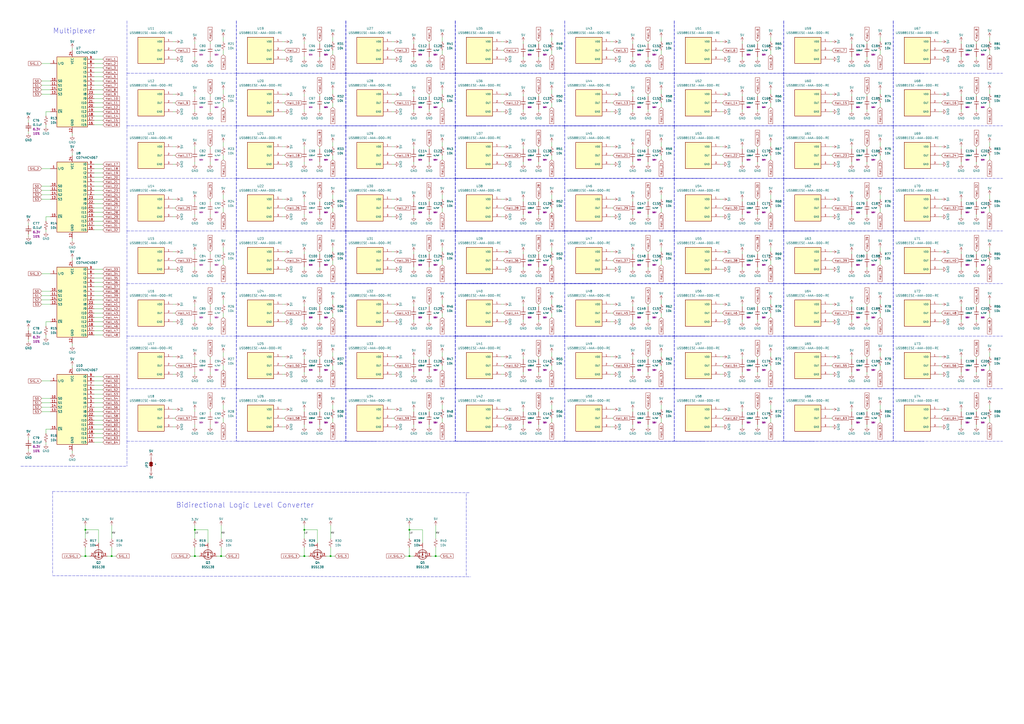
<source format=kicad_sch>
(kicad_sch (version 20250114) (generator "eeschema") (generator_version "9.0")
  (paper "A2")
  (title_block (title "SmartChessboard") (date "2025-08-15") (rev "0") (comment 3 "Released under CERN Open Hardware Licence Version 2") (comment 4 "Designed by: Alessandro Sabbadini"))
  (text "Bidirectional Logic Level Converter" (at 102.108 294.894 0) (effects (font (size 3 3)) (justify left bottom)))
  (text "Multiplexer" (at 30.734 19.812 0) (effects (font (size 3 3)) (justify left bottom)))
  (junction (at 237.49 322.58))
  (junction (at 237.49 307.34))
  (junction (at 191.77 322.58))
  (junction (at 49.53 307.34))
  (junction (at 176.53 322.58))
  (junction (at 176.53 307.34))
  (junction (at 128.27 322.58))
  (junction (at 49.53 322.58))
  (junction (at 252.73 322.58))
  (junction (at 64.77 322.58))
  (junction (at 113.03 307.34))
  (junction (at 113.03 322.58))
  (wire (pts (xy 320.04 234.95) (xy 320.04 237.49)))
  (wire (pts (xy 163.83 24.13) (xy 165.1 24.13)))
  (wire (pts (xy 121.92 124.46) (xy 121.92 125.73)))
  (polyline (pts (xy 391.16 133.985) (xy 391.16 164.465)) (stroke (width 0) (type dash)))
  (wire (pts (xy 312.42 238.76) (xy 312.42 237.49)))
  (polyline (pts (xy 518.16 133.985) (xy 518.16 164.465)) (stroke (width 0) (type dash)))
  (wire (pts (xy 482.6 186.69) (xy 481.33 186.69)))
  (polyline (pts (xy 73.66 164.465) (xy 218.44 164.465)) (stroke (width 0) (type dash)))
  (polyline (pts (xy 327.66 42.545) (xy 327.66 73.025)) (stroke (width 0) (type dash)))
  (wire (pts (xy 481.33 24.13) (xy 482.6 24.13)))
  (wire (pts (xy 121.92 238.76) (xy 121.92 237.49)))
  (wire (pts (xy 367.03 207.01) (xy 367.03 208.28)))
  (wire (pts (xy 439.42 154.94) (xy 439.42 156.21)))
  (wire (pts (xy 227.33 212.09) (xy 228.6 212.09)))
  (wire (pts (xy 481.33 146.05) (xy 482.6 146.05)))
  (wire (pts (xy 510.54 21.59) (xy 510.54 24.13)))
  (polyline (pts (xy 137.16 73.025) (xy 281.94 73.025)) (stroke (width 0) (type dash)))
  (wire (pts (xy 185.42 116.84) (xy 185.42 115.57)))
  (wire (pts (xy 101.6 64.77) (xy 100.33 64.77)))
  (wire (pts (xy 494.03 215.9) (xy 494.03 217.17)))
  (wire (pts (xy 303.53 85.09) (xy 303.53 86.36)))
  (wire (pts (xy 54.61 220.98) (xy 59.69 220.98)))
  (wire (pts (xy 417.83 115.57) (xy 419.1 115.57)))
  (polyline (pts (xy 73.66 255.905) (xy 73.66 270.51)) (stroke (width 0) (type dash)))
  (wire (pts (xy 320.04 151.13) (xy 320.04 153.67)))
  (polyline (pts (xy 264.16 103.505) (xy 264.16 133.985)) (stroke (width 0) (type dash)))
  (wire (pts (xy 16.51 196.85) (xy 16.51 198.12)))
  (wire (pts (xy 57.15 314.96) (xy 57.15 307.34)) (stroke (width 0.1524)))
  (wire (pts (xy 100.33 120.65) (xy 101.6 120.65)))
  (polyline (pts (xy 327.66 73.025) (xy 327.66 103.505)) (stroke (width 0) (type dash)))
  (wire (pts (xy 193.04 113.03) (xy 193.04 115.57)))
  (wire (pts (xy 557.53 93.98) (xy 557.53 95.25)))
  (polyline (pts (xy 200.66 164.465) (xy 200.66 194.945)) (stroke (width 0) (type dash)))
  (polyline (pts (xy 454.66 42.545) (xy 454.66 73.025)) (stroke (width 0) (type dash)))
  (wire (pts (xy 355.6 247.65) (xy 354.33 247.65)))
  (wire (pts (xy 557.53 115.57) (xy 557.53 116.84)))
  (polyline (pts (xy 264.16 225.425) (xy 264.16 255.905)) (stroke (width 0) (type dash)))
  (wire (pts (xy 354.33 115.57) (xy 355.6 115.57)))
  (wire (pts (xy 193.04 234.95) (xy 193.04 237.49)))
  (wire (pts (xy 129.54 82.55) (xy 129.54 85.09)))
  (wire (pts (xy 256.54 29.21) (xy 256.54 31.75)))
  (wire (pts (xy 100.33 54.61) (xy 101.6 54.61)))
  (wire (pts (xy 129.54 21.59) (xy 129.54 24.13)))
  (wire (pts (xy 113.03 124.46) (xy 113.03 125.73)))
  (polyline (pts (xy 137.16 194.945) (xy 137.16 225.425)) (stroke (width 0) (type dash)))
  (wire (pts (xy 430.53 63.5) (xy 430.53 64.77)))
  (polyline (pts (xy 518.16 194.945) (xy 518.16 225.425)) (stroke (width 0) (type dash)))
  (wire (pts (xy 113.03 85.09) (xy 113.03 86.36)))
  (wire (pts (xy 193.04 151.13) (xy 193.04 153.67)))
  (polyline (pts (xy 327.66 194.945) (xy 327.66 225.425)) (stroke (width 0) (type dash)))
  (wire (pts (xy 49.53 322.58) (xy 46.99 322.58)) (stroke (width 0.1524)))
  (wire (pts (xy 566.42 246.38) (xy 566.42 247.65)))
  (wire (pts (xy 248.92 55.88) (xy 248.92 54.61)))
  (polyline (pts (xy 73.66 73.025) (xy 218.44 73.025)) (stroke (width 0) (type dash)))
  (wire (pts (xy 557.53 246.38) (xy 557.53 247.65)))
  (wire (pts (xy 185.42 177.8) (xy 185.42 176.53)))
  (wire (pts (xy 292.1 95.25) (xy 290.83 95.25)))
  (wire (pts (xy 566.42 124.46) (xy 566.42 125.73)))
  (wire (pts (xy 54.61 128.27) (xy 59.69 128.27)))
  (wire (pts (xy 544.83 176.53) (xy 546.1 176.53)))
  (wire (pts (xy 185.42 55.88) (xy 185.42 54.61)))
  (polyline (pts (xy 454.66 12.065) (xy 454.66 42.545)) (stroke (width 0) (type dash)))
  (polyline (pts (xy 264.16 225.425) (xy 264.16 255.905)) (stroke (width 0) (type dash)))
  (wire (pts (xy 574.04 242.57) (xy 574.04 245.11)))
  (wire (pts (xy 24.13 236.22) (xy 29.21 236.22)))
  (wire (pts (xy 320.04 82.55) (xy 320.04 85.09)))
  (polyline (pts (xy 454.66 194.945) (xy 454.66 225.425)) (stroke (width 0) (type dash)))
  (polyline (pts (xy 137.16 103.505) (xy 137.16 133.985)) (stroke (width 0) (type dash)))
  (wire (pts (xy 574.04 234.95) (xy 574.04 237.49)))
  (wire (pts (xy 193.04 242.57) (xy 193.04 245.11)))
  (wire (pts (xy 129.54 113.03) (xy 129.54 115.57)))
  (wire (pts (xy 54.61 173.99) (xy 59.69 173.99)))
  (wire (pts (xy 176.53 309.88) (xy 176.53 312.42)))
  (wire (pts (xy 26.67 248.92) (xy 29.21 248.92)))
  (wire (pts (xy 502.92 124.46) (xy 502.92 125.73)))
  (wire (pts (xy 128.27 317.5) (xy 128.27 322.58)) (stroke (width 0.1524)))
  (polyline (pts (xy 327.66 12.065) (xy 327.66 42.545)) (stroke (width 0) (type dash)))
  (wire (pts (xy 417.83 146.05) (xy 419.1 146.05)))
  (polyline (pts (xy 391.16 12.065) (xy 391.16 42.545)) (stroke (width 0) (type dash)))
  (wire (pts (xy 502.92 177.8) (xy 502.92 176.53)))
  (wire (pts (xy 26.67 125.73) (xy 26.67 128.27)))
  (polyline (pts (xy 518.16 225.425) (xy 518.16 255.905)) (stroke (width 0) (type dash)))
  (wire (pts (xy 430.53 85.09) (xy 430.53 86.36)))
  (polyline (pts (xy 264.16 225.425) (xy 264.16 255.905)) (stroke (width 0) (type dash)))
  (wire (pts (xy 502.92 215.9) (xy 502.92 217.17)))
  (polyline (pts (xy 391.16 194.945) (xy 391.16 225.425)) (stroke (width 0) (type dash)))
  (wire (pts (xy 447.04 29.21) (xy 447.04 31.75)))
  (polyline (pts (xy 73.66 73.025) (xy 73.66 103.505)) (stroke (width 0) (type dash)))
  (polyline (pts (xy 264.16 73.025) (xy 264.16 103.505)) (stroke (width 0) (type dash)))
  (polyline (pts (xy 137.16 42.545) (xy 281.94 42.545)) (stroke (width 0) (type dash)))
  (wire (pts (xy 557.53 176.53) (xy 557.53 177.8)))
  (polyline (pts (xy 73.66 42.545) (xy 218.44 42.545)) (stroke (width 0) (type dash)))
  (wire (pts (xy 494.03 24.13) (xy 494.03 25.4)))
  (wire (pts (xy 163.83 115.57) (xy 165.1 115.57)))
  (wire (pts (xy 417.83 181.61) (xy 419.1 181.61)))
  (wire (pts (xy 354.33 29.21) (xy 355.6 29.21)))
  (polyline (pts (xy 264.16 12.065) (xy 264.16 42.545)) (stroke (width 0) (type dash)))
  (polyline (pts (xy 137.16 194.945) (xy 281.94 194.945)) (stroke (width 0) (type dash)))
  (wire (pts (xy 248.92 154.94) (xy 248.92 156.21)))
  (wire (pts (xy 26.67 256.54) (xy 26.67 257.81)))
  (wire (pts (xy 163.83 85.09) (xy 165.1 85.09)))
  (wire (pts (xy 64.77 322.58) (xy 67.31 322.58)) (stroke (width 0.1524)))
  (wire (pts (xy 228.6 95.25) (xy 227.33 95.25)))
  (polyline (pts (xy 264.16 103.505) (xy 264.16 133.985)) (stroke (width 0) (type dash)))
  (wire (pts (xy 439.42 147.32) (xy 439.42 146.05)))
  (polyline (pts (xy 391.16 73.025) (xy 391.16 103.505)) (stroke (width 0) (type dash)))
  (polyline (pts (xy 454.66 103.505) (xy 454.66 133.985)) (stroke (width 0) (type dash)))
  (wire (pts (xy 354.33 85.09) (xy 355.6 85.09)))
  (wire (pts (xy 510.54 82.55) (xy 510.54 85.09)))
  (wire (pts (xy 54.61 120.65) (xy 59.69 120.65)))
  (wire (pts (xy 16.51 69.85) (xy 16.51 71.12)))
  (wire (pts (xy 193.04 120.65) (xy 193.04 123.19)))
  (polyline (pts (xy 454.66 194.945) (xy 581.66 194.945)) (stroke (width 0) (type dash)))
  (wire (pts (xy 227.33 237.49) (xy 228.6 237.49)))
  (wire (pts (xy 290.83 237.49) (xy 292.1 237.49)))
  (polyline (pts (xy 264.16 164.465) (xy 408.94 164.465)) (stroke (width 0) (type dash)))
  (wire (pts (xy 430.53 246.38) (xy 430.53 247.65)))
  (wire (pts (xy 320.04 173.99) (xy 320.04 176.53)))
  (wire (pts (xy 113.03 93.98) (xy 113.03 95.25)))
  (wire (pts (xy 227.33 181.61) (xy 228.6 181.61)))
  (wire (pts (xy 41.91 149.86) (xy 41.91 151.13)))
  (wire (pts (xy 481.33 59.69) (xy 482.6 59.69)))
  (wire (pts (xy 24.13 158.75) (xy 29.21 158.75)))
  (wire (pts (xy 113.03 33.02) (xy 113.03 34.29)))
  (wire (pts (xy 185.42 63.5) (xy 185.42 64.77)))
  (polyline (pts (xy 264.16 103.505) (xy 264.16 133.985)) (stroke (width 0) (type dash)))
  (wire (pts (xy 510.54 143.51) (xy 510.54 146.05)))
  (wire (pts (xy 439.42 86.36) (xy 439.42 85.09)))
  (wire (pts (xy 447.04 204.47) (xy 447.04 207.01)))
  (polyline (pts (xy 264.16 103.505) (xy 391.16 103.505)) (stroke (width 0) (type dash)))
  (wire (pts (xy 494.03 85.09) (xy 494.03 86.36)))
  (wire (pts (xy 502.92 25.4) (xy 502.92 24.13)))
  (polyline (pts (xy 391.16 103.505) (xy 535.94 103.505)) (stroke (width 0) (type dash)))
  (wire (pts (xy 59.69 171.45) (xy 54.61 171.45)))
  (polyline (pts (xy 391.16 164.465) (xy 535.94 164.465)) (stroke (width 0) (type dash)))
  (wire (pts (xy 375.92 208.28) (xy 375.92 207.01)))
  (wire (pts (xy 248.92 93.98) (xy 248.92 95.25)))
  (wire (pts (xy 417.83 85.09) (xy 419.1 85.09)))
  (wire (pts (xy 121.92 147.32) (xy 121.92 146.05)))
  (wire (pts (xy 176.53 185.42) (xy 176.53 186.69)))
  (polyline (pts (xy 264.16 103.505) (xy 408.94 103.505)) (stroke (width 0) (type dash)))
  (wire (pts (xy 510.54 204.47) (xy 510.54 207.01)))
  (wire (pts (xy 430.53 24.13) (xy 430.53 25.4)))
  (wire (pts (xy 566.42 93.98) (xy 566.42 95.25)))
  (wire (pts (xy 101.6 186.69) (xy 100.33 186.69)))
  (polyline (pts (xy 391.16 42.545) (xy 391.16 73.025)) (stroke (width 0) (type dash)))
  (wire (pts (xy 54.61 125.73) (xy 59.69 125.73)))
  (polyline (pts (xy 264.16 225.425) (xy 264.16 255.905)) (stroke (width 0) (type dash)))
  (wire (pts (xy 100.33 176.53) (xy 101.6 176.53)))
  (wire (pts (xy 26.67 248.92) (xy 26.67 251.46)))
  (wire (pts (xy 240.03 33.02) (xy 240.03 34.29)))
  (wire (pts (xy 227.33 59.69) (xy 228.6 59.69)))
  (wire (pts (xy 41.91 88.9) (xy 41.91 90.17)))
  (wire (pts (xy 557.53 154.94) (xy 557.53 156.21)))
  (polyline (pts (xy 264.16 73.025) (xy 264.16 103.505)) (stroke (width 0) (type dash)))
  (wire (pts (xy 502.92 238.76) (xy 502.92 237.49)))
  (wire (pts (xy 447.04 143.51) (xy 447.04 146.05)))
  (wire (pts (xy 176.53 93.98) (xy 176.53 95.25)))
  (wire (pts (xy 54.61 256.54) (xy 59.69 256.54)))
  (polyline (pts (xy 518.16 42.545) (xy 518.16 73.025)) (stroke (width 0) (type dash)))
  (polyline (pts (xy 73.66 133.985) (xy 73.66 164.465)) (stroke (width 0) (type dash)))
  (wire (pts (xy 574.04 59.69) (xy 574.04 62.23)))
  (polyline (pts (xy 200.66 255.905) (xy 345.44 255.905)) (stroke (width 0) (type dash)))
  (polyline (pts (xy 518.16 164.465) (xy 518.16 194.945)) (stroke (width 0) (type dash)))
  (wire (pts (xy 566.42 116.84) (xy 566.42 115.57)))
  (wire (pts (xy 510.54 234.95) (xy 510.54 237.49)))
  (wire (pts (xy 113.03 115.57) (xy 113.03 116.84)))
  (wire (pts (xy 292.1 186.69) (xy 290.83 186.69)))
  (wire (pts (xy 113.03 237.49) (xy 113.03 238.76)))
  (wire (pts (xy 54.61 41.91) (xy 59.69 41.91)))
  (wire (pts (xy 54.61 67.31) (xy 59.69 67.31)))
  (polyline (pts (xy 327.66 133.985) (xy 472.44 133.985)) (stroke (width 0) (type dash)))
  (wire (pts (xy 510.54 173.99) (xy 510.54 176.53)))
  (wire (pts (xy 100.33 207.01) (xy 101.6 207.01)))
  (wire (pts (xy 100.33 24.13) (xy 101.6 24.13)))
  (wire (pts (xy 303.53 185.42) (xy 303.53 186.69)))
  (wire (pts (xy 189.23 322.58) (xy 191.77 322.58)) (stroke (width 0.1524)))
  (polyline (pts (xy 73.66 225.425) (xy 218.44 225.425)) (stroke (width 0) (type dash)))
  (polyline (pts (xy 391.16 225.425) (xy 535.94 225.425)) (stroke (width 0) (type dash)))
  (polyline (pts (xy 73.66 194.945) (xy 73.66 225.425)) (stroke (width 0) (type dash)))
  (wire (pts (xy 574.04 143.51) (xy 574.04 146.05)))
  (wire (pts (xy 113.03 63.5) (xy 113.03 64.77)))
  (wire (pts (xy 240.03 146.05) (xy 240.03 147.32)))
  (wire (pts (xy 26.67 194.31) (xy 26.67 195.58)))
  (wire (pts (xy 101.6 95.25) (xy 100.33 95.25)))
  (wire (pts (xy 54.61 36.83) (xy 59.69 36.83)))
  (wire (pts (xy 417.83 29.21) (xy 419.1 29.21)))
  (wire (pts (xy 367.03 24.13) (xy 367.03 25.4)))
  (wire (pts (xy 256.54 143.51) (xy 256.54 146.05)))
  (wire (pts (xy 113.03 309.88) (xy 113.03 307.34)) (stroke (width 0.1524)))
  (wire (pts (xy 121.92 33.02) (xy 121.92 34.29)))
  (wire (pts (xy 502.92 93.98) (xy 502.92 95.25)))
  (wire (pts (xy 24.13 115.57) (xy 29.21 115.57)))
  (polyline (pts (xy 518.16 225.425) (xy 518.16 255.905)) (stroke (width 0) (type dash)))
  (wire (pts (xy 312.42 93.98) (xy 312.42 95.25)))
  (wire (pts (xy 121.92 55.88) (xy 121.92 54.61)))
  (wire (pts (xy 100.33 85.09) (xy 101.6 85.09)))
  (wire (pts (xy 24.13 52.07) (xy 29.21 52.07)))
  (polyline (pts (xy 137.16 103.505) (xy 137.16 133.985)) (stroke (width 0) (type dash)))
  (wire (pts (xy 557.53 207.01) (xy 557.53 208.28)))
  (wire (pts (xy 248.92 238.76) (xy 248.92 237.49)))
  (wire (pts (xy 54.61 176.53) (xy 59.69 176.53)))
  (wire (pts (xy 447.04 120.65) (xy 447.04 123.19)))
  (polyline (pts (xy 518.16 12.065) (xy 518.16 42.545)) (stroke (width 0) (type dash)))
  (wire (pts (xy 227.33 115.57) (xy 228.6 115.57)))
  (wire (pts (xy 176.53 215.9) (xy 176.53 217.17)))
  (wire (pts (xy 54.61 59.69) (xy 59.69 59.69)))
  (wire (pts (xy 185.42 238.76) (xy 185.42 237.49)))
  (wire (pts (xy 375.92 55.88) (xy 375.92 54.61)))
  (polyline (pts (xy 454.66 12.065) (xy 454.66 42.545)) (stroke (width 0) (type dash)))
  (polyline (pts (xy 73.66 103.505) (xy 73.66 133.985)) (stroke (width 0) (type dash)))
  (wire (pts (xy 290.83 29.21) (xy 292.1 29.21)))
  (wire (pts (xy 24.13 110.49) (xy 29.21 110.49)))
  (wire (pts (xy 54.61 95.25) (xy 59.69 95.25)))
  (wire (pts (xy 121.92 215.9) (xy 121.92 217.17)))
  (wire (pts (xy 176.53 322.58) (xy 173.99 322.58)) (stroke (width 0.1524)))
  (polyline (pts (xy 454.66 225.425) (xy 454.66 255.905)) (stroke (width 0) (type dash)))
  (polyline (pts (xy 518.16 73.025) (xy 518.16 103.505)) (stroke (width 0) (type dash)))
  (wire (pts (xy 16.51 254) (xy 16.51 255.27)))
  (wire (pts (xy 546.1 64.77) (xy 544.83 64.77)))
  (polyline (pts (xy 327.66 194.945) (xy 472.44 194.945)) (stroke (width 0) (type dash)))
  (wire (pts (xy 502.92 86.36) (xy 502.92 85.09)))
  (wire (pts (xy 193.04 143.51) (xy 193.04 146.05)))
  (wire (pts (xy 64.77 309.88) (xy 64.77 312.42)))
  (wire (pts (xy 240.03 54.61) (xy 240.03 55.88)))
  (wire (pts (xy 439.42 63.5) (xy 439.42 64.77)))
  (polyline (pts (xy 327.66 12.065) (xy 327.66 42.545)) (stroke (width 0) (type dash)))
  (polyline (pts (xy 264.16 133.985) (xy 264.16 164.465)) (stroke (width 0) (type dash)))
  (polyline (pts (xy 264.16 194.945) (xy 408.94 194.945)) (stroke (width 0) (type dash)))
  (wire (pts (xy 191.77 309.88) (xy 191.77 312.42)))
  (wire (pts (xy 240.03 124.46) (xy 240.03 125.73)))
  (wire (pts (xy 240.03 63.5) (xy 240.03 64.77)))
  (wire (pts (xy 101.6 34.29) (xy 100.33 34.29)))
  (polyline (pts (xy 137.16 164.465) (xy 137.16 194.945)) (stroke (width 0) (type dash)))
  (wire (pts (xy 502.92 63.5) (xy 502.92 64.77)))
  (polyline (pts (xy 454.66 225.425) (xy 454.66 255.905)) (stroke (width 0) (type dash)))
  (wire (pts (xy 546.1 156.21) (xy 544.83 156.21)))
  (polyline (pts (xy 264.16 164.465) (xy 264.16 194.945)) (stroke (width 0) (type dash)))
  (polyline (pts (xy 264.16 12.065) (xy 264.16 42.545)) (stroke (width 0) (type dash)))
  (wire (pts (xy 566.42 215.9) (xy 566.42 217.17)))
  (polyline (pts (xy 73.66 103.505) (xy 218.44 103.505)) (stroke (width 0) (type dash)))
  (wire (pts (xy 228.6 64.77) (xy 227.33 64.77)))
  (wire (pts (xy 228.6 125.73) (xy 227.33 125.73)))
  (wire (pts (xy 240.03 185.42) (xy 240.03 186.69)))
  (wire (pts (xy 303.53 246.38) (xy 303.53 247.65)))
  (polyline (pts (xy 264.16 194.945) (xy 264.16 225.425)) (stroke (width 0) (type dash)))
  (wire (pts (xy 256.54 113.03) (xy 256.54 115.57)))
  (polyline (pts (xy 12.065 270.51) (xy 73.025 270.51)) (stroke (width 0) (type dash)))
  (wire (pts (xy 64.77 317.5) (xy 64.77 322.58)) (stroke (width 0.1524)))
  (wire (pts (xy 510.54 52.07) (xy 510.54 54.61)))
  (wire (pts (xy 179.07 322.58) (xy 176.53 322.58)) (stroke (width 0.1524)))
  (wire (pts (xy 574.04 151.13) (xy 574.04 153.67)))
  (wire (pts (xy 566.42 147.32) (xy 566.42 146.05)))
  (wire (pts (xy 49.53 307.34) (xy 49.53 304.8)) (stroke (width 0.1524)))
  (polyline (pts (xy 391.16 73.025) (xy 391.16 103.505)) (stroke (width 0) (type dash)))
  (wire (pts (xy 419.1 64.77) (xy 417.83 64.77)))
  (wire (pts (xy 383.54 113.03) (xy 383.54 115.57)))
  (polyline (pts (xy 73.66 164.465) (xy 73.66 194.945)) (stroke (width 0) (type dash)))
  (wire (pts (xy 256.54 242.57) (xy 256.54 245.11)))
  (wire (pts (xy 54.61 191.77) (xy 59.69 191.77)))
  (wire (pts (xy 191.77 322.58) (xy 194.31 322.58)) (stroke (width 0.1524)))
  (wire (pts (xy 447.04 59.69) (xy 447.04 62.23)))
  (wire (pts (xy 16.51 76.2) (xy 16.51 77.47)))
  (wire (pts (xy 383.54 234.95) (xy 383.54 237.49)))
  (polyline (pts (xy 137.16 73.025) (xy 137.16 103.505)) (stroke (width 0) (type dash)))
  (wire (pts (xy 176.53 309.88) (xy 176.53 307.34)) (stroke (width 0.1524)))
  (wire (pts (xy 54.61 189.23) (xy 59.69 189.23)))
  (wire (pts (xy 481.33 29.21) (xy 482.6 29.21)))
  (wire (pts (xy 544.83 237.49) (xy 546.1 237.49)))
  (wire (pts (xy 367.03 146.05) (xy 367.03 147.32)))
  (polyline (pts (xy 264.16 255.905) (xy 391.16 255.905)) (stroke (width 0) (type dash)))
  (wire (pts (xy 502.92 116.84) (xy 502.92 115.57)))
  (wire (pts (xy 191.77 317.5) (xy 191.77 322.58)) (stroke (width 0.1524)))
  (wire (pts (xy 355.6 95.25) (xy 354.33 95.25)))
  (wire (pts (xy 494.03 93.98) (xy 494.03 95.25)))
  (wire (pts (xy 430.53 124.46) (xy 430.53 125.73)))
  (wire (pts (xy 54.61 231.14) (xy 59.69 231.14)))
  (wire (pts (xy 54.61 243.84) (xy 59.69 243.84)))
  (wire (pts (xy 227.33 120.65) (xy 228.6 120.65)))
  (wire (pts (xy 248.92 116.84) (xy 248.92 115.57)))
  (polyline (pts (xy 327.66 73.025) (xy 472.44 73.025)) (stroke (width 0) (type dash)))
  (wire (pts (xy 375.92 147.32) (xy 375.92 146.05)))
  (polyline (pts (xy 264.16 73.025) (xy 264.16 103.505)) (stroke (width 0) (type dash)))
  (wire (pts (xy 292.1 64.77) (xy 290.83 64.77)))
  (wire (pts (xy 228.6 217.17) (xy 227.33 217.17)))
  (polyline (pts (xy 137.16 164.465) (xy 137.16 194.945)) (stroke (width 0) (type dash)))
  (wire (pts (xy 417.83 242.57) (xy 419.1 242.57)))
  (wire (pts (xy 24.13 220.98) (xy 29.21 220.98)))
  (wire (pts (xy 227.33 24.13) (xy 228.6 24.13)))
  (polyline (pts (xy 454.66 73.025) (xy 454.66 103.505)) (stroke (width 0) (type dash)))
  (wire (pts (xy 557.53 33.02) (xy 557.53 34.29)))
  (wire (pts (xy 482.6 64.77) (xy 481.33 64.77)))
  (polyline (pts (xy 30.48 285.115) (xy 30.48 333.375)) (stroke (width 0) (type dash)))
  (wire (pts (xy 24.13 113.03) (xy 29.21 113.03)))
  (wire (pts (xy 113.03 307.34) (xy 113.03 304.8)) (stroke (width 0.1524)))
  (wire (pts (xy 100.33 242.57) (xy 101.6 242.57)))
  (polyline (pts (xy 518.16 164.465) (xy 518.16 194.945)) (stroke (width 0) (type dash)))
  (wire (pts (xy 185.42 33.02) (xy 185.42 34.29)))
  (polyline (pts (xy 264.16 12.065) (xy 264.16 42.545)) (stroke (width 0) (type dash)))
  (wire (pts (xy 185.42 208.28) (xy 185.42 207.01)))
  (wire (pts (xy 26.67 125.73) (xy 29.21 125.73)))
  (wire (pts (xy 176.53 307.34) (xy 176.53 304.8)) (stroke (width 0.1524)))
  (wire (pts (xy 54.61 161.29) (xy 59.69 161.29)))
  (wire (pts (xy 176.53 154.94) (xy 176.53 156.21)))
  (wire (pts (xy 494.03 146.05) (xy 494.03 147.32)))
  (polyline (pts (xy 200.66 73.025) (xy 200.66 103.505)) (stroke (width 0) (type dash)))
  (wire (pts (xy 292.1 34.29) (xy 290.83 34.29)))
  (wire (pts (xy 557.53 124.46) (xy 557.53 125.73)))
  (wire (pts (xy 228.6 156.21) (xy 227.33 156.21)))
  (polyline (pts (xy 200.66 194.945) (xy 200.66 225.425)) (stroke (width 0) (type dash)))
  (wire (pts (xy 163.83 176.53) (xy 165.1 176.53)))
  (wire (pts (xy 354.33 120.65) (xy 355.6 120.65)))
  (wire (pts (xy 546.1 186.69) (xy 544.83 186.69)))
  (wire (pts (xy 510.54 59.69) (xy 510.54 62.23)))
  (wire (pts (xy 227.33 242.57) (xy 228.6 242.57)))
  (wire (pts (xy 101.6 156.21) (xy 100.33 156.21)))
  (wire (pts (xy 557.53 85.09) (xy 557.53 86.36)))
  (polyline (pts (xy 391.16 103.505) (xy 391.16 133.985)) (stroke (width 0) (type dash)))
  (wire (pts (xy 502.92 208.28) (xy 502.92 207.01)))
  (wire (pts (xy 375.92 33.02) (xy 375.92 34.29)))
  (wire (pts (xy 24.13 233.68) (xy 29.21 233.68)))
  (wire (pts (xy 54.61 100.33) (xy 59.69 100.33)))
  (wire (pts (xy 481.33 212.09) (xy 482.6 212.09)))
  (polyline (pts (xy 73.66 194.945) (xy 218.44 194.945)) (stroke (width 0) (type dash)))
  (wire (pts (xy 163.83 29.21) (xy 165.1 29.21)))
  (wire (pts (xy 439.42 93.98) (xy 439.42 95.25)))
  (wire (pts (xy 129.54 234.95) (xy 129.54 237.49)))
  (polyline (pts (xy 327.66 103.505) (xy 327.66 133.985)) (stroke (width 0) (type dash)))
  (polyline (pts (xy 327.66 42.545) (xy 472.44 42.545)) (stroke (width 0) (type dash)))
  (polyline (pts (xy 137.16 42.545) (xy 137.16 73.025)) (stroke (width 0) (type dash)))
  (polyline (pts (xy 264.16 42.545) (xy 391.16 42.545)) (stroke (width 0) (type dash)))
  (wire (pts (xy 49.53 317.5) (xy 49.53 322.58)) (stroke (width 0.1524)))
  (wire (pts (xy 54.61 223.52) (xy 59.69 223.52)))
  (polyline (pts (xy 264.16 164.465) (xy 391.16 164.465)) (stroke (width 0) (type dash)))
  (polyline (pts (xy 264.16 225.425) (xy 408.94 225.425)) (stroke (width 0) (type dash)))
  (wire (pts (xy 54.61 123.19) (xy 59.69 123.19)))
  (polyline (pts (xy 454.66 133.985) (xy 454.66 164.465)) (stroke (width 0) (type dash)))
  (wire (pts (xy 100.33 181.61) (xy 101.6 181.61)))
  (polyline (pts (xy 518.16 194.945) (xy 518.16 225.425)) (stroke (width 0) (type dash)))
  (wire (pts (xy 185.42 93.98) (xy 185.42 95.25)))
  (wire (pts (xy 383.54 151.13) (xy 383.54 153.67)))
  (wire (pts (xy 417.83 120.65) (xy 419.1 120.65)))
  (wire (pts (xy 312.42 147.32) (xy 312.42 146.05)))
  (wire (pts (xy 185.42 246.38) (xy 185.42 247.65)))
  (polyline (pts (xy 391.16 255.905) (xy 535.94 255.905)) (stroke (width 0) (type dash)))
  (wire (pts (xy 303.53 237.49) (xy 303.53 238.76)))
  (wire (pts (xy 439.42 116.84) (xy 439.42 115.57)))
  (wire (pts (xy 383.54 181.61) (xy 383.54 184.15)))
  (wire (pts (xy 439.42 33.02) (xy 439.42 34.29)))
  (wire (pts (xy 566.42 63.5) (xy 566.42 64.77)))
  (polyline (pts (xy 454.66 42.545) (xy 454.66 73.025)) (stroke (width 0) (type dash)))
  (wire (pts (xy 41.91 261.62) (xy 41.91 262.89)))
  (wire (pts (xy 290.83 54.61) (xy 292.1 54.61)))
  (wire (pts (xy 544.83 115.57) (xy 546.1 115.57)))
  (wire (pts (xy 544.83 181.61) (xy 546.1 181.61)))
  (polyline (pts (xy 200.66 12.065) (xy 200.66 42.545)) (stroke (width 0) (type dash)))
  (wire (pts (xy 54.61 236.22) (xy 59.69 236.22)))
  (wire (pts (xy 193.04 212.09) (xy 193.04 214.63)))
  (polyline (pts (xy 327.66 194.945) (xy 327.66 225.425)) (stroke (width 0) (type dash)))
  (polyline (pts (xy 454.66 164.465) (xy 454.66 194.945)) (stroke (width 0) (type dash)))
  (wire (pts (xy 367.03 85.09) (xy 367.03 86.36)))
  (wire (pts (xy 312.42 177.8) (xy 312.42 176.53)))
  (wire (pts (xy 54.61 251.46) (xy 59.69 251.46)))
  (wire (pts (xy 54.61 72.39) (xy 59.69 72.39)))
  (wire (pts (xy 303.53 93.98) (xy 303.53 95.25)))
  (wire (pts (xy 303.53 33.02) (xy 303.53 34.29)))
  (wire (pts (xy 121.92 25.4) (xy 121.92 24.13)))
  (wire (pts (xy 193.04 90.17) (xy 193.04 92.71)))
  (wire (pts (xy 320.04 242.57) (xy 320.04 245.11)))
  (wire (pts (xy 447.04 212.09) (xy 447.04 214.63)))
  (wire (pts (xy 439.42 208.28) (xy 439.42 207.01)))
  (wire (pts (xy 417.83 212.09) (xy 419.1 212.09)))
  (wire (pts (xy 100.33 59.69) (xy 101.6 59.69)))
  (wire (pts (xy 237.49 309.88) (xy 237.49 312.42)))
  (wire (pts (xy 113.03 54.61) (xy 113.03 55.88)))
  (wire (pts (xy 54.61 57.15) (xy 59.69 57.15)))
  (wire (pts (xy 59.69 228.6) (xy 54.61 228.6)))
  (wire (pts (xy 256.54 59.69) (xy 256.54 62.23)))
  (wire (pts (xy 54.61 238.76) (xy 59.69 238.76)))
  (wire (pts (xy 54.61 168.91) (xy 59.69 168.91)))
  (wire (pts (xy 417.83 24.13) (xy 419.1 24.13)))
  (wire (pts (xy 367.03 33.02) (xy 367.03 34.29)))
  (wire (pts (xy 383.54 173.99) (xy 383.54 176.53)))
  (polyline (pts (xy 264.16 194.945) (xy 264.16 225.425)) (stroke (width 0) (type dash)))
  (wire (pts (xy 227.33 146.05) (xy 228.6 146.05)))
  (wire (pts (xy 163.83 120.65) (xy 165.1 120.65)))
  (wire (pts (xy 447.04 52.07) (xy 447.04 54.61)))
  (wire (pts (xy 121.92 93.98) (xy 121.92 95.25)))
  (polyline (pts (xy 264.16 194.945) (xy 264.16 225.425)) (stroke (width 0) (type dash)))
  (wire (pts (xy 129.54 143.51) (xy 129.54 146.05)))
  (polyline (pts (xy 200.66 133.985) (xy 200.66 164.465)) (stroke (width 0) (type dash)))
  (wire (pts (xy 320.04 113.03) (xy 320.04 115.57)))
  (polyline (pts (xy 264.16 42.545) (xy 264.16 73.025)) (stroke (width 0) (type dash)))
  (wire (pts (xy 303.53 154.94) (xy 303.53 156.21)))
  (polyline (pts (xy 264.16 164.465) (xy 264.16 194.945)) (stroke (width 0) (type dash)))
  (polyline (pts (xy 73.66 42.545) (xy 73.66 73.025)) (stroke (width 0) (type dash)))
  (wire (pts (xy 49.53 309.88) (xy 49.53 307.34)) (stroke (width 0.1524)))
  (wire (pts (xy 54.61 118.11) (xy 59.69 118.11)))
  (polyline (pts (xy 327.66 255.905) (xy 472.44 255.905)) (stroke (width 0) (type dash)))
  (wire (pts (xy 290.83 212.09) (xy 292.1 212.09)))
  (polyline (pts (xy 518.16 73.025) (xy 518.16 103.505)) (stroke (width 0) (type dash)))
  (wire (pts (xy 494.03 207.01) (xy 494.03 208.28)))
  (wire (pts (xy 482.6 95.25) (xy 481.33 95.25)))
  (wire (pts (xy 248.92 215.9) (xy 248.92 217.17)))
  (wire (pts (xy 510.54 90.17) (xy 510.54 92.71)))
  (wire (pts (xy 375.92 246.38) (xy 375.92 247.65)))
  (wire (pts (xy 510.54 212.09) (xy 510.54 214.63)))
  (polyline (pts (xy 454.66 73.025) (xy 454.66 103.505)) (stroke (width 0) (type dash)))
  (wire (pts (xy 59.69 110.49) (xy 54.61 110.49)))
  (wire (pts (xy 292.1 156.21) (xy 290.83 156.21)))
  (wire (pts (xy 248.92 147.32) (xy 248.92 146.05)))
  (wire (pts (xy 312.42 124.46) (xy 312.42 125.73)))
  (wire (pts (xy 482.6 156.21) (xy 481.33 156.21)))
  (wire (pts (xy 312.42 25.4) (xy 312.42 24.13)))
  (wire (pts (xy 256.54 21.59) (xy 256.54 24.13)))
  (wire (pts (xy 419.1 156.21) (xy 417.83 156.21)))
  (wire (pts (xy 439.42 55.88) (xy 439.42 54.61)))
  (polyline (pts (xy 454.66 225.425) (xy 454.66 255.905)) (stroke (width 0) (type dash)))
  (wire (pts (xy 354.33 146.05) (xy 355.6 146.05)))
  (wire (pts (xy 121.92 116.84) (xy 121.92 115.57)))
  (polyline (pts (xy 200.66 225.425) (xy 200.66 255.905)) (stroke (width 0) (type dash)))
  (wire (pts (xy 165.1 95.25) (xy 163.83 95.25)))
  (polyline (pts (xy 264.16 133.985) (xy 391.16 133.985)) (stroke (width 0) (type dash)))
  (wire (pts (xy 26.67 186.69) (xy 29.21 186.69)))
  (wire (pts (xy 290.83 120.65) (xy 292.1 120.65)))
  (wire (pts (xy 54.61 179.07) (xy 59.69 179.07)))
  (wire (pts (xy 165.1 156.21) (xy 163.83 156.21)))
  (wire (pts (xy 383.54 212.09) (xy 383.54 214.63)))
  (polyline (pts (xy 518.16 42.545) (xy 518.16 73.025)) (stroke (width 0) (type dash)))
  (polyline (pts (xy 200.66 42.545) (xy 200.66 73.025)) (stroke (width 0) (type dash)))
  (wire (pts (xy 100.33 29.21) (xy 101.6 29.21)))
  (wire (pts (xy 240.03 24.13) (xy 240.03 25.4)))
  (polyline (pts (xy 73.66 133.985) (xy 218.44 133.985)) (stroke (width 0) (type dash)))
  (wire (pts (xy 256.54 181.61) (xy 256.54 184.15)))
  (polyline (pts (xy 391.16 103.505) (xy 391.16 133.985)) (stroke (width 0) (type dash)))
  (wire (pts (xy 303.53 24.13) (xy 303.53 25.4)))
  (wire (pts (xy 252.73 309.88) (xy 252.73 312.42)))
  (polyline (pts (xy 137.16 225.425) (xy 137.16 255.905)) (stroke (width 0) (type dash)))
  (wire (pts (xy 303.53 54.61) (xy 303.53 55.88)))
  (polyline (pts (xy 137.16 225.425) (xy 281.94 225.425)) (stroke (width 0) (type dash)))
  (wire (pts (xy 185.42 185.42) (xy 185.42 186.69)))
  (wire (pts (xy 290.83 85.09) (xy 292.1 85.09)))
  (polyline (pts (xy 327.66 73.025) (xy 327.66 103.505)) (stroke (width 0) (type dash)))
  (wire (pts (xy 248.92 25.4) (xy 248.92 24.13)))
  (polyline (pts (xy 391.16 73.025) (xy 535.94 73.025)) (stroke (width 0) (type dash)))
  (wire (pts (xy 430.53 154.94) (xy 430.53 156.21)))
  (wire (pts (xy 481.33 176.53) (xy 482.6 176.53)))
  (wire (pts (xy 320.04 181.61) (xy 320.04 184.15)))
  (wire (pts (xy 16.51 135.89) (xy 16.51 137.16)))
  (wire (pts (xy 419.1 217.17) (xy 417.83 217.17)))
  (wire (pts (xy 481.33 115.57) (xy 482.6 115.57)))
  (wire (pts (xy 312.42 86.36) (xy 312.42 85.09)))
  (wire (pts (xy 113.03 309.88) (xy 113.03 312.42)))
  (polyline (pts (xy 264.16 103.505) (xy 264.16 133.985)) (stroke (width 0) (type dash)))
  (wire (pts (xy 320.04 90.17) (xy 320.04 92.71)))
  (wire (pts (xy 163.83 212.09) (xy 165.1 212.09)))
  (wire (pts (xy 375.92 63.5) (xy 375.92 64.77)))
  (polyline (pts (xy 454.66 255.905) (xy 581.66 255.905)) (stroke (width 0) (type dash)))
  (wire (pts (xy 303.53 124.46) (xy 303.53 125.73)))
  (polyline (pts (xy 327.66 103.505) (xy 327.66 133.985)) (stroke (width 0) (type dash)))
  (wire (pts (xy 355.6 217.17) (xy 354.33 217.17)))
  (wire (pts (xy 62.23 322.58) (xy 64.77 322.58)) (stroke (width 0.1524)))
  (polyline (pts (xy 200.66 133.985) (xy 345.44 133.985)) (stroke (width 0) (type dash)))
  (wire (pts (xy 228.6 34.29) (xy 227.33 34.29)))
  (wire (pts (xy 481.33 54.61) (xy 482.6 54.61)))
  (polyline (pts (xy 200.66 164.465) (xy 200.66 194.945)) (stroke (width 0) (type dash)))
  (wire (pts (xy 176.53 54.61) (xy 176.53 55.88)))
  (wire (pts (xy 176.53 115.57) (xy 176.53 116.84)))
  (wire (pts (xy 447.04 21.59) (xy 447.04 24.13)))
  (wire (pts (xy 256.54 82.55) (xy 256.54 85.09)))
  (wire (pts (xy 481.33 207.01) (xy 482.6 207.01)))
  (wire (pts (xy 290.83 176.53) (xy 292.1 176.53)))
  (wire (pts (xy 256.54 52.07) (xy 256.54 54.61)))
  (polyline (pts (xy 200.66 164.465) (xy 345.44 164.465)) (stroke (width 0) (type dash)))
  (polyline (pts (xy 264.16 42.545) (xy 264.16 73.025)) (stroke (width 0) (type dash)))
  (wire (pts (xy 439.42 177.8) (xy 439.42 176.53)))
  (polyline (pts (xy 200.66 42.545) (xy 345.44 42.545)) (stroke (width 0) (type dash)))
  (wire (pts (xy 419.1 34.29) (xy 417.83 34.29)))
  (wire (pts (xy 375.92 25.4) (xy 375.92 24.13)))
  (polyline (pts (xy 200.66 103.505) (xy 200.66 133.985)) (stroke (width 0) (type dash)))
  (polyline (pts (xy 454.66 133.985) (xy 581.66 133.985)) (stroke (width 0) (type dash)))
  (wire (pts (xy 64.77 304.8) (xy 64.77 309.88)) (stroke (width 0.1524)))
  (wire (pts (xy 54.61 102.87) (xy 59.69 102.87)))
  (polyline (pts (xy 137.16 164.465) (xy 281.94 164.465)) (stroke (width 0) (type dash)))
  (wire (pts (xy 16.51 190.5) (xy 16.51 191.77)))
  (polyline (pts (xy 391.16 164.465) (xy 391.16 194.945)) (stroke (width 0) (type dash)))
  (polyline (pts (xy 391.16 12.065) (xy 391.16 42.545)) (stroke (width 0) (type dash)))
  (wire (pts (xy 494.03 237.49) (xy 494.03 238.76)))
  (wire (pts (xy 128.27 304.8) (xy 128.27 309.88)) (stroke (width 0.1524)))
  (polyline (pts (xy 200.66 103.505) (xy 200.66 133.985)) (stroke (width 0) (type dash)))
  (wire (pts (xy 544.83 207.01) (xy 546.1 207.01)))
  (wire (pts (xy 574.04 90.17) (xy 574.04 92.71)))
  (wire (pts (xy 113.03 317.5) (xy 113.03 322.58)) (stroke (width 0.1524)))
  (wire (pts (xy 185.42 147.32) (xy 185.42 146.05)))
  (polyline (pts (xy 264.16 133.985) (xy 408.94 133.985)) (stroke (width 0) (type dash)))
  (wire (pts (xy 54.61 241.3) (xy 59.69 241.3)))
  (polyline (pts (xy 391.16 164.465) (xy 391.16 194.945)) (stroke (width 0) (type dash)))
  (wire (pts (xy 193.04 52.07) (xy 193.04 54.61)))
  (polyline (pts (xy 518.16 103.505) (xy 518.16 133.985)) (stroke (width 0) (type dash)))
  (wire (pts (xy 54.61 246.38) (xy 59.69 246.38)))
  (wire (pts (xy 24.13 231.14) (xy 29.21 231.14)))
  (wire (pts (xy 121.92 185.42) (xy 121.92 186.69)))
  (wire (pts (xy 24.13 107.95) (xy 29.21 107.95)))
  (wire (pts (xy 419.1 247.65) (xy 417.83 247.65)))
  (polyline (pts (xy 200.66 194.945) (xy 200.66 225.425)) (stroke (width 0) (type dash)))
  (wire (pts (xy 41.91 212.09) (xy 41.91 213.36)))
  (wire (pts (xy 303.53 115.57) (xy 303.53 116.84)))
  (wire (pts (xy 430.53 176.53) (xy 430.53 177.8)))
  (wire (pts (xy 419.1 186.69) (xy 417.83 186.69)))
  (wire (pts (xy 59.69 44.45) (xy 54.61 44.45)))
  (wire (pts (xy 237.49 309.88) (xy 237.49 307.34)) (stroke (width 0.1524)))
  (polyline (pts (xy 264.16 225.425) (xy 391.16 225.425)) (stroke (width 0) (type dash)))
  (wire (pts (xy 354.33 181.61) (xy 355.6 181.61)))
  (wire (pts (xy 54.61 39.37) (xy 59.69 39.37)))
  (wire (pts (xy 566.42 185.42) (xy 566.42 186.69)))
  (wire (pts (xy 546.1 217.17) (xy 544.83 217.17)))
  (wire (pts (xy 566.42 86.36) (xy 566.42 85.09)))
  (wire (pts (xy 494.03 176.53) (xy 494.03 177.8)))
  (polyline (pts (xy 327.66 225.425) (xy 327.66 255.905)) (stroke (width 0) (type dash)))
  (wire (pts (xy 375.92 154.94) (xy 375.92 156.21)))
  (wire (pts (xy 557.53 215.9) (xy 557.53 217.17)))
  (wire (pts (xy 502.92 147.32) (xy 502.92 146.05)))
  (wire (pts (xy 129.54 59.69) (xy 129.54 62.23)))
  (polyline (pts (xy 137.16 225.425) (xy 137.16 255.905)) (stroke (width 0) (type dash)))
  (wire (pts (xy 237.49 322.58) (xy 234.95 322.58)) (stroke (width 0.1524)))
  (wire (pts (xy 256.54 212.09) (xy 256.54 214.63)))
  (wire (pts (xy 354.33 59.69) (xy 355.6 59.69)))
  (wire (pts (xy 129.54 151.13) (xy 129.54 153.67)))
  (wire (pts (xy 566.42 154.94) (xy 566.42 156.21)))
  (wire (pts (xy 176.53 146.05) (xy 176.53 147.32)))
  (wire (pts (xy 439.42 238.76) (xy 439.42 237.49)))
  (wire (pts (xy 256.54 204.47) (xy 256.54 207.01)))
  (wire (pts (xy 129.54 29.21) (xy 129.54 31.75)))
  (wire (pts (xy 256.54 120.65) (xy 256.54 123.19)))
  (polyline (pts (xy 137.16 133.985) (xy 137.16 164.465)) (stroke (width 0) (type dash)))
  (wire (pts (xy 447.04 234.95) (xy 447.04 237.49)))
  (wire (pts (xy 419.1 125.73) (xy 417.83 125.73)))
  (wire (pts (xy 54.61 163.83) (xy 59.69 163.83)))
  (wire (pts (xy 176.53 33.02) (xy 176.53 34.29)))
  (wire (pts (xy 303.53 63.5) (xy 303.53 64.77)))
  (polyline (pts (xy 264.16 133.985) (xy 264.16 164.465)) (stroke (width 0) (type dash)))
  (wire (pts (xy 54.61 69.85) (xy 59.69 69.85)))
  (wire (pts (xy 129.54 52.07) (xy 129.54 54.61)))
  (polyline (pts (xy 454.66 164.465) (xy 454.66 194.945)) (stroke (width 0) (type dash)))
  (wire (pts (xy 367.03 246.38) (xy 367.03 247.65)))
  (wire (pts (xy 24.13 54.61) (xy 29.21 54.61)))
  (wire (pts (xy 417.83 151.13) (xy 419.1 151.13)))
  (wire (pts (xy 54.61 133.35) (xy 59.69 133.35)))
  (polyline (pts (xy 264.16 73.025) (xy 408.94 73.025)) (stroke (width 0) (type dash)))
  (wire (pts (xy 240.03 322.58) (xy 237.49 322.58)) (stroke (width 0.1524)))
  (polyline (pts (xy 327.66 225.425) (xy 327.66 255.905)) (stroke (width 0) (type dash)))
  (polyline (pts (xy 327.66 133.985) (xy 327.66 164.465)) (stroke (width 0) (type dash)))
  (wire (pts (xy 248.92 63.5) (xy 248.92 64.77)))
  (polyline (pts (xy 200.66 225.425) (xy 200.66 255.905)) (stroke (width 0) (type dash)))
  (wire (pts (xy 320.04 143.51) (xy 320.04 146.05)))
  (wire (pts (xy 54.61 184.15) (xy 59.69 184.15)))
  (wire (pts (xy 354.33 151.13) (xy 355.6 151.13)))
  (wire (pts (xy 121.92 86.36) (xy 121.92 85.09)))
  (wire (pts (xy 375.92 86.36) (xy 375.92 85.09)))
  (wire (pts (xy 176.53 207.01) (xy 176.53 208.28)))
  (wire (pts (xy 100.33 212.09) (xy 101.6 212.09)))
  (wire (pts (xy 481.33 237.49) (xy 482.6 237.49)))
  (wire (pts (xy 566.42 208.28) (xy 566.42 207.01)))
  (wire (pts (xy 383.54 21.59) (xy 383.54 24.13)))
  (wire (pts (xy 290.83 146.05) (xy 292.1 146.05)))
  (wire (pts (xy 193.04 29.21) (xy 193.04 31.75)))
  (polyline (pts (xy 454.66 164.465) (xy 454.66 194.945)) (stroke (width 0) (type dash)))
  (wire (pts (xy 290.83 151.13) (xy 292.1 151.13)))
  (wire (pts (xy 383.54 59.69) (xy 383.54 62.23)))
  (wire (pts (xy 544.83 151.13) (xy 546.1 151.13)))
  (wire (pts (xy 113.03 185.42) (xy 113.03 186.69)))
  (polyline (pts (xy 454.66 73.025) (xy 581.66 73.025)) (stroke (width 0) (type dash)))
  (polyline (pts (xy 327.66 133.985) (xy 327.66 164.465)) (stroke (width 0) (type dash)))
  (wire (pts (xy 54.61 54.61) (xy 59.69 54.61)))
  (wire (pts (xy 54.61 52.07) (xy 59.69 52.07)))
  (polyline (pts (xy 270.51 286.385) (xy 270.51 334.645)) (stroke (width 0) (type dash)))
  (polyline (pts (xy 200.66 12.065) (xy 200.66 42.545)) (stroke (width 0) (type dash)))
  (polyline (pts (xy 518.16 225.425) (xy 518.16 255.905)) (stroke (width 0) (type dash)))
  (polyline (pts (xy 137.16 133.985) (xy 281.94 133.985)) (stroke (width 0) (type dash)))
  (polyline (pts (xy 137.16 194.945) (xy 137.16 225.425)) (stroke (width 0) (type dash)))
  (wire (pts (xy 430.53 54.61) (xy 430.53 55.88)))
  (wire (pts (xy 54.61 113.03) (xy 59.69 113.03)))
  (wire (pts (xy 185.42 215.9) (xy 185.42 217.17)))
  (wire (pts (xy 227.33 207.01) (xy 228.6 207.01)))
  (wire (pts (xy 355.6 34.29) (xy 354.33 34.29)))
  (wire (pts (xy 113.03 322.58) (xy 110.49 322.58)) (stroke (width 0.1524)))
  (wire (pts (xy 24.13 176.53) (xy 29.21 176.53)))
  (wire (pts (xy 544.83 54.61) (xy 546.1 54.61)))
  (wire (pts (xy 165.1 186.69) (xy 163.83 186.69)))
  (polyline (pts (xy 327.66 103.505) (xy 472.44 103.505)) (stroke (width 0) (type dash)))
  (wire (pts (xy 447.04 82.55) (xy 447.04 85.09)))
  (wire (pts (xy 354.33 207.01) (xy 355.6 207.01)))
  (wire (pts (xy 163.83 146.05) (xy 165.1 146.05)))
  (wire (pts (xy 129.54 120.65) (xy 129.54 123.19)))
  (polyline (pts (xy 200.66 225.425) (xy 200.66 255.905)) (stroke (width 0) (type dash)))
  (wire (pts (xy 494.03 124.46) (xy 494.03 125.73)))
  (wire (pts (xy 240.03 176.53) (xy 240.03 177.8)))
  (wire (pts (xy 240.03 246.38) (xy 240.03 247.65)))
  (wire (pts (xy 312.42 116.84) (xy 312.42 115.57)))
  (wire (pts (xy 494.03 185.42) (xy 494.03 186.69)))
  (wire (pts (xy 54.61 181.61) (xy 59.69 181.61)))
  (wire (pts (xy 355.6 64.77) (xy 354.33 64.77)))
  (polyline (pts (xy 391.16 194.945) (xy 391.16 225.425)) (stroke (width 0) (type dash)))
  (wire (pts (xy 193.04 82.55) (xy 193.04 85.09)))
  (wire (pts (xy 574.04 52.07) (xy 574.04 54.61)))
  (wire (pts (xy 129.54 181.61) (xy 129.54 184.15)))
  (wire (pts (xy 100.33 115.57) (xy 101.6 115.57)))
  (wire (pts (xy 320.04 21.59) (xy 320.04 24.13)))
  (wire (pts (xy 419.1 95.25) (xy 417.83 95.25)))
  (wire (pts (xy 248.92 185.42) (xy 248.92 186.69)))
  (wire (pts (xy 54.61 218.44) (xy 59.69 218.44)))
  (wire (pts (xy 290.83 59.69) (xy 292.1 59.69)))
  (wire (pts (xy 544.83 29.21) (xy 546.1 29.21)))
  (polyline (pts (xy 200.66 42.545) (xy 200.66 73.025)) (stroke (width 0) (type dash)))
  (wire (pts (xy 16.51 129.54) (xy 16.51 130.81)))
  (wire (pts (xy 320.04 212.09) (xy 320.04 214.63)))
  (wire (pts (xy 290.83 181.61) (xy 292.1 181.61)))
  (wire (pts (xy 54.61 46.99) (xy 59.69 46.99)))
  (wire (pts (xy 546.1 125.73) (xy 544.83 125.73)))
  (wire (pts (xy 375.92 215.9) (xy 375.92 217.17)))
  (wire (pts (xy 240.03 154.94) (xy 240.03 156.21)))
  (wire (pts (xy 113.03 146.05) (xy 113.03 147.32)))
  (wire (pts (xy 26.67 64.77) (xy 29.21 64.77)))
  (wire (pts (xy 101.6 217.17) (xy 100.33 217.17)))
  (wire (pts (xy 256.54 173.99) (xy 256.54 176.53)))
  (polyline (pts (xy 518.16 73.025) (xy 518.16 103.505)) (stroke (width 0) (type dash)))
  (wire (pts (xy 303.53 207.01) (xy 303.53 208.28)))
  (polyline (pts (xy 264.16 133.985) (xy 264.16 164.465)) (stroke (width 0) (type dash)))
  (wire (pts (xy 566.42 55.88) (xy 566.42 54.61)))
  (wire (pts (xy 193.04 204.47) (xy 193.04 207.01)))
  (wire (pts (xy 165.1 247.65) (xy 163.83 247.65)))
  (wire (pts (xy 227.33 90.17) (xy 228.6 90.17)))
  (polyline (pts (xy 454.66 42.545) (xy 454.66 73.025)) (stroke (width 0) (type dash)))
  (wire (pts (xy 41.91 199.39) (xy 41.91 200.66)))
  (wire (pts (xy 303.53 215.9) (xy 303.53 217.17)))
  (wire (pts (xy 354.33 176.53) (xy 355.6 176.53)))
  (wire (pts (xy 320.04 52.07) (xy 320.04 54.61)))
  (wire (pts (xy 176.53 85.09) (xy 176.53 86.36)))
  (wire (pts (xy 163.83 90.17) (xy 165.1 90.17)))
  (polyline (pts (xy 327.66 164.465) (xy 327.66 194.945)) (stroke (width 0) (type dash)))
  (wire (pts (xy 312.42 185.42) (xy 312.42 186.69)))
  (wire (pts (xy 574.04 181.61) (xy 574.04 184.15)))
  (polyline (pts (xy 30.48 285.115) (xy 272.415 285.75)) (stroke (width 0) (type dash)))
  (wire (pts (xy 417.83 237.49) (xy 419.1 237.49)))
  (wire (pts (xy 320.04 29.21) (xy 320.04 31.75)))
  (polyline (pts (xy 327.66 164.465) (xy 472.44 164.465)) (stroke (width 0) (type dash)))
  (wire (pts (xy 240.03 93.98) (xy 240.03 95.25)))
  (wire (pts (xy 252.73 304.8) (xy 252.73 309.88)) (stroke (width 0.1524)))
  (wire (pts (xy 367.03 237.49) (xy 367.03 238.76)))
  (wire (pts (xy 430.53 33.02) (xy 430.53 34.29)))
  (wire (pts (xy 354.33 90.17) (xy 355.6 90.17)))
  (polyline (pts (xy 200.66 194.945) (xy 345.44 194.945)) (stroke (width 0) (type dash)))
  (wire (pts (xy 24.13 49.53) (xy 29.21 49.53)))
  (wire (pts (xy 439.42 246.38) (xy 439.42 247.65)))
  (wire (pts (xy 375.92 185.42) (xy 375.92 186.69)))
  (wire (pts (xy 481.33 242.57) (xy 482.6 242.57)))
  (polyline (pts (xy 454.66 225.425) (xy 581.66 225.425)) (stroke (width 0) (type dash)))
  (wire (pts (xy 354.33 237.49) (xy 355.6 237.49)))
  (wire (pts (xy 176.53 124.46) (xy 176.53 125.73)))
  (wire (pts (xy 367.03 63.5) (xy 367.03 64.77)))
  (wire (pts (xy 292.1 247.65) (xy 290.83 247.65)))
  (wire (pts (xy 240.03 85.09) (xy 240.03 86.36)))
  (wire (pts (xy 248.92 246.38) (xy 248.92 247.65)))
  (wire (pts (xy 240.03 207.01) (xy 240.03 208.28)))
  (wire (pts (xy 367.03 176.53) (xy 367.03 177.8)))
  (wire (pts (xy 494.03 154.94) (xy 494.03 156.21)))
  (polyline (pts (xy 518.16 133.985) (xy 518.16 164.465)) (stroke (width 0) (type dash)))
  (wire (pts (xy 574.04 212.09) (xy 574.04 214.63)))
  (wire (pts (xy 502.92 154.94) (xy 502.92 156.21)))
  (wire (pts (xy 375.92 116.84) (xy 375.92 115.57)))
  (wire (pts (xy 510.54 151.13) (xy 510.54 153.67)))
  (wire (pts (xy 54.61 156.21) (xy 59.69 156.21)))
  (wire (pts (xy 292.1 125.73) (xy 290.83 125.73)))
  (wire (pts (xy 292.1 217.17) (xy 290.83 217.17)))
  (polyline (pts (xy 454.66 194.945) (xy 454.66 225.425)) (stroke (width 0) (type dash)))
  (wire (pts (xy 54.61 97.79) (xy 59.69 97.79)))
  (polyline (pts (xy 391.16 73.025) (xy 391.16 103.505)) (stroke (width 0) (type dash)))
  (wire (pts (xy 54.61 64.77) (xy 59.69 64.77)))
  (wire (pts (xy 163.83 151.13) (xy 165.1 151.13)))
  (wire (pts (xy 24.13 97.79) (xy 29.21 97.79)))
  (polyline (pts (xy 264.16 194.945) (xy 391.16 194.945)) (stroke (width 0) (type dash)))
  (wire (pts (xy 383.54 143.51) (xy 383.54 146.05)))
  (wire (pts (xy 163.83 242.57) (xy 165.1 242.57)))
  (wire (pts (xy 312.42 63.5) (xy 312.42 64.77)))
  (wire (pts (xy 248.92 124.46) (xy 248.92 125.73)))
  (polyline (pts (xy 137.16 255.905) (xy 281.94 255.905)) (stroke (width 0) (type dash)))
  (polyline (pts (xy 454.66 194.945) (xy 454.66 225.425)) (stroke (width 0) (type dash)))
  (wire (pts (xy 57.15 307.34) (xy 49.53 307.34)) (stroke (width 0.1524)))
  (polyline (pts (xy 200.66 73.025) (xy 200.66 103.505)) (stroke (width 0) (type dash)))
  (wire (pts (xy 128.27 322.58) (xy 130.81 322.58)) (stroke (width 0.1524)))
  (wire (pts (xy 574.04 173.99) (xy 574.04 176.53)))
  (wire (pts (xy 290.83 90.17) (xy 292.1 90.17)))
  (wire (pts (xy 100.33 237.49) (xy 101.6 237.49)))
  (wire (pts (xy 165.1 217.17) (xy 163.83 217.17)))
  (wire (pts (xy 494.03 63.5) (xy 494.03 64.77)))
  (wire (pts (xy 248.92 177.8) (xy 248.92 176.53)))
  (wire (pts (xy 320.04 204.47) (xy 320.04 207.01)))
  (wire (pts (xy 430.53 237.49) (xy 430.53 238.76)))
  (wire (pts (xy 248.92 86.36) (xy 248.92 85.09)))
  (wire (pts (xy 290.83 242.57) (xy 292.1 242.57)))
  (wire (pts (xy 129.54 173.99) (xy 129.54 176.53)))
  (wire (pts (xy 163.83 237.49) (xy 165.1 237.49)))
  (wire (pts (xy 115.57 322.58) (xy 113.03 322.58)) (stroke (width 0.1524)))
  (wire (pts (xy 574.04 113.03) (xy 574.04 115.57)))
  (polyline (pts (xy 200.66 103.505) (xy 200.66 133.985)) (stroke (width 0) (type dash)))
  (wire (pts (xy 176.53 176.53) (xy 176.53 177.8)))
  (wire (pts (xy 355.6 186.69) (xy 354.33 186.69)))
  (polyline (pts (xy 137.16 73.025) (xy 137.16 103.505)) (stroke (width 0) (type dash)))
  (wire (pts (xy 367.03 124.46) (xy 367.03 125.73)))
  (polyline (pts (xy 264.16 164.465) (xy 264.16 194.945)) (stroke (width 0) (type dash)))
  (wire (pts (xy 494.03 246.38) (xy 494.03 247.65)))
  (wire (pts (xy 557.53 63.5) (xy 557.53 64.77)))
  (polyline (pts (xy 391.16 225.425) (xy 391.16 255.905)) (stroke (width 0) (type dash)))
  (wire (pts (xy 481.33 85.09) (xy 482.6 85.09)))
  (wire (pts (xy 544.83 242.57) (xy 546.1 242.57)))
  (wire (pts (xy 193.04 59.69) (xy 193.04 62.23)))
  (wire (pts (xy 185.42 25.4) (xy 185.42 24.13)))
  (wire (pts (xy 574.04 21.59) (xy 574.04 24.13)))
  (polyline (pts (xy 327.66 42.545) (xy 327.66 73.025)) (stroke (width 0) (type dash)))
  (wire (pts (xy 544.83 85.09) (xy 546.1 85.09)))
  (polyline (pts (xy 518.16 194.945) (xy 518.16 225.425)) (stroke (width 0) (type dash)))
  (wire (pts (xy 482.6 125.73) (xy 481.33 125.73)))
  (wire (pts (xy 312.42 33.02) (xy 312.42 34.29)))
  (wire (pts (xy 248.92 208.28) (xy 248.92 207.01)))
  (wire (pts (xy 481.33 90.17) (xy 482.6 90.17)))
  (wire (pts (xy 101.6 247.65) (xy 100.33 247.65)))
  (wire (pts (xy 193.04 181.61) (xy 193.04 184.15)))
  (polyline (pts (xy 391.16 164.465) (xy 391.16 194.945)) (stroke (width 0) (type dash)))
  (polyline (pts (xy 200.66 133.985) (xy 200.66 164.465)) (stroke (width 0) (type dash)))
  (polyline (pts (xy 391.16 194.945) (xy 391.16 225.425)) (stroke (width 0) (type dash)))
  (polyline (pts (xy 264.16 133.985) (xy 264.16 164.465)) (stroke (width 0) (type dash)))
  (wire (pts (xy 120.65 307.34) (xy 113.03 307.34)) (stroke (width 0.1524)))
  (wire (pts (xy 383.54 204.47) (xy 383.54 207.01)))
  (wire (pts (xy 502.92 246.38) (xy 502.92 247.65)))
  (polyline (pts (xy 454.66 133.985) (xy 454.66 164.465)) (stroke (width 0) (type dash)))
  (wire (pts (xy 24.13 36.83) (xy 29.21 36.83)))
  (wire (pts (xy 312.42 208.28) (xy 312.42 207.01)))
  (wire (pts (xy 228.6 186.69) (xy 227.33 186.69)))
  (wire (pts (xy 482.6 34.29) (xy 481.33 34.29)))
  (wire (pts (xy 125.73 322.58) (xy 128.27 322.58)) (stroke (width 0.1524)))
  (wire (pts (xy 237.49 307.34) (xy 237.49 304.8)) (stroke (width 0.1524)))
  (wire (pts (xy 54.61 158.75) (xy 59.69 158.75)))
  (wire (pts (xy 176.53 317.5) (xy 176.53 322.58)) (stroke (width 0.1524)))
  (wire (pts (xy 59.69 233.68) (xy 54.61 233.68)))
  (wire (pts (xy 510.54 113.03) (xy 510.54 115.57)))
  (wire (pts (xy 544.83 24.13) (xy 546.1 24.13)))
  (wire (pts (xy 24.13 168.91) (xy 29.21 168.91)))
  (wire (pts (xy 430.53 115.57) (xy 430.53 116.84)))
  (wire (pts (xy 26.67 186.69) (xy 26.67 189.23)))
  (wire (pts (xy 546.1 34.29) (xy 544.83 34.29)))
  (wire (pts (xy 121.92 246.38) (xy 121.92 247.65)))
  (wire (pts (xy 544.83 146.05) (xy 546.1 146.05)))
  (wire (pts (xy 447.04 173.99) (xy 447.04 176.53)))
  (polyline (pts (xy 454.66 133.985) (xy 454.66 164.465)) (stroke (width 0) (type dash)))
  (wire (pts (xy 439.42 215.9) (xy 439.42 217.17)))
  (wire (pts (xy 430.53 93.98) (xy 430.53 95.25)))
  (wire (pts (xy 557.53 24.13) (xy 557.53 25.4)))
  (wire (pts (xy 544.83 212.09) (xy 546.1 212.09)))
  (wire (pts (xy 41.91 27.94) (xy 41.91 29.21)))
  (polyline (pts (xy 391.16 12.065) (xy 391.16 42.545)) (stroke (width 0) (type dash)))
  (wire (pts (xy 544.83 120.65) (xy 546.1 120.65)))
  (wire (pts (xy 510.54 120.65) (xy 510.54 123.19)))
  (wire (pts (xy 100.33 151.13) (xy 101.6 151.13)))
  (wire (pts (xy 121.92 208.28) (xy 121.92 207.01)))
  (wire (pts (xy 165.1 64.77) (xy 163.83 64.77)))
  (wire (pts (xy 546.1 95.25) (xy 544.83 95.25)))
  (wire (pts (xy 100.33 90.17) (xy 101.6 90.17)))
  (polyline (pts (xy 264.16 73.025) (xy 391.16 73.025)) (stroke (width 0) (type dash)))
  (wire (pts (xy 494.03 54.61) (xy 494.03 55.88)))
  (wire (pts (xy 574.04 29.21) (xy 574.04 31.75)))
  (wire (pts (xy 100.33 146.05) (xy 101.6 146.05)))
  (wire (pts (xy 24.13 238.76) (xy 29.21 238.76)))
  (wire (pts (xy 54.61 130.81) (xy 59.69 130.81)))
  (wire (pts (xy 129.54 204.47) (xy 129.54 207.01)))
  (wire (pts (xy 375.92 238.76) (xy 375.92 237.49)))
  (wire (pts (xy 481.33 120.65) (xy 482.6 120.65)))
  (wire (pts (xy 510.54 181.61) (xy 510.54 184.15)))
  (wire (pts (xy 354.33 212.09) (xy 355.6 212.09)))
  (wire (pts (xy 354.33 24.13) (xy 355.6 24.13)))
  (wire (pts (xy 546.1 247.65) (xy 544.83 247.65)))
  (wire (pts (xy 566.42 25.4) (xy 566.42 24.13)))
  (wire (pts (xy 176.53 246.38) (xy 176.53 247.65)))
  (wire (pts (xy 417.83 54.61) (xy 419.1 54.61)))
  (wire (pts (xy 482.6 247.65) (xy 481.33 247.65)))
  (wire (pts (xy 129.54 90.17) (xy 129.54 92.71)))
  (wire (pts (xy 129.54 212.09) (xy 129.54 214.63)))
  (polyline (pts (xy 518.16 12.065) (xy 518.16 42.545)) (stroke (width 0) (type dash)))
  (wire (pts (xy 191.77 304.8) (xy 191.77 309.88)) (stroke (width 0.1524)))
  (wire (pts (xy 447.04 113.03) (xy 447.04 115.57)))
  (wire (pts (xy 447.04 90.17) (xy 447.04 92.71)))
  (wire (pts (xy 240.03 237.49) (xy 240.03 238.76)))
  (wire (pts (xy 184.15 307.34) (xy 176.53 307.34)) (stroke (width 0.1524)))
  (wire (pts (xy 54.61 34.29) (xy 59.69 34.29)))
  (wire (pts (xy 494.03 115.57) (xy 494.03 116.84)))
  (wire (pts (xy 557.53 185.42) (xy 557.53 186.69)))
  (wire (pts (xy 557.53 146.05) (xy 557.53 147.32)))
  (wire (pts (xy 24.13 171.45) (xy 29.21 171.45)))
  (wire (pts (xy 227.33 54.61) (xy 228.6 54.61)))
  (wire (pts (xy 375.92 177.8) (xy 375.92 176.53)))
  (wire (pts (xy 245.11 307.34) (xy 237.49 307.34)) (stroke (width 0.1524)))
  (polyline (pts (xy 454.66 103.505) (xy 581.66 103.505)) (stroke (width 0) (type dash)))
  (wire (pts (xy 24.13 173.99) (xy 29.21 173.99)))
  (wire (pts (xy 303.53 176.53) (xy 303.53 177.8)))
  (wire (pts (xy 54.61 226.06) (xy 59.69 226.06)))
  (wire (pts (xy 227.33 29.21) (xy 228.6 29.21)))
  (wire (pts (xy 303.53 146.05) (xy 303.53 147.32)))
  (wire (pts (xy 383.54 120.65) (xy 383.54 123.19)))
  (wire (pts (xy 312.42 55.88) (xy 312.42 54.61)))
  (wire (pts (xy 252.73 317.5) (xy 252.73 322.58)) (stroke (width 0.1524)))
  (polyline (pts (xy 200.66 73.025) (xy 345.44 73.025)) (stroke (width 0) (type dash)))
  (wire (pts (xy 544.83 90.17) (xy 546.1 90.17)))
  (polyline (pts (xy 391.16 225.425) (xy 391.16 255.905)) (stroke (width 0) (type dash)))
  (wire (pts (xy 128.27 309.88) (xy 128.27 312.42)))
  (polyline (pts (xy 137.16 42.545) (xy 137.16 73.025)) (stroke (width 0) (type dash)))
  (wire (pts (xy 383.54 90.17) (xy 383.54 92.71)))
  (wire (pts (xy 227.33 151.13) (xy 228.6 151.13)))
  (polyline (pts (xy 137.16 12.065) (xy 137.16 42.545)) (stroke (width 0) (type dash)))
  (wire (pts (xy 113.03 176.53) (xy 113.03 177.8)))
  (wire (pts (xy 502.92 55.88) (xy 502.92 54.61)))
  (wire (pts (xy 290.83 115.57) (xy 292.1 115.57)))
  (wire (pts (xy 163.83 207.01) (xy 165.1 207.01)))
  (wire (pts (xy 26.67 133.35) (xy 26.67 134.62)))
  (polyline (pts (xy 518.16 103.505) (xy 518.16 133.985)) (stroke (width 0) (type dash)))
  (polyline (pts (xy 73.66 225.425) (xy 73.66 255.905)) (stroke (width 0) (type dash)))
  (polyline (pts (xy 200.66 12.065) (xy 200.66 42.545)) (stroke (width 0) (type dash)))
  (polyline (pts (xy 137.16 133.985) (xy 137.16 164.465)) (stroke (width 0) (type dash)))
  (wire (pts (xy 320.04 120.65) (xy 320.04 123.19)))
  (polyline (pts (xy 391.16 133.985) (xy 535.94 133.985)) (stroke (width 0) (type dash)))
  (polyline (pts (xy 454.66 42.545) (xy 581.66 42.545)) (stroke (width 0) (type dash)))
  (polyline (pts (xy 73.66 12.065) (xy 73.66 42.545)) (stroke (width 0) (type dash)))
  (wire (pts (xy 59.69 105.41) (xy 54.61 105.41)))
  (polyline (pts (xy 264.16 42.545) (xy 264.16 73.025)) (stroke (width 0) (type dash)))
  (wire (pts (xy 430.53 185.42) (xy 430.53 186.69)))
  (wire (pts (xy 494.03 33.02) (xy 494.03 34.29)))
  (wire (pts (xy 502.92 33.02) (xy 502.92 34.29)))
  (polyline (pts (xy 30.48 334.01) (xy 273.05 334.645)) (stroke (width 0) (type dash)))
  (polyline (pts (xy 200.66 133.985) (xy 200.66 164.465)) (stroke (width 0) (type dash)))
  (wire (pts (xy 430.53 207.01) (xy 430.53 208.28)))
  (wire (pts (xy 52.07 322.58) (xy 49.53 322.58)) (stroke (width 0.1524)))
  (wire (pts (xy 312.42 154.94) (xy 312.42 156.21)))
  (polyline (pts (xy 454.66 103.505) (xy 454.66 133.985)) (stroke (width 0) (type dash)))
  (wire (pts (xy 354.33 242.57) (xy 355.6 242.57)))
  (wire (pts (xy 447.04 151.13) (xy 447.04 153.67)))
  (wire (pts (xy 165.1 34.29) (xy 163.83 34.29)))
  (wire (pts (xy 367.03 93.98) (xy 367.03 95.25)))
  (wire (pts (xy 176.53 24.13) (xy 176.53 25.4)))
  (wire (pts (xy 544.83 59.69) (xy 546.1 59.69)))
  (wire (pts (xy 163.83 181.61) (xy 165.1 181.61)))
  (wire (pts (xy 510.54 29.21) (xy 510.54 31.75)))
  (wire (pts (xy 566.42 238.76) (xy 566.42 237.49)))
  (polyline (pts (xy 391.16 42.545) (xy 535.94 42.545)) (stroke (width 0) (type dash)))
  (wire (pts (xy 185.42 154.94) (xy 185.42 156.21)))
  (wire (pts (xy 54.61 107.95) (xy 59.69 107.95)))
  (wire (pts (xy 163.83 59.69) (xy 165.1 59.69)))
  (wire (pts (xy 256.54 234.95) (xy 256.54 237.49)))
  (polyline (pts (xy 518.16 133.985) (xy 518.16 164.465)) (stroke (width 0) (type dash)))
  (wire (pts (xy 228.6 247.65) (xy 227.33 247.65)))
  (polyline (pts (xy 391.16 103.505) (xy 391.16 133.985)) (stroke (width 0) (type dash)))
  (wire (pts (xy 165.1 125.73) (xy 163.83 125.73)))
  (wire (pts (xy 240.03 115.57) (xy 240.03 116.84)))
  (polyline (pts (xy 137.16 12.065) (xy 137.16 42.545)) (stroke (width 0) (type dash)))
  (wire (pts (xy 367.03 115.57) (xy 367.03 116.84)))
  (polyline (pts (xy 327.66 225.425) (xy 472.44 225.425)) (stroke (width 0) (type dash)))
  (wire (pts (xy 54.61 115.57) (xy 59.69 115.57)))
  (wire (pts (xy 237.49 317.5) (xy 237.49 322.58)) (stroke (width 0.1524)))
  (wire (pts (xy 574.04 204.47) (xy 574.04 207.01)))
  (wire (pts (xy 312.42 215.9) (xy 312.42 217.17)))
  (wire (pts (xy 41.91 138.43) (xy 41.91 139.7)))
  (polyline (pts (xy 264.16 42.545) (xy 408.94 42.545)) (stroke (width 0) (type dash)))
  (wire (pts (xy 447.04 242.57) (xy 447.04 245.11)))
  (polyline (pts (xy 137.16 103.505) (xy 281.94 103.505)) (stroke (width 0) (type dash)))
  (wire (pts (xy 113.03 215.9) (xy 113.03 217.17)))
  (polyline (pts (xy 391.16 225.425) (xy 391.16 255.905)) (stroke (width 0) (type dash)))
  (wire (pts (xy 54.61 254) (xy 59.69 254)))
  (wire (pts (xy 113.03 207.01) (xy 113.03 208.28)))
  (polyline (pts (xy 200.66 225.425) (xy 345.44 225.425)) (stroke (width 0) (type dash)))
  (wire (pts (xy 557.53 237.49) (xy 557.53 238.76)))
  (polyline (pts (xy 264.16 12.065) (xy 264.16 42.545)) (stroke (width 0) (type dash)))
  (wire (pts (xy 101.6 125.73) (xy 100.33 125.73)))
  (polyline (pts (xy 264.16 73.025) (xy 264.16 103.505)) (stroke (width 0) (type dash)))
  (wire (pts (xy 121.92 177.8) (xy 121.92 176.53)))
  (wire (pts (xy 54.61 194.31) (xy 59.69 194.31)))
  (wire (pts (xy 121.92 154.94) (xy 121.92 156.21)))
  (polyline (pts (xy 454.66 103.505) (xy 454.66 133.985)) (stroke (width 0) (type dash)))
  (polyline (pts (xy 391.16 42.545) (xy 391.16 73.025)) (stroke (width 0) (type dash)))
  (wire (pts (xy 54.61 62.23) (xy 59.69 62.23)))
  (wire (pts (xy 417.83 176.53) (xy 419.1 176.53)))
  (wire (pts (xy 26.67 72.39) (xy 26.67 73.66)))
  (wire (pts (xy 26.67 64.77) (xy 26.67 67.31)))
  (polyline (pts (xy 391.16 194.945) (xy 535.94 194.945)) (stroke (width 0) (type dash)))
  (wire (pts (xy 176.53 63.5) (xy 176.53 64.77)))
  (polyline (pts (xy 518.16 12.065) (xy 518.16 42.545)) (stroke (width 0) (type dash)))
  (polyline (pts (xy 391.16 42.545) (xy 391.16 73.025)) (stroke (width 0) (type dash)))
  (wire (pts (xy 383.54 29.21) (xy 383.54 31.75)))
  (wire (pts (xy 430.53 146.05) (xy 430.53 147.32)))
  (wire (pts (xy 355.6 125.73) (xy 354.33 125.73)))
  (wire (pts (xy 113.03 246.38) (xy 113.03 247.65)))
  (wire (pts (xy 54.61 248.92) (xy 59.69 248.92)))
  (wire (pts (xy 417.83 90.17) (xy 419.1 90.17)))
  (wire (pts (xy 185.42 124.46) (xy 185.42 125.73)))
  (wire (pts (xy 290.83 207.01) (xy 292.1 207.01)))
  (wire (pts (xy 481.33 151.13) (xy 482.6 151.13)))
  (wire (pts (xy 481.33 181.61) (xy 482.6 181.61)))
  (wire (pts (xy 574.04 82.55) (xy 574.04 85.09)))
  (wire (pts (xy 290.83 24.13) (xy 292.1 24.13)))
  (polyline (pts (xy 518.16 164.465) (xy 518.16 194.945)) (stroke (width 0) (type dash)))
  (wire (pts (xy 16.51 260.35) (xy 16.51 261.62)))
  (wire (pts (xy 193.04 21.59) (xy 193.04 24.13)))
  (wire (pts (xy 24.13 46.99) (xy 29.21 46.99)))
  (wire (pts (xy 383.54 242.57) (xy 383.54 245.11)))
  (polyline (pts (xy 454.66 12.065) (xy 454.66 42.545)) (stroke (width 0) (type dash)))
  (wire (pts (xy 383.54 52.07) (xy 383.54 54.61)))
  (wire (pts (xy 193.04 173.99) (xy 193.04 176.53)))
  (wire (pts (xy 367.03 54.61) (xy 367.03 55.88)))
  (wire (pts (xy 566.42 33.02) (xy 566.42 34.29)))
  (polyline (pts (xy 391.16 133.985) (xy 391.16 164.465)) (stroke (width 0) (type dash)))
  (polyline (pts (xy 264.16 255.905) (xy 408.94 255.905)) (stroke (width 0) (type dash)))
  (polyline (pts (xy 200.66 42.545) (xy 200.66 73.025)) (stroke (width 0) (type dash)))
  (polyline (pts (xy 454.66 73.025) (xy 454.66 103.505)) (stroke (width 0) (type dash)))
  (polyline (pts (xy 200.66 73.025) (xy 200.66 103.505)) (stroke (width 0) (type dash)))
  (polyline (pts (xy 454.66 164.465) (xy 581.66 164.465)) (stroke (width 0) (type dash)))
  (wire (pts (xy 502.92 185.42) (xy 502.92 186.69)))
  (wire (pts (xy 121.92 63.5) (xy 121.92 64.77)))
  (wire (pts (xy 41.91 77.47) (xy 41.91 78.74)))
  (polyline (pts (xy 200.66 103.505) (xy 345.44 103.505)) (stroke (width 0) (type dash)))
  (polyline (pts (xy 327.66 164.465) (xy 327.66 194.945)) (stroke (width 0) (type dash)))
  (wire (pts (xy 312.42 246.38) (xy 312.42 247.65)))
  (wire (pts (xy 375.92 124.46) (xy 375.92 125.73)))
  (wire (pts (xy 417.83 207.01) (xy 419.1 207.01)))
  (wire (pts (xy 375.92 93.98) (xy 375.92 95.25)))
  (wire (pts (xy 184.15 314.96) (xy 184.15 307.34)) (stroke (width 0.1524)))
  (wire (pts (xy 185.42 86.36) (xy 185.42 85.09)))
  (wire (pts (xy 227.33 176.53) (xy 228.6 176.53)))
  (wire (pts (xy 447.04 181.61) (xy 447.04 184.15)))
  (wire (pts (xy 320.04 59.69) (xy 320.04 62.23)))
  (wire (pts (xy 566.42 177.8) (xy 566.42 176.53)))
  (wire (pts (xy 510.54 242.57) (xy 510.54 245.11)))
  (wire (pts (xy 54.61 186.69) (xy 59.69 186.69)))
  (wire (pts (xy 367.03 154.94) (xy 367.03 156.21)))
  (wire (pts (xy 367.03 215.9) (xy 367.03 217.17)))
  (polyline (pts (xy 264.16 164.465) (xy 264.16 194.945)) (stroke (width 0) (type dash)))
  (wire (pts (xy 367.03 185.42) (xy 367.03 186.69)))
  (wire (pts (xy 252.73 322.58) (xy 255.27 322.58)) (stroke (width 0.1524)))
  (wire (pts (xy 59.69 166.37) (xy 54.61 166.37)))
  (wire (pts (xy 227.33 85.09) (xy 228.6 85.09)))
  (polyline (pts (xy 73.66 255.905) (xy 218.44 255.905)) (stroke (width 0) (type dash)))
  (polyline (pts (xy 391.16 133.985) (xy 391.16 164.465)) (stroke (width 0) (type dash)))
  (wire (pts (xy 250.19 322.58) (xy 252.73 322.58)) (stroke (width 0.1524)))
  (wire (pts (xy 245.11 314.96) (xy 245.11 307.34)) (stroke (width 0.1524)))
  (wire (pts (xy 113.03 24.13) (xy 113.03 25.4)))
  (wire (pts (xy 439.42 185.42) (xy 439.42 186.69)))
  (wire (pts (xy 557.53 54.61) (xy 557.53 55.88)))
  (wire (pts (xy 113.03 154.94) (xy 113.03 156.21)))
  (wire (pts (xy 59.69 49.53) (xy 54.61 49.53)))
  (wire (pts (xy 482.6 217.17) (xy 481.33 217.17)))
  (wire (pts (xy 240.03 215.9) (xy 240.03 217.17)))
  (polyline (pts (xy 518.16 42.545) (xy 518.16 73.025)) (stroke (width 0) (type dash)))
  (wire (pts (xy 383.54 82.55) (xy 383.54 85.09)))
  (wire (pts (xy 355.6 156.21) (xy 354.33 156.21)))
  (polyline (pts (xy 200.66 164.465) (xy 200.66 194.945)) (stroke (width 0) (type dash)))
  (wire (pts (xy 430.53 215.9) (xy 430.53 217.17)))
  (wire (pts (xy 129.54 242.57) (xy 129.54 245.11)))
  (wire (pts (xy 120.65 314.96) (xy 120.65 307.34)) (stroke (width 0.1524)))
  (polyline (pts (xy 518.16 103.505) (xy 518.16 133.985)) (stroke (width 0) (type dash)))
  (wire (pts (xy 354.33 54.61) (xy 355.6 54.61)))
  (wire (pts (xy 439.42 124.46) (xy 439.42 125.73)))
  (wire (pts (xy 176.53 237.49) (xy 176.53 238.76)))
  (wire (pts (xy 256.54 151.13) (xy 256.54 153.67)))
  (wire (pts (xy 163.83 54.61) (xy 165.1 54.61)))
  (wire (pts (xy 256.54 90.17) (xy 256.54 92.71)))
  (polyline (pts (xy 200.66 194.945) (xy 200.66 225.425)) (stroke (width 0) (type dash)))
  (wire (pts (xy 49.53 309.88) (xy 49.53 312.42)))
  (polyline (pts (xy 264.16 42.545) (xy 264.16 73.025)) (stroke (width 0) (type dash)))
  (wire (pts (xy 417.83 59.69) (xy 419.1 59.69)))
  (wire (pts (xy 574.04 120.65) (xy 574.04 123.19)))
  (polyline (pts (xy 264.16 194.945) (xy 264.16 225.425)) (stroke (width 0) (type dash)))
  (wire (pts (xy 439.42 25.4) (xy 439.42 24.13)))
  (wire (pts (xy 248.92 33.02) (xy 248.92 34.29)))
  (label "LV" (at 176.53 309.88 0) (effects (font (size 1.016 1.016))))
  (label "HV" (at 191.77 309.88 0) (effects (font (size 1.016 1.016))))
  (label "HV" (at 64.77 309.88 0) (effects (font (size 1.016 1.016))))
  (label "HV" (at 252.73 309.88 0) (effects (font (size 1.016 1.016))))
  (label "LV" (at 237.49 309.88 0) (effects (font (size 1.016 1.016))))
  (label "HV" (at 128.27 309.88 0) (effects (font (size 1.016 1.016))))
  (label "LV" (at 113.03 309.88 0) (effects (font (size 1.016 1.016))))
  (label "LV" (at 49.53 309.88 0) (effects (font (size 1.016 1.016))))
  (global_label "Hall_3" (shape input) (at 248.92 24.13 90) (property "Intersheetrefs" "${INTERSHEET_REFS}" (effects (hide yes))))
  (global_label "Hall_15" (shape input) (at 502.92 54.61 90) (property "Intersheetrefs" "${INTERSHEET_REFS}" (effects (hide yes))))
  (global_label "Hall_37" (shape input) (at 355.6 151.13 0) (property "Intersheetrefs" "${INTERSHEET_REFS}" (effects (hide yes))))
  (global_label "Hall_16" (shape input) (at 546.1 59.69 0) (property "Intersheetrefs" "${INTERSHEET_REFS}" (effects (hide yes))))
  (global_label "SIG_4" (shape input) (at 255.27 322.58 0) (property "Intersheetrefs" "${INTERSHEET_REFS}" (effects (hide yes))))
  (global_label "Hall_17" (shape input) (at 129.54 92.71 270) (property "Intersheetrefs" "${INTERSHEET_REFS}" (effects (hide yes))))
  (global_label "Hall_47" (shape input) (at 502.92 176.53 90) (property "Intersheetrefs" "${INTERSHEET_REFS}" (effects (hide yes))))
  (global_label "Hall_10" (shape input) (at 165.1 59.69 0) (property "Intersheetrefs" "${INTERSHEET_REFS}" (effects (hide yes))))
  (global_label "Hall_61" (shape input) (at 383.54 245.11 270) (property "Intersheetrefs" "${INTERSHEET_REFS}" (effects (hide yes))))
  (global_label "Hall_61" (shape input) (at 355.6 242.57 0) (property "Intersheetrefs" "${INTERSHEET_REFS}" (effects (hide yes))))
  (global_label "Hall_44" (shape input) (at 59.69 184.15 0) (property "Intersheetrefs" "${INTERSHEET_REFS}" (effects (hide yes))))
  (global_label "Hall_51" (shape input) (at 248.92 207.01 90) (property "Intersheetrefs" "${INTERSHEET_REFS}" (effects (hide yes))))
  (global_label "Hall_33" (shape input) (at 121.92 146.05 90) (property "Intersheetrefs" "${INTERSHEET_REFS}" (effects (hide yes))))
  (global_label "Hall_24" (shape input) (at 574.04 92.71 270) (property "Intersheetrefs" "${INTERSHEET_REFS}" (effects (hide yes))))
  (global_label "S2" (shape input) (at 24.13 236.22 180) (property "Intersheetrefs" "${INTERSHEET_REFS}" (effects (hide yes))))
  (global_label "Hall_42" (shape input) (at 193.04 184.15 270) (property "Intersheetrefs" "${INTERSHEET_REFS}" (effects (hide yes))))
  (global_label "Hall_48" (shape input) (at 574.04 184.15 270) (property "Intersheetrefs" "${INTERSHEET_REFS}" (effects (hide yes))))
  (global_label "Hall_47" (shape input) (at 510.54 184.15 270) (property "Intersheetrefs" "${INTERSHEET_REFS}" (effects (hide yes))))
  (global_label "Hall_55" (shape input) (at 510.54 214.63 270) (property "Intersheetrefs" "${INTERSHEET_REFS}" (effects (hide yes))))
  (global_label "Hall_54" (shape input) (at 59.69 231.14 0) (property "Intersheetrefs" "${INTERSHEET_REFS}" (effects (hide yes))))
  (global_label "Hall_58" (shape input) (at 193.04 245.11 270) (property "Intersheetrefs" "${INTERSHEET_REFS}" (effects (hide yes))))
  (global_label "Hall_24" (shape input) (at 59.69 113.03 0) (property "Intersheetrefs" "${INTERSHEET_REFS}" (effects (hide yes))))
  (global_label "Hall_52" (shape input) (at 320.04 214.63 270) (property "Intersheetrefs" "${INTERSHEET_REFS}" (effects (hide yes))))
  (global_label "Hall_7" (shape input) (at 482.6 29.21 0) (property "Intersheetrefs" "${INTERSHEET_REFS}" (effects (hide yes))))
  (global_label "Hall_40" (shape input) (at 566.42 146.05 90) (property "Intersheetrefs" "${INTERSHEET_REFS}" (effects (hide yes))))
  (global_label "S3" (shape input) (at 24.13 238.76 180) (property "Intersheetrefs" "${INTERSHEET_REFS}" (effects (hide yes))))
  (global_label "Hall_64" (shape input) (at 546.1 242.57 0) (property "Intersheetrefs" "${INTERSHEET_REFS}" (effects (hide yes))))
  (global_label "Hall_15" (shape input) (at 510.54 62.23 270) (property "Intersheetrefs" "${INTERSHEET_REFS}" (effects (hide yes))))
  (global_label "Hall_57" (shape input) (at 101.6 242.57 0) (property "Intersheetrefs" "${INTERSHEET_REFS}" (effects (hide yes))))
  (global_label "Hall_19" (shape input) (at 228.6 90.17 0) (property "Intersheetrefs" "${INTERSHEET_REFS}" (effects (hide yes))))
  (global_label "Hall_60" (shape input) (at 292.1 242.57 0) (property "Intersheetrefs" "${INTERSHEET_REFS}" (effects (hide yes))))
  (global_label "Hall_1" (shape input) (at 101.6 29.21 0) (property "Intersheetrefs" "${INTERSHEET_REFS}" (effects (hide yes))))
  (global_label "Hall_19" (shape input) (at 59.69 100.33 0) (property "Intersheetrefs" "${INTERSHEET_REFS}" (effects (hide yes))))
  (global_label "Hall_39" (shape input) (at 502.92 146.05 90) (property "Intersheetrefs" "${INTERSHEET_REFS}" (effects (hide yes))))
  (global_label "Hall_6" (shape input) (at 439.42 24.13 90) (property "Intersheetrefs" "${INTERSHEET_REFS}" (effects (hide yes))))
  (global_label "Hall_24" (shape input) (at 566.42 85.09 90) (property "Intersheetrefs" "${INTERSHEET_REFS}" (effects (hide yes))))
  (global_label "Hall_27" (shape input) (at 228.6 120.65 0) (property "Intersheetrefs" "${INTERSHEET_REFS}" (effects (hide yes))))
  (global_label "Hall_55" (shape input) (at 482.6 212.09 0) (property "Intersheetrefs" "${INTERSHEET_REFS}" (effects (hide yes))))
  (global_label "Hall_16" (shape input) (at 574.04 62.23 270) (property "Intersheetrefs" "${INTERSHEET_REFS}" (effects (hide yes))))
  (global_label "LV_SIG_2" (shape input) (at 110.49 322.58 180) (property "Intersheetrefs" "${INTERSHEET_REFS}" (effects (hide yes))))
  (global_label "Hall_51" (shape input) (at 59.69 223.52 0) (property "Intersheetrefs" "${INTERSHEET_REFS}" (effects (hide yes))))
  (global_label "Hall_11" (shape input) (at 248.92 54.61 90) (property "Intersheetrefs" "${INTERSHEET_REFS}" (effects (hide yes))))
  (global_label "Hall_13" (shape input) (at 383.54 62.23 270) (property "Intersheetrefs" "${INTERSHEET_REFS}" (effects (hide yes))))
  (global_label "Hall_17" (shape input) (at 59.69 95.25 0) (property "Intersheetrefs" "${INTERSHEET_REFS}" (effects (hide yes))))
  (global_label "Hall_53" (shape input) (at 375.92 207.01 90) (property "Intersheetrefs" "${INTERSHEET_REFS}" (effects (hide yes))))
  (global_label "Hall_42" (shape input) (at 185.42 176.53 90) (property "Intersheetrefs" "${INTERSHEET_REFS}" (effects (hide yes))))
  (global_label "Hall_55" (shape input) (at 502.92 207.01 90) (property "Intersheetrefs" "${INTERSHEET_REFS}" (effects (hide yes))))
  (global_label "Hall_52" (shape input) (at 312.42 207.01 90) (property "Intersheetrefs" "${INTERSHEET_REFS}" (effects (hide yes))))
  (global_label "Hall_41" (shape input) (at 101.6 181.61 0) (property "Intersheetrefs" "${INTERSHEET_REFS}" (effects (hide yes))))
  (global_label "SIG_1" (shape input) (at 67.31 322.58 0) (property "Intersheetrefs" "${INTERSHEET_REFS}" (effects (hide yes))))
  (global_label "Hall_23" (shape input) (at 510.54 92.71 270) (property "Intersheetrefs" "${INTERSHEET_REFS}" (effects (hide yes))))
  (global_label "Hall_26" (shape input) (at 59.69 118.11 0) (property "Intersheetrefs" "${INTERSHEET_REFS}" (effects (hide yes))))
  (global_label "Hall_64" (shape input) (at 574.04 245.11 270) (property "Intersheetrefs" "${INTERSHEET_REFS}" (effects (hide yes))))
  (global_label "Hall_16" (shape input) (at 566.42 54.61 90) (property "Intersheetrefs" "${INTERSHEET_REFS}" (effects (hide yes))))
  (global_label "Hall_9" (shape input) (at 101.6 59.69 0) (property "Intersheetrefs" "${INTERSHEET_REFS}" (effects (hide yes))))
  (global_label "Hall_59" (shape input) (at 256.54 245.11 270) (property "Intersheetrefs" "${INTERSHEET_REFS}" (effects (hide yes))))
  (global_label "S2" (shape input) (at 24.13 113.03 180) (property "Intersheetrefs" "${INTERSHEET_REFS}" (effects (hide yes))))
  (global_label "Hall_59" (shape input) (at 228.6 242.57 0) (property "Intersheetrefs" "${INTERSHEET_REFS}" (effects (hide yes))))
  (global_label "SIG_2" (shape input) (at 130.81 322.58 0) (property "Intersheetrefs" "${INTERSHEET_REFS}" (effects (hide yes))))
  (global_label "Hall_64" (shape input) (at 59.69 256.54 0) (property "Intersheetrefs" "${INTERSHEET_REFS}" (effects (hide yes))))
  (global_label "LV_SIG_1" (shape input) (at 46.99 322.58 180) (property "Intersheetrefs" "${INTERSHEET_REFS}" (effects (hide yes))))
  (global_label "Hall_29" (shape input) (at 59.69 125.73 0) (property "Intersheetrefs" "${INTERSHEET_REFS}" (effects (hide yes))))
  (global_label "Hall_36" (shape input) (at 312.42 146.05 90) (property "Intersheetrefs" "${INTERSHEET_REFS}" (effects (hide yes))))
  (global_label "Hall_27" (shape input) (at 248.92 115.57 90) (property "Intersheetrefs" "${INTERSHEET_REFS}" (effects (hide yes))))
  (global_label "SIG_4" (shape input) (at 24.13 220.98 180) (property "Intersheetrefs" "${INTERSHEET_REFS}" (effects (hide yes))))
  (global_label "Hall_49" (shape input) (at 121.92 207.01 90) (property "Intersheetrefs" "${INTERSHEET_REFS}" (effects (hide yes))))
  (global_label "Hall_40" (shape input) (at 574.04 153.67 270) (property "Intersheetrefs" "${INTERSHEET_REFS}" (effects (hide yes))))
  (global_label "Hall_27" (shape input) (at 59.69 120.65 0) (property "Intersheetrefs" "${INTERSHEET_REFS}" (effects (hide yes))))
  (global_label "Hall_33" (shape input) (at 129.54 153.67 270) (property "Intersheetrefs" "${INTERSHEET_REFS}" (effects (hide yes))))
  (global_label "Hall_32" (shape input) (at 59.69 133.35 0) (property "Intersheetrefs" "${INTERSHEET_REFS}" (effects (hide yes))))
  (global_label "Hall_37" (shape input) (at 383.54 153.67 270) (property "Intersheetrefs" "${INTERSHEET_REFS}" (effects (hide yes))))
  (global_label "Hall_32" (shape input) (at 546.1 120.65 0) (property "Intersheetrefs" "${INTERSHEET_REFS}" (effects (hide yes))))
  (global_label "Hall_18" (shape input) (at 185.42 85.09 90) (property "Intersheetrefs" "${INTERSHEET_REFS}" (effects (hide yes))))
  (global_label "Hall_31" (shape input) (at 510.54 123.19 270) (property "Intersheetrefs" "${INTERSHEET_REFS}" (effects (hide yes))))
  (global_label "Hall_34" (shape input) (at 193.04 153.67 270) (property "Intersheetrefs" "${INTERSHEET_REFS}" (effects (hide yes))))
  (global_label "Hall_35" (shape input) (at 256.54 153.67 270) (property "Intersheetrefs" "${INTERSHEET_REFS}" (effects (hide yes))))
  (global_label "Hall_25" (shape input) (at 101.6 120.65 0) (property "Intersheetrefs" "${INTERSHEET_REFS}" (effects (hide yes))))
  (global_label "Hall_8" (shape input) (at 566.42 24.13 90) (property "Intersheetrefs" "${INTERSHEET_REFS}" (effects (hide yes))))
  (global_label "Hall_2" (shape input) (at 185.42 24.13 90) (property "Intersheetrefs" "${INTERSHEET_REFS}" (effects (hide yes))))
  (global_label "Hall_2" (shape input) (at 193.04 31.75 270) (property "Intersheetrefs" "${INTERSHEET_REFS}" (effects (hide yes))))
  (global_label "Hall_6" (shape input) (at 419.1 29.21 0) (property "Intersheetrefs" "${INTERSHEET_REFS}" (effects (hide yes))))
  (global_label "Hall_22" (shape input) (at 447.04 92.71 270) (property "Intersheetrefs" "${INTERSHEET_REFS}" (effects (hide yes))))
  (global_label "Hall_4" (shape input) (at 312.42 24.13 90) (property "Intersheetrefs" "${INTERSHEET_REFS}" (effects (hide yes))))
  (global_label "Hall_41" (shape input) (at 59.69 176.53 0) (property "Intersheetrefs" "${INTERSHEET_REFS}" (effects (hide yes))))
  (global_label "Hall_17" (shape input) (at 101.6 90.17 0) (property "Intersheetrefs" "${INTERSHEET_REFS}" (effects (hide yes))))
  (global_label "Hall_13" (shape input) (at 375.92 54.61 90) (property "Intersheetrefs" "${INTERSHEET_REFS}" (effects (hide yes))))
  (global_label "S0" (shape input) (at 24.13 231.14 180) (property "Intersheetrefs" "${INTERSHEET_REFS}" (effects (hide yes))))
  (global_label "SIG_3" (shape input) (at 194.31 322.58 0) (property "Intersheetrefs" "${INTERSHEET_REFS}" (effects (hide yes))))
  (global_label "Hall_22" (shape input) (at 59.69 107.95 0) (property "Intersheetrefs" "${INTERSHEET_REFS}" (effects (hide yes))))
  (global_label "Hall_36" (shape input) (at 292.1 151.13 0) (property "Intersheetrefs" "${INTERSHEET_REFS}" (effects (hide yes))))
  (global_label "Hall_29" (shape input) (at 383.54 123.19 270) (property "Intersheetrefs" "${INTERSHEET_REFS}" (effects (hide yes))))
  (global_label "Hall_63" (shape input) (at 59.69 254 0) (property "Intersheetrefs" "${INTERSHEET_REFS}" (effects (hide yes))))
  (global_label "Hall_12" (shape input) (at 320.04 62.23 270) (property "Intersheetrefs" "${INTERSHEET_REFS}" (effects (hide yes))))
  (global_label "Hall_26" (shape input) (at 165.1 120.65 0) (property "Intersheetrefs" "${INTERSHEET_REFS}" (effects (hide yes))))
  (global_label "Hall_5" (shape input) (at 383.54 31.75 270) (property "Intersheetrefs" "${INTERSHEET_REFS}" (effects (hide yes))))
  (global_label "Hall_12" (shape input) (at 292.1 59.69 0) (property "Intersheetrefs" "${INTERSHEET_REFS}" (effects (hide yes))))
  (global_label "Hall_8" (shape input) (at 546.1 29.21 0) (property "Intersheetrefs" "${INTERSHEET_REFS}" (effects (hide yes))))
  (global_label "Hall_62" (shape input) (at 439.42 237.49 90) (property "Intersheetrefs" "${INTERSHEET_REFS}" (effects (hide yes))))
  (global_label "Hall_54" (shape input) (at 439.42 207.01 90) (property "Intersheetrefs" "${INTERSHEET_REFS}" (effects (hide yes))))
  (global_label "Hall_10" (shape input) (at 193.04 62.23 270) (property "Intersheetrefs" "${INTERSHEET_REFS}" (effects (hide yes))))
  (global_label "Hall_37" (shape input) (at 375.92 146.05 90) (property "Intersheetrefs" "${INTERSHEET_REFS}" (effects (hide yes))))
  (global_label "Hall_1" (shape input) (at 59.69 34.29 0) (property "Intersheetrefs" "${INTERSHEET_REFS}" (effects (hide yes))))
  (global_label "Hall_25" (shape input) (at 129.54 123.19 270) (property "Intersheetrefs" "${INTERSHEET_REFS}" (effects (hide yes))))
  (global_label "Hall_28" (shape input) (at 320.04 123.19 270) (property "Intersheetrefs" "${INTERSHEET_REFS}" (effects (hide yes))))
  (global_label "Hall_23" (shape input) (at 59.69 110.49 0) (property "Intersheetrefs" "${INTERSHEET_REFS}" (effects (hide yes))))
  (global_label "Hall_17" (shape input) (at 121.92 85.09 90) (property "Intersheetrefs" "${INTERSHEET_REFS}" (effects (hide yes))))
  (global_label "Hall_28" (shape input) (at 312.42 115.57 90) (property "Intersheetrefs" "${INTERSHEET_REFS}" (effects (hide yes))))
  (global_label "Hall_42" (shape input) (at 165.1 181.61 0) (property "Intersheetrefs" "${INTERSHEET_REFS}" (effects (hide yes))))
  (global_label "Hall_1" (shape input) (at 121.92 24.13 90) (property "Intersheetrefs" "${INTERSHEET_REFS}" (effects (hide yes))))
  (global_label "Hall_48" (shape input) (at 59.69 194.31 0) (property "Intersheetrefs" "${INTERSHEET_REFS}" (effects (hide yes))))
  (global_label "S1" (shape input) (at 24.13 49.53 180) (property "Intersheetrefs" "${INTERSHEET_REFS}" (effects (hide yes))))
  (global_label "Hall_30" (shape input) (at 59.69 128.27 0) (property "Intersheetrefs" "${INTERSHEET_REFS}" (effects (hide yes))))
  (global_label "Hall_4" (shape input) (at 59.69 41.91 0) (property "Intersheetrefs" "${INTERSHEET_REFS}" (effects (hide yes))))
  (global_label "Hall_47" (shape input) (at 59.69 191.77 0) (property "Intersheetrefs" "${INTERSHEET_REFS}" (effects (hide yes))))
  (global_label "Hall_13" (shape input) (at 59.69 64.77 0) (property "Intersheetrefs" "${INTERSHEET_REFS}" (effects (hide yes))))
  (global_label "Hall_21" (shape input) (at 375.92 85.09 90) (property "Intersheetrefs" "${INTERSHEET_REFS}" (effects (hide yes))))
  (global_label "Hall_36" (shape input) (at 59.69 163.83 0) (property "Intersheetrefs" "${INTERSHEET_REFS}" (effects (hide yes))))
  (global_label "Hall_53" (shape input) (at 355.6 212.09 0) (property "Intersheetrefs" "${INTERSHEET_REFS}" (effects (hide yes))))
  (global_label "Hall_6" (shape input) (at 59.69 46.99 0) (property "Intersheetrefs" "${INTERSHEET_REFS}" (effects (hide yes))))
  (global_label "Hall_55" (shape input) (at 59.69 233.68 0) (property "Intersheetrefs" "${INTERSHEET_REFS}" (effects (hide yes))))
  (global_label "Hall_12" (shape input) (at 312.42 54.61 90) (property "Intersheetrefs" "${INTERSHEET_REFS}" (effects (hide yes))))
  (global_label "Hall_3" (shape input) (at 228.6 29.21 0) (property "Intersheetrefs" "${INTERSHEET_REFS}" (effects (hide yes))))
  (global_label "Hall_27" (shape input) (at 256.54 123.19 270) (property "Intersheetrefs" "${INTERSHEET_REFS}" (effects (hide yes))))
  (global_label "Hall_58" (shape input) (at 185.42 237.49 90) (property "Intersheetrefs" "${INTERSHEET_REFS}" (effects (hide yes))))
  (global_label "Hall_42" (shape input) (at 59.69 179.07 0) (property "Intersheetrefs" "${INTERSHEET_REFS}" (effects (hide yes))))
  (global_label "Hall_7" (shape input) (at 59.69 49.53 0) (property "Intersheetrefs" "${INTERSHEET_REFS}" (effects (hide yes))))
  (global_label "Hall_23" (shape input) (at 502.92 85.09 90) (property "Intersheetrefs" "${INTERSHEET_REFS}" (effects (hide yes))))
  (global_label "Hall_61" (shape input) (at 59.69 248.92 0) (property "Intersheetrefs" "${INTERSHEET_REFS}" (effects (hide yes))))
  (global_label "Hall_22" (shape input) (at 419.1 90.17 0) (property "Intersheetrefs" "${INTERSHEET_REFS}" (effects (hide yes))))
  (global_label "Hall_28" (shape input) (at 59.69 123.19 0) (property "Intersheetrefs" "${INTERSHEET_REFS}" (effects (hide yes))))
  (global_label "Hall_63" (shape input) (at 502.92 237.49 90) (property "Intersheetrefs" "${INTERSHEET_REFS}" (effects (hide yes))))
  (global_label "Hall_2" (shape input) (at 59.69 36.83 0) (property "Intersheetrefs" "${INTERSHEET_REFS}" (effects (hide yes))))
  (global_label "Hall_62" (shape input) (at 419.1 242.57 0) (property "Intersheetrefs" "${INTERSHEET_REFS}" (effects (hide yes))))
  (global_label "Hall_46" (shape input) (at 447.04 184.15 270) (property "Intersheetrefs" "${INTERSHEET_REFS}" (effects (hide yes))))
  (global_label "Hall_56" (shape input) (at 59.69 236.22 0) (property "Intersheetrefs" "${INTERSHEET_REFS}" (effects (hide yes))))
  (global_label "Hall_15" (shape input) (at 482.6 59.69 0) (property "Intersheetrefs" "${INTERSHEET_REFS}" (effects (hide yes))))
  (global_label "Hall_56" (shape input) (at 546.1 212.09 0) (property "Intersheetrefs" "${INTERSHEET_REFS}" (effects (hide yes))))
  (global_label "Hall_3" (shape input) (at 256.54 31.75 270) (property "Intersheetrefs" "${INTERSHEET_REFS}" (effects (hide yes))))
  (global_label "Hall_11" (shape input) (at 59.69 59.69 0) (property "Intersheetrefs" "${INTERSHEET_REFS}" (effects (hide yes))))
  (global_label "Hall_30" (shape input) (at 419.1 120.65 0) (property "Intersheetrefs" "${INTERSHEET_REFS}" (effects (hide yes))))
  (global_label "Hall_40" (shape input) (at 546.1 151.13 0) (property "Intersheetrefs" "${INTERSHEET_REFS}" (effects (hide yes))))
  (global_label "Hall_29" (shape input) (at 355.6 120.65 0) (property "Intersheetrefs" "${INTERSHEET_REFS}" (effects (hide yes))))
  (global_label "Hall_22" (shape input) (at 439.42 85.09 90) (property "Intersheetrefs" "${INTERSHEET_REFS}" (effects (hide yes))))
  (global_label "SIG_3" (shape input) (at 24.13 158.75 180) (property "Intersheetrefs" "${INTERSHEET_REFS}" (effects (hide yes))))
  (global_label "Hall_57" (shape input) (at 129.54 245.11 270) (property "Intersheetrefs" "${INTERSHEET_REFS}" (effects (hide yes))))
  (global_label "Hall_31" (shape input) (at 59.69 130.81 0) (property "Intersheetrefs" "${INTERSHEET_REFS}" (effects (hide yes))))
  (global_label "Hall_48" (shape input) (at 566.42 176.53 90) (property "Intersheetrefs" "${INTERSHEET_REFS}" (effects (hide yes))))
  (global_label "Hall_44" (shape input) (at 292.1 181.61 0) (property "Intersheetrefs" "${INTERSHEET_REFS}" (effects (hide yes))))
  (global_label "Hall_56" (shape input) (at 574.04 214.63 270) (property "Intersheetrefs" "${INTERSHEET_REFS}" (effects (hide yes))))
  (global_label "Hall_14" (shape input) (at 439.42 54.61 90) (property "Intersheetrefs" "${INTERSHEET_REFS}" (effects (hide yes))))
  (global_label "Hall_40" (shape input) (at 59.69 173.99 0) (property "Intersheetrefs" "${INTERSHEET_REFS}" (effects (hide yes))))
  (global_label "Hall_4" (shape input) (at 292.1 29.21 0) (property "Intersheetrefs" "${INTERSHEET_REFS}" (effects (hide yes))))
  (global_label "Hall_35" (shape input) (at 59.69 161.29 0) (property "Intersheetrefs" "${INTERSHEET_REFS}" (effects (hide yes))))
  (global_label "Hall_14" (shape input) (at 419.1 59.69 0) (property "Intersheetrefs" "${INTERSHEET_REFS}" (effects (hide yes))))
  (global_label "S1" (shape input) (at 24.13 110.49 180) (property "Intersheetrefs" "${INTERSHEET_REFS}" (effects (hide yes))))
  (global_label "Hall_59" (shape input) (at 248.92 237.49 90) (property "Intersheetrefs" "${INTERSHEET_REFS}" (effects (hide yes))))
  (global_label "Hall_21" (shape input) (at 383.54 92.71 270) (property "Intersheetrefs" "${INTERSHEET_REFS}" (effects (hide yes))))
  (global_label "SIG_2" (shape input) (at 24.13 97.79 180) (property "Intersheetrefs" "${INTERSHEET_REFS}" (effects (hide yes))))
  (global_label "Hall_26" (shape input) (at 193.04 123.19 270) (property "Intersheetrefs" "${INTERSHEET_REFS}" (effects (hide yes))))
  (global_label "Hall_51" (shape input) (at 228.6 212.09 0) (property "Intersheetrefs" "${INTERSHEET_REFS}" (effects (hide yes))))
  (global_label "Hall_41" (shape input) (at 121.92 176.53 90) (property "Intersheetrefs" "${INTERSHEET_REFS}" (effects (hide yes))))
  (global_label "Hall_48" (shape input) (at 546.1 181.61 0) (property "Intersheetrefs" "${INTERSHEET_REFS}" (effects (hide yes))))
  (global_label "Hall_52" (shape input) (at 292.1 212.09 0) (property "Intersheetrefs" "${INTERSHEET_REFS}" (effects (hide yes))))
  (global_label "Hall_54" (shape input) (at 419.1 212.09 0) (property "Intersheetrefs" "${INTERSHEET_REFS}" (effects (hide yes))))
  (global_label "LV_SIG_4" (shape input) (at 234.95 322.58 180) (property "Intersheetrefs" "${INTERSHEET_REFS}" (effects (hide yes))))
  (global_label "Hall_2" (shape input) (at 165.1 29.21 0) (property "Intersheetrefs" "${INTERSHEET_REFS}" (effects (hide yes))))
  (global_label "Hall_3" (shape input) (at 59.69 39.37 0) (property "Intersheetrefs" "${INTERSHEET_REFS}" (effects (hide yes))))
  (global_label "Hall_49" (shape input) (at 59.69 218.44 0) (property "Intersheetrefs" "${INTERSHEET_REFS}" (effects (hide yes))))
  (global_label "Hall_31" (shape input) (at 482.6 120.65 0) (property "Intersheetrefs" "${INTERSHEET_REFS}" (effects (hide yes))))
  (global_label "Hall_21" (shape input) (at 59.69 105.41 0) (property "Intersheetrefs" "${INTERSHEET_REFS}" (effects (hide yes))))
  (global_label "Hall_35" (shape input) (at 248.92 146.05 90) (property "Intersheetrefs" "${INTERSHEET_REFS}" (effects (hide yes))))
  (global_label "Hall_60" (shape input) (at 59.69 246.38 0) (property "Intersheetrefs" "${INTERSHEET_REFS}" (effects (hide yes))))
  (global_label "Hall_53" (shape input) (at 59.69 228.6 0) (property "Intersheetrefs" "${INTERSHEET_REFS}" (effects (hide yes))))
  (global_label "S0" (shape input) (at 24.13 107.95 180) (property "Intersheetrefs" "${INTERSHEET_REFS}" (effects (hide yes))))
  (global_label "Hall_8" (shape input) (at 574.04 31.75 270) (property "Intersheetrefs" "${INTERSHEET_REFS}" (effects (hide yes))))
  (global_label "Hall_20" (shape input) (at 59.69 102.87 0) (property "Intersheetrefs" "${INTERSHEET_REFS}" (effects (hide yes))))
  (global_label "Hall_33" (shape input) (at 59.69 156.21 0) (property "Intersheetrefs" "${INTERSHEET_REFS}" (effects (hide yes))))
  (global_label "Hall_64" (shape input) (at 566.42 237.49 90) (property "Intersheetrefs" "${INTERSHEET_REFS}" (effects (hide yes))))
  (global_label "Hall_45" (shape input) (at 59.69 186.69 0) (property "Intersheetrefs" "${INTERSHEET_REFS}" (effects (hide yes))))
  (global_label "Hall_9" (shape input) (at 121.92 54.61 90) (property "Intersheetrefs" "${INTERSHEET_REFS}" (effects (hide yes))))
  (global_label "S0" (shape input) (at 24.13 46.99 180) (property "Intersheetrefs" "${INTERSHEET_REFS}" (effects (hide yes))))
  (global_label "Hall_20" (shape input) (at 292.1 90.17 0) (property "Intersheetrefs" "${INTERSHEET_REFS}" (effects (hide yes))))
  (global_label "Hall_38" (shape input) (at 419.1 151.13 0) (property "Intersheetrefs" "${INTERSHEET_REFS}" (effects (hide yes))))
  (global_label "Hall_52" (shape input) (at 59.69 226.06 0) (property "Intersheetrefs" "${INTERSHEET_REFS}" (effects (hide yes))))
  (global_label "Hall_16" (shape input) (at 59.69 72.39 0) (property "Intersheetrefs" "${INTERSHEET_REFS}" (effects (hide yes))))
  (global_label "Hall_6" (shape input) (at 447.04 31.75 270) (property "Intersheetrefs" "${INTERSHEET_REFS}" (effects (hide yes))))
  (global_label "S3" (shape input) (at 24.13 115.57 180) (property "Intersheetrefs" "${INTERSHEET_REFS}" (effects (hide yes))))
  (global_label "Hall_34" (shape input) (at 165.1 151.13 0) (property "Intersheetrefs" "${INTERSHEET_REFS}" (effects (hide yes))))
  (global_label "S2" (shape input) (at 24.13 173.99 180) (property "Intersheetrefs" "${INTERSHEET_REFS}" (effects (hide yes))))
  (global_label "Hall_20" (shape input) (at 320.04 92.71 270) (property "Intersheetrefs" "${INTERSHEET_REFS}" (effects (hide yes))))
  (global_label "Hall_60" (shape input) (at 312.42 237.49 90) (property "Intersheetrefs" "${INTERSHEET_REFS}" (effects (hide yes))))
  (global_label "Hall_43" (shape input) (at 228.6 181.61 0) (property "Intersheetrefs" "${INTERSHEET_REFS}" (effects (hide yes))))
  (global_label "Hall_39" (shape input) (at 482.6 151.13 0) (property "Intersheetrefs" "${INTERSHEET_REFS}" (effects (hide yes))))
  (global_label "Hall_57" (shape input) (at 59.69 238.76 0) (property "Intersheetrefs" "${INTERSHEET_REFS}" (effects (hide yes))))
  (global_label "Hall_18" (shape input) (at 165.1 90.17 0) (property "Intersheetrefs" "${INTERSHEET_REFS}" (effects (hide yes))))
  (global_label "Hall_62" (shape input) (at 59.69 251.46 0) (property "Intersheetrefs" "${INTERSHEET_REFS}" (effects (hide yes))))
  (global_label "Hall_46" (shape input) (at 439.42 176.53 90) (property "Intersheetrefs" "${INTERSHEET_REFS}" (effects (hide yes))))
  (global_label "Hall_45" (shape input) (at 383.54 184.15 270) (property "Intersheetrefs" "${INTERSHEET_REFS}" (effects (hide yes))))
  (global_label "Hall_49" (shape input) (at 101.6 212.09 0) (property "Intersheetrefs" "${INTERSHEET_REFS}" (effects (hide yes))))
  (global_label "Hall_43" (shape input) (at 256.54 184.15 270) (property "Intersheetrefs" "${INTERSHEET_REFS}" (effects (hide yes))))
  (global_label "Hall_35" (shape input) (at 228.6 151.13 0) (property "Intersheetrefs" "${INTERSHEET_REFS}" (effects (hide yes))))
  (global_label "Hall_59" (shape input) (at 59.69 243.84 0) (property "Intersheetrefs" "${INTERSHEET_REFS}" (effects (hide yes))))
  (global_label "Hall_28" (shape input) (at 292.1 120.65 0) (property "Intersheetrefs" "${INTERSHEET_REFS}" (effects (hide yes))))
  (global_label "Hall_46" (shape input) (at 59.69 189.23 0) (property "Intersheetrefs" "${INTERSHEET_REFS}" (effects (hide yes))))
  (global_label "Hall_25" (shape input) (at 59.69 115.57 0) (property "Intersheetrefs" "${INTERSHEET_REFS}" (effects (hide yes))))
  (global_label "Hall_5" (shape input) (at 355.6 29.21 0) (property "Intersheetrefs" "${INTERSHEET_REFS}" (effects (hide yes))))
  (global_label "Hall_38" (shape input) (at 447.04 153.67 270) (property "Intersheetrefs" "${INTERSHEET_REFS}" (effects (hide yes))))
  (global_label "Hall_51" (shape input) (at 256.54 214.63 270) (property "Intersheetrefs" "${INTERSHEET_REFS}" (effects (hide yes))))
  (global_label "Hall_61" (shape input) (at 375.92 237.49 90) (property "Intersheetrefs" "${INTERSHEET_REFS}" (effects (hide yes))))
  (global_label "Hall_47" (shape input) (at 482.6 181.61 0) (property "Intersheetrefs" "${INTERSHEET_REFS}" (effects (hide yes))))
  (global_label "Hall_4" (shape input) (at 320.04 31.75 270) (property "Intersheetrefs" "${INTERSHEET_REFS}" (effects (hide yes))))
  (global_label "Hall_5" (shape input) (at 375.92 24.13 90) (property "Intersheetrefs" "${INTERSHEET_REFS}" (effects (hide yes))))
  (global_label "Hall_9" (shape input) (at 59.69 54.61 0) (property "Intersheetrefs" "${INTERSHEET_REFS}" (effects (hide yes))))
  (global_label "Hall_20" (shape input) (at 312.42 85.09 90) (property "Intersheetrefs" "${INTERSHEET_REFS}" (effects (hide yes))))
  (global_label "Hall_45" (shape input) (at 375.92 176.53 90) (property "Intersheetrefs" "${INTERSHEET_REFS}" (effects (hide yes))))
  (global_label "Hall_39" (shape input) (at 510.54 153.67 270) (property "Intersheetrefs" "${INTERSHEET_REFS}" (effects (hide yes))))
  (global_label "Hall_10" (shape input) (at 185.42 54.61 90) (property "Intersheetrefs" "${INTERSHEET_REFS}" (effects (hide yes))))
  (global_label "Hall_62" (shape input) (at 447.04 245.11 270) (property "Intersheetrefs" "${INTERSHEET_REFS}" (effects (hide yes))))
  (global_label "Hall_19" (shape input) (at 256.54 92.71 270) (property "Intersheetrefs" "${INTERSHEET_REFS}" (effects (hide yes))))
  (global_label "Hall_44" (shape input) (at 312.42 176.53 90) (property "Intersheetrefs" "${INTERSHEET_REFS}" (effects (hide yes))))
  (global_label "Hall_33" (shape input) (at 101.6 151.13 0) (property "Intersheetrefs" "${INTERSHEET_REFS}" (effects (hide yes))))
  (global_label "Hall_25" (shape input) (at 121.92 115.57 90) (property "Intersheetrefs" "${INTERSHEET_REFS}" (effects (hide yes))))
  (global_label "S2" (shape input) (at 24.13 52.07 180) (property "Intersheetrefs" "${INTERSHEET_REFS}" (effects (hide yes))))
  (global_label "Hall_23" (shape input) (at 482.6 90.17 0) (property "Intersheetrefs" "${INTERSHEET_REFS}" (effects (hide yes))))
  (global_label "Hall_30" (shape input) (at 447.04 123.19 270) (property "Intersheetrefs" "${INTERSHEET_REFS}" (effects (hide yes))))
  (global_label "Hall_18" (shape input) (at 59.69 97.79 0) (property "Intersheetrefs" "${INTERSHEET_REFS}" (effects (hide yes))))
  (global_label "Hall_50" (shape input) (at 185.42 207.01 90) (property "Intersheetrefs" "${INTERSHEET_REFS}" (effects (hide yes))))
  (global_label "Hall_32" (shape input) (at 574.04 123.19 270) (property "Intersheetrefs" "${INTERSHEET_REFS}" (effects (hide yes))))
  (global_label "Hall_63" (shape input) (at 482.6 242.57 0) (property "Intersheetrefs" "${INTERSHEET_REFS}" (effects (hide yes))))
  (global_label "Hall_19" (shape input) (at 248.92 85.09 90) (property "Intersheetrefs" "${INTERSHEET_REFS}" (effects (hide yes))))
  (global_label "Hall_7" (shape input) (at 502.92 24.13 90) (property "Intersheetrefs" "${INTERSHEET_REFS}" (effects (hide yes))))
  (global_label "Hall_1" (shape input) (at 129.54 31.75 270) (property "Intersheetrefs" "${INTERSHEET_REFS}" (effects (hide yes))))
  (global_label "Hall_30" (shape input) (at 439.42 115.57 90) (property "Intersheetrefs" "${INTERSHEET_REFS}" (effects (hide yes))))
  (global_label "Hall_32" (shape input) (at 566.42 115.57 90) (property "Intersheetrefs" "${INTERSHEET_REFS}" (effects (hide yes))))
  (global_label "Hall_11" (shape input) (at 256.54 62.23 270) (property "Intersheetrefs" "${INTERSHEET_REFS}" (effects (hide yes))))
  (global_label "S1" (shape input) (at 24.13 233.68 180) (property "Intersheetrefs" "${INTERSHEET_REFS}" (effects (hide yes))))
  (global_label "Hall_49" (shape input) (at 129.54 214.63 270) (property "Intersheetrefs" "${INTERSHEET_REFS}" (effects (hide yes))))
  (global_label "Hall_57" (shape input) (at 121.92 237.49 90) (property "Intersheetrefs" "${INTERSHEET_REFS}" (effects (hide yes))))
  (global_label "Hall_45" (shape input) (at 355.6 181.61 0) (property "Intersheetrefs" "${INTERSHEET_REFS}" (effects (hide yes))))
  (global_label "Hall_60" (shape input) (at 320.04 245.11 270) (property "Intersheetrefs" "${INTERSHEET_REFS}" (effects (hide yes))))
  (global_label "Hall_39" (shape input) (at 59.69 171.45 0) (property "Intersheetrefs" "${INTERSHEET_REFS}" (effects (hide yes))))
  (global_label "Hall_58" (shape input) (at 165.1 242.57 0) (property "Intersheetrefs" "${INTERSHEET_REFS}" (effects (hide yes))))
  (global_label "LV_SIG_3" (shape input) (at 173.99 322.58 180) (property "Intersheetrefs" "${INTERSHEET_REFS}" (effects (hide yes))))
  (global_label "Hall_12" (shape input) (at 59.69 62.23 0) (property "Intersheetrefs" "${INTERSHEET_REFS}" (effects (hide yes))))
  (global_label "Hall_5" (shape input) (at 59.69 44.45 0) (property "Intersheetrefs" "${INTERSHEET_REFS}" (effects (hide yes))))
  (global_label "S1" (shape input) (at 24.13 171.45 180) (property "Intersheetrefs" "${INTERSHEET_REFS}" (effects (hide yes))))
  (global_label "Hall_43" (shape input) (at 248.92 176.53 90) (property "Intersheetrefs" "${INTERSHEET_REFS}" (effects (hide yes))))
  (global_label "Hall_43" (shape input) (at 59.69 181.61 0) (property "Intersheetrefs" "${INTERSHEET_REFS}" (effects (hide yes))))
  (global_label "Hall_10" (shape input) (at 59.69 57.15 0) (property "Intersheetrefs" "${INTERSHEET_REFS}" (effects (hide yes))))
  (global_label "Hall_9" (shape input) (at 129.54 62.23 270) (property "Intersheetrefs" "${INTERSHEET_REFS}" (effects (hide yes))))
  (global_label "Hall_44" (shape input) (at 320.04 184.15 270) (property "Intersheetrefs" "${INTERSHEET_REFS}" (effects (hide yes))))
  (global_label "Hall_56" (shape input) (at 566.42 207.01 90) (property "Intersheetrefs" "${INTERSHEET_REFS}" (effects (hide yes))))
  (global_label "Hall_50" (shape input) (at 165.1 212.09 0) (property "Intersheetrefs" "${INTERSHEET_REFS}" (effects (hide yes))))
  (global_label "Hall_31" (shape input) (at 502.92 115.57 90) (property "Intersheetrefs" "${INTERSHEET_REFS}" (effects (hide yes))))
  (global_label "Hall_18" (shape input) (at 193.04 92.71 270) (property "Intersheetrefs" "${INTERSHEET_REFS}" (effects (hide yes))))
  (global_label "Hall_24" (shape input) (at 546.1 90.17 0) (property "Intersheetrefs" "${INTERSHEET_REFS}" (effects (hide yes))))
  (global_label "Hall_38" (shape input) (at 59.69 168.91 0) (property "Intersheetrefs" "${INTERSHEET_REFS}" (effects (hide yes))))
  (global_label "Hall_29" (shape input) (at 375.92 115.57 90) (property "Intersheetrefs" "${INTERSHEET_REFS}" (effects (hide yes))))
  (global_label "Hall_34" (shape input) (at 59.69 158.75 0) (property "Intersheetrefs" "${INTERSHEET_REFS}" (effects (hide yes))))
  (global_label "Hall_50" (shape input) (at 59.69 220.98 0) (property "Intersheetrefs" "${INTERSHEET_REFS}" (effects (hide yes))))
  (global_label "Hall_50" (shape input) (at 193.04 214.63 270) (property "Intersheetrefs" "${INTERSHEET_REFS}" (effects (hide yes))))
  (global_label "Hall_36" (shape input) (at 320.04 153.67 270) (property "Intersheetrefs" "${INTERSHEET_REFS}" (effects (hide yes))))
  (global_label "Hall_53" (shape input) (at 383.54 214.63 270) (property "Intersheetrefs" "${INTERSHEET_REFS}" (effects (hide yes))))
  (global_label "Hall_26" (shape input) (at 185.42 115.57 90) (property "Intersheetrefs" "${INTERSHEET_REFS}" (effects (hide yes))))
  (global_label "Hall_34" (shape input) (at 185.42 146.05 90) (property "Intersheetrefs" "${INTERSHEET_REFS}" (effects (hide yes))))
  (global_label "Hall_63" (shape input) (at 510.54 245.11 270) (property "Intersheetrefs" "${INTERSHEET_REFS}" (effects (hide yes))))
  (global_label "Hall_14" (shape input) (at 447.04 62.23 270) (property "Intersheetrefs" "${INTERSHEET_REFS}" (effects (hide yes))))
  (global_label "Hall_8" (shape input) (at 59.69 52.07 0) (property "Intersheetrefs" "${INTERSHEET_REFS}" (effects (hide yes))))
  (global_label "Hall_13" (shape input) (at 355.6 59.69 0) (property "Intersheetrefs" "${INTERSHEET_REFS}" (effects (hide yes))))
  (global_label "S3" (shape input) (at 24.13 176.53 180) (property "Intersheetrefs" "${INTERSHEET_REFS}" (effects (hide yes))))
  (global_label "Hall_11" (shape input) (at 228.6 59.69 0) (property "Intersheetrefs" "${INTERSHEET_REFS}" (effects (hide yes))))
  (global_label "S3" (shape input) (at 24.13 54.61 180) (property "Intersheetrefs" "${INTERSHEET_REFS}" (effects (hide yes))))
  (global_label "Hall_15" (shape input) (at 59.69 69.85 0) (property "Intersheetrefs" "${INTERSHEET_REFS}" (effects (hide yes))))
  (global_label "Hall_54" (shape input) (at 447.04 214.63 270) (property "Intersheetrefs" "${INTERSHEET_REFS}" (effects (hide yes))))
  (global_label "Hall_21" (shape input) (at 355.6 90.17 0) (property "Intersheetrefs" "${INTERSHEET_REFS}" (effects (hide yes))))
  (global_label "Hall_37" (shape input) (at 59.69 166.37 0) (property "Intersheetrefs" "${INTERSHEET_REFS}" (effects (hide yes))))
  (global_label "S0" (shape input) (at 24.13 168.91 180) (property "Intersheetrefs" "${INTERSHEET_REFS}" (effects (hide yes))))
  (global_label "Hall_38" (shape input) (at 439.42 146.05 90) (property "Intersheetrefs" "${INTERSHEET_REFS}" (effects (hide yes))))
  (global_label "Hall_58" (shape input) (at 59.69 241.3 0) (property "Intersheetrefs" "${INTERSHEET_REFS}" (effects (hide yes))))
  (global_label "Hall_46" (shape input) (at 419.1 181.61 0) (property "Intersheetrefs" "${INTERSHEET_REFS}" (effects (hide yes))))
  (global_label "Hall_41" (shape input) (at 129.54 184.15 270) (property "Intersheetrefs" "${INTERSHEET_REFS}" (effects (hide yes))))
  (global_label "Hall_7" (shape input) (at 510.54 31.75 270) (property "Intersheetrefs" "${INTERSHEET_REFS}" (effects (hide yes))))
  (global_label "SIG_1" (shape input) (at 24.13 36.83 180) (property "Intersheetrefs" "${INTERSHEET_REFS}" (effects (hide yes))))
  (global_label "Hall_14" (shape input) (at 59.69 67.31 0) (property "Intersheetrefs" "${INTERSHEET_REFS}" (effects (hide yes))))
  (symbol (lib_id "US5881ESE-AAA-000-RE:US5881ESE-AAA-000-RE") (at 87.63 151.13 0) (unit 1)
    (property "Reference" "U15" (at 87.63 138.43 0))
    (property "Value" "US5881ESE-AAA-000-RE" (at 87.63 140.97 0))
    (property "Footprint" "US5881ESE-AAA-000-RE:SOT95P280X100-3N" (effects (hide yes)))
    (property "MF" "Melexis" (effects (hide yes)))
    (property "MAXIMUM_PACKAGE_HEIGHT" "1.00mm" (effects (hide yes)))
    (property "Package" "TSOT-23L-3 Melexis" (effects (hide yes)))
    (property "Price" "None" (effects (hide yes)))
    (property "Check_prices" "https://www.snapeda.com/parts/US5881ESE-AAA-000-RE/Melexis/view-part/?ref=eda" (effects (hide yes)))
    (property "STANDARD" "IPC-7351B" (effects (hide yes)))
    (property "PARTREV" "005" (effects (hide yes)))
    (property "SnapEDA_Link" "https://www.snapeda.com/parts/US5881ESE-AAA-000-RE/Melexis/view-part/?ref=snap" (effects (hide yes)))
    (property "MP" "US5881ESE-AAA-000-RE" (effects (hide yes)))
    (property "Description_1" "3 wire Latch" (effects (hide yes)))
    (property "Availability" "In Stock" (effects (hide yes)))
    (property "MANUFACTURER" "Melexis" (effects (hide yes)))
  )
  (symbol (lib_id "SparkFun-PowerSymbol:5V") (at 383.54 204.47 0) (unit 1)
    (property "Reference" "#PWR0465" (effects (hide yes)))
    (property "Value" "5V" (at 383.54 200.66 0))
    (property "Description" "Power symbol creates a global label with name \"5V\"" (effects (hide yes)))
  )
  (symbol (lib_id "PCM_JLCPCB-Capacitors:0402,100nF,(2)") (at 557.53 151.13 0) (unit 1)
    (property "Reference" "C196" (at 560.07 148.5899 0) (effects (justify left)))
    (property "Value" "100nF" (at 560.07 151.13 0) (effects (font (size 0.8 0.8)) (justify left)))
    (property "Footprint" "PCM_JLCPCB:C_0402" (effects (hide yes)))
    (property "Datasheet" "https://www.lcsc.com/datasheet/lcsc_datasheet_2304140030_Samsung-Electro-Mechanics-CL05B104KB54PNC_C307331.pdf" (effects (hide yes)))
    (property "Description" "50V 100nF X7R ±10% 0402 Multilayer Ceramic Capacitors MLCC - SMD/SMT ROHS" (effects (hide yes)))
    (property "LCSC" "C307331" (effects (hide yes)))
    (property "Stock" "8389599" (effects (hide yes)))
    (property "Price" "0.008USD" (effects (hide yes)))
    (property "Process" "SMT" (effects (hide yes)))
    (property "Minimum Qty" "20" (effects (hide yes)))
    (property "Attrition Qty" "10" (effects (hide yes)))
    (property "Class" "Basic Component" (effects (hide yes)))
    (property "Category" "Capacitors,Multilayer Ceramic Capacitors MLCC - SMD/SMT" (effects (hide yes)))
    (property "Manufacturer" "Samsung Electro-Mechanics" (effects (hide yes)))
    (property "Part" "CL05B104KB54PNC" (effects (hide yes)))
    (property "Voltage Rated" "50V" (at 560.07 153.67 0) (effects (font (size 0.8 0.8)) (justify left)))
    (property "Tolerance" "±10%" (effects (hide yes)))
    (property "Capacitance" "100nF" (effects (hide yes)))
    (property "Temperature Coefficient" "X7R" (effects (hide yes)))
  )
  (symbol (lib_id "PCM_JLCPCB-Capacitors:0402,100nF,(2)") (at 367.03 212.09 0) (unit 1)
    (property "Reference" "C150" (at 369.57 209.5499 0) (effects (justify left)))
    (property "Value" "100nF" (at 369.57 212.09 0) (effects (font (size 0.8 0.8)) (justify left)))
    (property "Footprint" "PCM_JLCPCB:C_0402" (effects (hide yes)))
    (property "Datasheet" "https://www.lcsc.com/datasheet/lcsc_datasheet_2304140030_Samsung-Electro-Mechanics-CL05B104KB54PNC_C307331.pdf" (effects (hide yes)))
    (property "Description" "50V 100nF X7R ±10% 0402 Multilayer Ceramic Capacitors MLCC - SMD/SMT ROHS" (effects (hide yes)))
    (property "LCSC" "C307331" (effects (hide yes)))
    (property "Stock" "8389599" (effects (hide yes)))
    (property "Price" "0.008USD" (effects (hide yes)))
    (property "Process" "SMT" (effects (hide yes)))
    (property "Minimum Qty" "20" (effects (hide yes)))
    (property "Attrition Qty" "10" (effects (hide yes)))
    (property "Class" "Basic Component" (effects (hide yes)))
    (property "Category" "Capacitors,Multilayer Ceramic Capacitors MLCC - SMD/SMT" (effects (hide yes)))
    (property "Manufacturer" "Samsung Electro-Mechanics" (effects (hide yes)))
    (property "Part" "CL05B104KB54PNC" (effects (hide yes)))
    (property "Voltage Rated" "50V" (at 369.57 214.63 0) (effects (font (size 0.8 0.8)) (justify left)))
    (property "Tolerance" "±10%" (effects (hide yes)))
    (property "Capacitance" "100nF" (effects (hide yes)))
    (property "Temperature Coefficient" "X7R" (effects (hide yes)))
  )
  (symbol (lib_id "SparkFun-PowerSymbol:5V") (at 176.53 146.05 0) (unit 1)
    (property "Reference" "#PWR0295" (effects (hide yes)))
    (property "Value" "5V" (at 176.53 142.24 0))
    (property "Description" "Power symbol creates a global label with name \"5V\"" (effects (hide yes)))
  )
  (symbol (lib_id "SparkFun-Resistor:10k_0402") (at 510.54 240.03 90) (unit 1)
    (property "Reference" "R80" (at 513.08 238.7599 90) (effects (justify right)))
    (property "Value" "10k" (at 513.08 241.2999 90) (effects (justify right)))
    (property "Footprint" "SparkFun-Resistor:R_0402_1005Metric" (effects (hide yes)))
    (property "Datasheet" "https://www.vishay.com/docs/20035/dcrcwe3.pdf" (effects (hide yes)))
    (property "Description" "Resistor" (effects (hide yes)))
    (property "PROD_ID" "RES-14241" (effects (hide yes)))
  )
  (symbol (lib_id "SparkFun-PowerSymbol:5V") (at 193.04 21.59 0) (unit 1)
    (property "Reference" "#PWR0313" (effects (hide yes)))
    (property "Value" "5V" (at 193.04 17.78 0))
    (property "Description" "Power symbol creates a global label with name \"5V\"" (effects (hide yes)))
  )
  (symbol (lib_id "PCM_JLCPCB-Capacitors:0402,100nF,(2)") (at 303.53 242.57 0) (unit 1)
    (property "Reference" "C135" (at 306.07 240.0299 0) (effects (justify left)))
    (property "Value" "100nF" (at 306.07 242.57 0) (effects (font (size 0.8 0.8)) (justify left)))
    (property "Footprint" "PCM_JLCPCB:C_0402" (effects (hide yes)))
    (property "Datasheet" "https://www.lcsc.com/datasheet/lcsc_datasheet_2304140030_Samsung-Electro-Mechanics-CL05B104KB54PNC_C307331.pdf" (effects (hide yes)))
    (property "Description" "50V 100nF X7R ±10% 0402 Multilayer Ceramic Capacitors MLCC - SMD/SMT ROHS" (effects (hide yes)))
    (property "LCSC" "C307331" (effects (hide yes)))
    (property "Stock" "8389599" (effects (hide yes)))
    (property "Price" "0.008USD" (effects (hide yes)))
    (property "Process" "SMT" (effects (hide yes)))
    (property "Minimum Qty" "20" (effects (hide yes)))
    (property "Attrition Qty" "10" (effects (hide yes)))
    (property "Class" "Basic Component" (effects (hide yes)))
    (property "Category" "Capacitors,Multilayer Ceramic Capacitors MLCC - SMD/SMT" (effects (hide yes)))
    (property "Manufacturer" "Samsung Electro-Mechanics" (effects (hide yes)))
    (property "Part" "CL05B104KB54PNC" (effects (hide yes)))
    (property "Voltage Rated" "50V" (at 306.07 245.11 0) (effects (font (size 0.8 0.8)) (justify left)))
    (property "Tolerance" "±10%" (effects (hide yes)))
    (property "Capacitance" "100nF" (effects (hide yes)))
    (property "Temperature Coefficient" "X7R" (effects (hide yes)))
  )
  (symbol (lib_id "PCM_JLCPCB-Capacitors:0402,100nF,(2)") (at 240.03 212.09 0) (unit 1)
    (property "Reference" "C118" (at 242.57 209.5499 0) (effects (justify left)))
    (property "Value" "100nF" (at 242.57 212.09 0) (effects (font (size 0.8 0.8)) (justify left)))
    (property "Footprint" "PCM_JLCPCB:C_0402" (effects (hide yes)))
    (property "Datasheet" "https://www.lcsc.com/datasheet/lcsc_datasheet_2304140030_Samsung-Electro-Mechanics-CL05B104KB54PNC_C307331.pdf" (effects (hide yes)))
    (property "Description" "50V 100nF X7R ±10% 0402 Multilayer Ceramic Capacitors MLCC - SMD/SMT ROHS" (effects (hide yes)))
    (property "LCSC" "C307331" (effects (hide yes)))
    (property "Stock" "8389599" (effects (hide yes)))
    (property "Price" "0.008USD" (effects (hide yes)))
    (property "Process" "SMT" (effects (hide yes)))
    (property "Minimum Qty" "20" (effects (hide yes)))
    (property "Attrition Qty" "10" (effects (hide yes)))
    (property "Class" "Basic Component" (effects (hide yes)))
    (property "Category" "Capacitors,Multilayer Ceramic Capacitors MLCC - SMD/SMT" (effects (hide yes)))
    (property "Manufacturer" "Samsung Electro-Mechanics" (effects (hide yes)))
    (property "Part" "CL05B104KB54PNC" (effects (hide yes)))
    (property "Voltage Rated" "50V" (at 242.57 214.63 0) (effects (font (size 0.8 0.8)) (justify left)))
    (property "Tolerance" "±10%" (effects (hide yes)))
    (property "Capacitance" "100nF" (effects (hide yes)))
    (property "Temperature Coefficient" "X7R" (effects (hide yes)))
  )
  (symbol (lib_id "PCM_JLCPCB-Capacitors:0402,100nF,(2)") (at 176.53 212.09 0) (unit 1)
    (property "Reference" "C102" (at 179.07 209.5499 0) (effects (justify left)))
    (property "Value" "100nF" (at 179.07 212.09 0) (effects (font (size 0.8 0.8)) (justify left)))
    (property "Footprint" "PCM_JLCPCB:C_0402" (effects (hide yes)))
    (property "Datasheet" "https://www.lcsc.com/datasheet/lcsc_datasheet_2304140030_Samsung-Electro-Mechanics-CL05B104KB54PNC_C307331.pdf" (effects (hide yes)))
    (property "Description" "50V 100nF X7R ±10% 0402 Multilayer Ceramic Capacitors MLCC - SMD/SMT ROHS" (effects (hide yes)))
    (property "LCSC" "C307331" (effects (hide yes)))
    (property "Stock" "8389599" (effects (hide yes)))
    (property "Price" "0.008USD" (effects (hide yes)))
    (property "Process" "SMT" (effects (hide yes)))
    (property "Minimum Qty" "20" (effects (hide yes)))
    (property "Attrition Qty" "10" (effects (hide yes)))
    (property "Class" "Basic Component" (effects (hide yes)))
    (property "Category" "Capacitors,Multilayer Ceramic Capacitors MLCC - SMD/SMT" (effects (hide yes)))
    (property "Manufacturer" "Samsung Electro-Mechanics" (effects (hide yes)))
    (property "Part" "CL05B104KB54PNC" (effects (hide yes)))
    (property "Voltage Rated" "50V" (at 179.07 214.63 0) (effects (font (size 0.8 0.8)) (justify left)))
    (property "Tolerance" "±10%" (effects (hide yes)))
    (property "Capacitance" "100nF" (effects (hide yes)))
    (property "Temperature Coefficient" "X7R" (effects (hide yes)))
  )
  (symbol (lib_id "SparkFun-PowerSymbol:5V") (at 546.1 207.01 270) (unit 1)
    (property "Reference" "#PWR0575" (effects (hide yes)))
    (property "Value" "5V" (at 549.91 207.01 0))
    (property "Description" "Power symbol creates a global label with name \"5V\"" (effects (hide yes)))
  )
  (symbol (lib_id "SparkFun-PowerSymbol:GND") (at 439.42 186.69 0) (unit 1)
    (property "Reference" "#PWR0504" (effects (hide yes)))
    (property "Value" "GND" (at 439.42 190.5 0))
    (property "Description" "Power symbol creates a global label with name \"GND\" , ground" (effects (hide yes)))
  )
  (symbol (lib_id "SparkFun-PowerSymbol:3.3V") (at 237.49 304.8 0) (unit 1)
    (property "Reference" "#PWR0337" (effects (hide yes)))
    (property "Value" "3.3V" (at 237.49 301.244 0))
    (property "Description" "Power symbol creates a global label with name \"3.3V\"" (effects (hide yes)))
  )
  (symbol (lib_id "SparkFun-PowerSymbol:GND") (at 430.53 95.25 0) (unit 1)
    (property "Reference" "#PWR0488" (effects (hide yes)))
    (property "Value" "GND" (at 430.53 99.06 0))
    (property "Description" "Power symbol creates a global label with name \"GND\" , ground" (effects (hide yes)))
  )
  (symbol (lib_id "SparkFun-PowerSymbol:5V") (at 303.53 85.09 0) (unit 1)
    (property "Reference" "#PWR0391" (effects (hide yes)))
    (property "Value" "5V" (at 303.53 81.28 0))
    (property "Description" "Power symbol creates a global label with name \"5V\"" (effects (hide yes)))
  )
  (symbol (lib_id "US5881ESE-AAA-000-RE:US5881ESE-AAA-000-RE") (at 278.13 120.65 0) (unit 1)
    (property "Reference" "U38" (at 278.13 107.95 0))
    (property "Value" "US5881ESE-AAA-000-RE" (at 278.13 110.49 0))
    (property "Footprint" "US5881ESE-AAA-000-RE:SOT95P280X100-3N" (effects (hide yes)))
    (property "MF" "Melexis" (effects (hide yes)))
    (property "MAXIMUM_PACKAGE_HEIGHT" "1.00mm" (effects (hide yes)))
    (property "Package" "TSOT-23L-3 Melexis" (effects (hide yes)))
    (property "Price" "None" (effects (hide yes)))
    (property "Check_prices" "https://www.snapeda.com/parts/US5881ESE-AAA-000-RE/Melexis/view-part/?ref=eda" (effects (hide yes)))
    (property "STANDARD" "IPC-7351B" (effects (hide yes)))
    (property "PARTREV" "005" (effects (hide yes)))
    (property "SnapEDA_Link" "https://www.snapeda.com/parts/US5881ESE-AAA-000-RE/Melexis/view-part/?ref=snap" (effects (hide yes)))
    (property "MP" "US5881ESE-AAA-000-RE" (effects (hide yes)))
    (property "Description_1" "3 wire Latch" (effects (hide yes)))
    (property "Availability" "In Stock" (effects (hide yes)))
    (property "MANUFACTURER" "Melexis" (effects (hide yes)))
  )
  (symbol (lib_id "SparkFun-PowerSymbol:5V") (at 482.6 176.53 270) (unit 1)
    (property "Reference" "#PWR0525" (effects (hide yes)))
    (property "Value" "5V" (at 486.41 176.53 0))
    (property "Description" "Power symbol creates a global label with name \"5V\"" (effects (hide yes)))
  )
  (symbol (lib_id "SparkFun-PowerSymbol:5V") (at 129.54 52.07 0) (unit 1)
    (property "Reference" "#PWR0264" (effects (hide yes)))
    (property "Value" "5V" (at 129.54 48.26 0))
    (property "Description" "Power symbol creates a global label with name \"5V\"" (effects (hide yes)))
  )
  (symbol (lib_id "SparkFun-PowerSymbol:5V") (at 510.54 52.07 0) (unit 1)
    (property "Reference" "#PWR0556" (effects (hide yes)))
    (property "Value" "5V" (at 510.54 48.26 0))
    (property "Description" "Power symbol creates a global label with name \"5V\"" (effects (hide yes)))
  )
  (symbol (lib_id "SparkFun-Resistor:10k_0402") (at 129.54 87.63 90) (unit 1)
    (property "Reference" "R23" (at 132.08 86.3599 90) (effects (justify right)))
    (property "Value" "10k" (at 132.08 88.8999 90) (effects (justify right)))
    (property "Footprint" "SparkFun-Resistor:R_0402_1005Metric" (effects (hide yes)))
    (property "Datasheet" "https://www.vishay.com/docs/20035/dcrcwe3.pdf" (effects (hide yes)))
    (property "Description" "Resistor" (effects (hide yes)))
    (property "PROD_ID" "RES-14241" (effects (hide yes)))
  )
  (symbol (lib_id "SparkFun-PowerSymbol:GND") (at 101.6 95.25 90) (unit 1)
    (property "Reference" "#PWR0226" (effects (hide yes)))
    (property "Value" "GND" (at 105.41 95.25 0))
    (property "Description" "Power symbol creates a global label with name \"GND\" , ground" (effects (hide yes)))
  )
  (symbol (lib_id "PCM_JLCPCB-Capacitors:0402,100nF,(2)") (at 557.53 242.57 0) (unit 1)
    (property "Reference" "C199" (at 560.07 240.0299 0) (effects (justify left)))
    (property "Value" "100nF" (at 560.07 242.57 0) (effects (font (size 0.8 0.8)) (justify left)))
    (property "Footprint" "PCM_JLCPCB:C_0402" (effects (hide yes)))
    (property "Datasheet" "https://www.lcsc.com/datasheet/lcsc_datasheet_2304140030_Samsung-Electro-Mechanics-CL05B104KB54PNC_C307331.pdf" (effects (hide yes)))
    (property "Description" "50V 100nF X7R ±10% 0402 Multilayer Ceramic Capacitors MLCC - SMD/SMT ROHS" (effects (hide yes)))
    (property "LCSC" "C307331" (effects (hide yes)))
    (property "Stock" "8389599" (effects (hide yes)))
    (property "Price" "0.008USD" (effects (hide yes)))
    (property "Process" "SMT" (effects (hide yes)))
    (property "Minimum Qty" "20" (effects (hide yes)))
    (property "Attrition Qty" "10" (effects (hide yes)))
    (property "Class" "Basic Component" (effects (hide yes)))
    (property "Category" "Capacitors,Multilayer Ceramic Capacitors MLCC - SMD/SMT" (effects (hide yes)))
    (property "Manufacturer" "Samsung Electro-Mechanics" (effects (hide yes)))
    (property "Part" "CL05B104KB54PNC" (effects (hide yes)))
    (property "Voltage Rated" "50V" (at 560.07 245.11 0) (effects (font (size 0.8 0.8)) (justify left)))
    (property "Tolerance" "±10%" (effects (hide yes)))
    (property "Capacitance" "100nF" (effects (hide yes)))
    (property "Temperature Coefficient" "X7R" (effects (hide yes)))
  )
  (symbol (lib_id "SparkFun-Resistor:10k_0402") (at 113.03 314.96 270) (unit 1)
    (property "Reference" "R19" (at 115.57 313.6899 90) (effects (justify left)))
    (property "Value" "10k" (at 115.57 316.2299 90) (effects (justify left)))
    (property "Footprint" "SparkFun-Resistor:R_0402_1005Metric" (effects (hide yes)))
    (property "Datasheet" "https://www.vishay.com/docs/20035/dcrcwe3.pdf" (effects (hide yes)))
    (property "Description" "Resistor" (effects (hide yes)))
    (property "PROD_ID" "RES-14241" (effects (hide yes)))
  )
  (symbol (lib_id "US5881ESE-AAA-000-RE:US5881ESE-AAA-000-RE") (at 405.13 120.65 0) (unit 1)
    (property "Reference" "U54" (at 405.13 107.95 0))
    (property "Value" "US5881ESE-AAA-000-RE" (at 405.13 110.49 0))
    (property "Footprint" "US5881ESE-AAA-000-RE:SOT95P280X100-3N" (effects (hide yes)))
    (property "MF" "Melexis" (effects (hide yes)))
    (property "MAXIMUM_PACKAGE_HEIGHT" "1.00mm" (effects (hide yes)))
    (property "Package" "TSOT-23L-3 Melexis" (effects (hide yes)))
    (property "Price" "None" (effects (hide yes)))
    (property "Check_prices" "https://www.snapeda.com/parts/US5881ESE-AAA-000-RE/Melexis/view-part/?ref=eda" (effects (hide yes)))
    (property "STANDARD" "IPC-7351B" (effects (hide yes)))
    (property "PARTREV" "005" (effects (hide yes)))
    (property "SnapEDA_Link" "https://www.snapeda.com/parts/US5881ESE-AAA-000-RE/Melexis/view-part/?ref=snap" (effects (hide yes)))
    (property "MP" "US5881ESE-AAA-000-RE" (effects (hide yes)))
    (property "Description_1" "3 wire Latch" (effects (hide yes)))
    (property "Availability" "In Stock" (effects (hide yes)))
    (property "MANUFACTURER" "Melexis" (effects (hide yes)))
  )
  (symbol (lib_id "PCM_JLCPCB-Capacitors:0402,4.7nF") (at 185.42 242.57 0) (unit 1)
    (property "Reference" "C111" (at 187.96 240.0299 0) (effects (justify left)))
    (property "Value" "4.7nF" (at 187.96 242.57 0) (effects (font (size 0.8 0.8)) (justify left)))
    (property "Footprint" "PCM_JLCPCB:C_0402" (effects (hide yes)))
    (property "Datasheet" "https://www.lcsc.com/datasheet/lcsc_datasheet_2304140030_FH--Guangdong-Fenghua-Advanced-Tech-0402B472K500NT_C1538.pdf" (effects (hide yes)))
    (property "Description" "50V 4.7nF X7R ±10% 0402 Multilayer Ceramic Capacitors MLCC - SMD/SMT ROHS" (effects (hide yes)))
    (property "LCSC" "C1538" (effects (hide yes)))
    (property "Stock" "401641" (effects (hide yes)))
    (property "Price" "0.004USD" (effects (hide yes)))
    (property "Process" "SMT" (effects (hide yes)))
    (property "Minimum Qty" "20" (effects (hide yes)))
    (property "Attrition Qty" "10" (effects (hide yes)))
    (property "Class" "Basic Component" (effects (hide yes)))
    (property "Category" "Capacitors,Multilayer Ceramic Capacitors MLCC - SMD/SMT" (effects (hide yes)))
    (property "Manufacturer" "FH(Guangdong Fenghua Advanced Tech)" (effects (hide yes)))
    (property "Part" "0402B472K500NT" (effects (hide yes)))
    (property "Voltage Rated" "50V" (at 187.96 245.11 0) (effects (font (size 0.8 0.8)) (justify left)))
    (property "Tolerance" "±10%" (effects (hide yes)))
    (property "Capacitance" "4.7nF" (effects (hide yes)))
    (property "Temperature Coefficient" "X7R" (effects (hide yes)))
  )
  (symbol (lib_id "PCM_JLCPCB-Capacitors:0402,100nF,(2)") (at 113.03 242.57 0) (unit 1)
    (property "Reference" "C87" (at 115.57 240.0299 0) (effects (justify left)))
    (property "Value" "100nF" (at 115.57 242.57 0) (effects (font (size 0.8 0.8)) (justify left)))
    (property "Footprint" "PCM_JLCPCB:C_0402" (effects (hide yes)))
    (property "Datasheet" "https://www.lcsc.com/datasheet/lcsc_datasheet_2304140030_Samsung-Electro-Mechanics-CL05B104KB54PNC_C307331.pdf" (effects (hide yes)))
    (property "Description" "50V 100nF X7R ±10% 0402 Multilayer Ceramic Capacitors MLCC - SMD/SMT ROHS" (effects (hide yes)))
    (property "LCSC" "C307331" (effects (hide yes)))
    (property "Stock" "8389599" (effects (hide yes)))
    (property "Price" "0.008USD" (effects (hide yes)))
    (property "Process" "SMT" (effects (hide yes)))
    (property "Minimum Qty" "20" (effects (hide yes)))
    (property "Attrition Qty" "10" (effects (hide yes)))
    (property "Class" "Basic Component" (effects (hide yes)))
    (property "Category" "Capacitors,Multilayer Ceramic Capacitors MLCC - SMD/SMT" (effects (hide yes)))
    (property "Manufacturer" "Samsung Electro-Mechanics" (effects (hide yes)))
    (property "Part" "CL05B104KB54PNC" (effects (hide yes)))
    (property "Voltage Rated" "50V" (at 115.57 245.11 0) (effects (font (size 0.8 0.8)) (justify left)))
    (property "Tolerance" "±10%" (effects (hide yes)))
    (property "Capacitance" "100nF" (effects (hide yes)))
    (property "Temperature Coefficient" "X7R" (effects (hide yes)))
  )
  (symbol (lib_id "SparkFun-PowerSymbol:5V") (at 129.54 21.59 0) (unit 1)
    (property "Reference" "#PWR0263" (effects (hide yes)))
    (property "Value" "5V" (at 129.54 17.78 0))
    (property "Description" "Power symbol creates a global label with name \"5V\"" (effects (hide yes)))
  )
  (symbol (lib_id "SparkFun-PowerSymbol:5V") (at 228.6 176.53 270) (unit 1)
    (property "Reference" "#PWR0331" (effects (hide yes)))
    (property "Value" "5V" (at 232.41 176.53 0))
    (property "Description" "Power symbol creates a global label with name \"5V\"" (effects (hide yes)))
  )
  (symbol (lib_id "PCM_JLCPCB-Capacitors:0402,4.7nF") (at 375.92 212.09 0) (unit 1)
    (property "Reference" "C158" (at 378.46 209.5499 0) (effects (justify left)))
    (property "Value" "4.7nF" (at 378.46 212.09 0) (effects (font (size 0.8 0.8)) (justify left)))
    (property "Footprint" "PCM_JLCPCB:C_0402" (effects (hide yes)))
    (property "Datasheet" "https://www.lcsc.com/datasheet/lcsc_datasheet_2304140030_FH--Guangdong-Fenghua-Advanced-Tech-0402B472K500NT_C1538.pdf" (effects (hide yes)))
    (property "Description" "50V 4.7nF X7R ±10% 0402 Multilayer Ceramic Capacitors MLCC - SMD/SMT ROHS" (effects (hide yes)))
    (property "LCSC" "C1538" (effects (hide yes)))
    (property "Stock" "401641" (effects (hide yes)))
    (property "Price" "0.004USD" (effects (hide yes)))
    (property "Process" "SMT" (effects (hide yes)))
    (property "Minimum Qty" "20" (effects (hide yes)))
    (property "Attrition Qty" "10" (effects (hide yes)))
    (property "Class" "Basic Component" (effects (hide yes)))
    (property "Category" "Capacitors,Multilayer Ceramic Capacitors MLCC - SMD/SMT" (effects (hide yes)))
    (property "Manufacturer" "FH(Guangdong Fenghua Advanced Tech)" (effects (hide yes)))
    (property "Part" "0402B472K500NT" (effects (hide yes)))
    (property "Voltage Rated" "50V" (at 378.46 214.63 0) (effects (font (size 0.8 0.8)) (justify left)))
    (property "Tolerance" "±10%" (effects (hide yes)))
    (property "Capacitance" "4.7nF" (effects (hide yes)))
    (property "Temperature Coefficient" "X7R" (effects (hide yes)))
  )
  (symbol (lib_id "US5881ESE-AAA-000-RE:US5881ESE-AAA-000-RE") (at 532.13 151.13 0) (unit 1)
    (property "Reference" "U71" (at 532.13 138.43 0))
    (property "Value" "US5881ESE-AAA-000-RE" (at 532.13 140.97 0))
    (property "Footprint" "US5881ESE-AAA-000-RE:SOT95P280X100-3N" (effects (hide yes)))
    (property "MF" "Melexis" (effects (hide yes)))
    (property "MAXIMUM_PACKAGE_HEIGHT" "1.00mm" (effects (hide yes)))
    (property "Package" "TSOT-23L-3 Melexis" (effects (hide yes)))
    (property "Price" "None" (effects (hide yes)))
    (property "Check_prices" "https://www.snapeda.com/parts/US5881ESE-AAA-000-RE/Melexis/view-part/?ref=eda" (effects (hide yes)))
    (property "STANDARD" "IPC-7351B" (effects (hide yes)))
    (property "PARTREV" "005" (effects (hide yes)))
    (property "SnapEDA_Link" "https://www.snapeda.com/parts/US5881ESE-AAA-000-RE/Melexis/view-part/?ref=snap" (effects (hide yes)))
    (property "MP" "US5881ESE-AAA-000-RE" (effects (hide yes)))
    (property "Description_1" "3 wire Latch" (effects (hide yes)))
    (property "Availability" "In Stock" (effects (hide yes)))
    (property "MANUFACTURER" "Melexis" (effects (hide yes)))
  )
  (symbol (lib_id "SparkFun-PowerSymbol:5V") (at 447.04 204.47 0) (unit 1)
    (property "Reference" "#PWR0513" (effects (hide yes)))
    (property "Value" "5V" (at 447.04 200.66 0))
    (property "Description" "Power symbol creates a global label with name \"5V\"" (effects (hide yes)))
  )
  (symbol (lib_id "SparkFun-PowerSymbol:5V") (at 165.1 176.53 270) (unit 1)
    (property "Reference" "#PWR0281" (effects (hide yes)))
    (property "Value" "5V" (at 168.91 176.53 0))
    (property "Description" "Power symbol creates a global label with name \"5V\"" (effects (hide yes)))
  )
  (symbol (lib_id "SparkFun-PowerSymbol:GND") (at 292.1 125.73 90) (unit 1)
    (property "Reference" "#PWR0378" (effects (hide yes)))
    (property "Value" "GND" (at 295.91 125.73 0))
    (property "Description" "Power symbol creates a global label with name \"GND\" , ground" (effects (hide yes)))
  )
  (symbol (lib_id "SparkFun-PowerSymbol:5V") (at 252.73 304.8 0) (unit 1)
    (property "Reference" "#PWR0362" (effects (hide yes)))
    (property "Value" "5V" (at 252.73 300.99 0))
    (property "Description" "Power symbol creates a global label with name \"5V\"" (effects (hide yes)))
  )
  (symbol (lib_id "PCM_JLCPCB-Capacitors:0402,4.7nF") (at 502.92 120.65 0) (unit 1)
    (property "Reference" "C187" (at 505.46 118.1099 0) (effects (justify left)))
    (property "Value" "4.7nF" (at 505.46 120.65 0) (effects (font (size 0.8 0.8)) (justify left)))
    (property "Footprint" "PCM_JLCPCB:C_0402" (effects (hide yes)))
    (property "Datasheet" "https://www.lcsc.com/datasheet/lcsc_datasheet_2304140030_FH--Guangdong-Fenghua-Advanced-Tech-0402B472K500NT_C1538.pdf" (effects (hide yes)))
    (property "Description" "50V 4.7nF X7R ±10% 0402 Multilayer Ceramic Capacitors MLCC - SMD/SMT ROHS" (effects (hide yes)))
    (property "LCSC" "C1538" (effects (hide yes)))
    (property "Stock" "401641" (effects (hide yes)))
    (property "Price" "0.004USD" (effects (hide yes)))
    (property "Process" "SMT" (effects (hide yes)))
    (property "Minimum Qty" "20" (effects (hide yes)))
    (property "Attrition Qty" "10" (effects (hide yes)))
    (property "Class" "Basic Component" (effects (hide yes)))
    (property "Category" "Capacitors,Multilayer Ceramic Capacitors MLCC - SMD/SMT" (effects (hide yes)))
    (property "Manufacturer" "FH(Guangdong Fenghua Advanced Tech)" (effects (hide yes)))
    (property "Part" "0402B472K500NT" (effects (hide yes)))
    (property "Voltage Rated" "50V" (at 505.46 123.19 0) (effects (font (size 0.8 0.8)) (justify left)))
    (property "Tolerance" "±10%" (effects (hide yes)))
    (property "Capacitance" "4.7nF" (effects (hide yes)))
    (property "Temperature Coefficient" "X7R" (effects (hide yes)))
  )
  (symbol (lib_id "PCM_JLCPCB-Capacitors:0402,4.7nF") (at 502.92 242.57 0) (unit 1)
    (property "Reference" "C191" (at 505.46 240.0299 0) (effects (justify left)))
    (property "Value" "4.7nF" (at 505.46 242.57 0) (effects (font (size 0.8 0.8)) (justify left)))
    (property "Footprint" "PCM_JLCPCB:C_0402" (effects (hide yes)))
    (property "Datasheet" "https://www.lcsc.com/datasheet/lcsc_datasheet_2304140030_FH--Guangdong-Fenghua-Advanced-Tech-0402B472K500NT_C1538.pdf" (effects (hide yes)))
    (property "Description" "50V 4.7nF X7R ±10% 0402 Multilayer Ceramic Capacitors MLCC - SMD/SMT ROHS" (effects (hide yes)))
    (property "LCSC" "C1538" (effects (hide yes)))
    (property "Stock" "401641" (effects (hide yes)))
    (property "Price" "0.004USD" (effects (hide yes)))
    (property "Process" "SMT" (effects (hide yes)))
    (property "Minimum Qty" "20" (effects (hide yes)))
    (property "Attrition Qty" "10" (effects (hide yes)))
    (property "Class" "Basic Component" (effects (hide yes)))
    (property "Category" "Capacitors,Multilayer Ceramic Capacitors MLCC - SMD/SMT" (effects (hide yes)))
    (property "Manufacturer" "FH(Guangdong Fenghua Advanced Tech)" (effects (hide yes)))
    (property "Part" "0402B472K500NT" (effects (hide yes)))
    (property "Voltage Rated" "50V" (at 505.46 245.11 0) (effects (font (size 0.8 0.8)) (justify left)))
    (property "Tolerance" "±10%" (effects (hide yes)))
    (property "Capacitance" "4.7nF" (effects (hide yes)))
    (property "Temperature Coefficient" "X7R" (effects (hide yes)))
  )
  (symbol (lib_id "US5881ESE-AAA-000-RE:US5881ESE-AAA-000-RE") (at 214.63 151.13 0) (unit 1)
    (property "Reference" "U31" (at 214.63 138.43 0))
    (property "Value" "US5881ESE-AAA-000-RE" (at 214.63 140.97 0))
    (property "Footprint" "US5881ESE-AAA-000-RE:SOT95P280X100-3N" (effects (hide yes)))
    (property "MF" "Melexis" (effects (hide yes)))
    (property "MAXIMUM_PACKAGE_HEIGHT" "1.00mm" (effects (hide yes)))
    (property "Package" "TSOT-23L-3 Melexis" (effects (hide yes)))
    (property "Price" "None" (effects (hide yes)))
    (property "Check_prices" "https://www.snapeda.com/parts/US5881ESE-AAA-000-RE/Melexis/view-part/?ref=eda" (effects (hide yes)))
    (property "STANDARD" "IPC-7351B" (effects (hide yes)))
    (property "PARTREV" "005" (effects (hide yes)))
    (property "SnapEDA_Link" "https://www.snapeda.com/parts/US5881ESE-AAA-000-RE/Melexis/view-part/?ref=snap" (effects (hide yes)))
    (property "MP" "US5881ESE-AAA-000-RE" (effects (hide yes)))
    (property "Description_1" "3 wire Latch" (effects (hide yes)))
    (property "Availability" "In Stock" (effects (hide yes)))
    (property "MANUFACTURER" "Melexis" (effects (hide yes)))
  )
  (symbol (lib_id "PCM_JLCPCB-Capacitors:0402,100nF,(2)") (at 430.53 90.17 0) (unit 1)
    (property "Reference" "C162" (at 433.07 87.6299 0) (effects (justify left)))
    (property "Value" "100nF" (at 433.07 90.17 0) (effects (font (size 0.8 0.8)) (justify left)))
    (property "Footprint" "PCM_JLCPCB:C_0402" (effects (hide yes)))
    (property "Datasheet" "https://www.lcsc.com/datasheet/lcsc_datasheet_2304140030_Samsung-Electro-Mechanics-CL05B104KB54PNC_C307331.pdf" (effects (hide yes)))
    (property "Description" "50V 100nF X7R ±10% 0402 Multilayer Ceramic Capacitors MLCC - SMD/SMT ROHS" (effects (hide yes)))
    (property "LCSC" "C307331" (effects (hide yes)))
    (property "Stock" "8389599" (effects (hide yes)))
    (property "Price" "0.008USD" (effects (hide yes)))
    (property "Process" "SMT" (effects (hide yes)))
    (property "Minimum Qty" "20" (effects (hide yes)))
    (property "Attrition Qty" "10" (effects (hide yes)))
    (property "Class" "Basic Component" (effects (hide yes)))
    (property "Category" "Capacitors,Multilayer Ceramic Capacitors MLCC - SMD/SMT" (effects (hide yes)))
    (property "Manufacturer" "Samsung Electro-Mechanics" (effects (hide yes)))
    (property "Part" "CL05B104KB54PNC" (effects (hide yes)))
    (property "Voltage Rated" "50V" (at 433.07 92.71 0) (effects (font (size 0.8 0.8)) (justify left)))
    (property "Tolerance" "±10%" (effects (hide yes)))
    (property "Capacitance" "100nF" (effects (hide yes)))
    (property "Temperature Coefficient" "X7R" (effects (hide yes)))
  )
  (symbol (lib_id "SparkFun-PowerSymbol:GND") (at 546.1 95.25 90) (unit 1)
    (property "Reference" "#PWR0568" (effects (hide yes)))
    (property "Value" "GND" (at 549.91 95.25 0))
    (property "Description" "Power symbol creates a global label with name \"GND\" , ground" (effects (hide yes)))
  )
  (symbol (lib_id "SparkFun-PowerSymbol:5V") (at 292.1 24.13 270) (unit 1)
    (property "Reference" "#PWR0371" (effects (hide yes)))
    (property "Value" "5V" (at 295.91 24.13 0))
    (property "Description" "Power symbol creates a global label with name \"5V\"" (effects (hide yes)))
  )
  (symbol (lib_id "SparkFun-PowerSymbol:GND") (at 375.92 64.77 0) (unit 1)
    (property "Reference" "#PWR0452" (effects (hide yes)))
    (property "Value" "GND" (at 375.92 68.58 0))
    (property "Description" "Power symbol creates a global label with name \"GND\" , ground" (effects (hide yes)))
  )
  (symbol (lib_id "SparkFun-Resistor:10k_0402") (at 256.54 87.63 90) (unit 1)
    (property "Reference" "R43" (at 259.08 86.3599 90) (effects (justify right)))
    (property "Value" "10k" (at 259.08 88.8999 90) (effects (justify right)))
    (property "Footprint" "SparkFun-Resistor:R_0402_1005Metric" (effects (hide yes)))
    (property "Datasheet" "https://www.vishay.com/docs/20035/dcrcwe3.pdf" (effects (hide yes)))
    (property "Description" "Resistor" (effects (hide yes)))
    (property "PROD_ID" "RES-14241" (effects (hide yes)))
  )
  (symbol (lib_id "SparkFun-Resistor:10k_0402") (at 129.54 57.15 90) (unit 1)
    (property "Reference" "R22" (at 132.08 55.8799 90) (effects (justify right)))
    (property "Value" "10k" (at 132.08 58.4199 90) (effects (justify right)))
    (property "Footprint" "SparkFun-Resistor:R_0402_1005Metric" (effects (hide yes)))
    (property "Datasheet" "https://www.vishay.com/docs/20035/dcrcwe3.pdf" (effects (hide yes)))
    (property "Description" "Resistor" (effects (hide yes)))
    (property "PROD_ID" "RES-14241" (effects (hide yes)))
  )
  (symbol (lib_id "PCM_JLCPCB-Capacitors:0402,4.7nF") (at 248.92 151.13 0) (unit 1)
    (property "Reference" "C124" (at 251.46 148.5899 0) (effects (justify left)))
    (property "Value" "4.7nF" (at 251.46 151.13 0) (effects (font (size 0.8 0.8)) (justify left)))
    (property "Footprint" "PCM_JLCPCB:C_0402" (effects (hide yes)))
    (property "Datasheet" "https://www.lcsc.com/datasheet/lcsc_datasheet_2304140030_FH--Guangdong-Fenghua-Advanced-Tech-0402B472K500NT_C1538.pdf" (effects (hide yes)))
    (property "Description" "50V 4.7nF X7R ±10% 0402 Multilayer Ceramic Capacitors MLCC - SMD/SMT ROHS" (effects (hide yes)))
    (property "LCSC" "C1538" (effects (hide yes)))
    (property "Stock" "401641" (effects (hide yes)))
    (property "Price" "0.004USD" (effects (hide yes)))
    (property "Process" "SMT" (effects (hide yes)))
    (property "Minimum Qty" "20" (effects (hide yes)))
    (property "Attrition Qty" "10" (effects (hide yes)))
    (property "Class" "Basic Component" (effects (hide yes)))
    (property "Category" "Capacitors,Multilayer Ceramic Capacitors MLCC - SMD/SMT" (effects (hide yes)))
    (property "Manufacturer" "FH(Guangdong Fenghua Advanced Tech)" (effects (hide yes)))
    (property "Part" "0402B472K500NT" (effects (hide yes)))
    (property "Voltage Rated" "50V" (at 251.46 153.67 0) (effects (font (size 0.8 0.8)) (justify left)))
    (property "Tolerance" "±10%" (effects (hide yes)))
    (property "Capacitance" "4.7nF" (effects (hide yes)))
    (property "Temperature Coefficient" "X7R" (effects (hide yes)))
  )
  (symbol (lib_id "PCM_JLCPCB-Capacitors:0402,4.7nF") (at 439.42 212.09 0) (unit 1)
    (property "Reference" "C174" (at 441.96 209.5499 0) (effects (justify left)))
    (property "Value" "4.7nF" (at 441.96 212.09 0) (effects (font (size 0.8 0.8)) (justify left)))
    (property "Footprint" "PCM_JLCPCB:C_0402" (effects (hide yes)))
    (property "Datasheet" "https://www.lcsc.com/datasheet/lcsc_datasheet_2304140030_FH--Guangdong-Fenghua-Advanced-Tech-0402B472K500NT_C1538.pdf" (effects (hide yes)))
    (property "Description" "50V 4.7nF X7R ±10% 0402 Multilayer Ceramic Capacitors MLCC - SMD/SMT ROHS" (effects (hide yes)))
    (property "LCSC" "C1538" (effects (hide yes)))
    (property "Stock" "401641" (effects (hide yes)))
    (property "Price" "0.004USD" (effects (hide yes)))
    (property "Process" "SMT" (effects (hide yes)))
    (property "Minimum Qty" "20" (effects (hide yes)))
    (property "Attrition Qty" "10" (effects (hide yes)))
    (property "Class" "Basic Component" (effects (hide yes)))
    (property "Category" "Capacitors,Multilayer Ceramic Capacitors MLCC - SMD/SMT" (effects (hide yes)))
    (property "Manufacturer" "FH(Guangdong Fenghua Advanced Tech)" (effects (hide yes)))
    (property "Part" "0402B472K500NT" (effects (hide yes)))
    (property "Voltage Rated" "50V" (at 441.96 214.63 0) (effects (font (size 0.8 0.8)) (justify left)))
    (property "Tolerance" "±10%" (effects (hide yes)))
    (property "Capacitance" "4.7nF" (effects (hide yes)))
    (property "Temperature Coefficient" "X7R" (effects (hide yes)))
  )
  (symbol (lib_id "SparkFun-PowerSymbol:3.3V") (at 49.53 304.8 0) (unit 1)
    (property "Reference" "#PWR0219" (effects (hide yes)))
    (property "Value" "3.3V" (at 49.53 301.244 0))
    (property "Description" "Power symbol creates a global label with name \"3.3V\"" (effects (hide yes)))
  )
  (symbol (lib_id "SparkFun-PowerSymbol:5V") (at 165.1 85.09 270) (unit 1)
    (property "Reference" "#PWR0275" (effects (hide yes)))
    (property "Value" "5V" (at 168.91 85.09 0))
    (property "Description" "Power symbol creates a global label with name \"5V\"" (effects (hide yes)))
  )
  (symbol (lib_id "SparkFun-PowerSymbol:GND") (at 26.67 195.58 0) (unit 1)
    (property "Reference" "#PWR0209" (effects (hide yes)))
    (property "Value" "GND" (at 26.67 199.39 0))
    (property "Description" "Power symbol creates a global label with name \"GND\" , ground" (effects (hide yes)))
  )
  (symbol (lib_id "SparkFun-PowerSymbol:5V") (at 494.03 176.53 0) (unit 1)
    (property "Reference" "#PWR0541" (effects (hide yes)))
    (property "Value" "5V" (at 494.03 172.72 0))
    (property "Description" "Power symbol creates a global label with name \"5V\"" (effects (hide yes)))
  )
  (symbol (lib_id "SparkFun-PowerSymbol:GND") (at 419.1 156.21 90) (unit 1)
    (property "Reference" "#PWR0476" (effects (hide yes)))
    (property "Value" "GND" (at 422.91 156.21 0))
    (property "Description" "Power symbol creates a global label with name \"GND\" , ground" (effects (hide yes)))
  )
  (symbol (lib_id "SparkFun-PowerSymbol:5V") (at 482.6 85.09 270) (unit 1)
    (property "Reference" "#PWR0519" (effects (hide yes)))
    (property "Value" "5V" (at 486.41 85.09 0))
    (property "Description" "Power symbol creates a global label with name \"5V\"" (effects (hide yes)))
  )
  (symbol (lib_id "PCM_JLCPCB-Capacitors:0402,100nF,(2)") (at 240.03 242.57 0) (unit 1)
    (property "Reference" "C119" (at 242.57 240.0299 0) (effects (justify left)))
    (property "Value" "100nF" (at 242.57 242.57 0) (effects (font (size 0.8 0.8)) (justify left)))
    (property "Footprint" "PCM_JLCPCB:C_0402" (effects (hide yes)))
    (property "Datasheet" "https://www.lcsc.com/datasheet/lcsc_datasheet_2304140030_Samsung-Electro-Mechanics-CL05B104KB54PNC_C307331.pdf" (effects (hide yes)))
    (property "Description" "50V 100nF X7R ±10% 0402 Multilayer Ceramic Capacitors MLCC - SMD/SMT ROHS" (effects (hide yes)))
    (property "LCSC" "C307331" (effects (hide yes)))
    (property "Stock" "8389599" (effects (hide yes)))
    (property "Price" "0.008USD" (effects (hide yes)))
    (property "Process" "SMT" (effects (hide yes)))
    (property "Minimum Qty" "20" (effects (hide yes)))
    (property "Attrition Qty" "10" (effects (hide yes)))
    (property "Class" "Basic Component" (effects (hide yes)))
    (property "Category" "Capacitors,Multilayer Ceramic Capacitors MLCC - SMD/SMT" (effects (hide yes)))
    (property "Manufacturer" "Samsung Electro-Mechanics" (effects (hide yes)))
    (property "Part" "CL05B104KB54PNC" (effects (hide yes)))
    (property "Voltage Rated" "50V" (at 242.57 245.11 0) (effects (font (size 0.8 0.8)) (justify left)))
    (property "Tolerance" "±10%" (effects (hide yes)))
    (property "Capacitance" "100nF" (effects (hide yes)))
    (property "Temperature Coefficient" "X7R" (effects (hide yes)))
  )
  (symbol (lib_id "PCM_JLCPCB-Capacitors:0402,100nF,(2)") (at 240.03 90.17 0) (unit 1)
    (property "Reference" "C114" (at 242.57 87.6299 0) (effects (justify left)))
    (property "Value" "100nF" (at 242.57 90.17 0) (effects (font (size 0.8 0.8)) (justify left)))
    (property "Footprint" "PCM_JLCPCB:C_0402" (effects (hide yes)))
    (property "Datasheet" "https://www.lcsc.com/datasheet/lcsc_datasheet_2304140030_Samsung-Electro-Mechanics-CL05B104KB54PNC_C307331.pdf" (effects (hide yes)))
    (property "Description" "50V 100nF X7R ±10% 0402 Multilayer Ceramic Capacitors MLCC - SMD/SMT ROHS" (effects (hide yes)))
    (property "LCSC" "C307331" (effects (hide yes)))
    (property "Stock" "8389599" (effects (hide yes)))
    (property "Price" "0.008USD" (effects (hide yes)))
    (property "Process" "SMT" (effects (hide yes)))
    (property "Minimum Qty" "20" (effects (hide yes)))
    (property "Attrition Qty" "10" (effects (hide yes)))
    (property "Class" "Basic Component" (effects (hide yes)))
    (property "Category" "Capacitors,Multilayer Ceramic Capacitors MLCC - SMD/SMT" (effects (hide yes)))
    (property "Manufacturer" "Samsung Electro-Mechanics" (effects (hide yes)))
    (property "Part" "CL05B104KB54PNC" (effects (hide yes)))
    (property "Voltage Rated" "50V" (at 242.57 92.71 0) (effects (font (size 0.8 0.8)) (justify left)))
    (property "Tolerance" "±10%" (effects (hide yes)))
    (property "Capacitance" "100nF" (effects (hide yes)))
    (property "Temperature Coefficient" "X7R" (effects (hide yes)))
  )
  (symbol (lib_id "SparkFun-PowerSymbol:GND") (at 482.6 95.25 90) (unit 1)
    (property "Reference" "#PWR0520" (effects (hide yes)))
    (property "Value" "GND" (at 486.41 95.25 0))
    (property "Description" "Power symbol creates a global label with name \"GND\" , ground" (effects (hide yes)))
  )
  (symbol (lib_id "PCM_JLCPCB-Capacitors:0402,100nF,(2)") (at 367.03 90.17 0) (unit 1)
    (property "Reference" "C146" (at 369.57 87.6299 0) (effects (justify left)))
    (property "Value" "100nF" (at 369.57 90.17 0) (effects (font (size 0.8 0.8)) (justify left)))
    (property "Footprint" "PCM_JLCPCB:C_0402" (effects (hide yes)))
    (property "Datasheet" "https://www.lcsc.com/datasheet/lcsc_datasheet_2304140030_Samsung-Electro-Mechanics-CL05B104KB54PNC_C307331.pdf" (effects (hide yes)))
    (property "Description" "50V 100nF X7R ±10% 0402 Multilayer Ceramic Capacitors MLCC - SMD/SMT ROHS" (effects (hide yes)))
    (property "LCSC" "C307331" (effects (hide yes)))
    (property "Stock" "8389599" (effects (hide yes)))
    (property "Price" "0.008USD" (effects (hide yes)))
    (property "Process" "SMT" (effects (hide yes)))
    (property "Minimum Qty" "20" (effects (hide yes)))
    (property "Attrition Qty" "10" (effects (hide yes)))
    (property "Class" "Basic Component" (effects (hide yes)))
    (property "Category" "Capacitors,Multilayer Ceramic Capacitors MLCC - SMD/SMT" (effects (hide yes)))
    (property "Manufacturer" "Samsung Electro-Mechanics" (effects (hide yes)))
    (property "Part" "CL05B104KB54PNC" (effects (hide yes)))
    (property "Voltage Rated" "50V" (at 369.57 92.71 0) (effects (font (size 0.8 0.8)) (justify left)))
    (property "Tolerance" "±10%" (effects (hide yes)))
    (property "Capacitance" "100nF" (effects (hide yes)))
    (property "Temperature Coefficient" "X7R" (effects (hide yes)))
  )
  (symbol (lib_id "SparkFun-PowerSymbol:5V") (at 320.04 52.07 0) (unit 1)
    (property "Reference" "#PWR0412" (effects (hide yes)))
    (property "Value" "5V" (at 320.04 48.26 0))
    (property "Description" "Power symbol creates a global label with name \"5V\"" (effects (hide yes)))
  )
  (symbol (lib_id "SparkFun-PowerSymbol:GND") (at 101.6 64.77 90) (unit 1)
    (property "Reference" "#PWR0224" (effects (hide yes)))
    (property "Value" "GND" (at 105.41 64.77 0))
    (property "Description" "Power symbol creates a global label with name \"GND\" , ground" (effects (hide yes)))
  )
  (symbol (lib_id "SparkFun-PowerSymbol:GND") (at 165.1 156.21 90) (unit 1)
    (property "Reference" "#PWR0280" (effects (hide yes)))
    (property "Value" "GND" (at 168.91 156.21 0))
    (property "Description" "Power symbol creates a global label with name \"GND\" , ground" (effects (hide yes)))
  )
  (symbol (lib_id "SparkFun-PowerSymbol:GND") (at 430.53 156.21 0) (unit 1)
    (property "Reference" "#PWR0492" (effects (hide yes)))
    (property "Value" "GND" (at 430.53 160.02 0))
    (property "Description" "Power symbol creates a global label with name \"GND\" , ground" (effects (hide yes)))
  )
  (symbol (lib_id "SparkFun-PowerSymbol:GND") (at 566.42 125.73 0) (unit 1)
    (property "Reference" "#PWR0598" (effects (hide yes)))
    (property "Value" "GND" (at 566.42 129.54 0))
    (property "Description" "Power symbol creates a global label with name \"GND\" , ground" (effects (hide yes)))
  )
  (symbol (lib_id "SparkFun-PowerSymbol:5V") (at 41.91 88.9 0) (unit 1)
    (property "Reference" "#PWR0213" (effects (hide yes)))
    (property "Value" "5V" (at 41.91 85.09 0))
    (property "Description" "Power symbol creates a global label with name \"5V\"" (effects (hide yes)))
  )
  (symbol (lib_id "SparkFun-Resistor:10k_0402") (at 447.04 57.15 90) (unit 1)
    (property "Reference" "R66" (at 449.58 55.8799 90) (effects (justify right)))
    (property "Value" "10k" (at 449.58 58.4199 90) (effects (justify right)))
    (property "Footprint" "SparkFun-Resistor:R_0402_1005Metric" (effects (hide yes)))
    (property "Datasheet" "https://www.vishay.com/docs/20035/dcrcwe3.pdf" (effects (hide yes)))
    (property "Description" "Resistor" (effects (hide yes)))
    (property "PROD_ID" "RES-14241" (effects (hide yes)))
  )
  (symbol (lib_id "PCM_JLCPCB-Capacitors:0402,100nF,(2)") (at 494.03 181.61 0) (unit 1)
    (property "Reference" "C181" (at 496.57 179.0699 0) (effects (justify left)))
    (property "Value" "100nF" (at 496.57 181.61 0) (effects (font (size 0.8 0.8)) (justify left)))
    (property "Footprint" "PCM_JLCPCB:C_0402" (effects (hide yes)))
    (property "Datasheet" "https://www.lcsc.com/datasheet/lcsc_datasheet_2304140030_Samsung-Electro-Mechanics-CL05B104KB54PNC_C307331.pdf" (effects (hide yes)))
    (property "Description" "50V 100nF X7R ±10% 0402 Multilayer Ceramic Capacitors MLCC - SMD/SMT ROHS" (effects (hide yes)))
    (property "LCSC" "C307331" (effects (hide yes)))
    (property "Stock" "8389599" (effects (hide yes)))
    (property "Price" "0.008USD" (effects (hide yes)))
    (property "Process" "SMT" (effects (hide yes)))
    (property "Minimum Qty" "20" (effects (hide yes)))
    (property "Attrition Qty" "10" (effects (hide yes)))
    (property "Class" "Basic Component" (effects (hide yes)))
    (property "Category" "Capacitors,Multilayer Ceramic Capacitors MLCC - SMD/SMT" (effects (hide yes)))
    (property "Manufacturer" "Samsung Electro-Mechanics" (effects (hide yes)))
    (property "Part" "CL05B104KB54PNC" (effects (hide yes)))
    (property "Voltage Rated" "50V" (at 496.57 184.15 0) (effects (font (size 0.8 0.8)) (justify left)))
    (property "Tolerance" "±10%" (effects (hide yes)))
    (property "Capacitance" "100nF" (effects (hide yes)))
    (property "Temperature Coefficient" "X7R" (effects (hide yes)))
  )
  (symbol (lib_id "PCM_JLCPCB-Capacitors:0402,100nF,(2)") (at 494.03 242.57 0) (unit 1)
    (property "Reference" "C183" (at 496.57 240.0299 0) (effects (justify left)))
    (property "Value" "100nF" (at 496.57 242.57 0) (effects (font (size 0.8 0.8)) (justify left)))
    (property "Footprint" "PCM_JLCPCB:C_0402" (effects (hide yes)))
    (property "Datasheet" "https://www.lcsc.com/datasheet/lcsc_datasheet_2304140030_Samsung-Electro-Mechanics-CL05B104KB54PNC_C307331.pdf" (effects (hide yes)))
    (property "Description" "50V 100nF X7R ±10% 0402 Multilayer Ceramic Capacitors MLCC - SMD/SMT ROHS" (effects (hide yes)))
    (property "LCSC" "C307331" (effects (hide yes)))
    (property "Stock" "8389599" (effects (hide yes)))
    (property "Price" "0.008USD" (effects (hide yes)))
    (property "Process" "SMT" (effects (hide yes)))
    (property "Minimum Qty" "20" (effects (hide yes)))
    (property "Attrition Qty" "10" (effects (hide yes)))
    (property "Class" "Basic Component" (effects (hide yes)))
    (property "Category" "Capacitors,Multilayer Ceramic Capacitors MLCC - SMD/SMT" (effects (hide yes)))
    (property "Manufacturer" "Samsung Electro-Mechanics" (effects (hide yes)))
    (property "Part" "CL05B104KB54PNC" (effects (hide yes)))
    (property "Voltage Rated" "50V" (at 496.57 245.11 0) (effects (font (size 0.8 0.8)) (justify left)))
    (property "Tolerance" "±10%" (effects (hide yes)))
    (property "Capacitance" "100nF" (effects (hide yes)))
    (property "Temperature Coefficient" "X7R" (effects (hide yes)))
  )
  (symbol (lib_id "PCM_JLCPCB-Capacitors:0402,4.7nF") (at 502.92 59.69 0) (unit 1)
    (property "Reference" "C185" (at 505.46 57.1499 0) (effects (justify left)))
    (property "Value" "4.7nF" (at 505.46 59.69 0) (effects (font (size 0.8 0.8)) (justify left)))
    (property "Footprint" "PCM_JLCPCB:C_0402" (effects (hide yes)))
    (property "Datasheet" "https://www.lcsc.com/datasheet/lcsc_datasheet_2304140030_FH--Guangdong-Fenghua-Advanced-Tech-0402B472K500NT_C1538.pdf" (effects (hide yes)))
    (property "Description" "50V 4.7nF X7R ±10% 0402 Multilayer Ceramic Capacitors MLCC - SMD/SMT ROHS" (effects (hide yes)))
    (property "LCSC" "C1538" (effects (hide yes)))
    (property "Stock" "401641" (effects (hide yes)))
    (property "Price" "0.004USD" (effects (hide yes)))
    (property "Process" "SMT" (effects (hide yes)))
    (property "Minimum Qty" "20" (effects (hide yes)))
    (property "Attrition Qty" "10" (effects (hide yes)))
    (property "Class" "Basic Component" (effects (hide yes)))
    (property "Category" "Capacitors,Multilayer Ceramic Capacitors MLCC - SMD/SMT" (effects (hide yes)))
    (property "Manufacturer" "FH(Guangdong Fenghua Advanced Tech)" (effects (hide yes)))
    (property "Part" "0402B472K500NT" (effects (hide yes)))
    (property "Voltage Rated" "50V" (at 505.46 62.23 0) (effects (font (size 0.8 0.8)) (justify left)))
    (property "Tolerance" "±10%" (effects (hide yes)))
    (property "Capacitance" "4.7nF" (effects (hide yes)))
    (property "Temperature Coefficient" "X7R" (effects (hide yes)))
  )
  (symbol (lib_id "SparkFun-PowerSymbol:5V") (at 557.53 24.13 0) (unit 1)
    (property "Reference" "#PWR0579" (effects (hide yes)))
    (property "Value" "5V" (at 557.53 20.32 0))
    (property "Description" "Power symbol creates a global label with name \"5V\"" (effects (hide yes)))
  )
  (symbol (lib_id "SparkFun-PowerSymbol:5V") (at 129.54 173.99 0) (unit 1)
    (property "Reference" "#PWR0268" (effects (hide yes)))
    (property "Value" "5V" (at 129.54 170.18 0))
    (property "Description" "Power symbol creates a global label with name \"5V\"" (effects (hide yes)))
  )
  (symbol (lib_id "SparkFun-PowerSymbol:5V") (at 228.6 115.57 270) (unit 1)
    (property "Reference" "#PWR0327" (effects (hide yes)))
    (property "Value" "5V" (at 232.41 115.57 0))
    (property "Description" "Power symbol creates a global label with name \"5V\"" (effects (hide yes)))
  )
  (symbol (lib_id "US5881ESE-AAA-000-RE:US5881ESE-AAA-000-RE") (at 341.63 151.13 0) (unit 1)
    (property "Reference" "U47" (at 341.63 138.43 0))
    (property "Value" "US5881ESE-AAA-000-RE" (at 341.63 140.97 0))
    (property "Footprint" "US5881ESE-AAA-000-RE:SOT95P280X100-3N" (effects (hide yes)))
    (property "MF" "Melexis" (effects (hide yes)))
    (property "MAXIMUM_PACKAGE_HEIGHT" "1.00mm" (effects (hide yes)))
    (property "Package" "TSOT-23L-3 Melexis" (effects (hide yes)))
    (property "Price" "None" (effects (hide yes)))
    (property "Check_prices" "https://www.snapeda.com/parts/US5881ESE-AAA-000-RE/Melexis/view-part/?ref=eda" (effects (hide yes)))
    (property "STANDARD" "IPC-7351B" (effects (hide yes)))
    (property "PARTREV" "005" (effects (hide yes)))
    (property "SnapEDA_Link" "https://www.snapeda.com/parts/US5881ESE-AAA-000-RE/Melexis/view-part/?ref=snap" (effects (hide yes)))
    (property "MP" "US5881ESE-AAA-000-RE" (effects (hide yes)))
    (property "Description_1" "3 wire Latch" (effects (hide yes)))
    (property "Availability" "In Stock" (effects (hide yes)))
    (property "MANUFACTURER" "Melexis" (effects (hide yes)))
  )
  (symbol (lib_id "SparkFun-PowerSymbol:5V") (at 292.1 237.49 270) (unit 1)
    (property "Reference" "#PWR0385" (effects (hide yes)))
    (property "Value" "5V" (at 295.91 237.49 0))
    (property "Description" "Power symbol creates a global label with name \"5V\"" (effects (hide yes)))
  )
  (symbol (lib_id "SparkFun-PowerSymbol:5V") (at 113.03 24.13 0) (unit 1)
    (property "Reference" "#PWR0237" (effects (hide yes)))
    (property "Value" "5V" (at 113.03 20.32 0))
    (property "Description" "Power symbol creates a global label with name \"5V\"" (effects (hide yes)))
  )
  (symbol (lib_id "SparkFun-PowerSymbol:GND") (at 419.1 217.17 90) (unit 1)
    (property "Reference" "#PWR0480" (effects (hide yes)))
    (property "Value" "GND" (at 422.91 217.17 0))
    (property "Description" "Power symbol creates a global label with name \"GND\" , ground" (effects (hide yes)))
  )
  (symbol (lib_id "SparkFun-Resistor:10k_0402") (at 193.04 240.03 90) (unit 1)
    (property "Reference" "R38" (at 195.58 238.7599 90) (effects (justify right)))
    (property "Value" "10k" (at 195.58 241.2999 90) (effects (justify right)))
    (property "Footprint" "SparkFun-Resistor:R_0402_1005Metric" (effects (hide yes)))
    (property "Datasheet" "https://www.vishay.com/docs/20035/dcrcwe3.pdf" (effects (hide yes)))
    (property "Description" "Resistor" (effects (hide yes)))
    (property "PROD_ID" "RES-14241" (effects (hide yes)))
  )
  (symbol (lib_id "SparkFun-PowerSymbol:GND") (at 566.42 34.29 0) (unit 1)
    (property "Reference" "#PWR0595" (effects (hide yes)))
    (property "Value" "GND" (at 566.42 38.1 0))
    (property "Description" "Power symbol creates a global label with name \"GND\" , ground" (effects (hide yes)))
  )
  (symbol (lib_id "SparkFun-PowerSymbol:GND") (at 367.03 247.65 0) (unit 1)
    (property "Reference" "#PWR0450" (effects (hide yes)))
    (property "Value" "GND" (at 367.03 251.46 0))
    (property "Description" "Power symbol creates a global label with name \"GND\" , ground" (effects (hide yes)))
  )
  (symbol (lib_id "SparkFun-Resistor:10k_0402") (at 176.53 314.96 270) (unit 1)
    (property "Reference" "R29" (at 179.07 313.6899 90) (effects (justify left)))
    (property "Value" "10k" (at 179.07 316.2299 90) (effects (justify left)))
    (property "Footprint" "SparkFun-Resistor:R_0402_1005Metric" (effects (hide yes)))
    (property "Datasheet" "https://www.vishay.com/docs/20035/dcrcwe3.pdf" (effects (hide yes)))
    (property "Description" "Resistor" (effects (hide yes)))
    (property "PROD_ID" "RES-14241" (effects (hide yes)))
  )
  (symbol (lib_id "SparkFun-PowerSymbol:GND") (at 312.42 34.29 0) (unit 1)
    (property "Reference" "#PWR0403" (effects (hide yes)))
    (property "Value" "GND" (at 312.42 38.1 0))
    (property "Description" "Power symbol creates a global label with name \"GND\" , ground" (effects (hide yes)))
  )
  (symbol (lib_id "SparkFun-PowerSymbol:5V") (at 228.6 146.05 270) (unit 1)
    (property "Reference" "#PWR0329" (effects (hide yes)))
    (property "Value" "5V" (at 232.41 146.05 0))
    (property "Description" "Power symbol creates a global label with name \"5V\"" (effects (hide yes)))
  )
  (symbol (lib_id "PCM_JLCPCB-Capacitors:0402,4.7nF") (at 312.42 212.09 0) (unit 1)
    (property "Reference" "C142" (at 314.96 209.5499 0) (effects (justify left)))
    (property "Value" "4.7nF" (at 314.96 212.09 0) (effects (font (size 0.8 0.8)) (justify left)))
    (property "Footprint" "PCM_JLCPCB:C_0402" (effects (hide yes)))
    (property "Datasheet" "https://www.lcsc.com/datasheet/lcsc_datasheet_2304140030_FH--Guangdong-Fenghua-Advanced-Tech-0402B472K500NT_C1538.pdf" (effects (hide yes)))
    (property "Description" "50V 4.7nF X7R ±10% 0402 Multilayer Ceramic Capacitors MLCC - SMD/SMT ROHS" (effects (hide yes)))
    (property "LCSC" "C1538" (effects (hide yes)))
    (property "Stock" "401641" (effects (hide yes)))
    (property "Price" "0.004USD" (effects (hide yes)))
    (property "Process" "SMT" (effects (hide yes)))
    (property "Minimum Qty" "20" (effects (hide yes)))
    (property "Attrition Qty" "10" (effects (hide yes)))
    (property "Class" "Basic Component" (effects (hide yes)))
    (property "Category" "Capacitors,Multilayer Ceramic Capacitors MLCC - SMD/SMT" (effects (hide yes)))
    (property "Manufacturer" "FH(Guangdong Fenghua Advanced Tech)" (effects (hide yes)))
    (property "Part" "0402B472K500NT" (effects (hide yes)))
    (property "Voltage Rated" "50V" (at 314.96 214.63 0) (effects (font (size 0.8 0.8)) (justify left)))
    (property "Tolerance" "±10%" (effects (hide yes)))
    (property "Capacitance" "4.7nF" (effects (hide yes)))
    (property "Temperature Coefficient" "X7R" (effects (hide yes)))
  )
  (symbol (lib_id "SparkFun-Resistor:10k_0402") (at 49.53 314.96 270) (unit 1)
    (property "Reference" "R17" (at 52.07 313.6899 90) (effects (justify left)))
    (property "Value" "10k" (at 52.07 316.2299 90) (effects (justify left)))
    (property "Footprint" "SparkFun-Resistor:R_0402_1005Metric" (effects (hide yes)))
    (property "Datasheet" "https://www.vishay.com/docs/20035/dcrcwe3.pdf" (effects (hide yes)))
    (property "Description" "Resistor" (effects (hide yes)))
    (property "PROD_ID" "RES-14241" (effects (hide yes)))
  )
  (symbol (lib_id "SparkFun-Resistor:10k_0402") (at 193.04 179.07 90) (unit 1)
    (property "Reference" "R36" (at 195.58 177.7999 90) (effects (justify right)))
    (property "Value" "10k" (at 195.58 180.3399 90) (effects (justify right)))
    (property "Footprint" "SparkFun-Resistor:R_0402_1005Metric" (effects (hide yes)))
    (property "Datasheet" "https://www.vishay.com/docs/20035/dcrcwe3.pdf" (effects (hide yes)))
    (property "Description" "Resistor" (effects (hide yes)))
    (property "PROD_ID" "RES-14241" (effects (hide yes)))
  )
  (symbol (lib_id "SparkFun-PowerSymbol:GND") (at 113.03 217.17 0) (unit 1)
    (property "Reference" "#PWR0250" (effects (hide yes)))
    (property "Value" "GND" (at 113.03 220.98 0))
    (property "Description" "Power symbol creates a global label with name \"GND\" , ground" (effects (hide yes)))
  )
  (symbol (lib_id "SparkFun-PowerSymbol:5V") (at 494.03 146.05 0) (unit 1)
    (property "Reference" "#PWR0539" (effects (hide yes)))
    (property "Value" "5V" (at 494.03 142.24 0))
    (property "Description" "Power symbol creates a global label with name \"5V\"" (effects (hide yes)))
  )
  (symbol (lib_id "SparkFun-PowerSymbol:GND") (at 419.1 34.29 90) (unit 1)
    (property "Reference" "#PWR0468" (effects (hide yes)))
    (property "Value" "GND" (at 422.91 34.29 0))
    (property "Description" "Power symbol creates a global label with name \"GND\" , ground" (effects (hide yes)))
  )
  (symbol (lib_id "SparkFun-PowerSymbol:5V") (at 367.03 146.05 0) (unit 1)
    (property "Reference" "#PWR0443" (effects (hide yes)))
    (property "Value" "5V" (at 367.03 142.24 0))
    (property "Description" "Power symbol creates a global label with name \"5V\"" (effects (hide yes)))
  )
  (symbol (lib_id "SparkFun-PowerSymbol:GND") (at 546.1 217.17 90) (unit 1)
    (property "Reference" "#PWR0576" (effects (hide yes)))
    (property "Value" "GND" (at 549.91 217.17 0))
    (property "Description" "Power symbol creates a global label with name \"GND\" , ground" (effects (hide yes)))
  )
  (symbol (lib_id "PCM_JLCPCB-Capacitors:0402,100nF,(2)") (at 176.53 242.57 0) (unit 1)
    (property "Reference" "C103" (at 179.07 240.0299 0) (effects (justify left)))
    (property "Value" "100nF" (at 179.07 242.57 0) (effects (font (size 0.8 0.8)) (justify left)))
    (property "Footprint" "PCM_JLCPCB:C_0402" (effects (hide yes)))
    (property "Datasheet" "https://www.lcsc.com/datasheet/lcsc_datasheet_2304140030_Samsung-Electro-Mechanics-CL05B104KB54PNC_C307331.pdf" (effects (hide yes)))
    (property "Description" "50V 100nF X7R ±10% 0402 Multilayer Ceramic Capacitors MLCC - SMD/SMT ROHS" (effects (hide yes)))
    (property "LCSC" "C307331" (effects (hide yes)))
    (property "Stock" "8389599" (effects (hide yes)))
    (property "Price" "0.008USD" (effects (hide yes)))
    (property "Process" "SMT" (effects (hide yes)))
    (property "Minimum Qty" "20" (effects (hide yes)))
    (property "Attrition Qty" "10" (effects (hide yes)))
    (property "Class" "Basic Component" (effects (hide yes)))
    (property "Category" "Capacitors,Multilayer Ceramic Capacitors MLCC - SMD/SMT" (effects (hide yes)))
    (property "Manufacturer" "Samsung Electro-Mechanics" (effects (hide yes)))
    (property "Part" "CL05B104KB54PNC" (effects (hide yes)))
    (property "Voltage Rated" "50V" (at 179.07 245.11 0) (effects (font (size 0.8 0.8)) (justify left)))
    (property "Tolerance" "±10%" (effects (hide yes)))
    (property "Capacitance" "100nF" (effects (hide yes)))
    (property "Temperature Coefficient" "X7R" (effects (hide yes)))
  )
  (symbol (lib_id "PCM_JLCPCB-Capacitors:0402,100nF,(2)") (at 430.53 59.69 0) (unit 1)
    (property "Reference" "C161" (at 433.07 57.1499 0) (effects (justify left)))
    (property "Value" "100nF" (at 433.07 59.69 0) (effects (font (size 0.8 0.8)) (justify left)))
    (property "Footprint" "PCM_JLCPCB:C_0402" (effects (hide yes)))
    (property "Datasheet" "https://www.lcsc.com/datasheet/lcsc_datasheet_2304140030_Samsung-Electro-Mechanics-CL05B104KB54PNC_C307331.pdf" (effects (hide yes)))
    (property "Description" "50V 100nF X7R ±10% 0402 Multilayer Ceramic Capacitors MLCC - SMD/SMT ROHS" (effects (hide yes)))
    (property "LCSC" "C307331" (effects (hide yes)))
    (property "Stock" "8389599" (effects (hide yes)))
    (property "Price" "0.008USD" (effects (hide yes)))
    (property "Process" "SMT" (effects (hide yes)))
    (property "Minimum Qty" "20" (effects (hide yes)))
    (property "Attrition Qty" "10" (effects (hide yes)))
    (property "Class" "Basic Component" (effects (hide yes)))
    (property "Category" "Capacitors,Multilayer Ceramic Capacitors MLCC - SMD/SMT" (effects (hide yes)))
    (property "Manufacturer" "Samsung Electro-Mechanics" (effects (hide yes)))
    (property "Part" "CL05B104KB54PNC" (effects (hide yes)))
    (property "Voltage Rated" "50V" (at 433.07 62.23 0) (effects (font (size 0.8 0.8)) (justify left)))
    (property "Tolerance" "±10%" (effects (hide yes)))
    (property "Capacitance" "100nF" (effects (hide yes)))
    (property "Temperature Coefficient" "X7R" (effects (hide yes)))
  )
  (symbol (lib_id "PCM_JLCPCB-Capacitors:0402,4.7nF") (at 248.92 59.69 0) (unit 1)
    (property "Reference" "C121" (at 251.46 57.1499 0) (effects (justify left)))
    (property "Value" "4.7nF" (at 251.46 59.69 0) (effects (font (size 0.8 0.8)) (justify left)))
    (property "Footprint" "PCM_JLCPCB:C_0402" (effects (hide yes)))
    (property "Datasheet" "https://www.lcsc.com/datasheet/lcsc_datasheet_2304140030_FH--Guangdong-Fenghua-Advanced-Tech-0402B472K500NT_C1538.pdf" (effects (hide yes)))
    (property "Description" "50V 4.7nF X7R ±10% 0402 Multilayer Ceramic Capacitors MLCC - SMD/SMT ROHS" (effects (hide yes)))
    (property "LCSC" "C1538" (effects (hide yes)))
    (property "Stock" "401641" (effects (hide yes)))
    (property "Price" "0.004USD" (effects (hide yes)))
    (property "Process" "SMT" (effects (hide yes)))
    (property "Minimum Qty" "20" (effects (hide yes)))
    (property "Attrition Qty" "10" (effects (hide yes)))
    (property "Class" "Basic Component" (effects (hide yes)))
    (property "Category" "Capacitors,Multilayer Ceramic Capacitors MLCC - SMD/SMT" (effects (hide yes)))
    (property "Manufacturer" "FH(Guangdong Fenghua Advanced Tech)" (effects (hide yes)))
    (property "Part" "0402B472K500NT" (effects (hide yes)))
    (property "Voltage Rated" "50V" (at 251.46 62.23 0) (effects (font (size 0.8 0.8)) (justify left)))
    (property "Tolerance" "±10%" (effects (hide yes)))
    (property "Capacitance" "4.7nF" (effects (hide yes)))
    (property "Temperature Coefficient" "X7R" (effects (hide yes)))
  )
  (symbol (lib_id "SparkFun-PowerSymbol:GND") (at 430.53 64.77 0) (unit 1)
    (property "Reference" "#PWR0486" (effects (hide yes)))
    (property "Value" "GND" (at 430.53 68.58 0))
    (property "Description" "Power symbol creates a global label with name \"GND\" , ground" (effects (hide yes)))
  )
  (symbol (lib_id "SparkFun-PowerSymbol:GND") (at 430.53 247.65 0) (unit 1)
    (property "Reference" "#PWR0498" (effects (hide yes)))
    (property "Value" "GND" (at 430.53 251.46 0))
    (property "Description" "Power symbol creates a global label with name \"GND\" , ground" (effects (hide yes)))
  )
  (symbol (lib_id "SparkFun-Resistor:10k_0402") (at 193.04 209.55 90) (unit 1)
    (property "Reference" "R37" (at 195.58 208.2799 90) (effects (justify right)))
    (property "Value" "10k" (at 195.58 210.8199 90) (effects (justify right)))
    (property "Footprint" "SparkFun-Resistor:R_0402_1005Metric" (effects (hide yes)))
    (property "Datasheet" "https://www.vishay.com/docs/20035/dcrcwe3.pdf" (effects (hide yes)))
    (property "Description" "Resistor" (effects (hide yes)))
    (property "PROD_ID" "RES-14241" (effects (hide yes)))
  )
  (symbol (lib_id "SparkFun-PowerSymbol:GND") (at 430.53 186.69 0) (unit 1)
    (property "Reference" "#PWR0494" (effects (hide yes)))
    (property "Value" "GND" (at 430.53 190.5 0))
    (property "Description" "Power symbol creates a global label with name \"GND\" , ground" (effects (hide yes)))
  )
  (symbol (lib_id "SparkFun-PowerSymbol:GND") (at 355.6 247.65 90) (unit 1)
    (property "Reference" "#PWR0434" (effects (hide yes)))
    (property "Value" "GND" (at 359.41 247.65 0))
    (property "Description" "Power symbol creates a global label with name \"GND\" , ground" (effects (hide yes)))
  )
  (symbol (lib_id "US5881ESE-AAA-000-RE:US5881ESE-AAA-000-RE") (at 341.63 212.09 0) (unit 1)
    (property "Reference" "U49" (at 341.63 199.39 0))
    (property "Value" "US5881ESE-AAA-000-RE" (at 341.63 201.93 0))
    (property "Footprint" "US5881ESE-AAA-000-RE:SOT95P280X100-3N" (effects (hide yes)))
    (property "MF" "Melexis" (effects (hide yes)))
    (property "MAXIMUM_PACKAGE_HEIGHT" "1.00mm" (effects (hide yes)))
    (property "Package" "TSOT-23L-3 Melexis" (effects (hide yes)))
    (property "Price" "None" (effects (hide yes)))
    (property "Check_prices" "https://www.snapeda.com/parts/US5881ESE-AAA-000-RE/Melexis/view-part/?ref=eda" (effects (hide yes)))
    (property "STANDARD" "IPC-7351B" (effects (hide yes)))
    (property "PARTREV" "005" (effects (hide yes)))
    (property "SnapEDA_Link" "https://www.snapeda.com/parts/US5881ESE-AAA-000-RE/Melexis/view-part/?ref=snap" (effects (hide yes)))
    (property "MP" "US5881ESE-AAA-000-RE" (effects (hide yes)))
    (property "Description_1" "3 wire Latch" (effects (hide yes)))
    (property "Availability" "In Stock" (effects (hide yes)))
    (property "MANUFACTURER" "Melexis" (effects (hide yes)))
  )
  (symbol (lib_id "SparkFun-PowerSymbol:GND") (at 101.6 34.29 90) (unit 1)
    (property "Reference" "#PWR0222" (effects (hide yes)))
    (property "Value" "GND" (at 105.41 34.29 0))
    (property "Description" "Power symbol creates a global label with name \"GND\" , ground" (effects (hide yes)))
  )
  (symbol (lib_id "PCM_JLCPCB-Capacitors:0402,4.7nF") (at 185.42 181.61 0) (unit 1)
    (property "Reference" "C109" (at 187.96 179.0699 0) (effects (justify left)))
    (property "Value" "4.7nF" (at 187.96 181.61 0) (effects (font (size 0.8 0.8)) (justify left)))
    (property "Footprint" "PCM_JLCPCB:C_0402" (effects (hide yes)))
    (property "Datasheet" "https://www.lcsc.com/datasheet/lcsc_datasheet_2304140030_FH--Guangdong-Fenghua-Advanced-Tech-0402B472K500NT_C1538.pdf" (effects (hide yes)))
    (property "Description" "50V 4.7nF X7R ±10% 0402 Multilayer Ceramic Capacitors MLCC - SMD/SMT ROHS" (effects (hide yes)))
    (property "LCSC" "C1538" (effects (hide yes)))
    (property "Stock" "401641" (effects (hide yes)))
    (property "Price" "0.004USD" (effects (hide yes)))
    (property "Process" "SMT" (effects (hide yes)))
    (property "Minimum Qty" "20" (effects (hide yes)))
    (property "Attrition Qty" "10" (effects (hide yes)))
    (property "Class" "Basic Component" (effects (hide yes)))
    (property "Category" "Capacitors,Multilayer Ceramic Capacitors MLCC - SMD/SMT" (effects (hide yes)))
    (property "Manufacturer" "FH(Guangdong Fenghua Advanced Tech)" (effects (hide yes)))
    (property "Part" "0402B472K500NT" (effects (hide yes)))
    (property "Voltage Rated" "50V" (at 187.96 184.15 0) (effects (font (size 0.8 0.8)) (justify left)))
    (property "Tolerance" "±10%" (effects (hide yes)))
    (property "Capacitance" "4.7nF" (effects (hide yes)))
    (property "Temperature Coefficient" "X7R" (effects (hide yes)))
  )
  (symbol (lib_id "SparkFun-PowerSymbol:GND") (at 494.03 34.29 0) (unit 1)
    (property "Reference" "#PWR0532" (effects (hide yes)))
    (property "Value" "GND" (at 494.03 38.1 0))
    (property "Description" "Power symbol creates a global label with name \"GND\" , ground" (effects (hide yes)))
  )
  (symbol (lib_id "SparkFun-PowerSymbol:GND") (at 502.92 247.65 0) (unit 1)
    (property "Reference" "#PWR0554" (effects (hide yes)))
    (property "Value" "GND" (at 502.92 251.46 0))
    (property "Description" "Power symbol creates a global label with name \"GND\" , ground" (effects (hide yes)))
  )
  (symbol (lib_id "SparkFun-PowerSymbol:5V") (at 193.04 204.47 0) (unit 1)
    (property "Reference" "#PWR0319" (effects (hide yes)))
    (property "Value" "5V" (at 193.04 200.66 0))
    (property "Description" "Power symbol creates a global label with name \"5V\"" (effects (hide yes)))
  )
  (symbol (lib_id "SparkFun-PowerSymbol:5V") (at 355.6 176.53 270) (unit 1)
    (property "Reference" "#PWR0429" (effects (hide yes)))
    (property "Value" "5V" (at 359.41 176.53 0))
    (property "Description" "Power symbol creates a global label with name \"5V\"" (effects (hide yes)))
  )
  (symbol (lib_id "PCM_JLCPCB-Capacitors:0402,4.7nF") (at 375.92 90.17 0) (unit 1)
    (property "Reference" "C154" (at 378.46 87.6299 0) (effects (justify left)))
    (property "Value" "4.7nF" (at 378.46 90.17 0) (effects (font (size 0.8 0.8)) (justify left)))
    (property "Footprint" "PCM_JLCPCB:C_0402" (effects (hide yes)))
    (property "Datasheet" "https://www.lcsc.com/datasheet/lcsc_datasheet_2304140030_FH--Guangdong-Fenghua-Advanced-Tech-0402B472K500NT_C1538.pdf" (effects (hide yes)))
    (property "Description" "50V 4.7nF X7R ±10% 0402 Multilayer Ceramic Capacitors MLCC - SMD/SMT ROHS" (effects (hide yes)))
    (property "LCSC" "C1538" (effects (hide yes)))
    (property "Stock" "401641" (effects (hide yes)))
    (property "Price" "0.004USD" (effects (hide yes)))
    (property "Process" "SMT" (effects (hide yes)))
    (property "Minimum Qty" "20" (effects (hide yes)))
    (property "Attrition Qty" "10" (effects (hide yes)))
    (property "Class" "Basic Component" (effects (hide yes)))
    (property "Category" "Capacitors,Multilayer Ceramic Capacitors MLCC - SMD/SMT" (effects (hide yes)))
    (property "Manufacturer" "FH(Guangdong Fenghua Advanced Tech)" (effects (hide yes)))
    (property "Part" "0402B472K500NT" (effects (hide yes)))
    (property "Voltage Rated" "50V" (at 378.46 92.71 0) (effects (font (size 0.8 0.8)) (justify left)))
    (property "Tolerance" "±10%" (effects (hide yes)))
    (property "Capacitance" "4.7nF" (effects (hide yes)))
    (property "Temperature Coefficient" "X7R" (effects (hide yes)))
  )
  (symbol (lib_id "SparkFun-PowerSymbol:GND") (at 16.51 77.47 0) (unit 1)
    (property "Reference" "#PWR0196" (effects (hide yes)))
    (property "Value" "GND" (at 16.51 81.28 0))
    (property "Description" "Power symbol creates a global label with name \"GND\" , ground" (effects (hide yes)))
  )
  (symbol (lib_id "SparkFun-PowerSymbol:GND") (at 375.92 247.65 0) (unit 1)
    (property "Reference" "#PWR0458" (effects (hide yes)))
    (property "Value" "GND" (at 375.92 251.46 0))
    (property "Description" "Power symbol creates a global label with name \"GND\" , ground" (effects (hide yes)))
  )
  (symbol (lib_id "SparkFun-PowerSymbol:GND") (at 482.6 217.17 90) (unit 1)
    (property "Reference" "#PWR0528" (effects (hide yes)))
    (property "Value" "GND" (at 486.41 217.17 0))
    (property "Description" "Power symbol creates a global label with name \"GND\" , ground" (effects (hide yes)))
  )
  (symbol (lib_id "SparkFun-PowerSymbol:GND") (at 494.03 217.17 0) (unit 1)
    (property "Reference" "#PWR0544" (effects (hide yes)))
    (property "Value" "GND" (at 494.03 220.98 0))
    (property "Description" "Power symbol creates a global label with name \"GND\" , ground" (effects (hide yes)))
  )
  (symbol (lib_id "SparkFun-PowerSymbol:5V") (at 320.04 173.99 0) (unit 1)
    (property "Reference" "#PWR0416" (effects (hide yes)))
    (property "Value" "5V" (at 320.04 170.18 0))
    (property "Description" "Power symbol creates a global label with name \"5V\"" (effects (hide yes)))
  )
  (symbol (lib_id "SparkFun-PowerSymbol:5V") (at 494.03 54.61 0) (unit 1)
    (property "Reference" "#PWR0533" (effects (hide yes)))
    (property "Value" "5V" (at 494.03 50.8 0))
    (property "Description" "Power symbol creates a global label with name \"5V\"" (effects (hide yes)))
  )
  (symbol (lib_id "US5881ESE-AAA-000-RE:US5881ESE-AAA-000-RE") (at 532.13 90.17 0) (unit 1)
    (property "Reference" "U69" (at 532.13 77.47 0))
    (property "Value" "US5881ESE-AAA-000-RE" (at 532.13 80.01 0))
    (property "Footprint" "US5881ESE-AAA-000-RE:SOT95P280X100-3N" (effects (hide yes)))
    (property "MF" "Melexis" (effects (hide yes)))
    (property "MAXIMUM_PACKAGE_HEIGHT" "1.00mm" (effects (hide yes)))
    (property "Package" "TSOT-23L-3 Melexis" (effects (hide yes)))
    (property "Price" "None" (effects (hide yes)))
    (property "Check_prices" "https://www.snapeda.com/parts/US5881ESE-AAA-000-RE/Melexis/view-part/?ref=eda" (effects (hide yes)))
    (property "STANDARD" "IPC-7351B" (effects (hide yes)))
    (property "PARTREV" "005" (effects (hide yes)))
    (property "SnapEDA_Link" "https://www.snapeda.com/parts/US5881ESE-AAA-000-RE/Melexis/view-part/?ref=snap" (effects (hide yes)))
    (property "MP" "US5881ESE-AAA-000-RE" (effects (hide yes)))
    (property "Description_1" "3 wire Latch" (effects (hide yes)))
    (property "Availability" "In Stock" (effects (hide yes)))
    (property "MANUFACTURER" "Melexis" (effects (hide yes)))
  )
  (symbol (lib_id "SparkFun-PowerSymbol:GND") (at 303.53 186.69 0) (unit 1)
    (property "Reference" "#PWR0398" (effects (hide yes)))
    (property "Value" "GND" (at 303.53 190.5 0))
    (property "Description" "Power symbol creates a global label with name \"GND\" , ground" (effects (hide yes)))
  )
  (symbol (lib_id "PCM_JLCPCB-Capacitors:0402,4.7nF") (at 566.42 181.61 0) (unit 1)
    (property "Reference" "C205" (at 568.96 179.0699 0) (effects (justify left)))
    (property "Value" "4.7nF" (at 568.96 181.61 0) (effects (font (size 0.8 0.8)) (justify left)))
    (property "Footprint" "PCM_JLCPCB:C_0402" (effects (hide yes)))
    (property "Datasheet" "https://www.lcsc.com/datasheet/lcsc_datasheet_2304140030_FH--Guangdong-Fenghua-Advanced-Tech-0402B472K500NT_C1538.pdf" (effects (hide yes)))
    (property "Description" "50V 4.7nF X7R ±10% 0402 Multilayer Ceramic Capacitors MLCC - SMD/SMT ROHS" (effects (hide yes)))
    (property "LCSC" "C1538" (effects (hide yes)))
    (property "Stock" "401641" (effects (hide yes)))
    (property "Price" "0.004USD" (effects (hide yes)))
    (property "Process" "SMT" (effects (hide yes)))
    (property "Minimum Qty" "20" (effects (hide yes)))
    (property "Attrition Qty" "10" (effects (hide yes)))
    (property "Class" "Basic Component" (effects (hide yes)))
    (property "Category" "Capacitors,Multilayer Ceramic Capacitors MLCC - SMD/SMT" (effects (hide yes)))
    (property "Manufacturer" "FH(Guangdong Fenghua Advanced Tech)" (effects (hide yes)))
    (property "Part" "0402B472K500NT" (effects (hide yes)))
    (property "Voltage Rated" "50V" (at 568.96 184.15 0) (effects (font (size 0.8 0.8)) (justify left)))
    (property "Tolerance" "±10%" (effects (hide yes)))
    (property "Capacitance" "4.7nF" (effects (hide yes)))
    (property "Temperature Coefficient" "X7R" (effects (hide yes)))
  )
  (symbol (lib_id "SparkFun-PowerSymbol:5V") (at 510.54 234.95 0) (unit 1)
    (property "Reference" "#PWR0562" (effects (hide yes)))
    (property "Value" "5V" (at 510.54 231.14 0))
    (property "Description" "Power symbol creates a global label with name \"5V\"" (effects (hide yes)))
  )
  (symbol (lib_id "SparkFun-PowerSymbol:5V") (at 113.03 146.05 0) (unit 1)
    (property "Reference" "#PWR0245" (effects (hide yes)))
    (property "Value" "5V" (at 113.03 142.24 0))
    (property "Description" "Power symbol creates a global label with name \"5V\"" (effects (hide yes)))
  )
  (symbol (lib_id "SparkFun-PowerSymbol:GND") (at 557.53 125.73 0) (unit 1)
    (property "Reference" "#PWR0586" (effects (hide yes)))
    (property "Value" "GND" (at 557.53 129.54 0))
    (property "Description" "Power symbol creates a global label with name \"GND\" , ground" (effects (hide yes)))
  )
  (symbol (lib_id "SparkFun-PowerSymbol:5V") (at 113.03 85.09 0) (unit 1)
    (property "Reference" "#PWR0241" (effects (hide yes)))
    (property "Value" "5V" (at 113.03 81.28 0))
    (property "Description" "Power symbol creates a global label with name \"5V\"" (effects (hide yes)))
  )
  (symbol (lib_id "US5881ESE-AAA-000-RE:US5881ESE-AAA-000-RE") (at 151.13 242.57 0) (unit 1)
    (property "Reference" "U26" (at 151.13 229.87 0))
    (property "Value" "US5881ESE-AAA-000-RE" (at 151.13 232.41 0))
    (property "Footprint" "US5881ESE-AAA-000-RE:SOT95P280X100-3N" (effects (hide yes)))
    (property "MF" "Melexis" (effects (hide yes)))
    (property "MAXIMUM_PACKAGE_HEIGHT" "1.00mm" (effects (hide yes)))
    (property "Package" "TSOT-23L-3 Melexis" (effects (hide yes)))
    (property "Price" "None" (effects (hide yes)))
    (property "Check_prices" "https://www.snapeda.com/parts/US5881ESE-AAA-000-RE/Melexis/view-part/?ref=eda" (effects (hide yes)))
    (property "STANDARD" "IPC-7351B" (effects (hide yes)))
    (property "PARTREV" "005" (effects (hide yes)))
    (property "SnapEDA_Link" "https://www.snapeda.com/parts/US5881ESE-AAA-000-RE/Melexis/view-part/?ref=snap" (effects (hide yes)))
    (property "MP" "US5881ESE-AAA-000-RE" (effects (hide yes)))
    (property "Description_1" "3 wire Latch" (effects (hide yes)))
    (property "Availability" "In Stock" (effects (hide yes)))
    (property "MANUFACTURER" "Melexis" (effects (hide yes)))
  )
  (symbol (lib_id "SparkFun-PowerSymbol:5V") (at 557.53 207.01 0) (unit 1)
    (property "Reference" "#PWR0591" (effects (hide yes)))
    (property "Value" "5V" (at 557.53 203.2 0))
    (property "Description" "Power symbol creates a global label with name \"5V\"" (effects (hide yes)))
  )
  (symbol (lib_id "SparkFun-Resistor:10k_0402") (at 320.04 148.59 90) (unit 1)
    (property "Reference" "R53" (at 322.58 147.3199 90) (effects (justify right)))
    (property "Value" "10k" (at 322.58 149.8599 90) (effects (justify right)))
    (property "Footprint" "SparkFun-Resistor:R_0402_1005Metric" (effects (hide yes)))
    (property "Datasheet" "https://www.vishay.com/docs/20035/dcrcwe3.pdf" (effects (hide yes)))
    (property "Description" "Resistor" (effects (hide yes)))
    (property "PROD_ID" "RES-14241" (effects (hide yes)))
  )
  (symbol (lib_id "SparkFun-PowerSymbol:5V") (at 165.1 207.01 270) (unit 1)
    (property "Reference" "#PWR0283" (effects (hide yes)))
    (property "Value" "5V" (at 168.91 207.01 0))
    (property "Description" "Power symbol creates a global label with name \"5V\"" (effects (hide yes)))
  )
  (symbol (lib_id "PCM_JLCPCB-Capacitors:0402,100nF,(2)") (at 303.53 29.21 0) (unit 1)
    (property "Reference" "C128" (at 306.07 26.6699 0) (effects (justify left)))
    (property "Value" "100nF" (at 306.07 29.21 0) (effects (font (size 0.8 0.8)) (justify left)))
    (property "Footprint" "PCM_JLCPCB:C_0402" (effects (hide yes)))
    (property "Datasheet" "https://www.lcsc.com/datasheet/lcsc_datasheet_2304140030_Samsung-Electro-Mechanics-CL05B104KB54PNC_C307331.pdf" (effects (hide yes)))
    (property "Description" "50V 100nF X7R ±10% 0402 Multilayer Ceramic Capacitors MLCC - SMD/SMT ROHS" (effects (hide yes)))
    (property "LCSC" "C307331" (effects (hide yes)))
    (property "Stock" "8389599" (effects (hide yes)))
    (property "Price" "0.008USD" (effects (hide yes)))
    (property "Process" "SMT" (effects (hide yes)))
    (property "Minimum Qty" "20" (effects (hide yes)))
    (property "Attrition Qty" "10" (effects (hide yes)))
    (property "Class" "Basic Component" (effects (hide yes)))
    (property "Category" "Capacitors,Multilayer Ceramic Capacitors MLCC - SMD/SMT" (effects (hide yes)))
    (property "Manufacturer" "Samsung Electro-Mechanics" (effects (hide yes)))
    (property "Part" "CL05B104KB54PNC" (effects (hide yes)))
    (property "Voltage Rated" "50V" (at 306.07 31.75 0) (effects (font (size 0.8 0.8)) (justify left)))
    (property "Tolerance" "±10%" (effects (hide yes)))
    (property "Capacitance" "100nF" (effects (hide yes)))
    (property "Temperature Coefficient" "X7R" (effects (hide yes)))
  )
  (symbol (lib_id "PCM_JLCPCB-Capacitors:0402,4.7nF") (at 566.42 242.57 0) (unit 1)
    (property "Reference" "C207" (at 568.96 240.0299 0) (effects (justify left)))
    (property "Value" "4.7nF" (at 568.96 242.57 0) (effects (font (size 0.8 0.8)) (justify left)))
    (property "Footprint" "PCM_JLCPCB:C_0402" (effects (hide yes)))
    (property "Datasheet" "https://www.lcsc.com/datasheet/lcsc_datasheet_2304140030_FH--Guangdong-Fenghua-Advanced-Tech-0402B472K500NT_C1538.pdf" (effects (hide yes)))
    (property "Description" "50V 4.7nF X7R ±10% 0402 Multilayer Ceramic Capacitors MLCC - SMD/SMT ROHS" (effects (hide yes)))
    (property "LCSC" "C1538" (effects (hide yes)))
    (property "Stock" "401641" (effects (hide yes)))
    (property "Price" "0.004USD" (effects (hide yes)))
    (property "Process" "SMT" (effects (hide yes)))
    (property "Minimum Qty" "20" (effects (hide yes)))
    (property "Attrition Qty" "10" (effects (hide yes)))
    (property "Class" "Basic Component" (effects (hide yes)))
    (property "Category" "Capacitors,Multilayer Ceramic Capacitors MLCC - SMD/SMT" (effects (hide yes)))
    (property "Manufacturer" "FH(Guangdong Fenghua Advanced Tech)" (effects (hide yes)))
    (property "Part" "0402B472K500NT" (effects (hide yes)))
    (property "Voltage Rated" "50V" (at 568.96 245.11 0) (effects (font (size 0.8 0.8)) (justify left)))
    (property "Tolerance" "±10%" (effects (hide yes)))
    (property "Capacitance" "4.7nF" (effects (hide yes)))
    (property "Temperature Coefficient" "X7R" (effects (hide yes)))
  )
  (symbol (lib_id "PCM_JLCPCB-Capacitors:0402,4.7nF") (at 121.92 212.09 0) (unit 1)
    (property "Reference" "C94" (at 124.46 209.5499 0) (effects (justify left)))
    (property "Value" "4.7nF" (at 124.46 212.09 0) (effects (font (size 0.8 0.8)) (justify left)))
    (property "Footprint" "PCM_JLCPCB:C_0402" (effects (hide yes)))
    (property "Datasheet" "https://www.lcsc.com/datasheet/lcsc_datasheet_2304140030_FH--Guangdong-Fenghua-Advanced-Tech-0402B472K500NT_C1538.pdf" (effects (hide yes)))
    (property "Description" "50V 4.7nF X7R ±10% 0402 Multilayer Ceramic Capacitors MLCC - SMD/SMT ROHS" (effects (hide yes)))
    (property "LCSC" "C1538" (effects (hide yes)))
    (property "Stock" "401641" (effects (hide yes)))
    (property "Price" "0.004USD" (effects (hide yes)))
    (property "Process" "SMT" (effects (hide yes)))
    (property "Minimum Qty" "20" (effects (hide yes)))
    (property "Attrition Qty" "10" (effects (hide yes)))
    (property "Class" "Basic Component" (effects (hide yes)))
    (property "Category" "Capacitors,Multilayer Ceramic Capacitors MLCC - SMD/SMT" (effects (hide yes)))
    (property "Manufacturer" "FH(Guangdong Fenghua Advanced Tech)" (effects (hide yes)))
    (property "Part" "0402B472K500NT" (effects (hide yes)))
    (property "Voltage Rated" "50V" (at 124.46 214.63 0) (effects (font (size 0.8 0.8)) (justify left)))
    (property "Tolerance" "±10%" (effects (hide yes)))
    (property "Capacitance" "4.7nF" (effects (hide yes)))
    (property "Temperature Coefficient" "X7R" (effects (hide yes)))
  )
  (symbol (lib_id "PCM_JLCPCB-Capacitors:0402,100nF,(2)") (at 430.53 181.61 0) (unit 1)
    (property "Reference" "C165" (at 433.07 179.0699 0) (effects (justify left)))
    (property "Value" "100nF" (at 433.07 181.61 0) (effects (font (size 0.8 0.8)) (justify left)))
    (property "Footprint" "PCM_JLCPCB:C_0402" (effects (hide yes)))
    (property "Datasheet" "https://www.lcsc.com/datasheet/lcsc_datasheet_2304140030_Samsung-Electro-Mechanics-CL05B104KB54PNC_C307331.pdf" (effects (hide yes)))
    (property "Description" "50V 100nF X7R ±10% 0402 Multilayer Ceramic Capacitors MLCC - SMD/SMT ROHS" (effects (hide yes)))
    (property "LCSC" "C307331" (effects (hide yes)))
    (property "Stock" "8389599" (effects (hide yes)))
    (property "Price" "0.008USD" (effects (hide yes)))
    (property "Process" "SMT" (effects (hide yes)))
    (property "Minimum Qty" "20" (effects (hide yes)))
    (property "Attrition Qty" "10" (effects (hide yes)))
    (property "Class" "Basic Component" (effects (hide yes)))
    (property "Category" "Capacitors,Multilayer Ceramic Capacitors MLCC - SMD/SMT" (effects (hide yes)))
    (property "Manufacturer" "Samsung Electro-Mechanics" (effects (hide yes)))
    (property "Part" "CL05B104KB54PNC" (effects (hide yes)))
    (property "Voltage Rated" "50V" (at 433.07 184.15 0) (effects (font (size 0.8 0.8)) (justify left)))
    (property "Tolerance" "±10%" (effects (hide yes)))
    (property "Capacitance" "100nF" (effects (hide yes)))
    (property "Temperature Coefficient" "X7R" (effects (hide yes)))
  )
  (symbol (lib_id "US5881ESE-AAA-000-RE:US5881ESE-AAA-000-RE") (at 341.63 90.17 0) (unit 1)
    (property "Reference" "U45" (at 341.63 77.47 0))
    (property "Value" "US5881ESE-AAA-000-RE" (at 341.63 80.01 0))
    (property "Footprint" "US5881ESE-AAA-000-RE:SOT95P280X100-3N" (effects (hide yes)))
    (property "MF" "Melexis" (effects (hide yes)))
    (property "MAXIMUM_PACKAGE_HEIGHT" "1.00mm" (effects (hide yes)))
    (property "Package" "TSOT-23L-3 Melexis" (effects (hide yes)))
    (property "Price" "None" (effects (hide yes)))
    (property "Check_prices" "https://www.snapeda.com/parts/US5881ESE-AAA-000-RE/Melexis/view-part/?ref=eda" (effects (hide yes)))
    (property "STANDARD" "IPC-7351B" (effects (hide yes)))
    (property "PARTREV" "005" (effects (hide yes)))
    (property "SnapEDA_Link" "https://www.snapeda.com/parts/US5881ESE-AAA-000-RE/Melexis/view-part/?ref=snap" (effects (hide yes)))
    (property "MP" "US5881ESE-AAA-000-RE" (effects (hide yes)))
    (property "Description_1" "3 wire Latch" (effects (hide yes)))
    (property "Availability" "In Stock" (effects (hide yes)))
    (property "MANUFACTURER" "Melexis" (effects (hide yes)))
  )
  (symbol (lib_id "SparkFun-PowerSymbol:5V") (at 430.53 24.13 0) (unit 1)
    (property "Reference" "#PWR0483" (effects (hide yes)))
    (property "Value" "5V" (at 430.53 20.32 0))
    (property "Description" "Power symbol creates a global label with name \"5V\"" (effects (hide yes)))
  )
  (symbol (lib_id "SparkFun-PowerSymbol:5V") (at 367.03 176.53 0) (unit 1)
    (property "Reference" "#PWR0445" (effects (hide yes)))
    (property "Value" "5V" (at 367.03 172.72 0))
    (property "Description" "Power symbol creates a global label with name \"5V\"" (effects (hide yes)))
  )
  (symbol (lib_id "SparkFun-Capacitor:0.1uF_0402_6.3V_10%") (at 16.51 257.81 0) (unit 1)
    (property "Reference" "C79" (at 19.05 254.0062 0) (effects (justify left)))
    (property "Value" "0.1uF" (at 19.05 256.5462 0) (effects (justify left)))
    (property "Footprint" "SparkFun-Capacitor:C_0402_1005Metric" (effects (hide yes)))
    (property "Datasheet" "https://cdn.sparkfun.com/assets/8/a/4/a/5/Kemet_Capacitor_Datasheet.pdf" (effects (hide yes)))
    (property "Description" "Unpolarized capacitor" (effects (hide yes)))
    (property "PROD_ID" "CAP-14993" (effects (hide yes)))
    (property "Voltage" "6.3V" (at 19.05 259.0862 0) (effects (justify left)))
    (property "Tolerance" "10%" (at 19.05 261.6262 0) (effects (justify left)))
  )
  (symbol (lib_id "SparkFun-PowerSymbol:GND") (at 165.1 34.29 90) (unit 1)
    (property "Reference" "#PWR0272" (effects (hide yes)))
    (property "Value" "GND" (at 168.91 34.29 0))
    (property "Description" "Power symbol creates a global label with name \"GND\" , ground" (effects (hide yes)))
  )
  (symbol (lib_id "SparkFun-PowerSymbol:5V") (at 101.6 176.53 270) (unit 1)
    (property "Reference" "#PWR0231" (effects (hide yes)))
    (property "Value" "5V" (at 105.41 176.53 0))
    (property "Description" "Power symbol creates a global label with name \"5V\"" (effects (hide yes)))
  )
  (symbol (lib_id "PCM_JLCPCB-Capacitors:0402,4.7nF") (at 566.42 59.69 0) (unit 1)
    (property "Reference" "C201" (at 568.96 57.1499 0) (effects (justify left)))
    (property "Value" "4.7nF" (at 568.96 59.69 0) (effects (font (size 0.8 0.8)) (justify left)))
    (property "Footprint" "PCM_JLCPCB:C_0402" (effects (hide yes)))
    (property "Datasheet" "https://www.lcsc.com/datasheet/lcsc_datasheet_2304140030_FH--Guangdong-Fenghua-Advanced-Tech-0402B472K500NT_C1538.pdf" (effects (hide yes)))
    (property "Description" "50V 4.7nF X7R ±10% 0402 Multilayer Ceramic Capacitors MLCC - SMD/SMT ROHS" (effects (hide yes)))
    (property "LCSC" "C1538" (effects (hide yes)))
    (property "Stock" "401641" (effects (hide yes)))
    (property "Price" "0.004USD" (effects (hide yes)))
    (property "Process" "SMT" (effects (hide yes)))
    (property "Minimum Qty" "20" (effects (hide yes)))
    (property "Attrition Qty" "10" (effects (hide yes)))
    (property "Class" "Basic Component" (effects (hide yes)))
    (property "Category" "Capacitors,Multilayer Ceramic Capacitors MLCC - SMD/SMT" (effects (hide yes)))
    (property "Manufacturer" "FH(Guangdong Fenghua Advanced Tech)" (effects (hide yes)))
    (property "Part" "0402B472K500NT" (effects (hide yes)))
    (property "Voltage Rated" "50V" (at 568.96 62.23 0) (effects (font (size 0.8 0.8)) (justify left)))
    (property "Tolerance" "±10%" (effects (hide yes)))
    (property "Capacitance" "4.7nF" (effects (hide yes)))
    (property "Temperature Coefficient" "X7R" (effects (hide yes)))
  )
  (symbol (lib_id "SparkFun-PowerSymbol:5V") (at 419.1 207.01 270) (unit 1)
    (property "Reference" "#PWR0479" (effects (hide yes)))
    (property "Value" "5V" (at 422.91 207.01 0))
    (property "Description" "Power symbol creates a global label with name \"5V\"" (effects (hide yes)))
  )
  (symbol (lib_id "US5881ESE-AAA-000-RE:US5881ESE-AAA-000-RE") (at 278.13 29.21 0) (unit 1)
    (property "Reference" "U35" (at 278.13 16.51 0))
    (property "Value" "US5881ESE-AAA-000-RE" (at 278.13 19.05 0))
    (property "Footprint" "US5881ESE-AAA-000-RE:SOT95P280X100-3N" (effects (hide yes)))
    (property "MF" "Melexis" (effects (hide yes)))
    (property "MAXIMUM_PACKAGE_HEIGHT" "1.00mm" (effects (hide yes)))
    (property "Package" "TSOT-23L-3 Melexis" (effects (hide yes)))
    (property "Price" "None" (effects (hide yes)))
    (property "Check_prices" "https://www.snapeda.com/parts/US5881ESE-AAA-000-RE/Melexis/view-part/?ref=eda" (effects (hide yes)))
    (property "STANDARD" "IPC-7351B" (effects (hide yes)))
    (property "PARTREV" "005" (effects (hide yes)))
    (property "SnapEDA_Link" "https://www.snapeda.com/parts/US5881ESE-AAA-000-RE/Melexis/view-part/?ref=snap" (effects (hide yes)))
    (property "MP" "US5881ESE-AAA-000-RE" (effects (hide yes)))
    (property "Description_1" "3 wire Latch" (effects (hide yes)))
    (property "Availability" "In Stock" (effects (hide yes)))
    (property "MANUFACTURER" "Melexis" (effects (hide yes)))
  )
  (symbol (lib_id "SparkFun-PowerSymbol:GND") (at 185.42 247.65 0) (unit 1)
    (property "Reference" "#PWR0311" (effects (hide yes)))
    (property "Value" "GND" (at 185.42 251.46 0))
    (property "Description" "Power symbol creates a global label with name \"GND\" , ground" (effects (hide yes)))
  )
  (symbol (lib_id "SparkFun-Resistor:10k_0402") (at 26.67 69.85 90) (unit 1)
    (property "Reference" "R13" (at 29.21 68.5799 90) (effects (justify right)))
    (property "Value" "10k" (at 29.21 71.1199 90) (effects (justify right)))
    (property "Footprint" "SparkFun-Resistor:R_0402_1005Metric" (effects (hide yes)))
    (property "Datasheet" "https://www.vishay.com/docs/20035/dcrcwe3.pdf" (effects (hide yes)))
    (property "Description" "Resistor" (effects (hide yes)))
    (property "PROD_ID" "RES-14241" (effects (hide yes)))
  )
  (symbol (lib_id "SparkFun-PowerSymbol:5V") (at 240.03 207.01 0) (unit 1)
    (property "Reference" "#PWR0350" (effects (hide yes)))
    (property "Value" "5V" (at 240.03 203.2 0))
    (property "Description" "Power symbol creates a global label with name \"5V\"" (effects (hide yes)))
  )
  (symbol (lib_id "SparkFun-PowerSymbol:5V") (at 292.1 85.09 270) (unit 1)
    (property "Reference" "#PWR0375" (effects (hide yes)))
    (property "Value" "5V" (at 295.91 85.09 0))
    (property "Description" "Power symbol creates a global label with name \"5V\"" (effects (hide yes)))
  )
  (symbol (lib_id "SparkFun-PowerSymbol:GND") (at 240.03 217.17 0) (unit 1)
    (property "Reference" "#PWR0351" (effects (hide yes)))
    (property "Value" "GND" (at 240.03 220.98 0))
    (property "Description" "Power symbol creates a global label with name \"GND\" , ground" (effects (hide yes)))
  )
  (symbol (lib_id "SparkFun-PowerSymbol:GND") (at 312.42 217.17 0) (unit 1)
    (property "Reference" "#PWR0409" (effects (hide yes)))
    (property "Value" "GND" (at 312.42 220.98 0))
    (property "Description" "Power symbol creates a global label with name \"GND\" , ground" (effects (hide yes)))
  )
  (symbol (lib_id "SparkFun-PowerSymbol:GND") (at 482.6 34.29 90) (unit 1)
    (property "Reference" "#PWR0516" (effects (hide yes)))
    (property "Value" "GND" (at 486.41 34.29 0))
    (property "Description" "Power symbol creates a global label with name \"GND\" , ground" (effects (hide yes)))
  )
  (symbol (lib_id "SparkFun-PowerSymbol:GND") (at 248.92 125.73 0) (unit 1)
    (property "Reference" "#PWR0357" (effects (hide yes)))
    (property "Value" "GND" (at 248.92 129.54 0))
    (property "Description" "Power symbol creates a global label with name \"GND\" , ground" (effects (hide yes)))
  )
  (symbol (lib_id "SparkFun-PowerSymbol:GND") (at 482.6 156.21 90) (unit 1)
    (property "Reference" "#PWR0524" (effects (hide yes)))
    (property "Value" "GND" (at 486.41 156.21 0))
    (property "Description" "Power symbol creates a global label with name \"GND\" , ground" (effects (hide yes)))
  )
  (symbol (lib_id "SparkFun-Resistor:10k_0402") (at 320.04 240.03 90) (unit 1)
    (property "Reference" "R56" (at 322.58 238.7599 90) (effects (justify right)))
    (property "Value" "10k" (at 322.58 241.2999 90) (effects (justify right)))
    (property "Footprint" "SparkFun-Resistor:R_0402_1005Metric" (effects (hide yes)))
    (property "Datasheet" "https://www.vishay.com/docs/20035/dcrcwe3.pdf" (effects (hide yes)))
    (property "Description" "Resistor" (effects (hide yes)))
    (property "PROD_ID" "RES-14241" (effects (hide yes)))
  )
  (symbol (lib_id "US5881ESE-AAA-000-RE:US5881ESE-AAA-000-RE") (at 151.13 90.17 0) (unit 1)
    (property "Reference" "U21" (at 151.13 77.47 0))
    (property "Value" "US5881ESE-AAA-000-RE" (at 151.13 80.01 0))
    (property "Footprint" "US5881ESE-AAA-000-RE:SOT95P280X100-3N" (effects (hide yes)))
    (property "MF" "Melexis" (effects (hide yes)))
    (property "MAXIMUM_PACKAGE_HEIGHT" "1.00mm" (effects (hide yes)))
    (property "Package" "TSOT-23L-3 Melexis" (effects (hide yes)))
    (property "Price" "None" (effects (hide yes)))
    (property "Check_prices" "https://www.snapeda.com/parts/US5881ESE-AAA-000-RE/Melexis/view-part/?ref=eda" (effects (hide yes)))
    (property "STANDARD" "IPC-7351B" (effects (hide yes)))
    (property "PARTREV" "005" (effects (hide yes)))
    (property "SnapEDA_Link" "https://www.snapeda.com/parts/US5881ESE-AAA-000-RE/Melexis/view-part/?ref=snap" (effects (hide yes)))
    (property "MP" "US5881ESE-AAA-000-RE" (effects (hide yes)))
    (property "Description_1" "3 wire Latch" (effects (hide yes)))
    (property "Availability" "In Stock" (effects (hide yes)))
    (property "MANUFACTURER" "Melexis" (effects (hide yes)))
  )
  (symbol (lib_id "PCM_JLCPCB-Capacitors:0402,4.7nF") (at 312.42 151.13 0) (unit 1)
    (property "Reference" "C140" (at 314.96 148.5899 0) (effects (justify left)))
    (property "Value" "4.7nF" (at 314.96 151.13 0) (effects (font (size 0.8 0.8)) (justify left)))
    (property "Footprint" "PCM_JLCPCB:C_0402" (effects (hide yes)))
    (property "Datasheet" "https://www.lcsc.com/datasheet/lcsc_datasheet_2304140030_FH--Guangdong-Fenghua-Advanced-Tech-0402B472K500NT_C1538.pdf" (effects (hide yes)))
    (property "Description" "50V 4.7nF X7R ±10% 0402 Multilayer Ceramic Capacitors MLCC - SMD/SMT ROHS" (effects (hide yes)))
    (property "LCSC" "C1538" (effects (hide yes)))
    (property "Stock" "401641" (effects (hide yes)))
    (property "Price" "0.004USD" (effects (hide yes)))
    (property "Process" "SMT" (effects (hide yes)))
    (property "Minimum Qty" "20" (effects (hide yes)))
    (property "Attrition Qty" "10" (effects (hide yes)))
    (property "Class" "Basic Component" (effects (hide yes)))
    (property "Category" "Capacitors,Multilayer Ceramic Capacitors MLCC - SMD/SMT" (effects (hide yes)))
    (property "Manufacturer" "FH(Guangdong Fenghua Advanced Tech)" (effects (hide yes)))
    (property "Part" "0402B472K500NT" (effects (hide yes)))
    (property "Voltage Rated" "50V" (at 314.96 153.67 0) (effects (font (size 0.8 0.8)) (justify left)))
    (property "Tolerance" "±10%" (effects (hide yes)))
    (property "Capacitance" "4.7nF" (effects (hide yes)))
    (property "Temperature Coefficient" "X7R" (effects (hide yes)))
  )
  (symbol (lib_id "SparkFun-PowerSymbol:GND") (at 240.03 186.69 0) (unit 1)
    (property "Reference" "#PWR0349" (effects (hide yes)))
    (property "Value" "GND" (at 240.03 190.5 0))
    (property "Description" "Power symbol creates a global label with name \"GND\" , ground" (effects (hide yes)))
  )
  (symbol (lib_id "SparkFun-PowerSymbol:GND") (at 303.53 64.77 0) (unit 1)
    (property "Reference" "#PWR0390" (effects (hide yes)))
    (property "Value" "GND" (at 303.53 68.58 0))
    (property "Description" "Power symbol creates a global label with name \"GND\" , ground" (effects (hide yes)))
  )
  (symbol (lib_id "SparkFun-PowerSymbol:5V") (at 176.53 115.57 0) (unit 1)
    (property "Reference" "#PWR0293" (effects (hide yes)))
    (property "Value" "5V" (at 176.53 111.76 0))
    (property "Description" "Power symbol creates a global label with name \"5V\"" (effects (hide yes)))
  )
  (symbol (lib_id "SparkFun-PowerSymbol:GND") (at 502.92 217.17 0) (unit 1)
    (property "Reference" "#PWR0553" (effects (hide yes)))
    (property "Value" "GND" (at 502.92 220.98 0))
    (property "Description" "Power symbol creates a global label with name \"GND\" , ground" (effects (hide yes)))
  )
  (symbol (lib_id "SparkFun-PowerSymbol:GND") (at 185.42 217.17 0) (unit 1)
    (property "Reference" "#PWR0310" (effects (hide yes)))
    (property "Value" "GND" (at 185.42 220.98 0))
    (property "Description" "Power symbol creates a global label with name \"GND\" , ground" (effects (hide yes)))
  )
  (symbol (lib_id "US5881ESE-AAA-000-RE:US5881ESE-AAA-000-RE") (at 532.13 120.65 0) (unit 1)
    (property "Reference" "U70" (at 532.13 107.95 0))
    (property "Value" "US5881ESE-AAA-000-RE" (at 532.13 110.49 0))
    (property "Footprint" "US5881ESE-AAA-000-RE:SOT95P280X100-3N" (effects (hide yes)))
    (property "MF" "Melexis" (effects (hide yes)))
    (property "MAXIMUM_PACKAGE_HEIGHT" "1.00mm" (effects (hide yes)))
    (property "Package" "TSOT-23L-3 Melexis" (effects (hide yes)))
    (property "Price" "None" (effects (hide yes)))
    (property "Check_prices" "https://www.snapeda.com/parts/US5881ESE-AAA-000-RE/Melexis/view-part/?ref=eda" (effects (hide yes)))
    (property "STANDARD" "IPC-7351B" (effects (hide yes)))
    (property "PARTREV" "005" (effects (hide yes)))
    (property "SnapEDA_Link" "https://www.snapeda.com/parts/US5881ESE-AAA-000-RE/Melexis/view-part/?ref=snap" (effects (hide yes)))
    (property "MP" "US5881ESE-AAA-000-RE" (effects (hide yes)))
    (property "Description_1" "3 wire Latch" (effects (hide yes)))
    (property "Availability" "In Stock" (effects (hide yes)))
    (property "MANUFACTURER" "Melexis" (effects (hide yes)))
  )
  (symbol (lib_id "SparkFun-PowerSymbol:GND") (at 557.53 95.25 0) (unit 1)
    (property "Reference" "#PWR0584" (effects (hide yes)))
    (property "Value" "GND" (at 557.53 99.06 0))
    (property "Description" "Power symbol creates a global label with name \"GND\" , ground" (effects (hide yes)))
  )
  (symbol (lib_id "SparkFun-PowerSymbol:GND") (at 439.42 217.17 0) (unit 1)
    (property "Reference" "#PWR0505" (effects (hide yes)))
    (property "Value" "GND" (at 439.42 220.98 0))
    (property "Description" "Power symbol creates a global label with name \"GND\" , ground" (effects (hide yes)))
  )
  (symbol (lib_id "SparkFun-PowerSymbol:GND") (at 430.53 125.73 0) (unit 1)
    (property "Reference" "#PWR0490" (effects (hide yes)))
    (property "Value" "GND" (at 430.53 129.54 0))
    (property "Description" "Power symbol creates a global label with name \"GND\" , ground" (effects (hide yes)))
  )
  (symbol (lib_id "PCM_JLCPCB-Capacitors:0402,4.7nF") (at 439.42 151.13 0) (unit 1)
    (property "Reference" "C172" (at 441.96 148.5899 0) (effects (justify left)))
    (property "Value" "4.7nF" (at 441.96 151.13 0) (effects (font (size 0.8 0.8)) (justify left)))
    (property "Footprint" "PCM_JLCPCB:C_0402" (effects (hide yes)))
    (property "Datasheet" "https://www.lcsc.com/datasheet/lcsc_datasheet_2304140030_FH--Guangdong-Fenghua-Advanced-Tech-0402B472K500NT_C1538.pdf" (effects (hide yes)))
    (property "Description" "50V 4.7nF X7R ±10% 0402 Multilayer Ceramic Capacitors MLCC - SMD/SMT ROHS" (effects (hide yes)))
    (property "LCSC" "C1538" (effects (hide yes)))
    (property "Stock" "401641" (effects (hide yes)))
    (property "Price" "0.004USD" (effects (hide yes)))
    (property "Process" "SMT" (effects (hide yes)))
    (property "Minimum Qty" "20" (effects (hide yes)))
    (property "Attrition Qty" "10" (effects (hide yes)))
    (property "Class" "Basic Component" (effects (hide yes)))
    (property "Category" "Capacitors,Multilayer Ceramic Capacitors MLCC - SMD/SMT" (effects (hide yes)))
    (property "Manufacturer" "FH(Guangdong Fenghua Advanced Tech)" (effects (hide yes)))
    (property "Part" "0402B472K500NT" (effects (hide yes)))
    (property "Voltage Rated" "50V" (at 441.96 153.67 0) (effects (font (size 0.8 0.8)) (justify left)))
    (property "Tolerance" "±10%" (effects (hide yes)))
    (property "Capacitance" "4.7nF" (effects (hide yes)))
    (property "Temperature Coefficient" "X7R" (effects (hide yes)))
  )
  (symbol (lib_id "SparkFun-PowerSymbol:GND") (at 439.42 34.29 0) (unit 1)
    (property "Reference" "#PWR0499" (effects (hide yes)))
    (property "Value" "GND" (at 439.42 38.1 0))
    (property "Description" "Power symbol creates a global label with name \"GND\" , ground" (effects (hide yes)))
  )
  (symbol (lib_id "SparkFun-PowerSymbol:GND") (at 312.42 95.25 0) (unit 1)
    (property "Reference" "#PWR0405" (effects (hide yes)))
    (property "Value" "GND" (at 312.42 99.06 0))
    (property "Description" "Power symbol creates a global label with name \"GND\" , ground" (effects (hide yes)))
  )
  (symbol (lib_id "SparkFun-PowerSymbol:GND") (at 113.03 34.29 0) (unit 1)
    (property "Reference" "#PWR0238" (effects (hide yes)))
    (property "Value" "GND" (at 113.03 38.1 0))
    (property "Description" "Power symbol creates a global label with name \"GND\" , ground" (effects (hide yes)))
  )
  (symbol (lib_id "SparkFun-PowerSymbol:5V") (at 574.04 52.07 0) (unit 1)
    (property "Reference" "#PWR0604" (effects (hide yes)))
    (property "Value" "5V" (at 574.04 48.26 0))
    (property "Description" "Power symbol creates a global label with name \"5V\"" (effects (hide yes)))
  )
  (symbol (lib_id "SparkFun-PowerSymbol:5V") (at 367.03 24.13 0) (unit 1)
    (property "Reference" "#PWR0435" (effects (hide yes)))
    (property "Value" "5V" (at 367.03 20.32 0))
    (property "Description" "Power symbol creates a global label with name \"5V\"" (effects (hide yes)))
  )
  (symbol (lib_id "SparkFun-Capacitor:0.1uF_0402_6.3V_10%") (at 16.51 194.31 0) (unit 1)
    (property "Reference" "C78" (at 19.05 190.5062 0) (effects (justify left)))
    (property "Value" "0.1uF" (at 19.05 193.0462 0) (effects (justify left)))
    (property "Footprint" "SparkFun-Capacitor:C_0402_1005Metric" (effects (hide yes)))
    (property "Datasheet" "https://cdn.sparkfun.com/assets/8/a/4/a/5/Kemet_Capacitor_Datasheet.pdf" (effects (hide yes)))
    (property "Description" "Unpolarized capacitor" (effects (hide yes)))
    (property "PROD_ID" "CAP-14993" (effects (hide yes)))
    (property "Voltage" "6.3V" (at 19.05 195.5862 0) (effects (justify left)))
    (property "Tolerance" "10%" (at 19.05 198.1262 0) (effects (justify left)))
  )
  (symbol (lib_id "SparkFun-PowerSymbol:GND") (at 113.03 186.69 0) (unit 1)
    (property "Reference" "#PWR0248" (effects (hide yes)))
    (property "Value" "GND" (at 113.03 190.5 0))
    (property "Description" "Power symbol creates a global label with name \"GND\" , ground" (effects (hide yes)))
  )
  (symbol (lib_id "PCM_JLCPCB-Capacitors:0402,4.7nF") (at 121.92 90.17 0) (unit 1)
    (property "Reference" "C90" (at 124.46 87.6299 0) (effects (justify left)))
    (property "Value" "4.7nF" (at 124.46 90.17 0) (effects (font (size 0.8 0.8)) (justify left)))
    (property "Footprint" "PCM_JLCPCB:C_0402" (effects (hide yes)))
    (property "Datasheet" "https://www.lcsc.com/datasheet/lcsc_datasheet_2304140030_FH--Guangdong-Fenghua-Advanced-Tech-0402B472K500NT_C1538.pdf" (effects (hide yes)))
    (property "Description" "50V 4.7nF X7R ±10% 0402 Multilayer Ceramic Capacitors MLCC - SMD/SMT ROHS" (effects (hide yes)))
    (property "LCSC" "C1538" (effects (hide yes)))
    (property "Stock" "401641" (effects (hide yes)))
    (property "Price" "0.004USD" (effects (hide yes)))
    (property "Process" "SMT" (effects (hide yes)))
    (property "Minimum Qty" "20" (effects (hide yes)))
    (property "Attrition Qty" "10" (effects (hide yes)))
    (property "Class" "Basic Component" (effects (hide yes)))
    (property "Category" "Capacitors,Multilayer Ceramic Capacitors MLCC - SMD/SMT" (effects (hide yes)))
    (property "Manufacturer" "FH(Guangdong Fenghua Advanced Tech)" (effects (hide yes)))
    (property "Part" "0402B472K500NT" (effects (hide yes)))
    (property "Voltage Rated" "50V" (at 124.46 92.71 0) (effects (font (size 0.8 0.8)) (justify left)))
    (property "Tolerance" "±10%" (effects (hide yes)))
    (property "Capacitance" "4.7nF" (effects (hide yes)))
    (property "Temperature Coefficient" "X7R" (effects (hide yes)))
  )
  (symbol (lib_id "US5881ESE-AAA-000-RE:US5881ESE-AAA-000-RE") (at 468.63 242.57 0) (unit 1)
    (property "Reference" "U66" (at 468.63 229.87 0))
    (property "Value" "US5881ESE-AAA-000-RE" (at 468.63 232.41 0))
    (property "Footprint" "US5881ESE-AAA-000-RE:SOT95P280X100-3N" (effects (hide yes)))
    (property "MF" "Melexis" (effects (hide yes)))
    (property "MAXIMUM_PACKAGE_HEIGHT" "1.00mm" (effects (hide yes)))
    (property "Package" "TSOT-23L-3 Melexis" (effects (hide yes)))
    (property "Price" "None" (effects (hide yes)))
    (property "Check_prices" "https://www.snapeda.com/parts/US5881ESE-AAA-000-RE/Melexis/view-part/?ref=eda" (effects (hide yes)))
    (property "STANDARD" "IPC-7351B" (effects (hide yes)))
    (property "PARTREV" "005" (effects (hide yes)))
    (property "SnapEDA_Link" "https://www.snapeda.com/parts/US5881ESE-AAA-000-RE/Melexis/view-part/?ref=snap" (effects (hide yes)))
    (property "MP" "US5881ESE-AAA-000-RE" (effects (hide yes)))
    (property "Description_1" "3 wire Latch" (effects (hide yes)))
    (property "Availability" "In Stock" (effects (hide yes)))
    (property "MANUFACTURER" "Melexis" (effects (hide yes)))
  )
  (symbol (lib_id "SparkFun-PowerSymbol:GND") (at 430.53 34.29 0) (unit 1)
    (property "Reference" "#PWR0484" (effects (hide yes)))
    (property "Value" "GND" (at 430.53 38.1 0))
    (property "Description" "Power symbol creates a global label with name \"GND\" , ground" (effects (hide yes)))
  )
  (symbol (lib_id "SparkFun-PowerSymbol:GND") (at 26.67 134.62 0) (unit 1)
    (property "Reference" "#PWR0208" (effects (hide yes)))
    (property "Value" "GND" (at 26.67 138.43 0))
    (property "Description" "Power symbol creates a global label with name \"GND\" , ground" (effects (hide yes)))
  )
  (symbol (lib_id "SparkFun-PowerSymbol:GND") (at 367.03 95.25 0) (unit 1)
    (property "Reference" "#PWR0440" (effects (hide yes)))
    (property "Value" "GND" (at 367.03 99.06 0))
    (property "Description" "Power symbol creates a global label with name \"GND\" , ground" (effects (hide yes)))
  )
  (symbol (lib_id "SparkFun-PowerSymbol:GND") (at 566.42 156.21 0) (unit 1)
    (property "Reference" "#PWR0599" (effects (hide yes)))
    (property "Value" "GND" (at 566.42 160.02 0))
    (property "Description" "Power symbol creates a global label with name \"GND\" , ground" (effects (hide yes)))
  )
  (symbol (lib_id "SparkFun-PowerSymbol:GND") (at 185.42 156.21 0) (unit 1)
    (property "Reference" "#PWR0308" (effects (hide yes)))
    (property "Value" "GND" (at 185.42 160.02 0))
    (property "Description" "Power symbol creates a global label with name \"GND\" , ground" (effects (hide yes)))
  )
  (symbol (lib_id "SparkFun-PowerSymbol:GND") (at 185.42 125.73 0) (unit 1)
    (property "Reference" "#PWR0307" (effects (hide yes)))
    (property "Value" "GND" (at 185.42 129.54 0))
    (property "Description" "Power symbol creates a global label with name \"GND\" , ground" (effects (hide yes)))
  )
  (symbol (lib_id "SparkFun-PowerSymbol:GND") (at 419.1 125.73 90) (unit 1)
    (property "Reference" "#PWR0474" (effects (hide yes)))
    (property "Value" "GND" (at 422.91 125.73 0))
    (property "Description" "Power symbol creates a global label with name \"GND\" , ground" (effects (hide yes)))
  )
  (symbol (lib_id "SparkFun-Resistor:10k_0402") (at 574.04 87.63 90) (unit 1)
    (property "Reference" "R83" (at 576.58 86.3599 90) (effects (justify right)))
    (property "Value" "10k" (at 576.58 88.8999 90) (effects (justify right)))
    (property "Footprint" "SparkFun-Resistor:R_0402_1005Metric" (effects (hide yes)))
    (property "Datasheet" "https://www.vishay.com/docs/20035/dcrcwe3.pdf" (effects (hide yes)))
    (property "Description" "Resistor" (effects (hide yes)))
    (property "PROD_ID" "RES-14241" (effects (hide yes)))
  )
  (symbol (lib_id "SparkFun-PowerSymbol:GND") (at 494.03 186.69 0) (unit 1)
    (property "Reference" "#PWR0542" (effects (hide yes)))
    (property "Value" "GND" (at 494.03 190.5 0))
    (property "Description" "Power symbol creates a global label with name \"GND\" , ground" (effects (hide yes)))
  )
  (symbol (lib_id "PCM_JLCPCB-Capacitors:0402,100nF,(2)") (at 557.53 59.69 0) (unit 1)
    (property "Reference" "C193" (at 560.07 57.1499 0) (effects (justify left)))
    (property "Value" "100nF" (at 560.07 59.69 0) (effects (font (size 0.8 0.8)) (justify left)))
    (property "Footprint" "PCM_JLCPCB:C_0402" (effects (hide yes)))
    (property "Datasheet" "https://www.lcsc.com/datasheet/lcsc_datasheet_2304140030_Samsung-Electro-Mechanics-CL05B104KB54PNC_C307331.pdf" (effects (hide yes)))
    (property "Description" "50V 100nF X7R ±10% 0402 Multilayer Ceramic Capacitors MLCC - SMD/SMT ROHS" (effects (hide yes)))
    (property "LCSC" "C307331" (effects (hide yes)))
    (property "Stock" "8389599" (effects (hide yes)))
    (property "Price" "0.008USD" (effects (hide yes)))
    (property "Process" "SMT" (effects (hide yes)))
    (property "Minimum Qty" "20" (effects (hide yes)))
    (property "Attrition Qty" "10" (effects (hide yes)))
    (property "Class" "Basic Component" (effects (hide yes)))
    (property "Category" "Capacitors,Multilayer Ceramic Capacitors MLCC - SMD/SMT" (effects (hide yes)))
    (property "Manufacturer" "Samsung Electro-Mechanics" (effects (hide yes)))
    (property "Part" "CL05B104KB54PNC" (effects (hide yes)))
    (property "Voltage Rated" "50V" (at 560.07 62.23 0) (effects (font (size 0.8 0.8)) (justify left)))
    (property "Tolerance" "±10%" (effects (hide yes)))
    (property "Capacitance" "100nF" (effects (hide yes)))
    (property "Temperature Coefficient" "X7R" (effects (hide yes)))
  )
  (symbol (lib_id "SparkFun-Resistor:10k_0402") (at 129.54 26.67 90) (unit 1)
    (property "Reference" "R21" (at 132.08 25.3999 90) (effects (justify right)))
    (property "Value" "10k" (at 132.08 27.9399 90) (effects (justify right)))
    (property "Footprint" "SparkFun-Resistor:R_0402_1005Metric" (effects (hide yes)))
    (property "Datasheet" "https://www.vishay.com/docs/20035/dcrcwe3.pdf" (effects (hide yes)))
    (property "Description" "Resistor" (effects (hide yes)))
    (property "PROD_ID" "RES-14241" (effects (hide yes)))
  )
  (symbol (lib_id "PCM_JLCPCB-Capacitors:0402,100nF,(2)") (at 430.53 29.21 0) (unit 1)
    (property "Reference" "C160" (at 433.07 26.6699 0) (effects (justify left)))
    (property "Value" "100nF" (at 433.07 29.21 0) (effects (font (size 0.8 0.8)) (justify left)))
    (property "Footprint" "PCM_JLCPCB:C_0402" (effects (hide yes)))
    (property "Datasheet" "https://www.lcsc.com/datasheet/lcsc_datasheet_2304140030_Samsung-Electro-Mechanics-CL05B104KB54PNC_C307331.pdf" (effects (hide yes)))
    (property "Description" "50V 100nF X7R ±10% 0402 Multilayer Ceramic Capacitors MLCC - SMD/SMT ROHS" (effects (hide yes)))
    (property "LCSC" "C307331" (effects (hide yes)))
    (property "Stock" "8389599" (effects (hide yes)))
    (property "Price" "0.008USD" (effects (hide yes)))
    (property "Process" "SMT" (effects (hide yes)))
    (property "Minimum Qty" "20" (effects (hide yes)))
    (property "Attrition Qty" "10" (effects (hide yes)))
    (property "Class" "Basic Component" (effects (hide yes)))
    (property "Category" "Capacitors,Multilayer Ceramic Capacitors MLCC - SMD/SMT" (effects (hide yes)))
    (property "Manufacturer" "Samsung Electro-Mechanics" (effects (hide yes)))
    (property "Part" "CL05B104KB54PNC" (effects (hide yes)))
    (property "Voltage Rated" "50V" (at 433.07 31.75 0) (effects (font (size 0.8 0.8)) (justify left)))
    (property "Tolerance" "±10%" (effects (hide yes)))
    (property "Capacitance" "100nF" (effects (hide yes)))
    (property "Temperature Coefficient" "X7R" (effects (hide yes)))
  )
  (symbol (lib_id "PCM_JLCPCB-Capacitors:0402,100nF,(2)") (at 303.53 120.65 0) (unit 1)
    (property "Reference" "C131" (at 306.07 118.1099 0) (effects (justify left)))
    (property "Value" "100nF" (at 306.07 120.65 0) (effects (font (size 0.8 0.8)) (justify left)))
    (property "Footprint" "PCM_JLCPCB:C_0402" (effects (hide yes)))
    (property "Datasheet" "https://www.lcsc.com/datasheet/lcsc_datasheet_2304140030_Samsung-Electro-Mechanics-CL05B104KB54PNC_C307331.pdf" (effects (hide yes)))
    (property "Description" "50V 100nF X7R ±10% 0402 Multilayer Ceramic Capacitors MLCC - SMD/SMT ROHS" (effects (hide yes)))
    (property "LCSC" "C307331" (effects (hide yes)))
    (property "Stock" "8389599" (effects (hide yes)))
    (property "Price" "0.008USD" (effects (hide yes)))
    (property "Process" "SMT" (effects (hide yes)))
    (property "Minimum Qty" "20" (effects (hide yes)))
    (property "Attrition Qty" "10" (effects (hide yes)))
    (property "Class" "Basic Component" (effects (hide yes)))
    (property "Category" "Capacitors,Multilayer Ceramic Capacitors MLCC - SMD/SMT" (effects (hide yes)))
    (property "Manufacturer" "Samsung Electro-Mechanics" (effects (hide yes)))
    (property "Part" "CL05B104KB54PNC" (effects (hide yes)))
    (property "Voltage Rated" "50V" (at 306.07 123.19 0) (effects (font (size 0.8 0.8)) (justify left)))
    (property "Tolerance" "±10%" (effects (hide yes)))
    (property "Capacitance" "100nF" (effects (hide yes)))
    (property "Temperature Coefficient" "X7R" (effects (hide yes)))
  )
  (symbol (lib_id "SparkFun-PowerSymbol:5V") (at 574.04 143.51 0) (unit 1)
    (property "Reference" "#PWR0607" (effects (hide yes)))
    (property "Value" "5V" (at 574.04 139.7 0))
    (property "Description" "Power symbol creates a global label with name \"5V\"" (effects (hide yes)))
  )
  (symbol (lib_id "SparkFun-PowerSymbol:GND") (at 502.92 95.25 0) (unit 1)
    (property "Reference" "#PWR0549" (effects (hide yes)))
    (property "Value" "GND" (at 502.92 99.06 0))
    (property "Description" "Power symbol creates a global label with name \"GND\" , ground" (effects (hide yes)))
  )
  (symbol (lib_id "US5881ESE-AAA-000-RE:US5881ESE-AAA-000-RE") (at 468.63 59.69 0) (unit 1)
    (property "Reference" "U60" (at 468.63 46.99 0))
    (property "Value" "US5881ESE-AAA-000-RE" (at 468.63 49.53 0))
    (property "Footprint" "US5881ESE-AAA-000-RE:SOT95P280X100-3N" (effects (hide yes)))
    (property "MF" "Melexis" (effects (hide yes)))
    (property "MAXIMUM_PACKAGE_HEIGHT" "1.00mm" (effects (hide yes)))
    (property "Package" "TSOT-23L-3 Melexis" (effects (hide yes)))
    (property "Price" "None" (effects (hide yes)))
    (property "Check_prices" "https://www.snapeda.com/parts/US5881ESE-AAA-000-RE/Melexis/view-part/?ref=eda" (effects (hide yes)))
    (property "STANDARD" "IPC-7351B" (effects (hide yes)))
    (property "PARTREV" "005" (effects (hide yes)))
    (property "SnapEDA_Link" "https://www.snapeda.com/parts/US5881ESE-AAA-000-RE/Melexis/view-part/?ref=snap" (effects (hide yes)))
    (property "MP" "US5881ESE-AAA-000-RE" (effects (hide yes)))
    (property "Description_1" "3 wire Latch" (effects (hide yes)))
    (property "Availability" "In Stock" (effects (hide yes)))
    (property "MANUFACTURER" "Melexis" (effects (hide yes)))
  )
  (symbol (lib_id "US5881ESE-AAA-000-RE:US5881ESE-AAA-000-RE") (at 468.63 120.65 0) (unit 1)
    (property "Reference" "U62" (at 468.63 107.95 0))
    (property "Value" "US5881ESE-AAA-000-RE" (at 468.63 110.49 0))
    (property "Footprint" "US5881ESE-AAA-000-RE:SOT95P280X100-3N" (effects (hide yes)))
    (property "MF" "Melexis" (effects (hide yes)))
    (property "MAXIMUM_PACKAGE_HEIGHT" "1.00mm" (effects (hide yes)))
    (property "Package" "TSOT-23L-3 Melexis" (effects (hide yes)))
    (property "Price" "None" (effects (hide yes)))
    (property "Check_prices" "https://www.snapeda.com/parts/US5881ESE-AAA-000-RE/Melexis/view-part/?ref=eda" (effects (hide yes)))
    (property "STANDARD" "IPC-7351B" (effects (hide yes)))
    (property "PARTREV" "005" (effects (hide yes)))
    (property "SnapEDA_Link" "https://www.snapeda.com/parts/US5881ESE-AAA-000-RE/Melexis/view-part/?ref=snap" (effects (hide yes)))
    (property "MP" "US5881ESE-AAA-000-RE" (effects (hide yes)))
    (property "Description_1" "3 wire Latch" (effects (hide yes)))
    (property "Availability" "In Stock" (effects (hide yes)))
    (property "MANUFACTURER" "Melexis" (effects (hide yes)))
  )
  (symbol (lib_id "SparkFun-PowerSymbol:5V") (at 419.1 24.13 270) (unit 1)
    (property "Reference" "#PWR0467" (effects (hide yes)))
    (property "Value" "5V" (at 422.91 24.13 0))
    (property "Description" "Power symbol creates a global label with name \"5V\"" (effects (hide yes)))
  )
  (symbol (lib_id "SparkFun-PowerSymbol:GND") (at 303.53 247.65 0) (unit 1)
    (property "Reference" "#PWR0402" (effects (hide yes)))
    (property "Value" "GND" (at 303.53 251.46 0))
    (property "Description" "Power symbol creates a global label with name \"GND\" , ground" (effects (hide yes)))
  )
  (symbol (lib_id "SparkFun-IC-Special-Function:CD74HC4067") (at 41.91 110.49 0) (unit 1)
    (property "Reference" "U8" (at 44.0533 88.9 0) (effects (justify left)))
    (property "Value" "CD74HC4067" (at 44.0533 91.44 0) (effects (justify left)))
    (property "Footprint" "SparkFun-Semiconductor-Standard:TSSOP-24_4.4x7.8mm_P0.65mm" (effects (hide yes)))
    (property "Datasheet" "https://www.ti.com/lit/ds/symlink/cd74hc4067.pdf" (effects (hide yes)))
    (property "Description" "16-channel analog multiplexer / demultiplexer, 2.0..6.0V supply voltage, TSSOP-24" (effects (hide yes)))
    (property "PROD_ID" "IC-08252" (effects (hide yes)))
  )
  (symbol (lib_id "SparkFun-PowerSymbol:GND") (at 355.6 95.25 90) (unit 1)
    (property "Reference" "#PWR0424" (effects (hide yes)))
    (property "Value" "GND" (at 359.41 95.25 0))
    (property "Description" "Power symbol creates a global label with name \"GND\" , ground" (effects (hide yes)))
  )
  (symbol (lib_id "PCM_JLCPCB-Capacitors:0402,4.7nF") (at 185.42 120.65 0) (unit 1)
    (property "Reference" "C107" (at 187.96 118.1099 0) (effects (justify left)))
    (property "Value" "4.7nF" (at 187.96 120.65 0) (effects (font (size 0.8 0.8)) (justify left)))
    (property "Footprint" "PCM_JLCPCB:C_0402" (effects (hide yes)))
    (property "Datasheet" "https://www.lcsc.com/datasheet/lcsc_datasheet_2304140030_FH--Guangdong-Fenghua-Advanced-Tech-0402B472K500NT_C1538.pdf" (effects (hide yes)))
    (property "Description" "50V 4.7nF X7R ±10% 0402 Multilayer Ceramic Capacitors MLCC - SMD/SMT ROHS" (effects (hide yes)))
    (property "LCSC" "C1538" (effects (hide yes)))
    (property "Stock" "401641" (effects (hide yes)))
    (property "Price" "0.004USD" (effects (hide yes)))
    (property "Process" "SMT" (effects (hide yes)))
    (property "Minimum Qty" "20" (effects (hide yes)))
    (property "Attrition Qty" "10" (effects (hide yes)))
    (property "Class" "Basic Component" (effects (hide yes)))
    (property "Category" "Capacitors,Multilayer Ceramic Capacitors MLCC - SMD/SMT" (effects (hide yes)))
    (property "Manufacturer" "FH(Guangdong Fenghua Advanced Tech)" (effects (hide yes)))
    (property "Part" "0402B472K500NT" (effects (hide yes)))
    (property "Voltage Rated" "50V" (at 187.96 123.19 0) (effects (font (size 0.8 0.8)) (justify left)))
    (property "Tolerance" "±10%" (effects (hide yes)))
    (property "Capacitance" "4.7nF" (effects (hide yes)))
    (property "Temperature Coefficient" "X7R" (effects (hide yes)))
  )
  (symbol (lib_id "SparkFun-PowerSymbol:GND") (at 546.1 247.65 90) (unit 1)
    (property "Reference" "#PWR0578" (effects (hide yes)))
    (property "Value" "GND" (at 549.91 247.65 0))
    (property "Description" "Power symbol creates a global label with name \"GND\" , ground" (effects (hide yes)))
  )
  (symbol (lib_id "SparkFun-PowerSymbol:GND") (at 121.92 247.65 0) (unit 1)
    (property "Reference" "#PWR0261" (effects (hide yes)))
    (property "Value" "GND" (at 121.92 251.46 0))
    (property "Description" "Power symbol creates a global label with name \"GND\" , ground" (effects (hide yes)))
  )
  (symbol (lib_id "SparkFun-Resistor:10k_0402") (at 252.73 314.96 270) (unit 1)
    (property "Reference" "R40" (at 255.27 313.6899 90) (effects (justify left)))
    (property "Value" "10k" (at 255.27 316.2299 90) (effects (justify left)))
    (property "Footprint" "SparkFun-Resistor:R_0402_1005Metric" (effects (hide yes)))
    (property "Datasheet" "https://www.vishay.com/docs/20035/dcrcwe3.pdf" (effects (hide yes)))
    (property "Description" "Resistor" (effects (hide yes)))
    (property "PROD_ID" "RES-14241" (effects (hide yes)))
  )
  (symbol (lib_id "PCM_JLCPCB-Capacitors:0402,100nF,(2)") (at 494.03 212.09 0) (unit 1)
    (property "Reference" "C182" (at 496.57 209.5499 0) (effects (justify left)))
    (property "Value" "100nF" (at 496.57 212.09 0) (effects (font (size 0.8 0.8)) (justify left)))
    (property "Footprint" "PCM_JLCPCB:C_0402" (effects (hide yes)))
    (property "Datasheet" "https://www.lcsc.com/datasheet/lcsc_datasheet_2304140030_Samsung-Electro-Mechanics-CL05B104KB54PNC_C307331.pdf" (effects (hide yes)))
    (property "Description" "50V 100nF X7R ±10% 0402 Multilayer Ceramic Capacitors MLCC - SMD/SMT ROHS" (effects (hide yes)))
    (property "LCSC" "C307331" (effects (hide yes)))
    (property "Stock" "8389599" (effects (hide yes)))
    (property "Price" "0.008USD" (effects (hide yes)))
    (property "Process" "SMT" (effects (hide yes)))
    (property "Minimum Qty" "20" (effects (hide yes)))
    (property "Attrition Qty" "10" (effects (hide yes)))
    (property "Class" "Basic Component" (effects (hide yes)))
    (property "Category" "Capacitors,Multilayer Ceramic Capacitors MLCC - SMD/SMT" (effects (hide yes)))
    (property "Manufacturer" "Samsung Electro-Mechanics" (effects (hide yes)))
    (property "Part" "CL05B104KB54PNC" (effects (hide yes)))
    (property "Voltage Rated" "50V" (at 496.57 214.63 0) (effects (font (size 0.8 0.8)) (justify left)))
    (property "Tolerance" "±10%" (effects (hide yes)))
    (property "Capacitance" "100nF" (effects (hide yes)))
    (property "Temperature Coefficient" "X7R" (effects (hide yes)))
  )
  (symbol (lib_id "US5881ESE-AAA-000-RE:US5881ESE-AAA-000-RE") (at 532.13 181.61 0) (unit 1)
    (property "Reference" "U72" (at 532.13 168.91 0))
    (property "Value" "US5881ESE-AAA-000-RE" (at 532.13 171.45 0))
    (property "Footprint" "US5881ESE-AAA-000-RE:SOT95P280X100-3N" (effects (hide yes)))
    (property "MF" "Melexis" (effects (hide yes)))
    (property "MAXIMUM_PACKAGE_HEIGHT" "1.00mm" (effects (hide yes)))
    (property "Package" "TSOT-23L-3 Melexis" (effects (hide yes)))
    (property "Price" "None" (effects (hide yes)))
    (property "Check_prices" "https://www.snapeda.com/parts/US5881ESE-AAA-000-RE/Melexis/view-part/?ref=eda" (effects (hide yes)))
    (property "STANDARD" "IPC-7351B" (effects (hide yes)))
    (property "PARTREV" "005" (effects (hide yes)))
    (property "SnapEDA_Link" "https://www.snapeda.com/parts/US5881ESE-AAA-000-RE/Melexis/view-part/?ref=snap" (effects (hide yes)))
    (property "MP" "US5881ESE-AAA-000-RE" (effects (hide yes)))
    (property "Description_1" "3 wire Latch" (effects (hide yes)))
    (property "Availability" "In Stock" (effects (hide yes)))
    (property "MANUFACTURER" "Melexis" (effects (hide yes)))
  )
  (symbol (lib_id "SparkFun-Resistor:10k_0402") (at 510.54 179.07 90) (unit 1)
    (property "Reference" "R78" (at 513.08 177.7999 90) (effects (justify right)))
    (property "Value" "10k" (at 513.08 180.3399 90) (effects (justify right)))
    (property "Footprint" "SparkFun-Resistor:R_0402_1005Metric" (effects (hide yes)))
    (property "Datasheet" "https://www.vishay.com/docs/20035/dcrcwe3.pdf" (effects (hide yes)))
    (property "Description" "Resistor" (effects (hide yes)))
    (property "PROD_ID" "RES-14241" (effects (hide yes)))
  )
  (symbol (lib_id "US5881ESE-AAA-000-RE:US5881ESE-AAA-000-RE") (at 214.63 90.17 0) (unit 1)
    (property "Reference" "U29" (at 214.63 77.47 0))
    (property "Value" "US5881ESE-AAA-000-RE" (at 214.63 80.01 0))
    (property "Footprint" "US5881ESE-AAA-000-RE:SOT95P280X100-3N" (effects (hide yes)))
    (property "MF" "Melexis" (effects (hide yes)))
    (property "MAXIMUM_PACKAGE_HEIGHT" "1.00mm" (effects (hide yes)))
    (property "Package" "TSOT-23L-3 Melexis" (effects (hide yes)))
    (property "Price" "None" (effects (hide yes)))
    (property "Check_prices" "https://www.snapeda.com/parts/US5881ESE-AAA-000-RE/Melexis/view-part/?ref=eda" (effects (hide yes)))
    (property "STANDARD" "IPC-7351B" (effects (hide yes)))
    (property "PARTREV" "005" (effects (hide yes)))
    (property "SnapEDA_Link" "https://www.snapeda.com/parts/US5881ESE-AAA-000-RE/Melexis/view-part/?ref=snap" (effects (hide yes)))
    (property "MP" "US5881ESE-AAA-000-RE" (effects (hide yes)))
    (property "Description_1" "3 wire Latch" (effects (hide yes)))
    (property "Availability" "In Stock" (effects (hide yes)))
    (property "MANUFACTURER" "Melexis" (effects (hide yes)))
  )
  (symbol (lib_id "SparkFun-PowerSymbol:GND") (at 101.6 156.21 90) (unit 1)
    (property "Reference" "#PWR0230" (effects (hide yes)))
    (property "Value" "GND" (at 105.41 156.21 0))
    (property "Description" "Power symbol creates a global label with name \"GND\" , ground" (effects (hide yes)))
  )
  (symbol (lib_id "SparkFun-PowerSymbol:GND") (at 248.92 217.17 0) (unit 1)
    (property "Reference" "#PWR0360" (effects (hide yes)))
    (property "Value" "GND" (at 248.92 220.98 0))
    (property "Description" "Power symbol creates a global label with name \"GND\" , ground" (effects (hide yes)))
  )
  (symbol (lib_id "SparkFun-PowerSymbol:5V") (at 176.53 24.13 0) (unit 1)
    (property "Reference" "#PWR0287" (effects (hide yes)))
    (property "Value" "5V" (at 176.53 20.32 0))
    (property "Description" "Power symbol creates a global label with name \"5V\"" (effects (hide yes)))
  )
  (symbol (lib_id "SparkFun-PowerSymbol:5V") (at 176.53 54.61 0) (unit 1)
    (property "Reference" "#PWR0289" (effects (hide yes)))
    (property "Value" "5V" (at 176.53 50.8 0))
    (property "Description" "Power symbol creates a global label with name \"5V\"" (effects (hide yes)))
  )
  (symbol (lib_id "SparkFun-Resistor:10k_0402") (at 447.04 118.11 90) (unit 1)
    (property "Reference" "R68" (at 449.58 116.8399 90) (effects (justify right)))
    (property "Value" "10k" (at 449.58 119.3799 90) (effects (justify right)))
    (property "Footprint" "SparkFun-Resistor:R_0402_1005Metric" (effects (hide yes)))
    (property "Datasheet" "https://www.vishay.com/docs/20035/dcrcwe3.pdf" (effects (hide yes)))
    (property "Description" "Resistor" (effects (hide yes)))
    (property "PROD_ID" "RES-14241" (effects (hide yes)))
  )
  (symbol (lib_id "SparkFun-PowerSymbol:5V") (at 367.03 207.01 0) (unit 1)
    (property "Reference" "#PWR0447" (effects (hide yes)))
    (property "Value" "5V" (at 367.03 203.2 0))
    (property "Description" "Power symbol creates a global label with name \"5V\"" (effects (hide yes)))
  )
  (symbol (lib_id "SparkFun-PowerSymbol:GND") (at 303.53 95.25 0) (unit 1)
    (property "Reference" "#PWR0392" (effects (hide yes)))
    (property "Value" "GND" (at 303.53 99.06 0))
    (property "Description" "Power symbol creates a global label with name \"GND\" , ground" (effects (hide yes)))
  )
  (symbol (lib_id "PCM_JLCPCB-Capacitors:0402,100nF,(2)") (at 240.03 120.65 0) (unit 1)
    (property "Reference" "C115" (at 242.57 118.1099 0) (effects (justify left)))
    (property "Value" "100nF" (at 242.57 120.65 0) (effects (font (size 0.8 0.8)) (justify left)))
    (property "Footprint" "PCM_JLCPCB:C_0402" (effects (hide yes)))
    (property "Datasheet" "https://www.lcsc.com/datasheet/lcsc_datasheet_2304140030_Samsung-Electro-Mechanics-CL05B104KB54PNC_C307331.pdf" (effects (hide yes)))
    (property "Description" "50V 100nF X7R ±10% 0402 Multilayer Ceramic Capacitors MLCC - SMD/SMT ROHS" (effects (hide yes)))
    (property "LCSC" "C307331" (effects (hide yes)))
    (property "Stock" "8389599" (effects (hide yes)))
    (property "Price" "0.008USD" (effects (hide yes)))
    (property "Process" "SMT" (effects (hide yes)))
    (property "Minimum Qty" "20" (effects (hide yes)))
    (property "Attrition Qty" "10" (effects (hide yes)))
    (property "Class" "Basic Component" (effects (hide yes)))
    (property "Category" "Capacitors,Multilayer Ceramic Capacitors MLCC - SMD/SMT" (effects (hide yes)))
    (property "Manufacturer" "Samsung Electro-Mechanics" (effects (hide yes)))
    (property "Part" "CL05B104KB54PNC" (effects (hide yes)))
    (property "Voltage Rated" "50V" (at 242.57 123.19 0) (effects (font (size 0.8 0.8)) (justify left)))
    (property "Tolerance" "±10%" (effects (hide yes)))
    (property "Capacitance" "100nF" (effects (hide yes)))
    (property "Temperature Coefficient" "X7R" (effects (hide yes)))
  )
  (symbol (lib_id "SparkFun-PowerSymbol:GND") (at 16.51 198.12 0) (unit 1)
    (property "Reference" "#PWR0200" (effects (hide yes)))
    (property "Value" "GND" (at 16.51 201.93 0))
    (property "Description" "Power symbol creates a global label with name \"GND\" , ground" (effects (hide yes)))
  )
  (symbol (lib_id "PCM_JLCPCB-Capacitors:0402,100nF,(2)") (at 176.53 90.17 0) (unit 1)
    (property "Reference" "C98" (at 179.07 87.6299 0) (effects (justify left)))
    (property "Value" "100nF" (at 179.07 90.17 0) (effects (font (size 0.8 0.8)) (justify left)))
    (property "Footprint" "PCM_JLCPCB:C_0402" (effects (hide yes)))
    (property "Datasheet" "https://www.lcsc.com/datasheet/lcsc_datasheet_2304140030_Samsung-Electro-Mechanics-CL05B104KB54PNC_C307331.pdf" (effects (hide yes)))
    (property "Description" "50V 100nF X7R ±10% 0402 Multilayer Ceramic Capacitors MLCC - SMD/SMT ROHS" (effects (hide yes)))
    (property "LCSC" "C307331" (effects (hide yes)))
    (property "Stock" "8389599" (effects (hide yes)))
    (property "Price" "0.008USD" (effects (hide yes)))
    (property "Process" "SMT" (effects (hide yes)))
    (property "Minimum Qty" "20" (effects (hide yes)))
    (property "Attrition Qty" "10" (effects (hide yes)))
    (property "Class" "Basic Component" (effects (hide yes)))
    (property "Category" "Capacitors,Multilayer Ceramic Capacitors MLCC - SMD/SMT" (effects (hide yes)))
    (property "Manufacturer" "Samsung Electro-Mechanics" (effects (hide yes)))
    (property "Part" "CL05B104KB54PNC" (effects (hide yes)))
    (property "Voltage Rated" "50V" (at 179.07 92.71 0) (effects (font (size 0.8 0.8)) (justify left)))
    (property "Tolerance" "±10%" (effects (hide yes)))
    (property "Capacitance" "100nF" (effects (hide yes)))
    (property "Temperature Coefficient" "X7R" (effects (hide yes)))
  )
  (symbol (lib_id "SparkFun-PowerSymbol:GND") (at 482.6 186.69 90) (unit 1)
    (property "Reference" "#PWR0526" (effects (hide yes)))
    (property "Value" "GND" (at 486.41 186.69 0))
    (property "Description" "Power symbol creates a global label with name \"GND\" , ground" (effects (hide yes)))
  )
  (symbol (lib_id "PCM_JLCPCB-Capacitors:0402,4.7nF") (at 439.42 90.17 0) (unit 1)
    (property "Reference" "C170" (at 441.96 87.6299 0) (effects (justify left)))
    (property "Value" "4.7nF" (at 441.96 90.17 0) (effects (font (size 0.8 0.8)) (justify left)))
    (property "Footprint" "PCM_JLCPCB:C_0402" (effects (hide yes)))
    (property "Datasheet" "https://www.lcsc.com/datasheet/lcsc_datasheet_2304140030_FH--Guangdong-Fenghua-Advanced-Tech-0402B472K500NT_C1538.pdf" (effects (hide yes)))
    (property "Description" "50V 4.7nF X7R ±10% 0402 Multilayer Ceramic Capacitors MLCC - SMD/SMT ROHS" (effects (hide yes)))
    (property "LCSC" "C1538" (effects (hide yes)))
    (property "Stock" "401641" (effects (hide yes)))
    (property "Price" "0.004USD" (effects (hide yes)))
    (property "Process" "SMT" (effects (hide yes)))
    (property "Minimum Qty" "20" (effects (hide yes)))
    (property "Attrition Qty" "10" (effects (hide yes)))
    (property "Class" "Basic Component" (effects (hide yes)))
    (property "Category" "Capacitors,Multilayer Ceramic Capacitors MLCC - SMD/SMT" (effects (hide yes)))
    (property "Manufacturer" "FH(Guangdong Fenghua Advanced Tech)" (effects (hide yes)))
    (property "Part" "0402B472K500NT" (effects (hide yes)))
    (property "Voltage Rated" "50V" (at 441.96 92.71 0) (effects (font (size 0.8 0.8)) (justify left)))
    (property "Tolerance" "±10%" (effects (hide yes)))
    (property "Capacitance" "4.7nF" (effects (hide yes)))
    (property "Temperature Coefficient" "X7R" (effects (hide yes)))
  )
  (symbol (lib_id "SparkFun-PowerSymbol:GND") (at 248.92 64.77 0) (unit 1)
    (property "Reference" "#PWR0355" (effects (hide yes)))
    (property "Value" "GND" (at 248.92 68.58 0))
    (property "Description" "Power symbol creates a global label with name \"GND\" , ground" (effects (hide yes)))
  )
  (symbol (lib_id "SparkFun-PowerSymbol:5V") (at 41.91 212.09 0) (unit 1)
    (property "Reference" "#PWR0217" (effects (hide yes)))
    (property "Value" "5V" (at 41.91 208.28 0))
    (property "Description" "Power symbol creates a global label with name \"5V\"" (effects (hide yes)))
  )
  (symbol (lib_id "SparkFun-PowerSymbol:5V") (at 494.03 24.13 0) (unit 1)
    (property "Reference" "#PWR0531" (effects (hide yes)))
    (property "Value" "5V" (at 494.03 20.32 0))
    (property "Description" "Power symbol creates a global label with name \"5V\"" (effects (hide yes)))
  )
  (symbol (lib_id "PCM_JLCPCB-Capacitors:0402,4.7nF") (at 121.92 120.65 0) (unit 1)
    (property "Reference" "C91" (at 124.46 118.1099 0) (effects (justify left)))
    (property "Value" "4.7nF" (at 124.46 120.65 0) (effects (font (size 0.8 0.8)) (justify left)))
    (property "Footprint" "PCM_JLCPCB:C_0402" (effects (hide yes)))
    (property "Datasheet" "https://www.lcsc.com/datasheet/lcsc_datasheet_2304140030_FH--Guangdong-Fenghua-Advanced-Tech-0402B472K500NT_C1538.pdf" (effects (hide yes)))
    (property "Description" "50V 4.7nF X7R ±10% 0402 Multilayer Ceramic Capacitors MLCC - SMD/SMT ROHS" (effects (hide yes)))
    (property "LCSC" "C1538" (effects (hide yes)))
    (property "Stock" "401641" (effects (hide yes)))
    (property "Price" "0.004USD" (effects (hide yes)))
    (property "Process" "SMT" (effects (hide yes)))
    (property "Minimum Qty" "20" (effects (hide yes)))
    (property "Attrition Qty" "10" (effects (hide yes)))
    (property "Class" "Basic Component" (effects (hide yes)))
    (property "Category" "Capacitors,Multilayer Ceramic Capacitors MLCC - SMD/SMT" (effects (hide yes)))
    (property "Manufacturer" "FH(Guangdong Fenghua Advanced Tech)" (effects (hide yes)))
    (property "Part" "0402B472K500NT" (effects (hide yes)))
    (property "Voltage Rated" "50V" (at 124.46 123.19 0) (effects (font (size 0.8 0.8)) (justify left)))
    (property "Tolerance" "±10%" (effects (hide yes)))
    (property "Capacitance" "4.7nF" (effects (hide yes)))
    (property "Temperature Coefficient" "X7R" (effects (hide yes)))
  )
  (symbol (lib_id "SparkFun-PowerSymbol:GND") (at 494.03 95.25 0) (unit 1)
    (property "Reference" "#PWR0536" (effects (hide yes)))
    (property "Value" "GND" (at 494.03 99.06 0))
    (property "Description" "Power symbol creates a global label with name \"GND\" , ground" (effects (hide yes)))
  )
  (symbol (lib_id "PCM_JLCPCB-Capacitors:0402,4.7nF") (at 312.42 90.17 0) (unit 1)
    (property "Reference" "C138" (at 314.96 87.6299 0) (effects (justify left)))
    (property "Value" "4.7nF" (at 314.96 90.17 0) (effects (font (size 0.8 0.8)) (justify left)))
    (property "Footprint" "PCM_JLCPCB:C_0402" (effects (hide yes)))
    (property "Datasheet" "https://www.lcsc.com/datasheet/lcsc_datasheet_2304140030_FH--Guangdong-Fenghua-Advanced-Tech-0402B472K500NT_C1538.pdf" (effects (hide yes)))
    (property "Description" "50V 4.7nF X7R ±10% 0402 Multilayer Ceramic Capacitors MLCC - SMD/SMT ROHS" (effects (hide yes)))
    (property "LCSC" "C1538" (effects (hide yes)))
    (property "Stock" "401641" (effects (hide yes)))
    (property "Price" "0.004USD" (effects (hide yes)))
    (property "Process" "SMT" (effects (hide yes)))
    (property "Minimum Qty" "20" (effects (hide yes)))
    (property "Attrition Qty" "10" (effects (hide yes)))
    (property "Class" "Basic Component" (effects (hide yes)))
    (property "Category" "Capacitors,Multilayer Ceramic Capacitors MLCC - SMD/SMT" (effects (hide yes)))
    (property "Manufacturer" "FH(Guangdong Fenghua Advanced Tech)" (effects (hide yes)))
    (property "Part" "0402B472K500NT" (effects (hide yes)))
    (property "Voltage Rated" "50V" (at 314.96 92.71 0) (effects (font (size 0.8 0.8)) (justify left)))
    (property "Tolerance" "±10%" (effects (hide yes)))
    (property "Capacitance" "4.7nF" (effects (hide yes)))
    (property "Temperature Coefficient" "X7R" (effects (hide yes)))
  )
  (symbol (lib_id "SparkFun-PowerSymbol:GND") (at 176.53 156.21 0) (unit 1)
    (property "Reference" "#PWR0296" (effects (hide yes)))
    (property "Value" "GND" (at 176.53 160.02 0))
    (property "Description" "Power symbol creates a global label with name \"GND\" , ground" (effects (hide yes)))
  )
  (symbol (lib_id "PCM_JLCPCB-Capacitors:0402,4.7nF") (at 312.42 242.57 0) (unit 1)
    (property "Reference" "C143" (at 314.96 240.0299 0) (effects (justify left)))
    (property "Value" "4.7nF" (at 314.96 242.57 0) (effects (font (size 0.8 0.8)) (justify left)))
    (property "Footprint" "PCM_JLCPCB:C_0402" (effects (hide yes)))
    (property "Datasheet" "https://www.lcsc.com/datasheet/lcsc_datasheet_2304140030_FH--Guangdong-Fenghua-Advanced-Tech-0402B472K500NT_C1538.pdf" (effects (hide yes)))
    (property "Description" "50V 4.7nF X7R ±10% 0402 Multilayer Ceramic Capacitors MLCC - SMD/SMT ROHS" (effects (hide yes)))
    (property "LCSC" "C1538" (effects (hide yes)))
    (property "Stock" "401641" (effects (hide yes)))
    (property "Price" "0.004USD" (effects (hide yes)))
    (property "Process" "SMT" (effects (hide yes)))
    (property "Minimum Qty" "20" (effects (hide yes)))
    (property "Attrition Qty" "10" (effects (hide yes)))
    (property "Class" "Basic Component" (effects (hide yes)))
    (property "Category" "Capacitors,Multilayer Ceramic Capacitors MLCC - SMD/SMT" (effects (hide yes)))
    (property "Manufacturer" "FH(Guangdong Fenghua Advanced Tech)" (effects (hide yes)))
    (property "Part" "0402B472K500NT" (effects (hide yes)))
    (property "Voltage Rated" "50V" (at 314.96 245.11 0) (effects (font (size 0.8 0.8)) (justify left)))
    (property "Tolerance" "±10%" (effects (hide yes)))
    (property "Capacitance" "4.7nF" (effects (hide yes)))
    (property "Temperature Coefficient" "X7R" (effects (hide yes)))
  )
  (symbol (lib_id "SparkFun-PowerSymbol:5V") (at 494.03 207.01 0) (unit 1)
    (property "Reference" "#PWR0543" (effects (hide yes)))
    (property "Value" "5V" (at 494.03 203.2 0))
    (property "Description" "Power symbol creates a global label with name \"5V\"" (effects (hide yes)))
  )
  (symbol (lib_id "SparkFun-Resistor:10k_0402") (at 256.54 148.59 90) (unit 1)
    (property "Reference" "R45" (at 259.08 147.3199 90) (effects (justify right)))
    (property "Value" "10k" (at 259.08 149.8599 90) (effects (justify right)))
    (property "Footprint" "SparkFun-Resistor:R_0402_1005Metric" (effects (hide yes)))
    (property "Datasheet" "https://www.vishay.com/docs/20035/dcrcwe3.pdf" (effects (hide yes)))
    (property "Description" "Resistor" (effects (hide yes)))
    (property "PROD_ID" "RES-14241" (effects (hide yes)))
  )
  (symbol (lib_id "PCM_JLCPCB-Capacitors:0402,100nF,(2)") (at 303.53 181.61 0) (unit 1)
    (property "Reference" "C133" (at 306.07 179.0699 0) (effects (justify left)))
    (property "Value" "100nF" (at 306.07 181.61 0) (effects (font (size 0.8 0.8)) (justify left)))
    (property "Footprint" "PCM_JLCPCB:C_0402" (effects (hide yes)))
    (property "Datasheet" "https://www.lcsc.com/datasheet/lcsc_datasheet_2304140030_Samsung-Electro-Mechanics-CL05B104KB54PNC_C307331.pdf" (effects (hide yes)))
    (property "Description" "50V 100nF X7R ±10% 0402 Multilayer Ceramic Capacitors MLCC - SMD/SMT ROHS" (effects (hide yes)))
    (property "LCSC" "C307331" (effects (hide yes)))
    (property "Stock" "8389599" (effects (hide yes)))
    (property "Price" "0.008USD" (effects (hide yes)))
    (property "Process" "SMT" (effects (hide yes)))
    (property "Minimum Qty" "20" (effects (hide yes)))
    (property "Attrition Qty" "10" (effects (hide yes)))
    (property "Class" "Basic Component" (effects (hide yes)))
    (property "Category" "Capacitors,Multilayer Ceramic Capacitors MLCC - SMD/SMT" (effects (hide yes)))
    (property "Manufacturer" "Samsung Electro-Mechanics" (effects (hide yes)))
    (property "Part" "CL05B104KB54PNC" (effects (hide yes)))
    (property "Voltage Rated" "50V" (at 306.07 184.15 0) (effects (font (size 0.8 0.8)) (justify left)))
    (property "Tolerance" "±10%" (effects (hide yes)))
    (property "Capacitance" "100nF" (effects (hide yes)))
    (property "Temperature Coefficient" "X7R" (effects (hide yes)))
  )
  (symbol (lib_id "SparkFun-PowerSymbol:5V") (at 494.03 237.49 0) (unit 1)
    (property "Reference" "#PWR0545" (effects (hide yes)))
    (property "Value" "5V" (at 494.03 233.68 0))
    (property "Description" "Power symbol creates a global label with name \"5V\"" (effects (hide yes)))
  )
  (symbol (lib_id "SparkFun-PowerSymbol:GND") (at 113.03 95.25 0) (unit 1)
    (property "Reference" "#PWR0242" (effects (hide yes)))
    (property "Value" "GND" (at 113.03 99.06 0))
    (property "Description" "Power symbol creates a global label with name \"GND\" , ground" (effects (hide yes)))
  )
  (symbol (lib_id "SparkFun-Resistor:10k_0402") (at 447.04 240.03 90) (unit 1)
    (property "Reference" "R72" (at 449.58 238.7599 90) (effects (justify right)))
    (property "Value" "10k" (at 449.58 241.2999 90) (effects (justify right)))
    (property "Footprint" "SparkFun-Resistor:R_0402_1005Metric" (effects (hide yes)))
    (property "Datasheet" "https://www.vishay.com/docs/20035/dcrcwe3.pdf" (effects (hide yes)))
    (property "Description" "Resistor" (effects (hide yes)))
    (property "PROD_ID" "RES-14241" (effects (hide yes)))
  )
  (symbol (lib_id "SparkFun-PowerSymbol:5V") (at 430.53 54.61 0) (unit 1)
    (property "Reference" "#PWR0485" (effects (hide yes)))
    (property "Value" "5V" (at 430.53 50.8 0))
    (property "Description" "Power symbol creates a global label with name \"5V\"" (effects (hide yes)))
  )
  (symbol (lib_id "SparkFun-PowerSymbol:5V") (at 128.27 304.8 0) (unit 1)
    (property "Reference" "#PWR0262" (effects (hide yes)))
    (property "Value" "5V" (at 128.27 300.99 0))
    (property "Description" "Power symbol creates a global label with name \"5V\"" (effects (hide yes)))
  )
  (symbol (lib_id "SparkFun-Resistor:10k_0402") (at 193.04 57.15 90) (unit 1)
    (property "Reference" "R32" (at 195.58 55.8799 90) (effects (justify right)))
    (property "Value" "10k" (at 195.58 58.4199 90) (effects (justify right)))
    (property "Footprint" "SparkFun-Resistor:R_0402_1005Metric" (effects (hide yes)))
    (property "Datasheet" "https://www.vishay.com/docs/20035/dcrcwe3.pdf" (effects (hide yes)))
    (property "Description" "Resistor" (effects (hide yes)))
    (property "PROD_ID" "RES-14241" (effects (hide yes)))
  )
  (symbol (lib_id "PCM_JLCPCB-Capacitors:0402,100nF,(2)") (at 113.03 212.09 0) (unit 1)
    (property "Reference" "C86" (at 115.57 209.5499 0) (effects (justify left)))
    (property "Value" "100nF" (at 115.57 212.09 0) (effects (font (size 0.8 0.8)) (justify left)))
    (property "Footprint" "PCM_JLCPCB:C_0402" (effects (hide yes)))
    (property "Datasheet" "https://www.lcsc.com/datasheet/lcsc_datasheet_2304140030_Samsung-Electro-Mechanics-CL05B104KB54PNC_C307331.pdf" (effects (hide yes)))
    (property "Description" "50V 100nF X7R ±10% 0402 Multilayer Ceramic Capacitors MLCC - SMD/SMT ROHS" (effects (hide yes)))
    (property "LCSC" "C307331" (effects (hide yes)))
    (property "Stock" "8389599" (effects (hide yes)))
    (property "Price" "0.008USD" (effects (hide yes)))
    (property "Process" "SMT" (effects (hide yes)))
    (property "Minimum Qty" "20" (effects (hide yes)))
    (property "Attrition Qty" "10" (effects (hide yes)))
    (property "Class" "Basic Component" (effects (hide yes)))
    (property "Category" "Capacitors,Multilayer Ceramic Capacitors MLCC - SMD/SMT" (effects (hide yes)))
    (property "Manufacturer" "Samsung Electro-Mechanics" (effects (hide yes)))
    (property "Part" "CL05B104KB54PNC" (effects (hide yes)))
    (property "Voltage Rated" "50V" (at 115.57 214.63 0) (effects (font (size 0.8 0.8)) (justify left)))
    (property "Tolerance" "±10%" (effects (hide yes)))
    (property "Capacitance" "100nF" (effects (hide yes)))
    (property "Temperature Coefficient" "X7R" (effects (hide yes)))
  )
  (symbol (lib_id "SparkFun-PowerSymbol:GND") (at 419.1 247.65 90) (unit 1)
    (property "Reference" "#PWR0482" (effects (hide yes)))
    (property "Value" "GND" (at 422.91 247.65 0))
    (property "Description" "Power symbol creates a global label with name \"GND\" , ground" (effects (hide yes)))
  )
  (symbol (lib_id "PCM_JLCPCB-Capacitors:0402,4.7nF") (at 121.92 181.61 0) (unit 1)
    (property "Reference" "C93" (at 124.46 179.0699 0) (effects (justify left)))
    (property "Value" "4.7nF" (at 124.46 181.61 0) (effects (font (size 0.8 0.8)) (justify left)))
    (property "Footprint" "PCM_JLCPCB:C_0402" (effects (hide yes)))
    (property "Datasheet" "https://www.lcsc.com/datasheet/lcsc_datasheet_2304140030_FH--Guangdong-Fenghua-Advanced-Tech-0402B472K500NT_C1538.pdf" (effects (hide yes)))
    (property "Description" "50V 4.7nF X7R ±10% 0402 Multilayer Ceramic Capacitors MLCC - SMD/SMT ROHS" (effects (hide yes)))
    (property "LCSC" "C1538" (effects (hide yes)))
    (property "Stock" "401641" (effects (hide yes)))
    (property "Price" "0.004USD" (effects (hide yes)))
    (property "Process" "SMT" (effects (hide yes)))
    (property "Minimum Qty" "20" (effects (hide yes)))
    (property "Attrition Qty" "10" (effects (hide yes)))
    (property "Class" "Basic Component" (effects (hide yes)))
    (property "Category" "Capacitors,Multilayer Ceramic Capacitors MLCC - SMD/SMT" (effects (hide yes)))
    (property "Manufacturer" "FH(Guangdong Fenghua Advanced Tech)" (effects (hide yes)))
    (property "Part" "0402B472K500NT" (effects (hide yes)))
    (property "Voltage Rated" "50V" (at 124.46 184.15 0) (effects (font (size 0.8 0.8)) (justify left)))
    (property "Tolerance" "±10%" (effects (hide yes)))
    (property "Capacitance" "4.7nF" (effects (hide yes)))
    (property "Temperature Coefficient" "X7R" (effects (hide yes)))
  )
  (symbol (lib_id "US5881ESE-AAA-000-RE:US5881ESE-AAA-000-RE") (at 468.63 212.09 0) (unit 1)
    (property "Reference" "U65" (at 468.63 199.39 0))
    (property "Value" "US5881ESE-AAA-000-RE" (at 468.63 201.93 0))
    (property "Footprint" "US5881ESE-AAA-000-RE:SOT95P280X100-3N" (effects (hide yes)))
    (property "MF" "Melexis" (effects (hide yes)))
    (property "MAXIMUM_PACKAGE_HEIGHT" "1.00mm" (effects (hide yes)))
    (property "Package" "TSOT-23L-3 Melexis" (effects (hide yes)))
    (property "Price" "None" (effects (hide yes)))
    (property "Check_prices" "https://www.snapeda.com/parts/US5881ESE-AAA-000-RE/Melexis/view-part/?ref=eda" (effects (hide yes)))
    (property "STANDARD" "IPC-7351B" (effects (hide yes)))
    (property "PARTREV" "005" (effects (hide yes)))
    (property "SnapEDA_Link" "https://www.snapeda.com/parts/US5881ESE-AAA-000-RE/Melexis/view-part/?ref=snap" (effects (hide yes)))
    (property "MP" "US5881ESE-AAA-000-RE" (effects (hide yes)))
    (property "Description_1" "3 wire Latch" (effects (hide yes)))
    (property "Availability" "In Stock" (effects (hide yes)))
    (property "MANUFACTURER" "Melexis" (effects (hide yes)))
  )
  (symbol (lib_id "SparkFun-PowerSymbol:5V") (at 510.54 143.51 0) (unit 1)
    (property "Reference" "#PWR0559" (effects (hide yes)))
    (property "Value" "5V" (at 510.54 139.7 0))
    (property "Description" "Power symbol creates a global label with name \"5V\"" (effects (hide yes)))
  )
  (symbol (lib_id "PCM_JLCPCB-Capacitors:0402,4.7nF") (at 439.42 181.61 0) (unit 1)
    (property "Reference" "C173" (at 441.96 179.0699 0) (effects (justify left)))
    (property "Value" "4.7nF" (at 441.96 181.61 0) (effects (font (size 0.8 0.8)) (justify left)))
    (property "Footprint" "PCM_JLCPCB:C_0402" (effects (hide yes)))
    (property "Datasheet" "https://www.lcsc.com/datasheet/lcsc_datasheet_2304140030_FH--Guangdong-Fenghua-Advanced-Tech-0402B472K500NT_C1538.pdf" (effects (hide yes)))
    (property "Description" "50V 4.7nF X7R ±10% 0402 Multilayer Ceramic Capacitors MLCC - SMD/SMT ROHS" (effects (hide yes)))
    (property "LCSC" "C1538" (effects (hide yes)))
    (property "Stock" "401641" (effects (hide yes)))
    (property "Price" "0.004USD" (effects (hide yes)))
    (property "Process" "SMT" (effects (hide yes)))
    (property "Minimum Qty" "20" (effects (hide yes)))
    (property "Attrition Qty" "10" (effects (hide yes)))
    (property "Class" "Basic Component" (effects (hide yes)))
    (property "Category" "Capacitors,Multilayer Ceramic Capacitors MLCC - SMD/SMT" (effects (hide yes)))
    (property "Manufacturer" "FH(Guangdong Fenghua Advanced Tech)" (effects (hide yes)))
    (property "Part" "0402B472K500NT" (effects (hide yes)))
    (property "Voltage Rated" "50V" (at 441.96 184.15 0) (effects (font (size 0.8 0.8)) (justify left)))
    (property "Tolerance" "±10%" (effects (hide yes)))
    (property "Capacitance" "4.7nF" (effects (hide yes)))
    (property "Temperature Coefficient" "X7R" (effects (hide yes)))
  )
  (symbol (lib_id "PCM_JLCPCB-Capacitors:0402,100nF,(2)") (at 494.03 90.17 0) (unit 1)
    (property "Reference" "C178" (at 496.57 87.6299 0) (effects (justify left)))
    (property "Value" "100nF" (at 496.57 90.17 0) (effects (font (size 0.8 0.8)) (justify left)))
    (property "Footprint" "PCM_JLCPCB:C_0402" (effects (hide yes)))
    (property "Datasheet" "https://www.lcsc.com/datasheet/lcsc_datasheet_2304140030_Samsung-Electro-Mechanics-CL05B104KB54PNC_C307331.pdf" (effects (hide yes)))
    (property "Description" "50V 100nF X7R ±10% 0402 Multilayer Ceramic Capacitors MLCC - SMD/SMT ROHS" (effects (hide yes)))
    (property "LCSC" "C307331" (effects (hide yes)))
    (property "Stock" "8389599" (effects (hide yes)))
    (property "Price" "0.008USD" (effects (hide yes)))
    (property "Process" "SMT" (effects (hide yes)))
    (property "Minimum Qty" "20" (effects (hide yes)))
    (property "Attrition Qty" "10" (effects (hide yes)))
    (property "Class" "Basic Component" (effects (hide yes)))
    (property "Category" "Capacitors,Multilayer Ceramic Capacitors MLCC - SMD/SMT" (effects (hide yes)))
    (property "Manufacturer" "Samsung Electro-Mechanics" (effects (hide yes)))
    (property "Part" "CL05B104KB54PNC" (effects (hide yes)))
    (property "Voltage Rated" "50V" (at 496.57 92.71 0) (effects (font (size 0.8 0.8)) (justify left)))
    (property "Tolerance" "±10%" (effects (hide yes)))
    (property "Capacitance" "100nF" (effects (hide yes)))
    (property "Temperature Coefficient" "X7R" (effects (hide yes)))
  )
  (symbol (lib_id "SparkFun-Resistor:10k_0402") (at 447.04 209.55 90) (unit 1)
    (property "Reference" "R71" (at 449.58 208.2799 90) (effects (justify right)))
    (property "Value" "10k" (at 449.58 210.8199 90) (effects (justify right)))
    (property "Footprint" "SparkFun-Resistor:R_0402_1005Metric" (effects (hide yes)))
    (property "Datasheet" "https://www.vishay.com/docs/20035/dcrcwe3.pdf" (effects (hide yes)))
    (property "Description" "Resistor" (effects (hide yes)))
    (property "PROD_ID" "RES-14241" (effects (hide yes)))
  )
  (symbol (lib_id "SparkFun-PowerSymbol:5V") (at 113.03 115.57 0) (unit 1)
    (property "Reference" "#PWR0243" (effects (hide yes)))
    (property "Value" "5V" (at 113.03 111.76 0))
    (property "Description" "Power symbol creates a global label with name \"5V\"" (effects (hide yes)))
  )
  (symbol (lib_id "SparkFun-PowerSymbol:GND") (at 367.03 64.77 0) (unit 1)
    (property "Reference" "#PWR0438" (effects (hide yes)))
    (property "Value" "GND" (at 367.03 68.58 0))
    (property "Description" "Power symbol creates a global label with name \"GND\" , ground" (effects (hide yes)))
  )
  (symbol (lib_id "SparkFun-PowerSymbol:5V") (at 240.03 115.57 0) (unit 1)
    (property "Reference" "#PWR0344" (effects (hide yes)))
    (property "Value" "5V" (at 240.03 111.76 0))
    (property "Description" "Power symbol creates a global label with name \"5V\"" (effects (hide yes)))
  )
  (symbol (lib_id "SparkFun-Resistor:10k_0402") (at 256.54 118.11 90) (unit 1)
    (property "Reference" "R44" (at 259.08 116.8399 90) (effects (justify right)))
    (property "Value" "10k" (at 259.08 119.3799 90) (effects (justify right)))
    (property "Footprint" "SparkFun-Resistor:R_0402_1005Metric" (effects (hide yes)))
    (property "Datasheet" "https://www.vishay.com/docs/20035/dcrcwe3.pdf" (effects (hide yes)))
    (property "Description" "Resistor" (effects (hide yes)))
    (property "PROD_ID" "RES-14241" (effects (hide yes)))
  )
  (symbol (lib_id "SparkFun-PowerSymbol:5V") (at 320.04 143.51 0) (unit 1)
    (property "Reference" "#PWR0415" (effects (hide yes)))
    (property "Value" "5V" (at 320.04 139.7 0))
    (property "Description" "Power symbol creates a global label with name \"5V\"" (effects (hide yes)))
  )
  (symbol (lib_id "SparkFun-PowerSymbol:5V") (at 510.54 21.59 0) (unit 1)
    (property "Reference" "#PWR0555" (effects (hide yes)))
    (property "Value" "5V" (at 510.54 17.78 0))
    (property "Description" "Power symbol creates a global label with name \"5V\"" (effects (hide yes)))
  )
  (symbol (lib_id "SparkFun-PowerSymbol:5V") (at 447.04 173.99 0) (unit 1)
    (property "Reference" "#PWR0512" (effects (hide yes)))
    (property "Value" "5V" (at 447.04 170.18 0))
    (property "Description" "Power symbol creates a global label with name \"5V\"" (effects (hide yes)))
  )
  (symbol (lib_id "PCM_JLCPCB-Capacitors:0402,4.7nF") (at 566.42 212.09 0) (unit 1)
    (property "Reference" "C206" (at 568.96 209.5499 0) (effects (justify left)))
    (property "Value" "4.7nF" (at 568.96 212.09 0) (effects (font (size 0.8 0.8)) (justify left)))
    (property "Footprint" "PCM_JLCPCB:C_0402" (effects (hide yes)))
    (property "Datasheet" "https://www.lcsc.com/datasheet/lcsc_datasheet_2304140030_FH--Guangdong-Fenghua-Advanced-Tech-0402B472K500NT_C1538.pdf" (effects (hide yes)))
    (property "Description" "50V 4.7nF X7R ±10% 0402 Multilayer Ceramic Capacitors MLCC - SMD/SMT ROHS" (effects (hide yes)))
    (property "LCSC" "C1538" (effects (hide yes)))
    (property "Stock" "401641" (effects (hide yes)))
    (property "Price" "0.004USD" (effects (hide yes)))
    (property "Process" "SMT" (effects (hide yes)))
    (property "Minimum Qty" "20" (effects (hide yes)))
    (property "Attrition Qty" "10" (effects (hide yes)))
    (property "Class" "Basic Component" (effects (hide yes)))
    (property "Category" "Capacitors,Multilayer Ceramic Capacitors MLCC - SMD/SMT" (effects (hide yes)))
    (property "Manufacturer" "FH(Guangdong Fenghua Advanced Tech)" (effects (hide yes)))
    (property "Part" "0402B472K500NT" (effects (hide yes)))
    (property "Voltage Rated" "50V" (at 568.96 214.63 0) (effects (font (size 0.8 0.8)) (justify left)))
    (property "Tolerance" "±10%" (effects (hide yes)))
    (property "Capacitance" "4.7nF" (effects (hide yes)))
    (property "Temperature Coefficient" "X7R" (effects (hide yes)))
  )
  (symbol (lib_id "SparkFun-PowerSymbol:GND") (at 248.92 95.25 0) (unit 1)
    (property "Reference" "#PWR0356" (effects (hide yes)))
    (property "Value" "GND" (at 248.92 99.06 0))
    (property "Description" "Power symbol creates a global label with name \"GND\" , ground" (effects (hide yes)))
  )
  (symbol (lib_id "SparkFun-PowerSymbol:GND") (at 292.1 156.21 90) (unit 1)
    (property "Reference" "#PWR0380" (effects (hide yes)))
    (property "Value" "GND" (at 295.91 156.21 0))
    (property "Description" "Power symbol creates a global label with name \"GND\" , ground" (effects (hide yes)))
  )
  (symbol (lib_id "PCM_JLCPCB-Capacitors:0402,100nF,(2)") (at 367.03 120.65 0) (unit 1)
    (property "Reference" "C147" (at 369.57 118.1099 0) (effects (justify left)))
    (property "Value" "100nF" (at 369.57 120.65 0) (effects (font (size 0.8 0.8)) (justify left)))
    (property "Footprint" "PCM_JLCPCB:C_0402" (effects (hide yes)))
    (property "Datasheet" "https://www.lcsc.com/datasheet/lcsc_datasheet_2304140030_Samsung-Electro-Mechanics-CL05B104KB54PNC_C307331.pdf" (effects (hide yes)))
    (property "Description" "50V 100nF X7R ±10% 0402 Multilayer Ceramic Capacitors MLCC - SMD/SMT ROHS" (effects (hide yes)))
    (property "LCSC" "C307331" (effects (hide yes)))
    (property "Stock" "8389599" (effects (hide yes)))
    (property "Price" "0.008USD" (effects (hide yes)))
    (property "Process" "SMT" (effects (hide yes)))
    (property "Minimum Qty" "20" (effects (hide yes)))
    (property "Attrition Qty" "10" (effects (hide yes)))
    (property "Class" "Basic Component" (effects (hide yes)))
    (property "Category" "Capacitors,Multilayer Ceramic Capacitors MLCC - SMD/SMT" (effects (hide yes)))
    (property "Manufacturer" "Samsung Electro-Mechanics" (effects (hide yes)))
    (property "Part" "CL05B104KB54PNC" (effects (hide yes)))
    (property "Voltage Rated" "50V" (at 369.57 123.19 0) (effects (font (size 0.8 0.8)) (justify left)))
    (property "Tolerance" "±10%" (effects (hide yes)))
    (property "Capacitance" "100nF" (effects (hide yes)))
    (property "Temperature Coefficient" "X7R" (effects (hide yes)))
  )
  (symbol (lib_id "PCM_JLCPCB-Capacitors:0402,100nF,(2)") (at 303.53 151.13 0) (unit 1)
    (property "Reference" "C132" (at 306.07 148.5899 0) (effects (justify left)))
    (property "Value" "100nF" (at 306.07 151.13 0) (effects (font (size 0.8 0.8)) (justify left)))
    (property "Footprint" "PCM_JLCPCB:C_0402" (effects (hide yes)))
    (property "Datasheet" "https://www.lcsc.com/datasheet/lcsc_datasheet_2304140030_Samsung-Electro-Mechanics-CL05B104KB54PNC_C307331.pdf" (effects (hide yes)))
    (property "Description" "50V 100nF X7R ±10% 0402 Multilayer Ceramic Capacitors MLCC - SMD/SMT ROHS" (effects (hide yes)))
    (property "LCSC" "C307331" (effects (hide yes)))
    (property "Stock" "8389599" (effects (hide yes)))
    (property "Price" "0.008USD" (effects (hide yes)))
    (property "Process" "SMT" (effects (hide yes)))
    (property "Minimum Qty" "20" (effects (hide yes)))
    (property "Attrition Qty" "10" (effects (hide yes)))
    (property "Class" "Basic Component" (effects (hide yes)))
    (property "Category" "Capacitors,Multilayer Ceramic Capacitors MLCC - SMD/SMT" (effects (hide yes)))
    (property "Manufacturer" "Samsung Electro-Mechanics" (effects (hide yes)))
    (property "Part" "CL05B104KB54PNC" (effects (hide yes)))
    (property "Voltage Rated" "50V" (at 306.07 153.67 0) (effects (font (size 0.8 0.8)) (justify left)))
    (property "Tolerance" "±10%" (effects (hide yes)))
    (property "Capacitance" "100nF" (effects (hide yes)))
    (property "Temperature Coefficient" "X7R" (effects (hide yes)))
  )
  (symbol (lib_id "SparkFun-PowerSymbol:5V") (at 482.6 24.13 270) (unit 1)
    (property "Reference" "#PWR0515" (effects (hide yes)))
    (property "Value" "5V" (at 486.41 24.13 0))
    (property "Description" "Power symbol creates a global label with name \"5V\"" (effects (hide yes)))
  )
  (symbol (lib_id "SparkFun-PowerSymbol:5V") (at 574.04 204.47 0) (unit 1)
    (property "Reference" "#PWR0609" (effects (hide yes)))
    (property "Value" "5V" (at 574.04 200.66 0))
    (property "Description" "Power symbol creates a global label with name \"5V\"" (effects (hide yes)))
  )
  (symbol (lib_id "PCM_JLCPCB-Capacitors:0402,4.7nF") (at 185.42 90.17 0) (unit 1)
    (property "Reference" "C106" (at 187.96 87.6299 0) (effects (justify left)))
    (property "Value" "4.7nF" (at 187.96 90.17 0) (effects (font (size 0.8 0.8)) (justify left)))
    (property "Footprint" "PCM_JLCPCB:C_0402" (effects (hide yes)))
    (property "Datasheet" "https://www.lcsc.com/datasheet/lcsc_datasheet_2304140030_FH--Guangdong-Fenghua-Advanced-Tech-0402B472K500NT_C1538.pdf" (effects (hide yes)))
    (property "Description" "50V 4.7nF X7R ±10% 0402 Multilayer Ceramic Capacitors MLCC - SMD/SMT ROHS" (effects (hide yes)))
    (property "LCSC" "C1538" (effects (hide yes)))
    (property "Stock" "401641" (effects (hide yes)))
    (property "Price" "0.004USD" (effects (hide yes)))
    (property "Process" "SMT" (effects (hide yes)))
    (property "Minimum Qty" "20" (effects (hide yes)))
    (property "Attrition Qty" "10" (effects (hide yes)))
    (property "Class" "Basic Component" (effects (hide yes)))
    (property "Category" "Capacitors,Multilayer Ceramic Capacitors MLCC - SMD/SMT" (effects (hide yes)))
    (property "Manufacturer" "FH(Guangdong Fenghua Advanced Tech)" (effects (hide yes)))
    (property "Part" "0402B472K500NT" (effects (hide yes)))
    (property "Voltage Rated" "50V" (at 187.96 92.71 0) (effects (font (size 0.8 0.8)) (justify left)))
    (property "Tolerance" "±10%" (effects (hide yes)))
    (property "Capacitance" "4.7nF" (effects (hide yes)))
    (property "Temperature Coefficient" "X7R" (effects (hide yes)))
  )
  (symbol (lib_id "SparkFun-PowerSymbol:5V") (at 101.6 146.05 270) (unit 1)
    (property "Reference" "#PWR0229" (effects (hide yes)))
    (property "Value" "5V" (at 105.41 146.05 0))
    (property "Description" "Power symbol creates a global label with name \"5V\"" (effects (hide yes)))
  )
  (symbol (lib_id "PCM_JLCPCB-Capacitors:0402,4.7nF") (at 375.92 120.65 0) (unit 1)
    (property "Reference" "C155" (at 378.46 118.1099 0) (effects (justify left)))
    (property "Value" "4.7nF" (at 378.46 120.65 0) (effects (font (size 0.8 0.8)) (justify left)))
    (property "Footprint" "PCM_JLCPCB:C_0402" (effects (hide yes)))
    (property "Datasheet" "https://www.lcsc.com/datasheet/lcsc_datasheet_2304140030_FH--Guangdong-Fenghua-Advanced-Tech-0402B472K500NT_C1538.pdf" (effects (hide yes)))
    (property "Description" "50V 4.7nF X7R ±10% 0402 Multilayer Ceramic Capacitors MLCC - SMD/SMT ROHS" (effects (hide yes)))
    (property "LCSC" "C1538" (effects (hide yes)))
    (property "Stock" "401641" (effects (hide yes)))
    (property "Price" "0.004USD" (effects (hide yes)))
    (property "Process" "SMT" (effects (hide yes)))
    (property "Minimum Qty" "20" (effects (hide yes)))
    (property "Attrition Qty" "10" (effects (hide yes)))
    (property "Class" "Basic Component" (effects (hide yes)))
    (property "Category" "Capacitors,Multilayer Ceramic Capacitors MLCC - SMD/SMT" (effects (hide yes)))
    (property "Manufacturer" "FH(Guangdong Fenghua Advanced Tech)" (effects (hide yes)))
    (property "Part" "0402B472K500NT" (effects (hide yes)))
    (property "Voltage Rated" "50V" (at 378.46 123.19 0) (effects (font (size 0.8 0.8)) (justify left)))
    (property "Tolerance" "±10%" (effects (hide yes)))
    (property "Capacitance" "4.7nF" (effects (hide yes)))
    (property "Temperature Coefficient" "X7R" (effects (hide yes)))
  )
  (symbol (lib_id "SparkFun-PowerSymbol:5V") (at 256.54 113.03 0) (unit 1)
    (property "Reference" "#PWR0366" (effects (hide yes)))
    (property "Value" "5V" (at 256.54 109.22 0))
    (property "Description" "Power symbol creates a global label with name \"5V\"" (effects (hide yes)))
  )
  (symbol (lib_id "PCM_JLCPCB-Capacitors:0402,4.7nF") (at 185.42 151.13 0) (unit 1)
    (property "Reference" "C108" (at 187.96 148.5899 0) (effects (justify left)))
    (property "Value" "4.7nF" (at 187.96 151.13 0) (effects (font (size 0.8 0.8)) (justify left)))
    (property "Footprint" "PCM_JLCPCB:C_0402" (effects (hide yes)))
    (property "Datasheet" "https://www.lcsc.com/datasheet/lcsc_datasheet_2304140030_FH--Guangdong-Fenghua-Advanced-Tech-0402B472K500NT_C1538.pdf" (effects (hide yes)))
    (property "Description" "50V 4.7nF X7R ±10% 0402 Multilayer Ceramic Capacitors MLCC - SMD/SMT ROHS" (effects (hide yes)))
    (property "LCSC" "C1538" (effects (hide yes)))
    (property "Stock" "401641" (effects (hide yes)))
    (property "Price" "0.004USD" (effects (hide yes)))
    (property "Process" "SMT" (effects (hide yes)))
    (property "Minimum Qty" "20" (effects (hide yes)))
    (property "Attrition Qty" "10" (effects (hide yes)))
    (property "Class" "Basic Component" (effects (hide yes)))
    (property "Category" "Capacitors,Multilayer Ceramic Capacitors MLCC - SMD/SMT" (effects (hide yes)))
    (property "Manufacturer" "FH(Guangdong Fenghua Advanced Tech)" (effects (hide yes)))
    (property "Part" "0402B472K500NT" (effects (hide yes)))
    (property "Voltage Rated" "50V" (at 187.96 153.67 0) (effects (font (size 0.8 0.8)) (justify left)))
    (property "Tolerance" "±10%" (effects (hide yes)))
    (property "Capacitance" "4.7nF" (effects (hide yes)))
    (property "Temperature Coefficient" "X7R" (effects (hide yes)))
  )
  (symbol (lib_id "SparkFun-PowerSymbol:5V") (at 256.54 82.55 0) (unit 1)
    (property "Reference" "#PWR0365" (effects (hide yes)))
    (property "Value" "5V" (at 256.54 78.74 0))
    (property "Description" "Power symbol creates a global label with name \"5V\"" (effects (hide yes)))
  )
  (symbol (lib_id "US5881ESE-AAA-000-RE:US5881ESE-AAA-000-RE") (at 405.13 59.69 0) (unit 1)
    (property "Reference" "U52" (at 405.13 46.99 0))
    (property "Value" "US5881ESE-AAA-000-RE" (at 405.13 49.53 0))
    (property "Footprint" "US5881ESE-AAA-000-RE:SOT95P280X100-3N" (effects (hide yes)))
    (property "MF" "Melexis" (effects (hide yes)))
    (property "MAXIMUM_PACKAGE_HEIGHT" "1.00mm" (effects (hide yes)))
    (property "Package" "TSOT-23L-3 Melexis" (effects (hide yes)))
    (property "Price" "None" (effects (hide yes)))
    (property "Check_prices" "https://www.snapeda.com/parts/US5881ESE-AAA-000-RE/Melexis/view-part/?ref=eda" (effects (hide yes)))
    (property "STANDARD" "IPC-7351B" (effects (hide yes)))
    (property "PARTREV" "005" (effects (hide yes)))
    (property "SnapEDA_Link" "https://www.snapeda.com/parts/US5881ESE-AAA-000-RE/Melexis/view-part/?ref=snap" (effects (hide yes)))
    (property "MP" "US5881ESE-AAA-000-RE" (effects (hide yes)))
    (property "Description_1" "3 wire Latch" (effects (hide yes)))
    (property "Availability" "In Stock" (effects (hide yes)))
    (property "MANUFACTURER" "Melexis" (effects (hide yes)))
  )
  (symbol (lib_id "SparkFun-PowerSymbol:5V") (at 355.6 146.05 270) (unit 1)
    (property "Reference" "#PWR0427" (effects (hide yes)))
    (property "Value" "5V" (at 359.41 146.05 0))
    (property "Description" "Power symbol creates a global label with name \"5V\"" (effects (hide yes)))
  )
  (symbol (lib_id "SparkFun-PowerSymbol:GND") (at 176.53 186.69 0) (unit 1)
    (property "Reference" "#PWR0298" (effects (hide yes)))
    (property "Value" "GND" (at 176.53 190.5 0))
    (property "Description" "Power symbol creates a global label with name \"GND\" , ground" (effects (hide yes)))
  )
  (symbol (lib_id "SparkFun-PowerSymbol:5V") (at 228.6 54.61 270) (unit 1)
    (property "Reference" "#PWR0323" (effects (hide yes)))
    (property "Value" "5V" (at 232.41 54.61 0))
    (property "Description" "Power symbol creates a global label with name \"5V\"" (effects (hide yes)))
  )
  (symbol (lib_id "SparkFun-PowerSymbol:5V") (at 430.53 207.01 0) (unit 1)
    (property "Reference" "#PWR0495" (effects (hide yes)))
    (property "Value" "5V" (at 430.53 203.2 0))
    (property "Description" "Power symbol creates a global label with name \"5V\"" (effects (hide yes)))
  )
  (symbol (lib_id "SparkFun-PowerSymbol:5V") (at 303.53 54.61 0) (unit 1)
    (property "Reference" "#PWR0389" (effects (hide yes)))
    (property "Value" "5V" (at 303.53 50.8 0))
    (property "Description" "Power symbol creates a global label with name \"5V\"" (effects (hide yes)))
  )
  (symbol (lib_id "SparkFun-PowerSymbol:GND") (at 185.42 186.69 0) (unit 1)
    (property "Reference" "#PWR0309" (effects (hide yes)))
    (property "Value" "GND" (at 185.42 190.5 0))
    (property "Description" "Power symbol creates a global label with name \"GND\" , ground" (effects (hide yes)))
  )
  (symbol (lib_id "SparkFun-Resistor:10k_0402") (at 237.49 314.96 270) (unit 1)
    (property "Reference" "R39" (at 240.03 313.6899 90) (effects (justify left)))
    (property "Value" "10k" (at 240.03 316.2299 90) (effects (justify left)))
    (property "Footprint" "SparkFun-Resistor:R_0402_1005Metric" (effects (hide yes)))
    (property "Datasheet" "https://www.vishay.com/docs/20035/dcrcwe3.pdf" (effects (hide yes)))
    (property "Description" "Resistor" (effects (hide yes)))
    (property "PROD_ID" "RES-14241" (effects (hide yes)))
  )
  (symbol (lib_id "SparkFun-PowerSymbol:5V") (at 129.54 82.55 0) (unit 1)
    (property "Reference" "#PWR0265" (effects (hide yes)))
    (property "Value" "5V" (at 129.54 78.74 0))
    (property "Description" "Power symbol creates a global label with name \"5V\"" (effects (hide yes)))
  )
  (symbol (lib_id "SparkFun-Resistor:10k_0402") (at 256.54 240.03 90) (unit 1)
    (property "Reference" "R48" (at 259.08 238.7599 90) (effects (justify right)))
    (property "Value" "10k" (at 259.08 241.2999 90) (effects (justify right)))
    (property "Footprint" "SparkFun-Resistor:R_0402_1005Metric" (effects (hide yes)))
    (property "Datasheet" "https://www.vishay.com/docs/20035/dcrcwe3.pdf" (effects (hide yes)))
    (property "Description" "Resistor" (effects (hide yes)))
    (property "PROD_ID" "RES-14241" (effects (hide yes)))
  )
  (symbol (lib_id "SparkFun-PowerSymbol:GND") (at 26.67 257.81 0) (unit 1)
    (property "Reference" "#PWR0210" (effects (hide yes)))
    (property "Value" "GND" (at 26.67 261.62 0))
    (property "Description" "Power symbol creates a global label with name \"GND\" , ground" (effects (hide yes)))
  )
  (symbol (lib_id "SparkFun-PowerSymbol:GND") (at 101.6 186.69 90) (unit 1)
    (property "Reference" "#PWR0232" (effects (hide yes)))
    (property "Value" "GND" (at 105.41 186.69 0))
    (property "Description" "Power symbol creates a global label with name \"GND\" , ground" (effects (hide yes)))
  )
  (symbol (lib_id "SparkFun-Resistor:10k_0402") (at 193.04 148.59 90) (unit 1)
    (property "Reference" "R35" (at 195.58 147.3199 90) (effects (justify right)))
    (property "Value" "10k" (at 195.58 149.8599 90) (effects (justify right)))
    (property "Footprint" "SparkFun-Resistor:R_0402_1005Metric" (effects (hide yes)))
    (property "Datasheet" "https://www.vishay.com/docs/20035/dcrcwe3.pdf" (effects (hide yes)))
    (property "Description" "Resistor" (effects (hide yes)))
    (property "PROD_ID" "RES-14241" (effects (hide yes)))
  )
  (symbol (lib_id "SparkFun-PowerSymbol:GND") (at 165.1 64.77 90) (unit 1)
    (property "Reference" "#PWR0274" (effects (hide yes)))
    (property "Value" "GND" (at 168.91 64.77 0))
    (property "Description" "Power symbol creates a global label with name \"GND\" , ground" (effects (hide yes)))
  )
  (symbol (lib_id "SparkFun-PowerSymbol:GND") (at 101.6 125.73 90) (unit 1)
    (property "Reference" "#PWR0228" (effects (hide yes)))
    (property "Value" "GND" (at 105.41 125.73 0))
    (property "Description" "Power symbol creates a global label with name \"GND\" , ground" (effects (hide yes)))
  )
  (symbol (lib_id "PCM_JLCPCB-Capacitors:0402,100nF,(2)") (at 367.03 181.61 0) (unit 1)
    (property "Reference" "C149" (at 369.57 179.0699 0) (effects (justify left)))
    (property "Value" "100nF" (at 369.57 181.61 0) (effects (font (size 0.8 0.8)) (justify left)))
    (property "Footprint" "PCM_JLCPCB:C_0402" (effects (hide yes)))
    (property "Datasheet" "https://www.lcsc.com/datasheet/lcsc_datasheet_2304140030_Samsung-Electro-Mechanics-CL05B104KB54PNC_C307331.pdf" (effects (hide yes)))
    (property "Description" "50V 100nF X7R ±10% 0402 Multilayer Ceramic Capacitors MLCC - SMD/SMT ROHS" (effects (hide yes)))
    (property "LCSC" "C307331" (effects (hide yes)))
    (property "Stock" "8389599" (effects (hide yes)))
    (property "Price" "0.008USD" (effects (hide yes)))
    (property "Process" "SMT" (effects (hide yes)))
    (property "Minimum Qty" "20" (effects (hide yes)))
    (property "Attrition Qty" "10" (effects (hide yes)))
    (property "Class" "Basic Component" (effects (hide yes)))
    (property "Category" "Capacitors,Multilayer Ceramic Capacitors MLCC - SMD/SMT" (effects (hide yes)))
    (property "Manufacturer" "Samsung Electro-Mechanics" (effects (hide yes)))
    (property "Part" "CL05B104KB54PNC" (effects (hide yes)))
    (property "Voltage Rated" "50V" (at 369.57 184.15 0) (effects (font (size 0.8 0.8)) (justify left)))
    (property "Tolerance" "±10%" (effects (hide yes)))
    (property "Capacitance" "100nF" (effects (hide yes)))
    (property "Temperature Coefficient" "X7R" (effects (hide yes)))
  )
  (symbol (lib_id "SparkFun-PowerSymbol:GND") (at 375.92 156.21 0) (unit 1)
    (property "Reference" "#PWR0455" (effects (hide yes)))
    (property "Value" "GND" (at 375.92 160.02 0))
    (property "Description" "Power symbol creates a global label with name \"GND\" , ground" (effects (hide yes)))
  )
  (symbol (lib_id "SparkFun-PowerSymbol:GND") (at 240.03 156.21 0) (unit 1)
    (property "Reference" "#PWR0347" (effects (hide yes)))
    (property "Value" "GND" (at 240.03 160.02 0))
    (property "Description" "Power symbol creates a global label with name \"GND\" , ground" (effects (hide yes)))
  )
  (symbol (lib_id "US5881ESE-AAA-000-RE:US5881ESE-AAA-000-RE") (at 151.13 181.61 0) (unit 1)
    (property "Reference" "U24" (at 151.13 168.91 0))
    (property "Value" "US5881ESE-AAA-000-RE" (at 151.13 171.45 0))
    (property "Footprint" "US5881ESE-AAA-000-RE:SOT95P280X100-3N" (effects (hide yes)))
    (property "MF" "Melexis" (effects (hide yes)))
    (property "MAXIMUM_PACKAGE_HEIGHT" "1.00mm" (effects (hide yes)))
    (property "Package" "TSOT-23L-3 Melexis" (effects (hide yes)))
    (property "Price" "None" (effects (hide yes)))
    (property "Check_prices" "https://www.snapeda.com/parts/US5881ESE-AAA-000-RE/Melexis/view-part/?ref=eda" (effects (hide yes)))
    (property "STANDARD" "IPC-7351B" (effects (hide yes)))
    (property "PARTREV" "005" (effects (hide yes)))
    (property "SnapEDA_Link" "https://www.snapeda.com/parts/US5881ESE-AAA-000-RE/Melexis/view-part/?ref=snap" (effects (hide yes)))
    (property "MP" "US5881ESE-AAA-000-RE" (effects (hide yes)))
    (property "Description_1" "3 wire Latch" (effects (hide yes)))
    (property "Availability" "In Stock" (effects (hide yes)))
    (property "MANUFACTURER" "Melexis" (effects (hide yes)))
  )
  (symbol (lib_id "SparkFun-Resistor:10k_0402") (at 193.04 26.67 90) (unit 1)
    (property "Reference" "R31" (at 195.58 25.3999 90) (effects (justify right)))
    (property "Value" "10k" (at 195.58 27.9399 90) (effects (justify right)))
    (property "Footprint" "SparkFun-Resistor:R_0402_1005Metric" (effects (hide yes)))
    (property "Datasheet" "https://www.vishay.com/docs/20035/dcrcwe3.pdf" (effects (hide yes)))
    (property "Description" "Resistor" (effects (hide yes)))
    (property "PROD_ID" "RES-14241" (effects (hide yes)))
  )
  (symbol (lib_id "SparkFun-Resistor:10k_0402") (at 383.54 118.11 90) (unit 1)
    (property "Reference" "R60" (at 386.08 116.8399 90) (effects (justify right)))
    (property "Value" "10k" (at 386.08 119.3799 90) (effects (justify right)))
    (property "Footprint" "SparkFun-Resistor:R_0402_1005Metric" (effects (hide yes)))
    (property "Datasheet" "https://www.vishay.com/docs/20035/dcrcwe3.pdf" (effects (hide yes)))
    (property "Description" "Resistor" (effects (hide yes)))
    (property "PROD_ID" "RES-14241" (effects (hide yes)))
  )
  (symbol (lib_id "SparkFun-Resistor:10k_0402") (at 320.04 209.55 90) (unit 1)
    (property "Reference" "R55" (at 322.58 208.2799 90) (effects (justify right)))
    (property "Value" "10k" (at 322.58 210.8199 90) (effects (justify right)))
    (property "Footprint" "SparkFun-Resistor:R_0402_1005Metric" (effects (hide yes)))
    (property "Datasheet" "https://www.vishay.com/docs/20035/dcrcwe3.pdf" (effects (hide yes)))
    (property "Description" "Resistor" (effects (hide yes)))
    (property "PROD_ID" "RES-14241" (effects (hide yes)))
  )
  (symbol (lib_id "SparkFun-PowerSymbol:GND") (at 482.6 64.77 90) (unit 1)
    (property "Reference" "#PWR0518" (effects (hide yes)))
    (property "Value" "GND" (at 486.41 64.77 0))
    (property "Description" "Power symbol creates a global label with name \"GND\" , ground" (effects (hide yes)))
  )
  (symbol (lib_id "US5881ESE-AAA-000-RE:US5881ESE-AAA-000-RE") (at 214.63 29.21 0) (unit 1)
    (property "Reference" "U27" (at 214.63 16.51 0))
    (property "Value" "US5881ESE-AAA-000-RE" (at 214.63 19.05 0))
    (property "Footprint" "US5881ESE-AAA-000-RE:SOT95P280X100-3N" (effects (hide yes)))
    (property "MF" "Melexis" (effects (hide yes)))
    (property "MAXIMUM_PACKAGE_HEIGHT" "1.00mm" (effects (hide yes)))
    (property "Package" "TSOT-23L-3 Melexis" (effects (hide yes)))
    (property "Price" "None" (effects (hide yes)))
    (property "Check_prices" "https://www.snapeda.com/parts/US5881ESE-AAA-000-RE/Melexis/view-part/?ref=eda" (effects (hide yes)))
    (property "STANDARD" "IPC-7351B" (effects (hide yes)))
    (property "PARTREV" "005" (effects (hide yes)))
    (property "SnapEDA_Link" "https://www.snapeda.com/parts/US5881ESE-AAA-000-RE/Melexis/view-part/?ref=snap" (effects (hide yes)))
    (property "MP" "US5881ESE-AAA-000-RE" (effects (hide yes)))
    (property "Description_1" "3 wire Latch" (effects (hide yes)))
    (property "Availability" "In Stock" (effects (hide yes)))
    (property "MANUFACTURER" "Melexis" (effects (hide yes)))
  )
  (symbol (lib_id "SparkFun-Resistor:10k_0402") (at 574.04 209.55 90) (unit 1)
    (property "Reference" "R87" (at 576.58 208.2799 90) (effects (justify right)))
    (property "Value" "10k" (at 576.58 210.8199 90) (effects (justify right)))
    (property "Footprint" "SparkFun-Resistor:R_0402_1005Metric" (effects (hide yes)))
    (property "Datasheet" "https://www.vishay.com/docs/20035/dcrcwe3.pdf" (effects (hide yes)))
    (property "Description" "Resistor" (effects (hide yes)))
    (property "PROD_ID" "RES-14241" (effects (hide yes)))
  )
  (symbol (lib_id "PCM_JLCPCB-Capacitors:0402,100nF,(2)") (at 303.53 59.69 0) (unit 1)
    (property "Reference" "C129" (at 306.07 57.1499 0) (effects (justify left)))
    (property "Value" "100nF" (at 306.07 59.69 0) (effects (font (size 0.8 0.8)) (justify left)))
    (property "Footprint" "PCM_JLCPCB:C_0402" (effects (hide yes)))
    (property "Datasheet" "https://www.lcsc.com/datasheet/lcsc_datasheet_2304140030_Samsung-Electro-Mechanics-CL05B104KB54PNC_C307331.pdf" (effects (hide yes)))
    (property "Description" "50V 100nF X7R ±10% 0402 Multilayer Ceramic Capacitors MLCC - SMD/SMT ROHS" (effects (hide yes)))
    (property "LCSC" "C307331" (effects (hide yes)))
    (property "Stock" "8389599" (effects (hide yes)))
    (property "Price" "0.008USD" (effects (hide yes)))
    (property "Process" "SMT" (effects (hide yes)))
    (property "Minimum Qty" "20" (effects (hide yes)))
    (property "Attrition Qty" "10" (effects (hide yes)))
    (property "Class" "Basic Component" (effects (hide yes)))
    (property "Category" "Capacitors,Multilayer Ceramic Capacitors MLCC - SMD/SMT" (effects (hide yes)))
    (property "Manufacturer" "Samsung Electro-Mechanics" (effects (hide yes)))
    (property "Part" "CL05B104KB54PNC" (effects (hide yes)))
    (property "Voltage Rated" "50V" (at 306.07 62.23 0) (effects (font (size 0.8 0.8)) (justify left)))
    (property "Tolerance" "±10%" (effects (hide yes)))
    (property "Capacitance" "100nF" (effects (hide yes)))
    (property "Temperature Coefficient" "X7R" (effects (hide yes)))
  )
  (symbol (lib_id "US5881ESE-AAA-000-RE:US5881ESE-AAA-000-RE") (at 278.13 212.09 0) (unit 1)
    (property "Reference" "U41" (at 278.13 199.39 0))
    (property "Value" "US5881ESE-AAA-000-RE" (at 278.13 201.93 0))
    (property "Footprint" "US5881ESE-AAA-000-RE:SOT95P280X100-3N" (effects (hide yes)))
    (property "MF" "Melexis" (effects (hide yes)))
    (property "MAXIMUM_PACKAGE_HEIGHT" "1.00mm" (effects (hide yes)))
    (property "Package" "TSOT-23L-3 Melexis" (effects (hide yes)))
    (property "Price" "None" (effects (hide yes)))
    (property "Check_prices" "https://www.snapeda.com/parts/US5881ESE-AAA-000-RE/Melexis/view-part/?ref=eda" (effects (hide yes)))
    (property "STANDARD" "IPC-7351B" (effects (hide yes)))
    (property "PARTREV" "005" (effects (hide yes)))
    (property "SnapEDA_Link" "https://www.snapeda.com/parts/US5881ESE-AAA-000-RE/Melexis/view-part/?ref=snap" (effects (hide yes)))
    (property "MP" "US5881ESE-AAA-000-RE" (effects (hide yes)))
    (property "Description_1" "3 wire Latch" (effects (hide yes)))
    (property "Availability" "In Stock" (effects (hide yes)))
    (property "MANUFACTURER" "Melexis" (effects (hide yes)))
  )
  (symbol (lib_id "PCM_JLCPCB-Capacitors:0402,100nF,(2)") (at 303.53 90.17 0) (unit 1)
    (property "Reference" "C130" (at 306.07 87.6299 0) (effects (justify left)))
    (property "Value" "100nF" (at 306.07 90.17 0) (effects (font (size 0.8 0.8)) (justify left)))
    (property "Footprint" "PCM_JLCPCB:C_0402" (effects (hide yes)))
    (property "Datasheet" "https://www.lcsc.com/datasheet/lcsc_datasheet_2304140030_Samsung-Electro-Mechanics-CL05B104KB54PNC_C307331.pdf" (effects (hide yes)))
    (property "Description" "50V 100nF X7R ±10% 0402 Multilayer Ceramic Capacitors MLCC - SMD/SMT ROHS" (effects (hide yes)))
    (property "LCSC" "C307331" (effects (hide yes)))
    (property "Stock" "8389599" (effects (hide yes)))
    (property "Price" "0.008USD" (effects (hide yes)))
    (property "Process" "SMT" (effects (hide yes)))
    (property "Minimum Qty" "20" (effects (hide yes)))
    (property "Attrition Qty" "10" (effects (hide yes)))
    (property "Class" "Basic Component" (effects (hide yes)))
    (property "Category" "Capacitors,Multilayer Ceramic Capacitors MLCC - SMD/SMT" (effects (hide yes)))
    (property "Manufacturer" "Samsung Electro-Mechanics" (effects (hide yes)))
    (property "Part" "CL05B104KB54PNC" (effects (hide yes)))
    (property "Voltage Rated" "50V" (at 306.07 92.71 0) (effects (font (size 0.8 0.8)) (justify left)))
    (property "Tolerance" "±10%" (effects (hide yes)))
    (property "Capacitance" "100nF" (effects (hide yes)))
    (property "Temperature Coefficient" "X7R" (effects (hide yes)))
  )
  (symbol (lib_id "SparkFun-PowerSymbol:5V") (at 447.04 82.55 0) (unit 1)
    (property "Reference" "#PWR0509" (effects (hide yes)))
    (property "Value" "5V" (at 447.04 78.74 0))
    (property "Description" "Power symbol creates a global label with name \"5V\"" (effects (hide yes)))
  )
  (symbol (lib_id "PCM_JLCPCB-Capacitors:0402,4.7nF") (at 121.92 59.69 0) (unit 1)
    (property "Reference" "C89" (at 124.46 57.1499 0) (effects (justify left)))
    (property "Value" "4.7nF" (at 124.46 59.69 0) (effects (font (size 0.8 0.8)) (justify left)))
    (property "Footprint" "PCM_JLCPCB:C_0402" (effects (hide yes)))
    (property "Datasheet" "https://www.lcsc.com/datasheet/lcsc_datasheet_2304140030_FH--Guangdong-Fenghua-Advanced-Tech-0402B472K500NT_C1538.pdf" (effects (hide yes)))
    (property "Description" "50V 4.7nF X7R ±10% 0402 Multilayer Ceramic Capacitors MLCC - SMD/SMT ROHS" (effects (hide yes)))
    (property "LCSC" "C1538" (effects (hide yes)))
    (property "Stock" "401641" (effects (hide yes)))
    (property "Price" "0.004USD" (effects (hide yes)))
    (property "Process" "SMT" (effects (hide yes)))
    (property "Minimum Qty" "20" (effects (hide yes)))
    (property "Attrition Qty" "10" (effects (hide yes)))
    (property "Class" "Basic Component" (effects (hide yes)))
    (property "Category" "Capacitors,Multilayer Ceramic Capacitors MLCC - SMD/SMT" (effects (hide yes)))
    (property "Manufacturer" "FH(Guangdong Fenghua Advanced Tech)" (effects (hide yes)))
    (property "Part" "0402B472K500NT" (effects (hide yes)))
    (property "Voltage Rated" "50V" (at 124.46 62.23 0) (effects (font (size 0.8 0.8)) (justify left)))
    (property "Tolerance" "±10%" (effects (hide yes)))
    (property "Capacitance" "4.7nF" (effects (hide yes)))
    (property "Temperature Coefficient" "X7R" (effects (hide yes)))
  )
  (symbol (lib_id "SparkFun-PowerSymbol:GND") (at 566.42 95.25 0) (unit 1)
    (property "Reference" "#PWR0597" (effects (hide yes)))
    (property "Value" "GND" (at 566.42 99.06 0))
    (property "Description" "Power symbol creates a global label with name \"GND\" , ground" (effects (hide yes)))
  )
  (symbol (lib_id "SparkFun-PowerSymbol:GND") (at 557.53 156.21 0) (unit 1)
    (property "Reference" "#PWR0588" (effects (hide yes)))
    (property "Value" "GND" (at 557.53 160.02 0))
    (property "Description" "Power symbol creates a global label with name \"GND\" , ground" (effects (hide yes)))
  )
  (symbol (lib_id "SparkFun-PowerSymbol:GND") (at 185.42 95.25 0) (unit 1)
    (property "Reference" "#PWR0306" (effects (hide yes)))
    (property "Value" "GND" (at 185.42 99.06 0))
    (property "Description" "Power symbol creates a global label with name \"GND\" , ground" (effects (hide yes)))
  )
  (symbol (lib_id "PCM_JLCPCB-Capacitors:0402,4.7nF") (at 312.42 29.21 0) (unit 1)
    (property "Reference" "C136" (at 314.96 26.6699 0) (effects (justify left)))
    (property "Value" "4.7nF" (at 314.96 29.21 0) (effects (font (size 0.8 0.8)) (justify left)))
    (property "Footprint" "PCM_JLCPCB:C_0402" (effects (hide yes)))
    (property "Datasheet" "https://www.lcsc.com/datasheet/lcsc_datasheet_2304140030_FH--Guangdong-Fenghua-Advanced-Tech-0402B472K500NT_C1538.pdf" (effects (hide yes)))
    (property "Description" "50V 4.7nF X7R ±10% 0402 Multilayer Ceramic Capacitors MLCC - SMD/SMT ROHS" (effects (hide yes)))
    (property "LCSC" "C1538" (effects (hide yes)))
    (property "Stock" "401641" (effects (hide yes)))
    (property "Price" "0.004USD" (effects (hide yes)))
    (property "Process" "SMT" (effects (hide yes)))
    (property "Minimum Qty" "20" (effects (hide yes)))
    (property "Attrition Qty" "10" (effects (hide yes)))
    (property "Class" "Basic Component" (effects (hide yes)))
    (property "Category" "Capacitors,Multilayer Ceramic Capacitors MLCC - SMD/SMT" (effects (hide yes)))
    (property "Manufacturer" "FH(Guangdong Fenghua Advanced Tech)" (effects (hide yes)))
    (property "Part" "0402B472K500NT" (effects (hide yes)))
    (property "Voltage Rated" "50V" (at 314.96 31.75 0) (effects (font (size 0.8 0.8)) (justify left)))
    (property "Tolerance" "±10%" (effects (hide yes)))
    (property "Capacitance" "4.7nF" (effects (hide yes)))
    (property "Temperature Coefficient" "X7R" (effects (hide yes)))
  )
  (symbol (lib_id "SparkFun-PowerSymbol:GND") (at 121.92 95.25 0) (unit 1)
    (property "Reference" "#PWR0256" (effects (hide yes)))
    (property "Value" "GND" (at 121.92 99.06 0))
    (property "Description" "Power symbol creates a global label with name \"GND\" , ground" (effects (hide yes)))
  )
  (symbol (lib_id "SparkFun-PowerSymbol:5V") (at 228.6 85.09 270) (unit 1)
    (property "Reference" "#PWR0325" (effects (hide yes)))
    (property "Value" "5V" (at 232.41 85.09 0))
    (property "Description" "Power symbol creates a global label with name \"5V\"" (effects (hide yes)))
  )
  (symbol (lib_id "SparkFun-Resistor:10k_0402") (at 447.04 148.59 90) (unit 1)
    (property "Reference" "R69" (at 449.58 147.3199 90) (effects (justify right)))
    (property "Value" "10k" (at 449.58 149.8599 90) (effects (justify right)))
    (property "Footprint" "SparkFun-Resistor:R_0402_1005Metric" (effects (hide yes)))
    (property "Datasheet" "https://www.vishay.com/docs/20035/dcrcwe3.pdf" (effects (hide yes)))
    (property "Description" "Resistor" (effects (hide yes)))
    (property "PROD_ID" "RES-14241" (effects (hide yes)))
  )
  (symbol (lib_id "US5881ESE-AAA-000-RE:US5881ESE-AAA-000-RE") (at 341.63 59.69 0) (unit 1)
    (property "Reference" "U44" (at 341.63 46.99 0))
    (property "Value" "US5881ESE-AAA-000-RE" (at 341.63 49.53 0))
    (property "Footprint" "US5881ESE-AAA-000-RE:SOT95P280X100-3N" (effects (hide yes)))
    (property "MF" "Melexis" (effects (hide yes)))
    (property "MAXIMUM_PACKAGE_HEIGHT" "1.00mm" (effects (hide yes)))
    (property "Package" "TSOT-23L-3 Melexis" (effects (hide yes)))
    (property "Price" "None" (effects (hide yes)))
    (property "Check_prices" "https://www.snapeda.com/parts/US5881ESE-AAA-000-RE/Melexis/view-part/?ref=eda" (effects (hide yes)))
    (property "STANDARD" "IPC-7351B" (effects (hide yes)))
    (property "PARTREV" "005" (effects (hide yes)))
    (property "SnapEDA_Link" "https://www.snapeda.com/parts/US5881ESE-AAA-000-RE/Melexis/view-part/?ref=snap" (effects (hide yes)))
    (property "MP" "US5881ESE-AAA-000-RE" (effects (hide yes)))
    (property "Description_1" "3 wire Latch" (effects (hide yes)))
    (property "Availability" "In Stock" (effects (hide yes)))
    (property "MANUFACTURER" "Melexis" (effects (hide yes)))
  )
  (symbol (lib_id "SparkFun-Resistor:10k_0402") (at 320.04 26.67 90) (unit 1)
    (property "Reference" "R49" (at 322.58 25.3999 90) (effects (justify right)))
    (property "Value" "10k" (at 322.58 27.9399 90) (effects (justify right)))
    (property "Footprint" "SparkFun-Resistor:R_0402_1005Metric" (effects (hide yes)))
    (property "Datasheet" "https://www.vishay.com/docs/20035/dcrcwe3.pdf" (effects (hide yes)))
    (property "Description" "Resistor" (effects (hide yes)))
    (property "PROD_ID" "RES-14241" (effects (hide yes)))
  )
  (symbol (lib_id "SparkFun-PowerSymbol:GND") (at 240.03 64.77 0) (unit 1)
    (property "Reference" "#PWR0341" (effects (hide yes)))
    (property "Value" "GND" (at 240.03 68.58 0))
    (property "Description" "Power symbol creates a global label with name \"GND\" , ground" (effects (hide yes)))
  )
  (symbol (lib_id "SparkFun-PowerSymbol:GND") (at 430.53 217.17 0) (unit 1)
    (property "Reference" "#PWR0496" (effects (hide yes)))
    (property "Value" "GND" (at 430.53 220.98 0))
    (property "Description" "Power symbol creates a global label with name \"GND\" , ground" (effects (hide yes)))
  )
  (symbol (lib_id "SparkFun-Resistor:10k_0402") (at 26.67 130.81 90) (unit 1)
    (property "Reference" "R14" (at 29.21 129.5399 90) (effects (justify right)))
    (property "Value" "10k" (at 29.21 132.0799 90) (effects (justify right)))
    (property "Footprint" "SparkFun-Resistor:R_0402_1005Metric" (effects (hide yes)))
    (property "Datasheet" "https://www.vishay.com/docs/20035/dcrcwe3.pdf" (effects (hide yes)))
    (property "Description" "Resistor" (effects (hide yes)))
    (property "PROD_ID" "RES-14241" (effects (hide yes)))
  )
  (symbol (lib_id "SparkFun-PowerSymbol:GND") (at 566.42 217.17 0) (unit 1)
    (property "Reference" "#PWR0601" (effects (hide yes)))
    (property "Value" "GND" (at 566.42 220.98 0))
    (property "Description" "Power symbol creates a global label with name \"GND\" , ground" (effects (hide yes)))
  )
  (symbol (lib_id "SparkFun-PowerSymbol:GND") (at 312.42 156.21 0) (unit 1)
    (property "Reference" "#PWR0407" (effects (hide yes)))
    (property "Value" "GND" (at 312.42 160.02 0))
    (property "Description" "Power symbol creates a global label with name \"GND\" , ground" (effects (hide yes)))
  )
  (symbol (lib_id "PCM_JLCPCB-Capacitors:0402,4.7nF") (at 502.92 29.21 0) (unit 1)
    (property "Reference" "C184" (at 505.46 26.6699 0) (effects (justify left)))
    (property "Value" "4.7nF" (at 505.46 29.21 0) (effects (font (size 0.8 0.8)) (justify left)))
    (property "Footprint" "PCM_JLCPCB:C_0402" (effects (hide yes)))
    (property "Datasheet" "https://www.lcsc.com/datasheet/lcsc_datasheet_2304140030_FH--Guangdong-Fenghua-Advanced-Tech-0402B472K500NT_C1538.pdf" (effects (hide yes)))
    (property "Description" "50V 4.7nF X7R ±10% 0402 Multilayer Ceramic Capacitors MLCC - SMD/SMT ROHS" (effects (hide yes)))
    (property "LCSC" "C1538" (effects (hide yes)))
    (property "Stock" "401641" (effects (hide yes)))
    (property "Price" "0.004USD" (effects (hide yes)))
    (property "Process" "SMT" (effects (hide yes)))
    (property "Minimum Qty" "20" (effects (hide yes)))
    (property "Attrition Qty" "10" (effects (hide yes)))
    (property "Class" "Basic Component" (effects (hide yes)))
    (property "Category" "Capacitors,Multilayer Ceramic Capacitors MLCC - SMD/SMT" (effects (hide yes)))
    (property "Manufacturer" "FH(Guangdong Fenghua Advanced Tech)" (effects (hide yes)))
    (property "Part" "0402B472K500NT" (effects (hide yes)))
    (property "Voltage Rated" "50V" (at 505.46 31.75 0) (effects (font (size 0.8 0.8)) (justify left)))
    (property "Tolerance" "±10%" (effects (hide yes)))
    (property "Capacitance" "4.7nF" (effects (hide yes)))
    (property "Temperature Coefficient" "X7R" (effects (hide yes)))
  )
  (symbol (lib_id "SparkFun-PowerSymbol:5V") (at 16.51 254 0) (unit 1)
    (property "Reference" "#PWR0201" (effects (hide yes)))
    (property "Value" "5V" (at 16.51 250.19 0))
    (property "Description" "Power symbol creates a global label with name \"5V\"" (effects (hide yes)))
  )
  (symbol (lib_id "PCM_JLCPCB-Capacitors:0402,4.7nF") (at 312.42 181.61 0) (unit 1)
    (property "Reference" "C141" (at 314.96 179.0699 0) (effects (justify left)))
    (property "Value" "4.7nF" (at 314.96 181.61 0) (effects (font (size 0.8 0.8)) (justify left)))
    (property "Footprint" "PCM_JLCPCB:C_0402" (effects (hide yes)))
    (property "Datasheet" "https://www.lcsc.com/datasheet/lcsc_datasheet_2304140030_FH--Guangdong-Fenghua-Advanced-Tech-0402B472K500NT_C1538.pdf" (effects (hide yes)))
    (property "Description" "50V 4.7nF X7R ±10% 0402 Multilayer Ceramic Capacitors MLCC - SMD/SMT ROHS" (effects (hide yes)))
    (property "LCSC" "C1538" (effects (hide yes)))
    (property "Stock" "401641" (effects (hide yes)))
    (property "Price" "0.004USD" (effects (hide yes)))
    (property "Process" "SMT" (effects (hide yes)))
    (property "Minimum Qty" "20" (effects (hide yes)))
    (property "Attrition Qty" "10" (effects (hide yes)))
    (property "Class" "Basic Component" (effects (hide yes)))
    (property "Category" "Capacitors,Multilayer Ceramic Capacitors MLCC - SMD/SMT" (effects (hide yes)))
    (property "Manufacturer" "FH(Guangdong Fenghua Advanced Tech)" (effects (hide yes)))
    (property "Part" "0402B472K500NT" (effects (hide yes)))
    (property "Voltage Rated" "50V" (at 314.96 184.15 0) (effects (font (size 0.8 0.8)) (justify left)))
    (property "Tolerance" "±10%" (effects (hide yes)))
    (property "Capacitance" "4.7nF" (effects (hide yes)))
    (property "Temperature Coefficient" "X7R" (effects (hide yes)))
  )
  (symbol (lib_id "SparkFun-Resistor:10k_0402") (at 193.04 118.11 90) (unit 1)
    (property "Reference" "R34" (at 195.58 116.8399 90) (effects (justify right)))
    (property "Value" "10k" (at 195.58 119.3799 90) (effects (justify right)))
    (property "Footprint" "SparkFun-Resistor:R_0402_1005Metric" (effects (hide yes)))
    (property "Datasheet" "https://www.vishay.com/docs/20035/dcrcwe3.pdf" (effects (hide yes)))
    (property "Description" "Resistor" (effects (hide yes)))
    (property "PROD_ID" "RES-14241" (effects (hide yes)))
  )
  (symbol (lib_id "SparkFun-PowerSymbol:5V") (at 16.51 190.5 0) (unit 1)
    (property "Reference" "#PWR0199" (effects (hide yes)))
    (property "Value" "5V" (at 16.51 186.69 0))
    (property "Description" "Power symbol creates a global label with name \"5V\"" (effects (hide yes)))
  )
  (symbol (lib_id "SparkFun-PowerSymbol:GND") (at 312.42 64.77 0) (unit 1)
    (property "Reference" "#PWR0404" (effects (hide yes)))
    (property "Value" "GND" (at 312.42 68.58 0))
    (property "Description" "Power symbol creates a global label with name \"GND\" , ground" (effects (hide yes)))
  )
  (symbol (lib_id "SparkFun-PowerSymbol:5V") (at 419.1 176.53 270) (unit 1)
    (property "Reference" "#PWR0477" (effects (hide yes)))
    (property "Value" "5V" (at 422.91 176.53 0))
    (property "Description" "Power symbol creates a global label with name \"5V\"" (effects (hide yes)))
  )
  (symbol (lib_id "Transistor_FET:BSS138") (at 245.11 320.04 270) (unit 1)
    (property "Reference" "Q5" (at 245.11 326.39 90))
    (property "Value" "BSS138" (at 245.11 328.93 90))
    (property "Footprint" "Package_TO_SOT_SMD:SOT-23" (effects (hide yes)))
    (property "Datasheet" "https://www.onsemi.com/pub/Collateral/BSS138-D.PDF" (effects (hide yes)))
    (property "Description" "50V Vds, 0.22A Id, N-Channel MOSFET, SOT-23" (effects (hide yes)))
  )
  (symbol (lib_id "SparkFun-Resistor:10k_0402") (at 510.54 209.55 90) (unit 1)
    (property "Reference" "R79" (at 513.08 208.2799 90) (effects (justify right)))
    (property "Value" "10k" (at 513.08 210.8199 90) (effects (justify right)))
    (property "Footprint" "SparkFun-Resistor:R_0402_1005Metric" (effects (hide yes)))
    (property "Datasheet" "https://www.vishay.com/docs/20035/dcrcwe3.pdf" (effects (hide yes)))
    (property "Description" "Resistor" (effects (hide yes)))
    (property "PROD_ID" "RES-14241" (effects (hide yes)))
  )
  (symbol (lib_id "PCM_JLCPCB-Capacitors:0402,4.7nF") (at 185.42 29.21 0) (unit 1)
    (property "Reference" "C104" (at 187.96 26.6699 0) (effects (justify left)))
    (property "Value" "4.7nF" (at 187.96 29.21 0) (effects (font (size 0.8 0.8)) (justify left)))
    (property "Footprint" "PCM_JLCPCB:C_0402" (effects (hide yes)))
    (property "Datasheet" "https://www.lcsc.com/datasheet/lcsc_datasheet_2304140030_FH--Guangdong-Fenghua-Advanced-Tech-0402B472K500NT_C1538.pdf" (effects (hide yes)))
    (property "Description" "50V 4.7nF X7R ±10% 0402 Multilayer Ceramic Capacitors MLCC - SMD/SMT ROHS" (effects (hide yes)))
    (property "LCSC" "C1538" (effects (hide yes)))
    (property "Stock" "401641" (effects (hide yes)))
    (property "Price" "0.004USD" (effects (hide yes)))
    (property "Process" "SMT" (effects (hide yes)))
    (property "Minimum Qty" "20" (effects (hide yes)))
    (property "Attrition Qty" "10" (effects (hide yes)))
    (property "Class" "Basic Component" (effects (hide yes)))
    (property "Category" "Capacitors,Multilayer Ceramic Capacitors MLCC - SMD/SMT" (effects (hide yes)))
    (property "Manufacturer" "FH(Guangdong Fenghua Advanced Tech)" (effects (hide yes)))
    (property "Part" "0402B472K500NT" (effects (hide yes)))
    (property "Voltage Rated" "50V" (at 187.96 31.75 0) (effects (font (size 0.8 0.8)) (justify left)))
    (property "Tolerance" "±10%" (effects (hide yes)))
    (property "Capacitance" "4.7nF" (effects (hide yes)))
    (property "Temperature Coefficient" "X7R" (effects (hide yes)))
  )
  (symbol (lib_id "PCM_JLCPCB-Capacitors:0402,100nF,(2)") (at 430.53 212.09 0) (unit 1)
    (property "Reference" "C166" (at 433.07 209.5499 0) (effects (justify left)))
    (property "Value" "100nF" (at 433.07 212.09 0) (effects (font (size 0.8 0.8)) (justify left)))
    (property "Footprint" "PCM_JLCPCB:C_0402" (effects (hide yes)))
    (property "Datasheet" "https://www.lcsc.com/datasheet/lcsc_datasheet_2304140030_Samsung-Electro-Mechanics-CL05B104KB54PNC_C307331.pdf" (effects (hide yes)))
    (property "Description" "50V 100nF X7R ±10% 0402 Multilayer Ceramic Capacitors MLCC - SMD/SMT ROHS" (effects (hide yes)))
    (property "LCSC" "C307331" (effects (hide yes)))
    (property "Stock" "8389599" (effects (hide yes)))
    (property "Price" "0.008USD" (effects (hide yes)))
    (property "Process" "SMT" (effects (hide yes)))
    (property "Minimum Qty" "20" (effects (hide yes)))
    (property "Attrition Qty" "10" (effects (hide yes)))
    (property "Class" "Basic Component" (effects (hide yes)))
    (property "Category" "Capacitors,Multilayer Ceramic Capacitors MLCC - SMD/SMT" (effects (hide yes)))
    (property "Manufacturer" "Samsung Electro-Mechanics" (effects (hide yes)))
    (property "Part" "CL05B104KB54PNC" (effects (hide yes)))
    (property "Voltage Rated" "50V" (at 433.07 214.63 0) (effects (font (size 0.8 0.8)) (justify left)))
    (property "Tolerance" "±10%" (effects (hide yes)))
    (property "Capacitance" "100nF" (effects (hide yes)))
    (property "Temperature Coefficient" "X7R" (effects (hide yes)))
  )
  (symbol (lib_id "SparkFun-PowerSymbol:GND") (at 439.42 247.65 0) (unit 1)
    (property "Reference" "#PWR0506" (effects (hide yes)))
    (property "Value" "GND" (at 439.42 251.46 0))
    (property "Description" "Power symbol creates a global label with name \"GND\" , ground" (effects (hide yes)))
  )
  (symbol (lib_id "SparkFun-PowerSymbol:GND") (at 419.1 64.77 90) (unit 1)
    (property "Reference" "#PWR0470" (effects (hide yes)))
    (property "Value" "GND" (at 422.91 64.77 0))
    (property "Description" "Power symbol creates a global label with name \"GND\" , ground" (effects (hide yes)))
  )
  (symbol (lib_id "SparkFun-PowerSymbol:GND") (at 101.6 217.17 90) (unit 1)
    (property "Reference" "#PWR0234" (effects (hide yes)))
    (property "Value" "GND" (at 105.41 217.17 0))
    (property "Description" "Power symbol creates a global label with name \"GND\" , ground" (effects (hide yes)))
  )
  (symbol (lib_id "PCM_JLCPCB-Capacitors:0402,4.7nF") (at 185.42 59.69 0) (unit 1)
    (property "Reference" "C105" (at 187.96 57.1499 0) (effects (justify left)))
    (property "Value" "4.7nF" (at 187.96 59.69 0) (effects (font (size 0.8 0.8)) (justify left)))
    (property "Footprint" "PCM_JLCPCB:C_0402" (effects (hide yes)))
    (property "Datasheet" "https://www.lcsc.com/datasheet/lcsc_datasheet_2304140030_FH--Guangdong-Fenghua-Advanced-Tech-0402B472K500NT_C1538.pdf" (effects (hide yes)))
    (property "Description" "50V 4.7nF X7R ±10% 0402 Multilayer Ceramic Capacitors MLCC - SMD/SMT ROHS" (effects (hide yes)))
    (property "LCSC" "C1538" (effects (hide yes)))
    (property "Stock" "401641" (effects (hide yes)))
    (property "Price" "0.004USD" (effects (hide yes)))
    (property "Process" "SMT" (effects (hide yes)))
    (property "Minimum Qty" "20" (effects (hide yes)))
    (property "Attrition Qty" "10" (effects (hide yes)))
    (property "Class" "Basic Component" (effects (hide yes)))
    (property "Category" "Capacitors,Multilayer Ceramic Capacitors MLCC - SMD/SMT" (effects (hide yes)))
    (property "Manufacturer" "FH(Guangdong Fenghua Advanced Tech)" (effects (hide yes)))
    (property "Part" "0402B472K500NT" (effects (hide yes)))
    (property "Voltage Rated" "50V" (at 187.96 62.23 0) (effects (font (size 0.8 0.8)) (justify left)))
    (property "Tolerance" "±10%" (effects (hide yes)))
    (property "Capacitance" "4.7nF" (effects (hide yes)))
    (property "Temperature Coefficient" "X7R" (effects (hide yes)))
  )
  (symbol (lib_id "SparkFun-Resistor:10k_0402") (at 574.04 240.03 90) (unit 1)
    (property "Reference" "R88" (at 576.58 238.7599 90) (effects (justify right)))
    (property "Value" "10k" (at 576.58 241.2999 90) (effects (justify right)))
    (property "Footprint" "SparkFun-Resistor:R_0402_1005Metric" (effects (hide yes)))
    (property "Datasheet" "https://www.vishay.com/docs/20035/dcrcwe3.pdf" (effects (hide yes)))
    (property "Description" "Resistor" (effects (hide yes)))
    (property "PROD_ID" "RES-14241" (effects (hide yes)))
  )
  (symbol (lib_id "SparkFun-PowerSymbol:GND") (at 176.53 64.77 0) (unit 1)
    (property "Reference" "#PWR0290" (effects (hide yes)))
    (property "Value" "GND" (at 176.53 68.58 0))
    (property "Description" "Power symbol creates a global label with name \"GND\" , ground" (effects (hide yes)))
  )
  (symbol (lib_id "PCM_JLCPCB-Capacitors:0402,100nF,(2)") (at 494.03 120.65 0) (unit 1)
    (property "Reference" "C179" (at 496.57 118.1099 0) (effects (justify left)))
    (property "Value" "100nF" (at 496.57 120.65 0) (effects (font (size 0.8 0.8)) (justify left)))
    (property "Footprint" "PCM_JLCPCB:C_0402" (effects (hide yes)))
    (property "Datasheet" "https://www.lcsc.com/datasheet/lcsc_datasheet_2304140030_Samsung-Electro-Mechanics-CL05B104KB54PNC_C307331.pdf" (effects (hide yes)))
    (property "Description" "50V 100nF X7R ±10% 0402 Multilayer Ceramic Capacitors MLCC - SMD/SMT ROHS" (effects (hide yes)))
    (property "LCSC" "C307331" (effects (hide yes)))
    (property "Stock" "8389599" (effects (hide yes)))
    (property "Price" "0.008USD" (effects (hide yes)))
    (property "Process" "SMT" (effects (hide yes)))
    (property "Minimum Qty" "20" (effects (hide yes)))
    (property "Attrition Qty" "10" (effects (hide yes)))
    (property "Class" "Basic Component" (effects (hide yes)))
    (property "Category" "Capacitors,Multilayer Ceramic Capacitors MLCC - SMD/SMT" (effects (hide yes)))
    (property "Manufacturer" "Samsung Electro-Mechanics" (effects (hide yes)))
    (property "Part" "CL05B104KB54PNC" (effects (hide yes)))
    (property "Voltage Rated" "50V" (at 496.57 123.19 0) (effects (font (size 0.8 0.8)) (justify left)))
    (property "Tolerance" "±10%" (effects (hide yes)))
    (property "Capacitance" "100nF" (effects (hide yes)))
    (property "Temperature Coefficient" "X7R" (effects (hide yes)))
  )
  (symbol (lib_id "SparkFun-PowerSymbol:5V") (at 447.04 21.59 0) (unit 1)
    (property "Reference" "#PWR0507" (effects (hide yes)))
    (property "Value" "5V" (at 447.04 17.78 0))
    (property "Description" "Power symbol creates a global label with name \"5V\"" (effects (hide yes)))
  )
  (symbol (lib_id "SparkFun-PowerSymbol:5V") (at 367.03 85.09 0) (unit 1)
    (property "Reference" "#PWR0439" (effects (hide yes)))
    (property "Value" "5V" (at 367.03 81.28 0))
    (property "Description" "Power symbol creates a global label with name \"5V\"" (effects (hide yes)))
  )
  (symbol (lib_id "SparkFun-PowerSymbol:5V") (at 165.1 54.61 270) (unit 1)
    (property "Reference" "#PWR0273" (effects (hide yes)))
    (property "Value" "5V" (at 168.91 54.61 0))
    (property "Description" "Power symbol creates a global label with name \"5V\"" (effects (hide yes)))
  )
  (symbol (lib_id "SparkFun-Resistor:10k_0402") (at 256.54 209.55 90) (unit 1)
    (property "Reference" "R47" (at 259.08 208.2799 90) (effects (justify right)))
    (property "Value" "10k" (at 259.08 210.8199 90) (effects (justify right)))
    (property "Footprint" "SparkFun-Resistor:R_0402_1005Metric" (effects (hide yes)))
    (property "Datasheet" "https://www.vishay.com/docs/20035/dcrcwe3.pdf" (effects (hide yes)))
    (property "Description" "Resistor" (effects (hide yes)))
    (property "PROD_ID" "RES-14241" (effects (hide yes)))
  )
  (symbol (lib_id "SparkFun-Resistor:10k_0402") (at 574.04 118.11 90) (unit 1)
    (property "Reference" "R84" (at 576.58 116.8399 90) (effects (justify right)))
    (property "Value" "10k" (at 576.58 119.3799 90) (effects (justify right)))
    (property "Footprint" "SparkFun-Resistor:R_0402_1005Metric" (effects (hide yes)))
    (property "Datasheet" "https://www.vishay.com/docs/20035/dcrcwe3.pdf" (effects (hide yes)))
    (property "Description" "Resistor" (effects (hide yes)))
    (property "PROD_ID" "RES-14241" (effects (hide yes)))
  )
  (symbol (lib_id "SparkFun-Resistor:10k_0402") (at 447.04 87.63 90) (unit 1)
    (property "Reference" "R67" (at 449.58 86.3599 90) (effects (justify right)))
    (property "Value" "10k" (at 449.58 88.8999 90) (effects (justify right)))
    (property "Footprint" "SparkFun-Resistor:R_0402_1005Metric" (effects (hide yes)))
    (property "Datasheet" "https://www.vishay.com/docs/20035/dcrcwe3.pdf" (effects (hide yes)))
    (property "Description" "Resistor" (effects (hide yes)))
    (property "PROD_ID" "RES-14241" (effects (hide yes)))
  )
  (symbol (lib_id "SparkFun-PowerSymbol:GND") (at 176.53 217.17 0) (unit 1)
    (property "Reference" "#PWR0300" (effects (hide yes)))
    (property "Value" "GND" (at 176.53 220.98 0))
    (property "Description" "Power symbol creates a global label with name \"GND\" , ground" (effects (hide yes)))
  )
  (symbol (lib_id "SparkFun-PowerSymbol:GND") (at 228.6 64.77 90) (unit 1)
    (property "Reference" "#PWR0324" (effects (hide yes)))
    (property "Value" "GND" (at 232.41 64.77 0))
    (property "Description" "Power symbol creates a global label with name \"GND\" , ground" (effects (hide yes)))
  )
  (symbol (lib_id "SparkFun-PowerSymbol:GND") (at 228.6 95.25 90) (unit 1)
    (property "Reference" "#PWR0326" (effects (hide yes)))
    (property "Value" "GND" (at 232.41 95.25 0))
    (property "Description" "Power symbol creates a global label with name \"GND\" , ground" (effects (hide yes)))
  )
  (symbol (lib_id "PCM_JLCPCB-Capacitors:0402,100nF,(2)") (at 494.03 29.21 0) (unit 1)
    (property "Reference" "C176" (at 496.57 26.6699 0) (effects (justify left)))
    (property "Value" "100nF" (at 496.57 29.21 0) (effects (font (size 0.8 0.8)) (justify left)))
    (property "Footprint" "PCM_JLCPCB:C_0402" (effects (hide yes)))
    (property "Datasheet" "https://www.lcsc.com/datasheet/lcsc_datasheet_2304140030_Samsung-Electro-Mechanics-CL05B104KB54PNC_C307331.pdf" (effects (hide yes)))
    (property "Description" "50V 100nF X7R ±10% 0402 Multilayer Ceramic Capacitors MLCC - SMD/SMT ROHS" (effects (hide yes)))
    (property "LCSC" "C307331" (effects (hide yes)))
    (property "Stock" "8389599" (effects (hide yes)))
    (property "Price" "0.008USD" (effects (hide yes)))
    (property "Process" "SMT" (effects (hide yes)))
    (property "Minimum Qty" "20" (effects (hide yes)))
    (property "Attrition Qty" "10" (effects (hide yes)))
    (property "Class" "Basic Component" (effects (hide yes)))
    (property "Category" "Capacitors,Multilayer Ceramic Capacitors MLCC - SMD/SMT" (effects (hide yes)))
    (property "Manufacturer" "Samsung Electro-Mechanics" (effects (hide yes)))
    (property "Part" "CL05B104KB54PNC" (effects (hide yes)))
    (property "Voltage Rated" "50V" (at 496.57 31.75 0) (effects (font (size 0.8 0.8)) (justify left)))
    (property "Tolerance" "±10%" (effects (hide yes)))
    (property "Capacitance" "100nF" (effects (hide yes)))
    (property "Temperature Coefficient" "X7R" (effects (hide yes)))
  )
  (symbol (lib_id "SparkFun-PowerSymbol:GND") (at 113.03 156.21 0) (unit 1)
    (property "Reference" "#PWR0246" (effects (hide yes)))
    (property "Value" "GND" (at 113.03 160.02 0))
    (property "Description" "Power symbol creates a global label with name \"GND\" , ground" (effects (hide yes)))
  )
  (symbol (lib_id "SparkFun-PowerSymbol:5V") (at 256.54 173.99 0) (unit 1)
    (property "Reference" "#PWR0368" (effects (hide yes)))
    (property "Value" "5V" (at 256.54 170.18 0))
    (property "Description" "Power symbol creates a global label with name \"5V\"" (effects (hide yes)))
  )
  (symbol (lib_id "SparkFun-Resistor:10k_0402") (at 510.54 57.15 90) (unit 1)
    (property "Reference" "R74" (at 513.08 55.8799 90) (effects (justify right)))
    (property "Value" "10k" (at 513.08 58.4199 90) (effects (justify right)))
    (property "Footprint" "SparkFun-Resistor:R_0402_1005Metric" (effects (hide yes)))
    (property "Datasheet" "https://www.vishay.com/docs/20035/dcrcwe3.pdf" (effects (hide yes)))
    (property "Description" "Resistor" (effects (hide yes)))
    (property "PROD_ID" "RES-14241" (effects (hide yes)))
  )
  (symbol (lib_id "US5881ESE-AAA-000-RE:US5881ESE-AAA-000-RE") (at 405.13 242.57 0) (unit 1)
    (property "Reference" "U58" (at 405.13 229.87 0))
    (property "Value" "US5881ESE-AAA-000-RE" (at 405.13 232.41 0))
    (property "Footprint" "US5881ESE-AAA-000-RE:SOT95P280X100-3N" (effects (hide yes)))
    (property "MF" "Melexis" (effects (hide yes)))
    (property "MAXIMUM_PACKAGE_HEIGHT" "1.00mm" (effects (hide yes)))
    (property "Package" "TSOT-23L-3 Melexis" (effects (hide yes)))
    (property "Price" "None" (effects (hide yes)))
    (property "Check_prices" "https://www.snapeda.com/parts/US5881ESE-AAA-000-RE/Melexis/view-part/?ref=eda" (effects (hide yes)))
    (property "STANDARD" "IPC-7351B" (effects (hide yes)))
    (property "PARTREV" "005" (effects (hide yes)))
    (property "SnapEDA_Link" "https://www.snapeda.com/parts/US5881ESE-AAA-000-RE/Melexis/view-part/?ref=snap" (effects (hide yes)))
    (property "MP" "US5881ESE-AAA-000-RE" (effects (hide yes)))
    (property "Description_1" "3 wire Latch" (effects (hide yes)))
    (property "Availability" "In Stock" (effects (hide yes)))
    (property "MANUFACTURER" "Melexis" (effects (hide yes)))
  )
  (symbol (lib_id "SparkFun-IC-Special-Function:CD74HC4067") (at 41.91 233.68 0) (unit 1)
    (property "Reference" "U10" (at 44.0533 212.09 0) (effects (justify left)))
    (property "Value" "CD74HC4067" (at 44.0533 214.63 0) (effects (justify left)))
    (property "Footprint" "SparkFun-Semiconductor-Standard:TSSOP-24_4.4x7.8mm_P0.65mm" (effects (hide yes)))
    (property "Datasheet" "https://www.ti.com/lit/ds/symlink/cd74hc4067.pdf" (effects (hide yes)))
    (property "Description" "16-channel analog multiplexer / demultiplexer, 2.0..6.0V supply voltage, TSSOP-24" (effects (hide yes)))
    (property "PROD_ID" "IC-08252" (effects (hide yes)))
  )
  (symbol (lib_id "PCM_JLCPCB-Capacitors:0402,4.7nF") (at 439.42 29.21 0) (unit 1)
    (property "Reference" "C168" (at 441.96 26.6699 0) (effects (justify left)))
    (property "Value" "4.7nF" (at 441.96 29.21 0) (effects (font (size 0.8 0.8)) (justify left)))
    (property "Footprint" "PCM_JLCPCB:C_0402" (effects (hide yes)))
    (property "Datasheet" "https://www.lcsc.com/datasheet/lcsc_datasheet_2304140030_FH--Guangdong-Fenghua-Advanced-Tech-0402B472K500NT_C1538.pdf" (effects (hide yes)))
    (property "Description" "50V 4.7nF X7R ±10% 0402 Multilayer Ceramic Capacitors MLCC - SMD/SMT ROHS" (effects (hide yes)))
    (property "LCSC" "C1538" (effects (hide yes)))
    (property "Stock" "401641" (effects (hide yes)))
    (property "Price" "0.004USD" (effects (hide yes)))
    (property "Process" "SMT" (effects (hide yes)))
    (property "Minimum Qty" "20" (effects (hide yes)))
    (property "Attrition Qty" "10" (effects (hide yes)))
    (property "Class" "Basic Component" (effects (hide yes)))
    (property "Category" "Capacitors,Multilayer Ceramic Capacitors MLCC - SMD/SMT" (effects (hide yes)))
    (property "Manufacturer" "FH(Guangdong Fenghua Advanced Tech)" (effects (hide yes)))
    (property "Part" "0402B472K500NT" (effects (hide yes)))
    (property "Voltage Rated" "50V" (at 441.96 31.75 0) (effects (font (size 0.8 0.8)) (justify left)))
    (property "Tolerance" "±10%" (effects (hide yes)))
    (property "Capacitance" "4.7nF" (effects (hide yes)))
    (property "Temperature Coefficient" "X7R" (effects (hide yes)))
  )
  (symbol (lib_id "SparkFun-PowerSymbol:GND") (at 367.03 156.21 0) (unit 1)
    (property "Reference" "#PWR0444" (effects (hide yes)))
    (property "Value" "GND" (at 367.03 160.02 0))
    (property "Description" "Power symbol creates a global label with name \"GND\" , ground" (effects (hide yes)))
  )
  (symbol (lib_id "SparkFun-Resistor:10k_0402") (at 383.54 87.63 90) (unit 1)
    (property "Reference" "R59" (at 386.08 86.3599 90) (effects (justify right)))
    (property "Value" "10k" (at 386.08 88.8999 90) (effects (justify right)))
    (property "Footprint" "SparkFun-Resistor:R_0402_1005Metric" (effects (hide yes)))
    (property "Datasheet" "https://www.vishay.com/docs/20035/dcrcwe3.pdf" (effects (hide yes)))
    (property "Description" "Resistor" (effects (hide yes)))
    (property "PROD_ID" "RES-14241" (effects (hide yes)))
  )
  (symbol (lib_id "SparkFun-Resistor:10k_0402") (at 510.54 87.63 90) (unit 1)
    (property "Reference" "R75" (at 513.08 86.3599 90) (effects (justify right)))
    (property "Value" "10k" (at 513.08 88.8999 90) (effects (justify right)))
    (property "Footprint" "SparkFun-Resistor:R_0402_1005Metric" (effects (hide yes)))
    (property "Datasheet" "https://www.vishay.com/docs/20035/dcrcwe3.pdf" (effects (hide yes)))
    (property "Description" "Resistor" (effects (hide yes)))
    (property "PROD_ID" "RES-14241" (effects (hide yes)))
  )
  (symbol (lib_id "SparkFun-PowerSymbol:GND") (at 113.03 64.77 0) (unit 1)
    (property "Reference" "#PWR0240" (effects (hide yes)))
    (property "Value" "GND" (at 113.03 68.58 0))
    (property "Description" "Power symbol creates a global label with name \"GND\" , ground" (effects (hide yes)))
  )
  (symbol (lib_id "SparkFun-PowerSymbol:GND") (at 292.1 247.65 90) (unit 1)
    (property "Reference" "#PWR0386" (effects (hide yes)))
    (property "Value" "GND" (at 295.91 247.65 0))
    (property "Description" "Power symbol creates a global label with name \"GND\" , ground" (effects (hide yes)))
  )
  (symbol (lib_id "SparkFun-PowerSymbol:5V") (at 546.1 85.09 270) (unit 1)
    (property "Reference" "#PWR0567" (effects (hide yes)))
    (property "Value" "5V" (at 549.91 85.09 0))
    (property "Description" "Power symbol creates a global label with name \"5V\"" (effects (hide yes)))
  )
  (symbol (lib_id "US5881ESE-AAA-000-RE:US5881ESE-AAA-000-RE") (at 151.13 59.69 0) (unit 1)
    (property "Reference" "U20" (at 151.13 46.99 0))
    (property "Value" "US5881ESE-AAA-000-RE" (at 151.13 49.53 0))
    (property "Footprint" "US5881ESE-AAA-000-RE:SOT95P280X100-3N" (effects (hide yes)))
    (property "MF" "Melexis" (effects (hide yes)))
    (property "MAXIMUM_PACKAGE_HEIGHT" "1.00mm" (effects (hide yes)))
    (property "Package" "TSOT-23L-3 Melexis" (effects (hide yes)))
    (property "Price" "None" (effects (hide yes)))
    (property "Check_prices" "https://www.snapeda.com/parts/US5881ESE-AAA-000-RE/Melexis/view-part/?ref=eda" (effects (hide yes)))
    (property "STANDARD" "IPC-7351B" (effects (hide yes)))
    (property "PARTREV" "005" (effects (hide yes)))
    (property "SnapEDA_Link" "https://www.snapeda.com/parts/US5881ESE-AAA-000-RE/Melexis/view-part/?ref=snap" (effects (hide yes)))
    (property "MP" "US5881ESE-AAA-000-RE" (effects (hide yes)))
    (property "Description_1" "3 wire Latch" (effects (hide yes)))
    (property "Availability" "In Stock" (effects (hide yes)))
    (property "MANUFACTURER" "Melexis" (effects (hide yes)))
  )
  (symbol (lib_id "SparkFun-PowerSymbol:5V") (at 482.6 54.61 270) (unit 1)
    (property "Reference" "#PWR0517" (effects (hide yes)))
    (property "Value" "5V" (at 486.41 54.61 0))
    (property "Description" "Power symbol creates a global label with name \"5V\"" (effects (hide yes)))
  )
  (symbol (lib_id "SparkFun-PowerSymbol:GND") (at 557.53 247.65 0) (unit 1)
    (property "Reference" "#PWR0594" (effects (hide yes)))
    (property "Value" "GND" (at 557.53 251.46 0))
    (property "Description" "Power symbol creates a global label with name \"GND\" , ground" (effects (hide yes)))
  )
  (symbol (lib_id "SparkFun-PowerSymbol:GND") (at 375.92 95.25 0) (unit 1)
    (property "Reference" "#PWR0453" (effects (hide yes)))
    (property "Value" "GND" (at 375.92 99.06 0))
    (property "Description" "Power symbol creates a global label with name \"GND\" , ground" (effects (hide yes)))
  )
  (symbol (lib_id "SparkFun-PowerSymbol:5V") (at 256.54 52.07 0) (unit 1)
    (property "Reference" "#PWR0364" (effects (hide yes)))
    (property "Value" "5V" (at 256.54 48.26 0))
    (property "Description" "Power symbol creates a global label with name \"5V\"" (effects (hide yes)))
  )
  (symbol (lib_id "SparkFun-PowerSymbol:GND") (at 375.92 34.29 0) (unit 1)
    (property "Reference" "#PWR0451" (effects (hide yes)))
    (property "Value" "GND" (at 375.92 38.1 0))
    (property "Description" "Power symbol creates a global label with name \"GND\" , ground" (effects (hide yes)))
  )
  (symbol (lib_id "PCM_JLCPCB-Capacitors:0402,4.7nF") (at 248.92 90.17 0) (unit 1)
    (property "Reference" "C122" (at 251.46 87.6299 0) (effects (justify left)))
    (property "Value" "4.7nF" (at 251.46 90.17 0) (effects (font (size 0.8 0.8)) (justify left)))
    (property "Footprint" "PCM_JLCPCB:C_0402" (effects (hide yes)))
    (property "Datasheet" "https://www.lcsc.com/datasheet/lcsc_datasheet_2304140030_FH--Guangdong-Fenghua-Advanced-Tech-0402B472K500NT_C1538.pdf" (effects (hide yes)))
    (property "Description" "50V 4.7nF X7R ±10% 0402 Multilayer Ceramic Capacitors MLCC - SMD/SMT ROHS" (effects (hide yes)))
    (property "LCSC" "C1538" (effects (hide yes)))
    (property "Stock" "401641" (effects (hide yes)))
    (property "Price" "0.004USD" (effects (hide yes)))
    (property "Process" "SMT" (effects (hide yes)))
    (property "Minimum Qty" "20" (effects (hide yes)))
    (property "Attrition Qty" "10" (effects (hide yes)))
    (property "Class" "Basic Component" (effects (hide yes)))
    (property "Category" "Capacitors,Multilayer Ceramic Capacitors MLCC - SMD/SMT" (effects (hide yes)))
    (property "Manufacturer" "FH(Guangdong Fenghua Advanced Tech)" (effects (hide yes)))
    (property "Part" "0402B472K500NT" (effects (hide yes)))
    (property "Voltage Rated" "50V" (at 251.46 92.71 0) (effects (font (size 0.8 0.8)) (justify left)))
    (property "Tolerance" "±10%" (effects (hide yes)))
    (property "Capacitance" "4.7nF" (effects (hide yes)))
    (property "Temperature Coefficient" "X7R" (effects (hide yes)))
  )
  (symbol (lib_id "SparkFun-PowerSymbol:5V") (at 546.1 237.49 270) (unit 1)
    (property "Reference" "#PWR0577" (effects (hide yes)))
    (property "Value" "5V" (at 549.91 237.49 0))
    (property "Description" "Power symbol creates a global label with name \"5V\"" (effects (hide yes)))
  )
  (symbol (lib_id "SparkFun-PowerSymbol:5V") (at 87.63 273.05 180) (unit 1)
    (property "Reference" "#PWR050" (effects (hide yes)))
    (property "Value" "5V" (at 87.63 276.86 0))
    (property "Description" "Power symbol creates a global label with name \"5V\"" (effects (hide yes)))
  )
  (symbol (lib_id "PCM_JLCPCB-Capacitors:0402,100nF,(2)") (at 367.03 242.57 0) (unit 1)
    (property "Reference" "C151" (at 369.57 240.0299 0) (effects (justify left)))
    (property "Value" "100nF" (at 369.57 242.57 0) (effects (font (size 0.8 0.8)) (justify left)))
    (property "Footprint" "PCM_JLCPCB:C_0402" (effects (hide yes)))
    (property "Datasheet" "https://www.lcsc.com/datasheet/lcsc_datasheet_2304140030_Samsung-Electro-Mechanics-CL05B104KB54PNC_C307331.pdf" (effects (hide yes)))
    (property "Description" "50V 100nF X7R ±10% 0402 Multilayer Ceramic Capacitors MLCC - SMD/SMT ROHS" (effects (hide yes)))
    (property "LCSC" "C307331" (effects (hide yes)))
    (property "Stock" "8389599" (effects (hide yes)))
    (property "Price" "0.008USD" (effects (hide yes)))
    (property "Process" "SMT" (effects (hide yes)))
    (property "Minimum Qty" "20" (effects (hide yes)))
    (property "Attrition Qty" "10" (effects (hide yes)))
    (property "Class" "Basic Component" (effects (hide yes)))
    (property "Category" "Capacitors,Multilayer Ceramic Capacitors MLCC - SMD/SMT" (effects (hide yes)))
    (property "Manufacturer" "Samsung Electro-Mechanics" (effects (hide yes)))
    (property "Part" "CL05B104KB54PNC" (effects (hide yes)))
    (property "Voltage Rated" "50V" (at 369.57 245.11 0) (effects (font (size 0.8 0.8)) (justify left)))
    (property "Tolerance" "±10%" (effects (hide yes)))
    (property "Capacitance" "100nF" (effects (hide yes)))
    (property "Temperature Coefficient" "X7R" (effects (hide yes)))
  )
  (symbol (lib_id "SparkFun-PowerSymbol:GND") (at 367.03 217.17 0) (unit 1)
    (property "Reference" "#PWR0448" (effects (hide yes)))
    (property "Value" "GND" (at 367.03 220.98 0))
    (property "Description" "Power symbol creates a global label with name \"GND\" , ground" (effects (hide yes)))
  )
  (symbol (lib_id "US5881ESE-AAA-000-RE:US5881ESE-AAA-000-RE") (at 87.63 29.21 0) (unit 1)
    (property "Reference" "U11" (at 87.63 16.51 0))
    (property "Value" "US5881ESE-AAA-000-RE" (at 87.63 19.05 0))
    (property "Footprint" "US5881ESE-AAA-000-RE:SOT95P280X100-3N" (effects (hide yes)))
    (property "MF" "Melexis" (effects (hide yes)))
    (property "MAXIMUM_PACKAGE_HEIGHT" "1.00mm" (effects (hide yes)))
    (property "Package" "TSOT-23L-3 Melexis" (effects (hide yes)))
    (property "Price" "None" (effects (hide yes)))
    (property "Check_prices" "https://www.snapeda.com/parts/US5881ESE-AAA-000-RE/Melexis/view-part/?ref=eda" (effects (hide yes)))
    (property "STANDARD" "IPC-7351B" (effects (hide yes)))
    (property "PARTREV" "005" (effects (hide yes)))
    (property "SnapEDA_Link" "https://www.snapeda.com/parts/US5881ESE-AAA-000-RE/Melexis/view-part/?ref=snap" (effects (hide yes)))
    (property "MP" "US5881ESE-AAA-000-RE" (effects (hide yes)))
    (property "Description_1" "3 wire Latch" (effects (hide yes)))
    (property "Availability" "In Stock" (effects (hide yes)))
    (property "MANUFACTURER" "Melexis" (effects (hide yes)))
  )
  (symbol (lib_id "SparkFun-PowerSymbol:5V") (at 165.1 115.57 270) (unit 1)
    (property "Reference" "#PWR0277" (effects (hide yes)))
    (property "Value" "5V" (at 168.91 115.57 0))
    (property "Description" "Power symbol creates a global label with name \"5V\"" (effects (hide yes)))
  )
  (symbol (lib_id "SparkFun-PowerSymbol:GND") (at 494.03 156.21 0) (unit 1)
    (property "Reference" "#PWR0540" (effects (hide yes)))
    (property "Value" "GND" (at 494.03 160.02 0))
    (property "Description" "Power symbol creates a global label with name \"GND\" , ground" (effects (hide yes)))
  )
  (symbol (lib_id "SparkFun-PowerSymbol:5V") (at 87.63 265.43 0) (unit 1)
    (property "Reference" "#PWR049" (effects (hide yes)))
    (property "Value" "5V" (at 87.63 261.62 0))
    (property "Description" "Power symbol creates a global label with name \"5V\"" (effects (hide yes)))
  )
  (symbol (lib_id "SparkFun-Resistor:10k_0402") (at 510.54 148.59 90) (unit 1)
    (property "Reference" "R77" (at 513.08 147.3199 90) (effects (justify right)))
    (property "Value" "10k" (at 513.08 149.8599 90) (effects (justify right)))
    (property "Footprint" "SparkFun-Resistor:R_0402_1005Metric" (effects (hide yes)))
    (property "Datasheet" "https://www.vishay.com/docs/20035/dcrcwe3.pdf" (effects (hide yes)))
    (property "Description" "Resistor" (effects (hide yes)))
    (property "PROD_ID" "RES-14241" (effects (hide yes)))
  )
  (symbol (lib_id "US5881ESE-AAA-000-RE:US5881ESE-AAA-000-RE") (at 468.63 90.17 0) (unit 1)
    (property "Reference" "U61" (at 468.63 77.47 0))
    (property "Value" "US5881ESE-AAA-000-RE" (at 468.63 80.01 0))
    (property "Footprint" "US5881ESE-AAA-000-RE:SOT95P280X100-3N" (effects (hide yes)))
    (property "MF" "Melexis" (effects (hide yes)))
    (property "MAXIMUM_PACKAGE_HEIGHT" "1.00mm" (effects (hide yes)))
    (property "Package" "TSOT-23L-3 Melexis" (effects (hide yes)))
    (property "Price" "None" (effects (hide yes)))
    (property "Check_prices" "https://www.snapeda.com/parts/US5881ESE-AAA-000-RE/Melexis/view-part/?ref=eda" (effects (hide yes)))
    (property "STANDARD" "IPC-7351B" (effects (hide yes)))
    (property "PARTREV" "005" (effects (hide yes)))
    (property "SnapEDA_Link" "https://www.snapeda.com/parts/US5881ESE-AAA-000-RE/Melexis/view-part/?ref=snap" (effects (hide yes)))
    (property "MP" "US5881ESE-AAA-000-RE" (effects (hide yes)))
    (property "Description_1" "3 wire Latch" (effects (hide yes)))
    (property "Availability" "In Stock" (effects (hide yes)))
    (property "MANUFACTURER" "Melexis" (effects (hide yes)))
  )
  (symbol (lib_id "SparkFun-PowerSymbol:GND") (at 16.51 261.62 0) (unit 1)
    (property "Reference" "#PWR0202" (effects (hide yes)))
    (property "Value" "GND" (at 16.51 265.43 0))
    (property "Description" "Power symbol creates a global label with name \"GND\" , ground" (effects (hide yes)))
  )
  (symbol (lib_id "SparkFun-IC-Special-Function:CD74HC4067") (at 41.91 171.45 0) (unit 1)
    (property "Reference" "U9" (at 44.0533 149.86 0) (effects (justify left)))
    (property "Value" "CD74HC4067" (at 44.0533 152.4 0) (effects (justify left)))
    (property "Footprint" "SparkFun-Semiconductor-Standard:TSSOP-24_4.4x7.8mm_P0.65mm" (effects (hide yes)))
    (property "Datasheet" "https://www.ti.com/lit/ds/symlink/cd74hc4067.pdf" (effects (hide yes)))
    (property "Description" "16-channel analog multiplexer / demultiplexer, 2.0..6.0V supply voltage, TSSOP-24" (effects (hide yes)))
    (property "PROD_ID" "IC-08252" (effects (hide yes)))
  )
  (symbol (lib_id "SparkFun-PowerSymbol:5V") (at 303.53 115.57 0) (unit 1)
    (property "Reference" "#PWR0393" (effects (hide yes)))
    (property "Value" "5V" (at 303.53 111.76 0))
    (property "Description" "Power symbol creates a global label with name \"5V\"" (effects (hide yes)))
  )
  (symbol (lib_id "SparkFun-PowerSymbol:5V") (at 447.04 143.51 0) (unit 1)
    (property "Reference" "#PWR0511" (effects (hide yes)))
    (property "Value" "5V" (at 447.04 139.7 0))
    (property "Description" "Power symbol creates a global label with name \"5V\"" (effects (hide yes)))
  )
  (symbol (lib_id "SparkFun-PowerSymbol:GND") (at 303.53 34.29 0) (unit 1)
    (property "Reference" "#PWR0388" (effects (hide yes)))
    (property "Value" "GND" (at 303.53 38.1 0))
    (property "Description" "Power symbol creates a global label with name \"GND\" , ground" (effects (hide yes)))
  )
  (symbol (lib_id "SparkFun-Resistor:10k_0402") (at 574.04 26.67 90) (unit 1)
    (property "Reference" "R81" (at 576.58 25.3999 90) (effects (justify right)))
    (property "Value" "10k" (at 576.58 27.9399 90) (effects (justify right)))
    (property "Footprint" "SparkFun-Resistor:R_0402_1005Metric" (effects (hide yes)))
    (property "Datasheet" "https://www.vishay.com/docs/20035/dcrcwe3.pdf" (effects (hide yes)))
    (property "Description" "Resistor" (effects (hide yes)))
    (property "PROD_ID" "RES-14241" (effects (hide yes)))
  )
  (symbol (lib_id "US5881ESE-AAA-000-RE:US5881ESE-AAA-000-RE") (at 405.13 151.13 0) (unit 1)
    (property "Reference" "U55" (at 405.13 138.43 0))
    (property "Value" "US5881ESE-AAA-000-RE" (at 405.13 140.97 0))
    (property "Footprint" "US5881ESE-AAA-000-RE:SOT95P280X100-3N" (effects (hide yes)))
    (property "MF" "Melexis" (effects (hide yes)))
    (property "MAXIMUM_PACKAGE_HEIGHT" "1.00mm" (effects (hide yes)))
    (property "Package" "TSOT-23L-3 Melexis" (effects (hide yes)))
    (property "Price" "None" (effects (hide yes)))
    (property "Check_prices" "https://www.snapeda.com/parts/US5881ESE-AAA-000-RE/Melexis/view-part/?ref=eda" (effects (hide yes)))
    (property "STANDARD" "IPC-7351B" (effects (hide yes)))
    (property "PARTREV" "005" (effects (hide yes)))
    (property "SnapEDA_Link" "https://www.snapeda.com/parts/US5881ESE-AAA-000-RE/Melexis/view-part/?ref=snap" (effects (hide yes)))
    (property "MP" "US5881ESE-AAA-000-RE" (effects (hide yes)))
    (property "Description_1" "3 wire Latch" (effects (hide yes)))
    (property "Availability" "In Stock" (effects (hide yes)))
    (property "MANUFACTURER" "Melexis" (effects (hide yes)))
  )
  (symbol (lib_id "SparkFun-PowerSymbol:5V") (at 292.1 54.61 270) (unit 1)
    (property "Reference" "#PWR0373" (effects (hide yes)))
    (property "Value" "5V" (at 295.91 54.61 0))
    (property "Description" "Power symbol creates a global label with name \"5V\"" (effects (hide yes)))
  )
  (symbol (lib_id "US5881ESE-AAA-000-RE:US5881ESE-AAA-000-RE") (at 87.63 181.61 0) (unit 1)
    (property "Reference" "U16" (at 87.63 168.91 0))
    (property "Value" "US5881ESE-AAA-000-RE" (at 87.63 171.45 0))
    (property "Footprint" "US5881ESE-AAA-000-RE:SOT95P280X100-3N" (effects (hide yes)))
    (property "MF" "Melexis" (effects (hide yes)))
    (property "MAXIMUM_PACKAGE_HEIGHT" "1.00mm" (effects (hide yes)))
    (property "Package" "TSOT-23L-3 Melexis" (effects (hide yes)))
    (property "Price" "None" (effects (hide yes)))
    (property "Check_prices" "https://www.snapeda.com/parts/US5881ESE-AAA-000-RE/Melexis/view-part/?ref=eda" (effects (hide yes)))
    (property "STANDARD" "IPC-7351B" (effects (hide yes)))
    (property "PARTREV" "005" (effects (hide yes)))
    (property "SnapEDA_Link" "https://www.snapeda.com/parts/US5881ESE-AAA-000-RE/Melexis/view-part/?ref=snap" (effects (hide yes)))
    (property "MP" "US5881ESE-AAA-000-RE" (effects (hide yes)))
    (property "Description_1" "3 wire Latch" (effects (hide yes)))
    (property "Availability" "In Stock" (effects (hide yes)))
    (property "MANUFACTURER" "Melexis" (effects (hide yes)))
  )
  (symbol (lib_id "SparkFun-PowerSymbol:5V") (at 546.1 146.05 270) (unit 1)
    (property "Reference" "#PWR0571" (effects (hide yes)))
    (property "Value" "5V" (at 549.91 146.05 0))
    (property "Description" "Power symbol creates a global label with name \"5V\"" (effects (hide yes)))
  )
  (symbol (lib_id "SparkFun-Resistor:10k_0402") (at 128.27 314.96 270) (unit 1)
    (property "Reference" "R20" (at 130.81 313.6899 90) (effects (justify left)))
    (property "Value" "10k" (at 130.81 316.2299 90) (effects (justify left)))
    (property "Footprint" "SparkFun-Resistor:R_0402_1005Metric" (effects (hide yes)))
    (property "Datasheet" "https://www.vishay.com/docs/20035/dcrcwe3.pdf" (effects (hide yes)))
    (property "Description" "Resistor" (effects (hide yes)))
    (property "PROD_ID" "RES-14241" (effects (hide yes)))
  )
  (symbol (lib_id "SparkFun-PowerSymbol:5V") (at 367.03 54.61 0) (unit 1)
    (property "Reference" "#PWR0437" (effects (hide yes)))
    (property "Value" "5V" (at 367.03 50.8 0))
    (property "Description" "Power symbol creates a global label with name \"5V\"" (effects (hide yes)))
  )
  (symbol (lib_id "PCM_JLCPCB-Capacitors:0402,100nF,(2)") (at 430.53 151.13 0) (unit 1)
    (property "Reference" "C164" (at 433.07 148.5899 0) (effects (justify left)))
    (property "Value" "100nF" (at 433.07 151.13 0) (effects (font (size 0.8 0.8)) (justify left)))
    (property "Footprint" "PCM_JLCPCB:C_0402" (effects (hide yes)))
    (property "Datasheet" "https://www.lcsc.com/datasheet/lcsc_datasheet_2304140030_Samsung-Electro-Mechanics-CL05B104KB54PNC_C307331.pdf" (effects (hide yes)))
    (property "Description" "50V 100nF X7R ±10% 0402 Multilayer Ceramic Capacitors MLCC - SMD/SMT ROHS" (effects (hide yes)))
    (property "LCSC" "C307331" (effects (hide yes)))
    (property "Stock" "8389599" (effects (hide yes)))
    (property "Price" "0.008USD" (effects (hide yes)))
    (property "Process" "SMT" (effects (hide yes)))
    (property "Minimum Qty" "20" (effects (hide yes)))
    (property "Attrition Qty" "10" (effects (hide yes)))
    (property "Class" "Basic Component" (effects (hide yes)))
    (property "Category" "Capacitors,Multilayer Ceramic Capacitors MLCC - SMD/SMT" (effects (hide yes)))
    (property "Manufacturer" "Samsung Electro-Mechanics" (effects (hide yes)))
    (property "Part" "CL05B104KB54PNC" (effects (hide yes)))
    (property "Voltage Rated" "50V" (at 433.07 153.67 0) (effects (font (size 0.8 0.8)) (justify left)))
    (property "Tolerance" "±10%" (effects (hide yes)))
    (property "Capacitance" "100nF" (effects (hide yes)))
    (property "Temperature Coefficient" "X7R" (effects (hide yes)))
  )
  (symbol (lib_id "SparkFun-PowerSymbol:GND") (at 121.92 125.73 0) (unit 1)
    (property "Reference" "#PWR0257" (effects (hide yes)))
    (property "Value" "GND" (at 121.92 129.54 0))
    (property "Description" "Power symbol creates a global label with name \"GND\" , ground" (effects (hide yes)))
  )
  (symbol (lib_id "SparkFun-PowerSymbol:5V") (at 320.04 113.03 0) (unit 1)
    (property "Reference" "#PWR0414" (effects (hide yes)))
    (property "Value" "5V" (at 320.04 109.22 0))
    (property "Description" "Power symbol creates a global label with name \"5V\"" (effects (hide yes)))
  )
  (symbol (lib_id "PCM_JLCPCB-Capacitors:0402,4.7nF") (at 312.42 59.69 0) (unit 1)
    (property "Reference" "C137" (at 314.96 57.1499 0) (effects (justify left)))
    (property "Value" "4.7nF" (at 314.96 59.69 0) (effects (font (size 0.8 0.8)) (justify left)))
    (property "Footprint" "PCM_JLCPCB:C_0402" (effects (hide yes)))
    (property "Datasheet" "https://www.lcsc.com/datasheet/lcsc_datasheet_2304140030_FH--Guangdong-Fenghua-Advanced-Tech-0402B472K500NT_C1538.pdf" (effects (hide yes)))
    (property "Description" "50V 4.7nF X7R ±10% 0402 Multilayer Ceramic Capacitors MLCC - SMD/SMT ROHS" (effects (hide yes)))
    (property "LCSC" "C1538" (effects (hide yes)))
    (property "Stock" "401641" (effects (hide yes)))
    (property "Price" "0.004USD" (effects (hide yes)))
    (property "Process" "SMT" (effects (hide yes)))
    (property "Minimum Qty" "20" (effects (hide yes)))
    (property "Attrition Qty" "10" (effects (hide yes)))
    (property "Class" "Basic Component" (effects (hide yes)))
    (property "Category" "Capacitors,Multilayer Ceramic Capacitors MLCC - SMD/SMT" (effects (hide yes)))
    (property "Manufacturer" "FH(Guangdong Fenghua Advanced Tech)" (effects (hide yes)))
    (property "Part" "0402B472K500NT" (effects (hide yes)))
    (property "Voltage Rated" "50V" (at 314.96 62.23 0) (effects (font (size 0.8 0.8)) (justify left)))
    (property "Tolerance" "±10%" (effects (hide yes)))
    (property "Capacitance" "4.7nF" (effects (hide yes)))
    (property "Temperature Coefficient" "X7R" (effects (hide yes)))
  )
  (symbol (lib_id "SparkFun-PowerSymbol:5V") (at 320.04 82.55 0) (unit 1)
    (property "Reference" "#PWR0413" (effects (hide yes)))
    (property "Value" "5V" (at 320.04 78.74 0))
    (property "Description" "Power symbol creates a global label with name \"5V\"" (effects (hide yes)))
  )
  (symbol (lib_id "SparkFun-PowerSymbol:GND") (at 165.1 217.17 90) (unit 1)
    (property "Reference" "#PWR0284" (effects (hide yes)))
    (property "Value" "GND" (at 168.91 217.17 0))
    (property "Description" "Power symbol creates a global label with name \"GND\" , ground" (effects (hide yes)))
  )
  (symbol (lib_id "PCM_JLCPCB-Capacitors:0402,100nF,(2)") (at 494.03 59.69 0) (unit 1)
    (property "Reference" "C177" (at 496.57 57.1499 0) (effects (justify left)))
    (property "Value" "100nF" (at 496.57 59.69 0) (effects (font (size 0.8 0.8)) (justify left)))
    (property "Footprint" "PCM_JLCPCB:C_0402" (effects (hide yes)))
    (property "Datasheet" "https://www.lcsc.com/datasheet/lcsc_datasheet_2304140030_Samsung-Electro-Mechanics-CL05B104KB54PNC_C307331.pdf" (effects (hide yes)))
    (property "Description" "50V 100nF X7R ±10% 0402 Multilayer Ceramic Capacitors MLCC - SMD/SMT ROHS" (effects (hide yes)))
    (property "LCSC" "C307331" (effects (hide yes)))
    (property "Stock" "8389599" (effects (hide yes)))
    (property "Price" "0.008USD" (effects (hide yes)))
    (property "Process" "SMT" (effects (hide yes)))
    (property "Minimum Qty" "20" (effects (hide yes)))
    (property "Attrition Qty" "10" (effects (hide yes)))
    (property "Class" "Basic Component" (effects (hide yes)))
    (property "Category" "Capacitors,Multilayer Ceramic Capacitors MLCC - SMD/SMT" (effects (hide yes)))
    (property "Manufacturer" "Samsung Electro-Mechanics" (effects (hide yes)))
    (property "Part" "CL05B104KB54PNC" (effects (hide yes)))
    (property "Voltage Rated" "50V" (at 496.57 62.23 0) (effects (font (size 0.8 0.8)) (justify left)))
    (property "Tolerance" "±10%" (effects (hide yes)))
    (property "Capacitance" "100nF" (effects (hide yes)))
    (property "Temperature Coefficient" "X7R" (effects (hide yes)))
  )
  (symbol (lib_id "PCM_JLCPCB-Capacitors:0402,100nF,(2)") (at 176.53 120.65 0) (unit 1)
    (property "Reference" "C99" (at 179.07 118.1099 0) (effects (justify left)))
    (property "Value" "100nF" (at 179.07 120.65 0) (effects (font (size 0.8 0.8)) (justify left)))
    (property "Footprint" "PCM_JLCPCB:C_0402" (effects (hide yes)))
    (property "Datasheet" "https://www.lcsc.com/datasheet/lcsc_datasheet_2304140030_Samsung-Electro-Mechanics-CL05B104KB54PNC_C307331.pdf" (effects (hide yes)))
    (property "Description" "50V 100nF X7R ±10% 0402 Multilayer Ceramic Capacitors MLCC - SMD/SMT ROHS" (effects (hide yes)))
    (property "LCSC" "C307331" (effects (hide yes)))
    (property "Stock" "8389599" (effects (hide yes)))
    (property "Price" "0.008USD" (effects (hide yes)))
    (property "Process" "SMT" (effects (hide yes)))
    (property "Minimum Qty" "20" (effects (hide yes)))
    (property "Attrition Qty" "10" (effects (hide yes)))
    (property "Class" "Basic Component" (effects (hide yes)))
    (property "Category" "Capacitors,Multilayer Ceramic Capacitors MLCC - SMD/SMT" (effects (hide yes)))
    (property "Manufacturer" "Samsung Electro-Mechanics" (effects (hide yes)))
    (property "Part" "CL05B104KB54PNC" (effects (hide yes)))
    (property "Voltage Rated" "50V" (at 179.07 123.19 0) (effects (font (size 0.8 0.8)) (justify left)))
    (property "Tolerance" "±10%" (effects (hide yes)))
    (property "Capacitance" "100nF" (effects (hide yes)))
    (property "Temperature Coefficient" "X7R" (effects (hide yes)))
  )
  (symbol (lib_id "SparkFun-PowerSymbol:5V") (at 557.53 115.57 0) (unit 1)
    (property "Reference" "#PWR0585" (effects (hide yes)))
    (property "Value" "5V" (at 557.53 111.76 0))
    (property "Description" "Power symbol creates a global label with name \"5V\"" (effects (hide yes)))
  )
  (symbol (lib_id "SparkFun-PowerSymbol:GND") (at 292.1 217.17 90) (unit 1)
    (property "Reference" "#PWR0384" (effects (hide yes)))
    (property "Value" "GND" (at 295.91 217.17 0))
    (property "Description" "Power symbol creates a global label with name \"GND\" , ground" (effects (hide yes)))
  )
  (symbol (lib_id "SparkFun-PowerSymbol:GND") (at 546.1 156.21 90) (unit 1)
    (property "Reference" "#PWR0572" (effects (hide yes)))
    (property "Value" "GND" (at 549.91 156.21 0))
    (property "Description" "Power symbol creates a global label with name \"GND\" , ground" (effects (hide yes)))
  )
  (symbol (lib_id "SparkFun-PowerSymbol:5V") (at 41.91 149.86 0) (unit 1)
    (property "Reference" "#PWR0215" (effects (hide yes)))
    (property "Value" "5V" (at 41.91 146.05 0))
    (property "Description" "Power symbol creates a global label with name \"5V\"" (effects (hide yes)))
  )
  (symbol (lib_id "SparkFun-Resistor:10k_0402") (at 383.54 179.07 90) (unit 1)
    (property "Reference" "R62" (at 386.08 177.7999 90) (effects (justify right)))
    (property "Value" "10k" (at 386.08 180.3399 90) (effects (justify right)))
    (property "Footprint" "SparkFun-Resistor:R_0402_1005Metric" (effects (hide yes)))
    (property "Datasheet" "https://www.vishay.com/docs/20035/dcrcwe3.pdf" (effects (hide yes)))
    (property "Description" "Resistor" (effects (hide yes)))
    (property "PROD_ID" "RES-14241" (effects (hide yes)))
  )
  (symbol (lib_id "SparkFun-PowerSymbol:5V") (at 510.54 173.99 0) (unit 1)
    (property "Reference" "#PWR0560" (effects (hide yes)))
    (property "Value" "5V" (at 510.54 170.18 0))
    (property "Description" "Power symbol creates a global label with name \"5V\"" (effects (hide yes)))
  )
  (symbol (lib_id "Transistor_FET:BSS138") (at 57.15 320.04 270) (unit 1)
    (property "Reference" "Q2" (at 57.15 326.39 90))
    (property "Value" "BSS138" (at 57.15 328.93 90))
    (property "Footprint" "Package_TO_SOT_SMD:SOT-23" (effects (hide yes)))
    (property "Datasheet" "https://www.onsemi.com/pub/Collateral/BSS138-D.PDF" (effects (hide yes)))
    (property "Description" "50V Vds, 0.22A Id, N-Channel MOSFET, SOT-23" (effects (hide yes)))
  )
  (symbol (lib_id "Transistor_FET:BSS138") (at 184.15 320.04 270) (unit 1)
    (property "Reference" "Q4" (at 184.15 326.39 90))
    (property "Value" "BSS138" (at 184.15 328.93 90))
    (property "Footprint" "Package_TO_SOT_SMD:SOT-23" (effects (hide yes)))
    (property "Datasheet" "https://www.onsemi.com/pub/Collateral/BSS138-D.PDF" (effects (hide yes)))
    (property "Description" "50V Vds, 0.22A Id, N-Channel MOSFET, SOT-23" (effects (hide yes)))
  )
  (symbol (lib_id "SparkFun-PowerSymbol:GND") (at 502.92 186.69 0) (unit 1)
    (property "Reference" "#PWR0552" (effects (hide yes)))
    (property "Value" "GND" (at 502.92 190.5 0))
    (property "Description" "Power symbol creates a global label with name \"GND\" , ground" (effects (hide yes)))
  )
  (symbol (lib_id "SparkFun-PowerSymbol:5V") (at 383.54 173.99 0) (unit 1)
    (property "Reference" "#PWR0464" (effects (hide yes)))
    (property "Value" "5V" (at 383.54 170.18 0))
    (property "Description" "Power symbol creates a global label with name \"5V\"" (effects (hide yes)))
  )
  (symbol (lib_id "SparkFun-PowerSymbol:5V") (at 383.54 113.03 0) (unit 1)
    (property "Reference" "#PWR0462" (effects (hide yes)))
    (property "Value" "5V" (at 383.54 109.22 0))
    (property "Description" "Power symbol creates a global label with name \"5V\"" (effects (hide yes)))
  )
  (symbol (lib_id "PCM_JLCPCB-Capacitors:0402,4.7nF") (at 502.92 212.09 0) (unit 1)
    (property "Reference" "C190" (at 505.46 209.5499 0) (effects (justify left)))
    (property "Value" "4.7nF" (at 505.46 212.09 0) (effects (font (size 0.8 0.8)) (justify left)))
    (property "Footprint" "PCM_JLCPCB:C_0402" (effects (hide yes)))
    (property "Datasheet" "https://www.lcsc.com/datasheet/lcsc_datasheet_2304140030_FH--Guangdong-Fenghua-Advanced-Tech-0402B472K500NT_C1538.pdf" (effects (hide yes)))
    (property "Description" "50V 4.7nF X7R ±10% 0402 Multilayer Ceramic Capacitors MLCC - SMD/SMT ROHS" (effects (hide yes)))
    (property "LCSC" "C1538" (effects (hide yes)))
    (property "Stock" "401641" (effects (hide yes)))
    (property "Price" "0.004USD" (effects (hide yes)))
    (property "Process" "SMT" (effects (hide yes)))
    (property "Minimum Qty" "20" (effects (hide yes)))
    (property "Attrition Qty" "10" (effects (hide yes)))
    (property "Class" "Basic Component" (effects (hide yes)))
    (property "Category" "Capacitors,Multilayer Ceramic Capacitors MLCC - SMD/SMT" (effects (hide yes)))
    (property "Manufacturer" "FH(Guangdong Fenghua Advanced Tech)" (effects (hide yes)))
    (property "Part" "0402B472K500NT" (effects (hide yes)))
    (property "Voltage Rated" "50V" (at 505.46 214.63 0) (effects (font (size 0.8 0.8)) (justify left)))
    (property "Tolerance" "±10%" (effects (hide yes)))
    (property "Capacitance" "4.7nF" (effects (hide yes)))
    (property "Temperature Coefficient" "X7R" (effects (hide yes)))
  )
  (symbol (lib_id "SparkFun-Resistor:10k_0402") (at 129.54 148.59 90) (unit 1)
    (property "Reference" "R25" (at 132.08 147.3199 90) (effects (justify right)))
    (property "Value" "10k" (at 132.08 149.8599 90) (effects (justify right)))
    (property "Footprint" "SparkFun-Resistor:R_0402_1005Metric" (effects (hide yes)))
    (property "Datasheet" "https://www.vishay.com/docs/20035/dcrcwe3.pdf" (effects (hide yes)))
    (property "Description" "Resistor" (effects (hide yes)))
    (property "PROD_ID" "RES-14241" (effects (hide yes)))
  )
  (symbol (lib_id "SparkFun-PowerSymbol:GND") (at 303.53 217.17 0) (unit 1)
    (property "Reference" "#PWR0400" (effects (hide yes)))
    (property "Value" "GND" (at 303.53 220.98 0))
    (property "Description" "Power symbol creates a global label with name \"GND\" , ground" (effects (hide yes)))
  )
  (symbol (lib_id "SparkFun-PowerSymbol:5V") (at 193.04 113.03 0) (unit 1)
    (property "Reference" "#PWR0316" (effects (hide yes)))
    (property "Value" "5V" (at 193.04 109.22 0))
    (property "Description" "Power symbol creates a global label with name \"5V\"" (effects (hide yes)))
  )
  (symbol (lib_id "SparkFun-PowerSymbol:GND") (at 312.42 247.65 0) (unit 1)
    (property "Reference" "#PWR0410" (effects (hide yes)))
    (property "Value" "GND" (at 312.42 251.46 0))
    (property "Description" "Power symbol creates a global label with name \"GND\" , ground" (effects (hide yes)))
  )
  (symbol (lib_id "PCM_JLCPCB-Capacitors:0402,100nF,(2)") (at 113.03 29.21 0) (unit 1)
    (property "Reference" "C80" (at 115.57 26.6699 0) (effects (justify left)))
    (property "Value" "100nF" (at 115.57 29.21 0) (effects (font (size 0.8 0.8)) (justify left)))
    (property "Footprint" "PCM_JLCPCB:C_0402" (effects (hide yes)))
    (property "Datasheet" "https://www.lcsc.com/datasheet/lcsc_datasheet_2304140030_Samsung-Electro-Mechanics-CL05B104KB54PNC_C307331.pdf" (effects (hide yes)))
    (property "Description" "50V 100nF X7R ±10% 0402 Multilayer Ceramic Capacitors MLCC - SMD/SMT ROHS" (effects (hide yes)))
    (property "LCSC" "C307331" (effects (hide yes)))
    (property "Stock" "8389599" (effects (hide yes)))
    (property "Price" "0.008USD" (effects (hide yes)))
    (property "Process" "SMT" (effects (hide yes)))
    (property "Minimum Qty" "20" (effects (hide yes)))
    (property "Attrition Qty" "10" (effects (hide yes)))
    (property "Class" "Basic Component" (effects (hide yes)))
    (property "Category" "Capacitors,Multilayer Ceramic Capacitors MLCC - SMD/SMT" (effects (hide yes)))
    (property "Manufacturer" "Samsung Electro-Mechanics" (effects (hide yes)))
    (property "Part" "CL05B104KB54PNC" (effects (hide yes)))
    (property "Voltage Rated" "50V" (at 115.57 31.75 0) (effects (font (size 0.8 0.8)) (justify left)))
    (property "Tolerance" "±10%" (effects (hide yes)))
    (property "Capacitance" "100nF" (effects (hide yes)))
    (property "Temperature Coefficient" "X7R" (effects (hide yes)))
  )
  (symbol (lib_id "SparkFun-PowerSymbol:5V") (at 482.6 237.49 270) (unit 1)
    (property "Reference" "#PWR0529" (effects (hide yes)))
    (property "Value" "5V" (at 486.41 237.49 0))
    (property "Description" "Power symbol creates a global label with name \"5V\"" (effects (hide yes)))
  )
  (symbol (lib_id "PCM_JLCPCB-Capacitors:0402,100nF,(2)") (at 557.53 181.61 0) (unit 1)
    (property "Reference" "C197" (at 560.07 179.0699 0) (effects (justify left)))
    (property "Value" "100nF" (at 560.07 181.61 0) (effects (font (size 0.8 0.8)) (justify left)))
    (property "Footprint" "PCM_JLCPCB:C_0402" (effects (hide yes)))
    (property "Datasheet" "https://www.lcsc.com/datasheet/lcsc_datasheet_2304140030_Samsung-Electro-Mechanics-CL05B104KB54PNC_C307331.pdf" (effects (hide yes)))
    (property "Description" "50V 100nF X7R ±10% 0402 Multilayer Ceramic Capacitors MLCC - SMD/SMT ROHS" (effects (hide yes)))
    (property "LCSC" "C307331" (effects (hide yes)))
    (property "Stock" "8389599" (effects (hide yes)))
    (property "Price" "0.008USD" (effects (hide yes)))
    (property "Process" "SMT" (effects (hide yes)))
    (property "Minimum Qty" "20" (effects (hide yes)))
    (property "Attrition Qty" "10" (effects (hide yes)))
    (property "Class" "Basic Component" (effects (hide yes)))
    (property "Category" "Capacitors,Multilayer Ceramic Capacitors MLCC - SMD/SMT" (effects (hide yes)))
    (property "Manufacturer" "Samsung Electro-Mechanics" (effects (hide yes)))
    (property "Part" "CL05B104KB54PNC" (effects (hide yes)))
    (property "Voltage Rated" "50V" (at 560.07 184.15 0) (effects (font (size 0.8 0.8)) (justify left)))
    (property "Tolerance" "±10%" (effects (hide yes)))
    (property "Capacitance" "100nF" (effects (hide yes)))
    (property "Temperature Coefficient" "X7R" (effects (hide yes)))
  )
  (symbol (lib_id "SparkFun-PowerSymbol:5V") (at 557.53 85.09 0) (unit 1)
    (property "Reference" "#PWR0583" (effects (hide yes)))
    (property "Value" "5V" (at 557.53 81.28 0))
    (property "Description" "Power symbol creates a global label with name \"5V\"" (effects (hide yes)))
  )
  (symbol (lib_id "Transistor_FET:BSS138") (at 120.65 320.04 270) (unit 1)
    (property "Reference" "Q3" (at 120.65 326.39 90))
    (property "Value" "BSS138" (at 120.65 328.93 90))
    (property "Footprint" "Package_TO_SOT_SMD:SOT-23" (effects (hide yes)))
    (property "Datasheet" "https://www.onsemi.com/pub/Collateral/BSS138-D.PDF" (effects (hide yes)))
    (property "Description" "50V Vds, 0.22A Id, N-Channel MOSFET, SOT-23" (effects (hide yes)))
  )
  (symbol (lib_id "SparkFun-PowerSymbol:GND") (at 303.53 125.73 0) (unit 1)
    (property "Reference" "#PWR0394" (effects (hide yes)))
    (property "Value" "GND" (at 303.53 129.54 0))
    (property "Description" "Power symbol creates a global label with name \"GND\" , ground" (effects (hide yes)))
  )
  (symbol (lib_id "SparkFun-Resistor:10k_0402") (at 447.04 179.07 90) (unit 1)
    (property "Reference" "R70" (at 449.58 177.7999 90) (effects (justify right)))
    (property "Value" "10k" (at 449.58 180.3399 90) (effects (justify right)))
    (property "Footprint" "SparkFun-Resistor:R_0402_1005Metric" (effects (hide yes)))
    (property "Datasheet" "https://www.vishay.com/docs/20035/dcrcwe3.pdf" (effects (hide yes)))
    (property "Description" "Resistor" (effects (hide yes)))
    (property "PROD_ID" "RES-14241" (effects (hide yes)))
  )
  (symbol (lib_id "SparkFun-PowerSymbol:5V") (at 510.54 82.55 0) (unit 1)
    (property "Reference" "#PWR0557" (effects (hide yes)))
    (property "Value" "5V" (at 510.54 78.74 0))
    (property "Description" "Power symbol creates a global label with name \"5V\"" (effects (hide yes)))
  )
  (symbol (lib_id "SparkFun-PowerSymbol:5V") (at 191.77 304.8 0) (unit 1)
    (property "Reference" "#PWR0312" (effects (hide yes)))
    (property "Value" "5V" (at 191.77 300.99 0))
    (property "Description" "Power symbol creates a global label with name \"5V\"" (effects (hide yes)))
  )
  (symbol (lib_id "US5881ESE-AAA-000-RE:US5881ESE-AAA-000-RE") (at 278.13 181.61 0) (unit 1)
    (property "Reference" "U40" (at 278.13 168.91 0))
    (property "Value" "US5881ESE-AAA-000-RE" (at 278.13 171.45 0))
    (property "Footprint" "US5881ESE-AAA-000-RE:SOT95P280X100-3N" (effects (hide yes)))
    (property "MF" "Melexis" (effects (hide yes)))
    (property "MAXIMUM_PACKAGE_HEIGHT" "1.00mm" (effects (hide yes)))
    (property "Package" "TSOT-23L-3 Melexis" (effects (hide yes)))
    (property "Price" "None" (effects (hide yes)))
    (property "Check_prices" "https://www.snapeda.com/parts/US5881ESE-AAA-000-RE/Melexis/view-part/?ref=eda" (effects (hide yes)))
    (property "STANDARD" "IPC-7351B" (effects (hide yes)))
    (property "PARTREV" "005" (effects (hide yes)))
    (property "SnapEDA_Link" "https://www.snapeda.com/parts/US5881ESE-AAA-000-RE/Melexis/view-part/?ref=snap" (effects (hide yes)))
    (property "MP" "US5881ESE-AAA-000-RE" (effects (hide yes)))
    (property "Description_1" "3 wire Latch" (effects (hide yes)))
    (property "Availability" "In Stock" (effects (hide yes)))
    (property "MANUFACTURER" "Melexis" (effects (hide yes)))
  )
  (symbol (lib_id "SparkFun-PowerSymbol:GND") (at 240.03 95.25 0) (unit 1)
    (property "Reference" "#PWR0343" (effects (hide yes)))
    (property "Value" "GND" (at 240.03 99.06 0))
    (property "Description" "Power symbol creates a global label with name \"GND\" , ground" (effects (hide yes)))
  )
  (symbol (lib_id "SparkFun-PowerSymbol:5V") (at 447.04 113.03 0) (unit 1)
    (property "Reference" "#PWR0510" (effects (hide yes)))
    (property "Value" "5V" (at 447.04 109.22 0))
    (property "Description" "Power symbol creates a global label with name \"5V\"" (effects (hide yes)))
  )
  (symbol (lib_id "PCM_JLCPCB-Capacitors:0402,4.7nF") (at 248.92 181.61 0) (unit 1)
    (property "Reference" "C125" (at 251.46 179.0699 0) (effects (justify left)))
    (property "Value" "4.7nF" (at 251.46 181.61 0) (effects (font (size 0.8 0.8)) (justify left)))
    (property "Footprint" "PCM_JLCPCB:C_0402" (effects (hide yes)))
    (property "Datasheet" "https://www.lcsc.com/datasheet/lcsc_datasheet_2304140030_FH--Guangdong-Fenghua-Advanced-Tech-0402B472K500NT_C1538.pdf" (effects (hide yes)))
    (property "Description" "50V 4.7nF X7R ±10% 0402 Multilayer Ceramic Capacitors MLCC - SMD/SMT ROHS" (effects (hide yes)))
    (property "LCSC" "C1538" (effects (hide yes)))
    (property "Stock" "401641" (effects (hide yes)))
    (property "Price" "0.004USD" (effects (hide yes)))
    (property "Process" "SMT" (effects (hide yes)))
    (property "Minimum Qty" "20" (effects (hide yes)))
    (property "Attrition Qty" "10" (effects (hide yes)))
    (property "Class" "Basic Component" (effects (hide yes)))
    (property "Category" "Capacitors,Multilayer Ceramic Capacitors MLCC - SMD/SMT" (effects (hide yes)))
    (property "Manufacturer" "FH(Guangdong Fenghua Advanced Tech)" (effects (hide yes)))
    (property "Part" "0402B472K500NT" (effects (hide yes)))
    (property "Voltage Rated" "50V" (at 251.46 184.15 0) (effects (font (size 0.8 0.8)) (justify left)))
    (property "Tolerance" "±10%" (effects (hide yes)))
    (property "Capacitance" "4.7nF" (effects (hide yes)))
    (property "Temperature Coefficient" "X7R" (effects (hide yes)))
  )
  (symbol (lib_id "SparkFun-Resistor:10k_0402") (at 193.04 87.63 90) (unit 1)
    (property "Reference" "R33" (at 195.58 86.3599 90) (effects (justify right)))
    (property "Value" "10k" (at 195.58 88.8999 90) (effects (justify right)))
    (property "Footprint" "SparkFun-Resistor:R_0402_1005Metric" (effects (hide yes)))
    (property "Datasheet" "https://www.vishay.com/docs/20035/dcrcwe3.pdf" (effects (hide yes)))
    (property "Description" "Resistor" (effects (hide yes)))
    (property "PROD_ID" "RES-14241" (effects (hide yes)))
  )
  (symbol (lib_id "SparkFun-PowerSymbol:5V") (at 482.6 115.57 270) (unit 1)
    (property "Reference" "#PWR0521" (effects (hide yes)))
    (property "Value" "5V" (at 486.41 115.57 0))
    (property "Description" "Power symbol creates a global label with name \"5V\"" (effects (hide yes)))
  )
  (symbol (lib_id "SparkFun-PowerSymbol:5V") (at 228.6 207.01 270) (unit 1)
    (property "Reference" "#PWR0333" (effects (hide yes)))
    (property "Value" "5V" (at 232.41 207.01 0))
    (property "Description" "Power symbol creates a global label with name \"5V\"" (effects (hide yes)))
  )
  (symbol (lib_id "SparkFun-PowerSymbol:GND") (at 494.03 247.65 0) (unit 1)
    (property "Reference" "#PWR0546" (effects (hide yes)))
    (property "Value" "GND" (at 494.03 251.46 0))
    (property "Description" "Power symbol creates a global label with name \"GND\" , ground" (effects (hide yes)))
  )
  (symbol (lib_id "PCM_JLCPCB-Capacitors:0402,100nF,(2)") (at 240.03 59.69 0) (unit 1)
    (property "Reference" "C113" (at 242.57 57.1499 0) (effects (justify left)))
    (property "Value" "100nF" (at 242.57 59.69 0) (effects (font (size 0.8 0.8)) (justify left)))
    (property "Footprint" "PCM_JLCPCB:C_0402" (effects (hide yes)))
    (property "Datasheet" "https://www.lcsc.com/datasheet/lcsc_datasheet_2304140030_Samsung-Electro-Mechanics-CL05B104KB54PNC_C307331.pdf" (effects (hide yes)))
    (property "Description" "50V 100nF X7R ±10% 0402 Multilayer Ceramic Capacitors MLCC - SMD/SMT ROHS" (effects (hide yes)))
    (property "LCSC" "C307331" (effects (hide yes)))
    (property "Stock" "8389599" (effects (hide yes)))
    (property "Price" "0.008USD" (effects (hide yes)))
    (property "Process" "SMT" (effects (hide yes)))
    (property "Minimum Qty" "20" (effects (hide yes)))
    (property "Attrition Qty" "10" (effects (hide yes)))
    (property "Class" "Basic Component" (effects (hide yes)))
    (property "Category" "Capacitors,Multilayer Ceramic Capacitors MLCC - SMD/SMT" (effects (hide yes)))
    (property "Manufacturer" "Samsung Electro-Mechanics" (effects (hide yes)))
    (property "Part" "CL05B104KB54PNC" (effects (hide yes)))
    (property "Voltage Rated" "50V" (at 242.57 62.23 0) (effects (font (size 0.8 0.8)) (justify left)))
    (property "Tolerance" "±10%" (effects (hide yes)))
    (property "Capacitance" "100nF" (effects (hide yes)))
    (property "Temperature Coefficient" "X7R" (effects (hide yes)))
  )
  (symbol (lib_id "SparkFun-PowerSymbol:5V") (at 557.53 146.05 0) (unit 1)
    (property "Reference" "#PWR0587" (effects (hide yes)))
    (property "Value" "5V" (at 557.53 142.24 0))
    (property "Description" "Power symbol creates a global label with name \"5V\"" (effects (hide yes)))
  )
  (symbol (lib_id "US5881ESE-AAA-000-RE:US5881ESE-AAA-000-RE") (at 87.63 90.17 0) (unit 1)
    (property "Reference" "U13" (at 87.63 77.47 0))
    (property "Value" "US5881ESE-AAA-000-RE" (at 87.63 80.01 0))
    (property "Footprint" "US5881ESE-AAA-000-RE:SOT95P280X100-3N" (effects (hide yes)))
    (property "MF" "Melexis" (effects (hide yes)))
    (property "MAXIMUM_PACKAGE_HEIGHT" "1.00mm" (effects (hide yes)))
    (property "Package" "TSOT-23L-3 Melexis" (effects (hide yes)))
    (property "Price" "None" (effects (hide yes)))
    (property "Check_prices" "https://www.snapeda.com/parts/US5881ESE-AAA-000-RE/Melexis/view-part/?ref=eda" (effects (hide yes)))
    (property "STANDARD" "IPC-7351B" (effects (hide yes)))
    (property "PARTREV" "005" (effects (hide yes)))
    (property "SnapEDA_Link" "https://www.snapeda.com/parts/US5881ESE-AAA-000-RE/Melexis/view-part/?ref=snap" (effects (hide yes)))
    (property "MP" "US5881ESE-AAA-000-RE" (effects (hide yes)))
    (property "Description_1" "3 wire Latch" (effects (hide yes)))
    (property "Availability" "In Stock" (effects (hide yes)))
    (property "MANUFACTURER" "Melexis" (effects (hide yes)))
  )
  (symbol (lib_id "SparkFun-PowerSymbol:5V") (at 510.54 113.03 0) (unit 1)
    (property "Reference" "#PWR0558" (effects (hide yes)))
    (property "Value" "5V" (at 510.54 109.22 0))
    (property "Description" "Power symbol creates a global label with name \"5V\"" (effects (hide yes)))
  )
  (symbol (lib_id "SparkFun-PowerSymbol:GND") (at 566.42 247.65 0) (unit 1)
    (property "Reference" "#PWR0602" (effects (hide yes)))
    (property "Value" "GND" (at 566.42 251.46 0))
    (property "Description" "Power symbol creates a global label with name \"GND\" , ground" (effects (hide yes)))
  )
  (symbol (lib_id "SparkFun-PowerSymbol:5V") (at 383.54 143.51 0) (unit 1)
    (property "Reference" "#PWR0463" (effects (hide yes)))
    (property "Value" "5V" (at 383.54 139.7 0))
    (property "Description" "Power symbol creates a global label with name \"5V\"" (effects (hide yes)))
  )
  (symbol (lib_id "SparkFun-PowerSymbol:GND") (at 113.03 125.73 0) (unit 1)
    (property "Reference" "#PWR0244" (effects (hide yes)))
    (property "Value" "GND" (at 113.03 129.54 0))
    (property "Description" "Power symbol creates a global label with name \"GND\" , ground" (effects (hide yes)))
  )
  (symbol (lib_id "SparkFun-PowerSymbol:GND") (at 566.42 64.77 0) (unit 1)
    (property "Reference" "#PWR0596" (effects (hide yes)))
    (property "Value" "GND" (at 566.42 68.58 0))
    (property "Description" "Power symbol creates a global label with name \"GND\" , ground" (effects (hide yes)))
  )
  (symbol (lib_id "US5881ESE-AAA-000-RE:US5881ESE-AAA-000-RE") (at 468.63 29.21 0) (unit 1)
    (property "Reference" "U59" (at 468.63 16.51 0))
    (property "Value" "US5881ESE-AAA-000-RE" (at 468.63 19.05 0))
    (property "Footprint" "US5881ESE-AAA-000-RE:SOT95P280X100-3N" (effects (hide yes)))
    (property "MF" "Melexis" (effects (hide yes)))
    (property "MAXIMUM_PACKAGE_HEIGHT" "1.00mm" (effects (hide yes)))
    (property "Package" "TSOT-23L-3 Melexis" (effects (hide yes)))
    (property "Price" "None" (effects (hide yes)))
    (property "Check_prices" "https://www.snapeda.com/parts/US5881ESE-AAA-000-RE/Melexis/view-part/?ref=eda" (effects (hide yes)))
    (property "STANDARD" "IPC-7351B" (effects (hide yes)))
    (property "PARTREV" "005" (effects (hide yes)))
    (property "SnapEDA_Link" "https://www.snapeda.com/parts/US5881ESE-AAA-000-RE/Melexis/view-part/?ref=snap" (effects (hide yes)))
    (property "MP" "US5881ESE-AAA-000-RE" (effects (hide yes)))
    (property "Description_1" "3 wire Latch" (effects (hide yes)))
    (property "Availability" "In Stock" (effects (hide yes)))
    (property "MANUFACTURER" "Melexis" (effects (hide yes)))
  )
  (symbol (lib_id "SparkFun-PowerSymbol:GND") (at 557.53 34.29 0) (unit 1)
    (property "Reference" "#PWR0580" (effects (hide yes)))
    (property "Value" "GND" (at 557.53 38.1 0))
    (property "Description" "Power symbol creates a global label with name \"GND\" , ground" (effects (hide yes)))
  )
  (symbol (lib_id "SparkFun-Resistor:10k_0402") (at 26.67 191.77 90) (unit 1)
    (property "Reference" "R15" (at 29.21 190.4999 90) (effects (justify right)))
    (property "Value" "10k" (at 29.21 193.0399 90) (effects (justify right)))
    (property "Footprint" "SparkFun-Resistor:R_0402_1005Metric" (effects (hide yes)))
    (property "Datasheet" "https://www.vishay.com/docs/20035/dcrcwe3.pdf" (effects (hide yes)))
    (property "Description" "Resistor" (effects (hide yes)))
    (property "PROD_ID" "RES-14241" (effects (hide yes)))
  )
  (symbol (lib_id "US5881ESE-AAA-000-RE:US5881ESE-AAA-000-RE") (at 87.63 242.57 0) (unit 1)
    (property "Reference" "U18" (at 87.63 229.87 0))
    (property "Value" "US5881ESE-AAA-000-RE" (at 87.63 232.41 0))
    (property "Footprint" "US5881ESE-AAA-000-RE:SOT95P280X100-3N" (effects (hide yes)))
    (property "MF" "Melexis" (effects (hide yes)))
    (property "MAXIMUM_PACKAGE_HEIGHT" "1.00mm" (effects (hide yes)))
    (property "Package" "TSOT-23L-3 Melexis" (effects (hide yes)))
    (property "Price" "None" (effects (hide yes)))
    (property "Check_prices" "https://www.snapeda.com/parts/US5881ESE-AAA-000-RE/Melexis/view-part/?ref=eda" (effects (hide yes)))
    (property "STANDARD" "IPC-7351B" (effects (hide yes)))
    (property "PARTREV" "005" (effects (hide yes)))
    (property "SnapEDA_Link" "https://www.snapeda.com/parts/US5881ESE-AAA-000-RE/Melexis/view-part/?ref=snap" (effects (hide yes)))
    (property "MP" "US5881ESE-AAA-000-RE" (effects (hide yes)))
    (property "Description_1" "3 wire Latch" (effects (hide yes)))
    (property "Availability" "In Stock" (effects (hide yes)))
    (property "MANUFACTURER" "Melexis" (effects (hide yes)))
  )
  (symbol (lib_id "PCM_JLCPCB-Capacitors:0402,4.7nF") (at 439.42 242.57 0) (unit 1)
    (property "Reference" "C175" (at 441.96 240.0299 0) (effects (justify left)))
    (property "Value" "4.7nF" (at 441.96 242.57 0) (effects (font (size 0.8 0.8)) (justify left)))
    (property "Footprint" "PCM_JLCPCB:C_0402" (effects (hide yes)))
    (property "Datasheet" "https://www.lcsc.com/datasheet/lcsc_datasheet_2304140030_FH--Guangdong-Fenghua-Advanced-Tech-0402B472K500NT_C1538.pdf" (effects (hide yes)))
    (property "Description" "50V 4.7nF X7R ±10% 0402 Multilayer Ceramic Capacitors MLCC - SMD/SMT ROHS" (effects (hide yes)))
    (property "LCSC" "C1538" (effects (hide yes)))
    (property "Stock" "401641" (effects (hide yes)))
    (property "Price" "0.004USD" (effects (hide yes)))
    (property "Process" "SMT" (effects (hide yes)))
    (property "Minimum Qty" "20" (effects (hide yes)))
    (property "Attrition Qty" "10" (effects (hide yes)))
    (property "Class" "Basic Component" (effects (hide yes)))
    (property "Category" "Capacitors,Multilayer Ceramic Capacitors MLCC - SMD/SMT" (effects (hide yes)))
    (property "Manufacturer" "FH(Guangdong Fenghua Advanced Tech)" (effects (hide yes)))
    (property "Part" "0402B472K500NT" (effects (hide yes)))
    (property "Voltage Rated" "50V" (at 441.96 245.11 0) (effects (font (size 0.8 0.8)) (justify left)))
    (property "Tolerance" "±10%" (effects (hide yes)))
    (property "Capacitance" "4.7nF" (effects (hide yes)))
    (property "Temperature Coefficient" "X7R" (effects (hide yes)))
  )
  (symbol (lib_id "SparkFun-Resistor:10k_0402") (at 383.54 240.03 90) (unit 1)
    (property "Reference" "R64" (at 386.08 238.7599 90) (effects (justify right)))
    (property "Value" "10k" (at 386.08 241.2999 90) (effects (justify right)))
    (property "Footprint" "SparkFun-Resistor:R_0402_1005Metric" (effects (hide yes)))
    (property "Datasheet" "https://www.vishay.com/docs/20035/dcrcwe3.pdf" (effects (hide yes)))
    (property "Description" "Resistor" (effects (hide yes)))
    (property "PROD_ID" "RES-14241" (effects (hide yes)))
  )
  (symbol (lib_id "SparkFun-PowerSymbol:5V") (at 101.6 237.49 270) (unit 1)
    (property "Reference" "#PWR0235" (effects (hide yes)))
    (property "Value" "5V" (at 105.41 237.49 0))
    (property "Description" "Power symbol creates a global label with name \"5V\"" (effects (hide yes)))
  )
  (symbol (lib_id "SparkFun-Resistor:10k_0402") (at 129.54 240.03 90) (unit 1)
    (property "Reference" "R28" (at 132.08 238.7599 90) (effects (justify right)))
    (property "Value" "10k" (at 132.08 241.2999 90) (effects (justify right)))
    (property "Footprint" "SparkFun-Resistor:R_0402_1005Metric" (effects (hide yes)))
    (property "Datasheet" "https://www.vishay.com/docs/20035/dcrcwe3.pdf" (effects (hide yes)))
    (property "Description" "Resistor" (effects (hide yes)))
    (property "PROD_ID" "RES-14241" (effects (hide yes)))
  )
  (symbol (lib_id "PCM_JLCPCB-Capacitors:0402,4.7nF") (at 502.92 181.61 0) (unit 1)
    (property "Reference" "C189" (at 505.46 179.0699 0) (effects (justify left)))
    (property "Value" "4.7nF" (at 505.46 181.61 0) (effects (font (size 0.8 0.8)) (justify left)))
    (property "Footprint" "PCM_JLCPCB:C_0402" (effects (hide yes)))
    (property "Datasheet" "https://www.lcsc.com/datasheet/lcsc_datasheet_2304140030_FH--Guangdong-Fenghua-Advanced-Tech-0402B472K500NT_C1538.pdf" (effects (hide yes)))
    (property "Description" "50V 4.7nF X7R ±10% 0402 Multilayer Ceramic Capacitors MLCC - SMD/SMT ROHS" (effects (hide yes)))
    (property "LCSC" "C1538" (effects (hide yes)))
    (property "Stock" "401641" (effects (hide yes)))
    (property "Price" "0.004USD" (effects (hide yes)))
    (property "Process" "SMT" (effects (hide yes)))
    (property "Minimum Qty" "20" (effects (hide yes)))
    (property "Attrition Qty" "10" (effects (hide yes)))
    (property "Class" "Basic Component" (effects (hide yes)))
    (property "Category" "Capacitors,Multilayer Ceramic Capacitors MLCC - SMD/SMT" (effects (hide yes)))
    (property "Manufacturer" "FH(Guangdong Fenghua Advanced Tech)" (effects (hide yes)))
    (property "Part" "0402B472K500NT" (effects (hide yes)))
    (property "Voltage Rated" "50V" (at 505.46 184.15 0) (effects (font (size 0.8 0.8)) (justify left)))
    (property "Tolerance" "±10%" (effects (hide yes)))
    (property "Capacitance" "4.7nF" (effects (hide yes)))
    (property "Temperature Coefficient" "X7R" (effects (hide yes)))
  )
  (symbol (lib_id "SparkFun-PowerSymbol:5V") (at 240.03 24.13 0) (unit 1)
    (property "Reference" "#PWR0338" (effects (hide yes)))
    (property "Value" "5V" (at 240.03 20.32 0))
    (property "Description" "Power symbol creates a global label with name \"5V\"" (effects (hide yes)))
  )
  (symbol (lib_id "SparkFun-PowerSymbol:5V") (at 292.1 207.01 270) (unit 1)
    (property "Reference" "#PWR0383" (effects (hide yes)))
    (property "Value" "5V" (at 295.91 207.01 0))
    (property "Description" "Power symbol creates a global label with name \"5V\"" (effects (hide yes)))
  )
  (symbol (lib_id "SparkFun-PowerSymbol:5V") (at 355.6 24.13 270) (unit 1)
    (property "Reference" "#PWR0419" (effects (hide yes)))
    (property "Value" "5V" (at 359.41 24.13 0))
    (property "Description" "Power symbol creates a global label with name \"5V\"" (effects (hide yes)))
  )
  (symbol (lib_id "PCM_JLCPCB-Capacitors:0402,100nF,(2)") (at 367.03 59.69 0) (unit 1)
    (property "Reference" "C145" (at 369.57 57.1499 0) (effects (justify left)))
    (property "Value" "100nF" (at 369.57 59.69 0) (effects (font (size 0.8 0.8)) (justify left)))
    (property "Footprint" "PCM_JLCPCB:C_0402" (effects (hide yes)))
    (property "Datasheet" "https://www.lcsc.com/datasheet/lcsc_datasheet_2304140030_Samsung-Electro-Mechanics-CL05B104KB54PNC_C307331.pdf" (effects (hide yes)))
    (property "Description" "50V 100nF X7R ±10% 0402 Multilayer Ceramic Capacitors MLCC - SMD/SMT ROHS" (effects (hide yes)))
    (property "LCSC" "C307331" (effects (hide yes)))
    (property "Stock" "8389599" (effects (hide yes)))
    (property "Price" "0.008USD" (effects (hide yes)))
    (property "Process" "SMT" (effects (hide yes)))
    (property "Minimum Qty" "20" (effects (hide yes)))
    (property "Attrition Qty" "10" (effects (hide yes)))
    (property "Class" "Basic Component" (effects (hide yes)))
    (property "Category" "Capacitors,Multilayer Ceramic Capacitors MLCC - SMD/SMT" (effects (hide yes)))
    (property "Manufacturer" "Samsung Electro-Mechanics" (effects (hide yes)))
    (property "Part" "CL05B104KB54PNC" (effects (hide yes)))
    (property "Voltage Rated" "50V" (at 369.57 62.23 0) (effects (font (size 0.8 0.8)) (justify left)))
    (property "Tolerance" "±10%" (effects (hide yes)))
    (property "Capacitance" "100nF" (effects (hide yes)))
    (property "Temperature Coefficient" "X7R" (effects (hide yes)))
  )
  (symbol (lib_id "SparkFun-PowerSymbol:GND") (at 185.42 64.77 0) (unit 1)
    (property "Reference" "#PWR0305" (effects (hide yes)))
    (property "Value" "GND" (at 185.42 68.58 0))
    (property "Description" "Power symbol creates a global label with name \"GND\" , ground" (effects (hide yes)))
  )
  (symbol (lib_id "SparkFun-PowerSymbol:GND") (at 41.91 139.7 0) (unit 1)
    (property "Reference" "#PWR0214" (effects (hide yes)))
    (property "Value" "GND" (at 41.91 143.51 0))
    (property "Description" "Power symbol creates a global label with name \"GND\" , ground" (effects (hide yes)))
  )
  (symbol (lib_id "SparkFun-PowerSymbol:5V") (at 419.1 146.05 270) (unit 1)
    (property "Reference" "#PWR0475" (effects (hide yes)))
    (property "Value" "5V" (at 422.91 146.05 0))
    (property "Description" "Power symbol creates a global label with name \"5V\"" (effects (hide yes)))
  )
  (symbol (lib_id "US5881ESE-AAA-000-RE:US5881ESE-AAA-000-RE") (at 214.63 181.61 0) (unit 1)
    (property "Reference" "U32" (at 214.63 168.91 0))
    (property "Value" "US5881ESE-AAA-000-RE" (at 214.63 171.45 0))
    (property "Footprint" "US5881ESE-AAA-000-RE:SOT95P280X100-3N" (effects (hide yes)))
    (property "MF" "Melexis" (effects (hide yes)))
    (property "MAXIMUM_PACKAGE_HEIGHT" "1.00mm" (effects (hide yes)))
    (property "Package" "TSOT-23L-3 Melexis" (effects (hide yes)))
    (property "Price" "None" (effects (hide yes)))
    (property "Check_prices" "https://www.snapeda.com/parts/US5881ESE-AAA-000-RE/Melexis/view-part/?ref=eda" (effects (hide yes)))
    (property "STANDARD" "IPC-7351B" (effects (hide yes)))
    (property "PARTREV" "005" (effects (hide yes)))
    (property "SnapEDA_Link" "https://www.snapeda.com/parts/US5881ESE-AAA-000-RE/Melexis/view-part/?ref=snap" (effects (hide yes)))
    (property "MP" "US5881ESE-AAA-000-RE" (effects (hide yes)))
    (property "Description_1" "3 wire Latch" (effects (hide yes)))
    (property "Availability" "In Stock" (effects (hide yes)))
    (property "MANUFACTURER" "Melexis" (effects (hide yes)))
  )
  (symbol (lib_id "SparkFun-PowerSymbol:GND") (at 176.53 247.65 0) (unit 1)
    (property "Reference" "#PWR0302" (effects (hide yes)))
    (property "Value" "GND" (at 176.53 251.46 0))
    (property "Description" "Power symbol creates a global label with name \"GND\" , ground" (effects (hide yes)))
  )
  (symbol (lib_id "SparkFun-PowerSymbol:GND") (at 121.92 34.29 0) (unit 1)
    (property "Reference" "#PWR0254" (effects (hide yes)))
    (property "Value" "GND" (at 121.92 38.1 0))
    (property "Description" "Power symbol creates a global label with name \"GND\" , ground" (effects (hide yes)))
  )
  (symbol (lib_id "SparkFun-PowerSymbol:GND") (at 355.6 186.69 90) (unit 1)
    (property "Reference" "#PWR0430" (effects (hide yes)))
    (property "Value" "GND" (at 359.41 186.69 0))
    (property "Description" "Power symbol creates a global label with name \"GND\" , ground" (effects (hide yes)))
  )
  (symbol (lib_id "US5881ESE-AAA-000-RE:US5881ESE-AAA-000-RE") (at 214.63 120.65 0) (unit 1)
    (property "Reference" "U30" (at 214.63 107.95 0))
    (property "Value" "US5881ESE-AAA-000-RE" (at 214.63 110.49 0))
    (property "Footprint" "US5881ESE-AAA-000-RE:SOT95P280X100-3N" (effects (hide yes)))
    (property "MF" "Melexis" (effects (hide yes)))
    (property "MAXIMUM_PACKAGE_HEIGHT" "1.00mm" (effects (hide yes)))
    (property "Package" "TSOT-23L-3 Melexis" (effects (hide yes)))
    (property "Price" "None" (effects (hide yes)))
    (property "Check_prices" "https://www.snapeda.com/parts/US5881ESE-AAA-000-RE/Melexis/view-part/?ref=eda" (effects (hide yes)))
    (property "STANDARD" "IPC-7351B" (effects (hide yes)))
    (property "PARTREV" "005" (effects (hide yes)))
    (property "SnapEDA_Link" "https://www.snapeda.com/parts/US5881ESE-AAA-000-RE/Melexis/view-part/?ref=snap" (effects (hide yes)))
    (property "MP" "US5881ESE-AAA-000-RE" (effects (hide yes)))
    (property "Description_1" "3 wire Latch" (effects (hide yes)))
    (property "Availability" "In Stock" (effects (hide yes)))
    (property "MANUFACTURER" "Melexis" (effects (hide yes)))
  )
  (symbol (lib_id "US5881ESE-AAA-000-RE:US5881ESE-AAA-000-RE") (at 341.63 242.57 0) (unit 1)
    (property "Reference" "U50" (at 341.63 229.87 0))
    (property "Value" "US5881ESE-AAA-000-RE" (at 341.63 232.41 0))
    (property "Footprint" "US5881ESE-AAA-000-RE:SOT95P280X100-3N" (effects (hide yes)))
    (property "MF" "Melexis" (effects (hide yes)))
    (property "MAXIMUM_PACKAGE_HEIGHT" "1.00mm" (effects (hide yes)))
    (property "Package" "TSOT-23L-3 Melexis" (effects (hide yes)))
    (property "Price" "None" (effects (hide yes)))
    (property "Check_prices" "https://www.snapeda.com/parts/US5881ESE-AAA-000-RE/Melexis/view-part/?ref=eda" (effects (hide yes)))
    (property "STANDARD" "IPC-7351B" (effects (hide yes)))
    (property "PARTREV" "005" (effects (hide yes)))
    (property "SnapEDA_Link" "https://www.snapeda.com/parts/US5881ESE-AAA-000-RE/Melexis/view-part/?ref=snap" (effects (hide yes)))
    (property "MP" "US5881ESE-AAA-000-RE" (effects (hide yes)))
    (property "Description_1" "3 wire Latch" (effects (hide yes)))
    (property "Availability" "In Stock" (effects (hide yes)))
    (property "MANUFACTURER" "Melexis" (effects (hide yes)))
  )
  (symbol (lib_id "SparkFun-PowerSymbol:GND") (at 121.92 217.17 0) (unit 1)
    (property "Reference" "#PWR0260" (effects (hide yes)))
    (property "Value" "GND" (at 121.92 220.98 0))
    (property "Description" "Power symbol creates a global label with name \"GND\" , ground" (effects (hide yes)))
  )
  (symbol (lib_id "PCM_JLCPCB-Capacitors:0402,4.7nF") (at 439.42 120.65 0) (unit 1)
    (property "Reference" "C171" (at 441.96 118.1099 0) (effects (justify left)))
    (property "Value" "4.7nF" (at 441.96 120.65 0) (effects (font (size 0.8 0.8)) (justify left)))
    (property "Footprint" "PCM_JLCPCB:C_0402" (effects (hide yes)))
    (property "Datasheet" "https://www.lcsc.com/datasheet/lcsc_datasheet_2304140030_FH--Guangdong-Fenghua-Advanced-Tech-0402B472K500NT_C1538.pdf" (effects (hide yes)))
    (property "Description" "50V 4.7nF X7R ±10% 0402 Multilayer Ceramic Capacitors MLCC - SMD/SMT ROHS" (effects (hide yes)))
    (property "LCSC" "C1538" (effects (hide yes)))
    (property "Stock" "401641" (effects (hide yes)))
    (property "Price" "0.004USD" (effects (hide yes)))
    (property "Process" "SMT" (effects (hide yes)))
    (property "Minimum Qty" "20" (effects (hide yes)))
    (property "Attrition Qty" "10" (effects (hide yes)))
    (property "Class" "Basic Component" (effects (hide yes)))
    (property "Category" "Capacitors,Multilayer Ceramic Capacitors MLCC - SMD/SMT" (effects (hide yes)))
    (property "Manufacturer" "FH(Guangdong Fenghua Advanced Tech)" (effects (hide yes)))
    (property "Part" "0402B472K500NT" (effects (hide yes)))
    (property "Voltage Rated" "50V" (at 441.96 123.19 0) (effects (font (size 0.8 0.8)) (justify left)))
    (property "Tolerance" "±10%" (effects (hide yes)))
    (property "Capacitance" "4.7nF" (effects (hide yes)))
    (property "Temperature Coefficient" "X7R" (effects (hide yes)))
  )
  (symbol (lib_id "SparkFun-Resistor:10k_0402") (at 383.54 148.59 90) (unit 1)
    (property "Reference" "R61" (at 386.08 147.3199 90) (effects (justify right)))
    (property "Value" "10k" (at 386.08 149.8599 90) (effects (justify right)))
    (property "Footprint" "SparkFun-Resistor:R_0402_1005Metric" (effects (hide yes)))
    (property "Datasheet" "https://www.vishay.com/docs/20035/dcrcwe3.pdf" (effects (hide yes)))
    (property "Description" "Resistor" (effects (hide yes)))
    (property "PROD_ID" "RES-14241" (effects (hide yes)))
  )
  (symbol (lib_id "SparkFun-PowerSymbol:GND") (at 439.42 64.77 0) (unit 1)
    (property "Reference" "#PWR0500" (effects (hide yes)))
    (property "Value" "GND" (at 439.42 68.58 0))
    (property "Description" "Power symbol creates a global label with name \"GND\" , ground" (effects (hide yes)))
  )
  (symbol (lib_id "US5881ESE-AAA-000-RE:US5881ESE-AAA-000-RE") (at 468.63 151.13 0) (unit 1)
    (property "Reference" "U63" (at 468.63 138.43 0))
    (property "Value" "US5881ESE-AAA-000-RE" (at 468.63 140.97 0))
    (property "Footprint" "US5881ESE-AAA-000-RE:SOT95P280X100-3N" (effects (hide yes)))
    (property "MF" "Melexis" (effects (hide yes)))
    (property "MAXIMUM_PACKAGE_HEIGHT" "1.00mm" (effects (hide yes)))
    (property "Package" "TSOT-23L-3 Melexis" (effects (hide yes)))
    (property "Price" "None" (effects (hide yes)))
    (property "Check_prices" "https://www.snapeda.com/parts/US5881ESE-AAA-000-RE/Melexis/view-part/?ref=eda" (effects (hide yes)))
    (property "STANDARD" "IPC-7351B" (effects (hide yes)))
    (property "PARTREV" "005" (effects (hide yes)))
    (property "SnapEDA_Link" "https://www.snapeda.com/parts/US5881ESE-AAA-000-RE/Melexis/view-part/?ref=snap" (effects (hide yes)))
    (property "MP" "US5881ESE-AAA-000-RE" (effects (hide yes)))
    (property "Description_1" "3 wire Latch" (effects (hide yes)))
    (property "Availability" "In Stock" (effects (hide yes)))
    (property "MANUFACTURER" "Melexis" (effects (hide yes)))
  )
  (symbol (lib_id "SparkFun-PowerSymbol:5V") (at 430.53 146.05 0) (unit 1)
    (property "Reference" "#PWR0491" (effects (hide yes)))
    (property "Value" "5V" (at 430.53 142.24 0))
    (property "Description" "Power symbol creates a global label with name \"5V\"" (effects (hide yes)))
  )
  (symbol (lib_id "PCM_JLCPCB-Capacitors:0402,100nF,(2)") (at 176.53 151.13 0) (unit 1)
    (property "Reference" "C100" (at 179.07 148.5899 0) (effects (justify left)))
    (property "Value" "100nF" (at 179.07 151.13 0) (effects (font (size 0.8 0.8)) (justify left)))
    (property "Footprint" "PCM_JLCPCB:C_0402" (effects (hide yes)))
    (property "Datasheet" "https://www.lcsc.com/datasheet/lcsc_datasheet_2304140030_Samsung-Electro-Mechanics-CL05B104KB54PNC_C307331.pdf" (effects (hide yes)))
    (property "Description" "50V 100nF X7R ±10% 0402 Multilayer Ceramic Capacitors MLCC - SMD/SMT ROHS" (effects (hide yes)))
    (property "LCSC" "C307331" (effects (hide yes)))
    (property "Stock" "8389599" (effects (hide yes)))
    (property "Price" "0.008USD" (effects (hide yes)))
    (property "Process" "SMT" (effects (hide yes)))
    (property "Minimum Qty" "20" (effects (hide yes)))
    (property "Attrition Qty" "10" (effects (hide yes)))
    (property "Class" "Basic Component" (effects (hide yes)))
    (property "Category" "Capacitors,Multilayer Ceramic Capacitors MLCC - SMD/SMT" (effects (hide yes)))
    (property "Manufacturer" "Samsung Electro-Mechanics" (effects (hide yes)))
    (property "Part" "CL05B104KB54PNC" (effects (hide yes)))
    (property "Voltage Rated" "50V" (at 179.07 153.67 0) (effects (font (size 0.8 0.8)) (justify left)))
    (property "Tolerance" "±10%" (effects (hide yes)))
    (property "Capacitance" "100nF" (effects (hide yes)))
    (property "Temperature Coefficient" "X7R" (effects (hide yes)))
  )
  (symbol (lib_id "SparkFun-PowerSymbol:5V") (at 494.03 115.57 0) (unit 1)
    (property "Reference" "#PWR0537" (effects (hide yes)))
    (property "Value" "5V" (at 494.03 111.76 0))
    (property "Description" "Power symbol creates a global label with name \"5V\"" (effects (hide yes)))
  )
  (symbol (lib_id "SparkFun-PowerSymbol:5V") (at 113.03 54.61 0) (unit 1)
    (property "Reference" "#PWR0239" (effects (hide yes)))
    (property "Value" "5V" (at 113.03 50.8 0))
    (property "Description" "Power symbol creates a global label with name \"5V\"" (effects (hide yes)))
  )
  (symbol (lib_id "SparkFun-PowerSymbol:5V") (at 419.1 115.57 270) (unit 1)
    (property "Reference" "#PWR0473" (effects (hide yes)))
    (property "Value" "5V" (at 422.91 115.57 0))
    (property "Description" "Power symbol creates a global label with name \"5V\"" (effects (hide yes)))
  )
  (symbol (lib_id "PCM_JLCPCB-Capacitors:0402,4.7nF") (at 502.92 151.13 0) (unit 1)
    (property "Reference" "C188" (at 505.46 148.5899 0) (effects (justify left)))
    (property "Value" "4.7nF" (at 505.46 151.13 0) (effects (font (size 0.8 0.8)) (justify left)))
    (property "Footprint" "PCM_JLCPCB:C_0402" (effects (hide yes)))
    (property "Datasheet" "https://www.lcsc.com/datasheet/lcsc_datasheet_2304140030_FH--Guangdong-Fenghua-Advanced-Tech-0402B472K500NT_C1538.pdf" (effects (hide yes)))
    (property "Description" "50V 4.7nF X7R ±10% 0402 Multilayer Ceramic Capacitors MLCC - SMD/SMT ROHS" (effects (hide yes)))
    (property "LCSC" "C1538" (effects (hide yes)))
    (property "Stock" "401641" (effects (hide yes)))
    (property "Price" "0.004USD" (effects (hide yes)))
    (property "Process" "SMT" (effects (hide yes)))
    (property "Minimum Qty" "20" (effects (hide yes)))
    (property "Attrition Qty" "10" (effects (hide yes)))
    (property "Class" "Basic Component" (effects (hide yes)))
    (property "Category" "Capacitors,Multilayer Ceramic Capacitors MLCC - SMD/SMT" (effects (hide yes)))
    (property "Manufacturer" "FH(Guangdong Fenghua Advanced Tech)" (effects (hide yes)))
    (property "Part" "0402B472K500NT" (effects (hide yes)))
    (property "Voltage Rated" "50V" (at 505.46 153.67 0) (effects (font (size 0.8 0.8)) (justify left)))
    (property "Tolerance" "±10%" (effects (hide yes)))
    (property "Capacitance" "4.7nF" (effects (hide yes)))
    (property "Temperature Coefficient" "X7R" (effects (hide yes)))
  )
  (symbol (lib_id "PCM_JLCPCB-Capacitors:0402,100nF,(2)") (at 240.03 151.13 0) (unit 1)
    (property "Reference" "C116" (at 242.57 148.5899 0) (effects (justify left)))
    (property "Value" "100nF" (at 242.57 151.13 0) (effects (font (size 0.8 0.8)) (justify left)))
    (property "Footprint" "PCM_JLCPCB:C_0402" (effects (hide yes)))
    (property "Datasheet" "https://www.lcsc.com/datasheet/lcsc_datasheet_2304140030_Samsung-Electro-Mechanics-CL05B104KB54PNC_C307331.pdf" (effects (hide yes)))
    (property "Description" "50V 100nF X7R ±10% 0402 Multilayer Ceramic Capacitors MLCC - SMD/SMT ROHS" (effects (hide yes)))
    (property "LCSC" "C307331" (effects (hide yes)))
    (property "Stock" "8389599" (effects (hide yes)))
    (property "Price" "0.008USD" (effects (hide yes)))
    (property "Process" "SMT" (effects (hide yes)))
    (property "Minimum Qty" "20" (effects (hide yes)))
    (property "Attrition Qty" "10" (effects (hide yes)))
    (property "Class" "Basic Component" (effects (hide yes)))
    (property "Category" "Capacitors,Multilayer Ceramic Capacitors MLCC - SMD/SMT" (effects (hide yes)))
    (property "Manufacturer" "Samsung Electro-Mechanics" (effects (hide yes)))
    (property "Part" "CL05B104KB54PNC" (effects (hide yes)))
    (property "Voltage Rated" "50V" (at 242.57 153.67 0) (effects (font (size 0.8 0.8)) (justify left)))
    (property "Tolerance" "±10%" (effects (hide yes)))
    (property "Capacitance" "100nF" (effects (hide yes)))
    (property "Temperature Coefficient" "X7R" (effects (hide yes)))
  )
  (symbol (lib_id "SparkFun-PowerSymbol:GND") (at 546.1 125.73 90) (unit 1)
    (property "Reference" "#PWR0570" (effects (hide yes)))
    (property "Value" "GND" (at 549.91 125.73 0))
    (property "Description" "Power symbol creates a global label with name \"GND\" , ground" (effects (hide yes)))
  )
  (symbol (lib_id "PCM_JLCPCB-Capacitors:0402,4.7nF") (at 121.92 242.57 0) (unit 1)
    (property "Reference" "C95" (at 124.46 240.0299 0) (effects (justify left)))
    (property "Value" "4.7nF" (at 124.46 242.57 0) (effects (font (size 0.8 0.8)) (justify left)))
    (property "Footprint" "PCM_JLCPCB:C_0402" (effects (hide yes)))
    (property "Datasheet" "https://www.lcsc.com/datasheet/lcsc_datasheet_2304140030_FH--Guangdong-Fenghua-Advanced-Tech-0402B472K500NT_C1538.pdf" (effects (hide yes)))
    (property "Description" "50V 4.7nF X7R ±10% 0402 Multilayer Ceramic Capacitors MLCC - SMD/SMT ROHS" (effects (hide yes)))
    (property "LCSC" "C1538" (effects (hide yes)))
    (property "Stock" "401641" (effects (hide yes)))
    (property "Price" "0.004USD" (effects (hide yes)))
    (property "Process" "SMT" (effects (hide yes)))
    (property "Minimum Qty" "20" (effects (hide yes)))
    (property "Attrition Qty" "10" (effects (hide yes)))
    (property "Class" "Basic Component" (effects (hide yes)))
    (property "Category" "Capacitors,Multilayer Ceramic Capacitors MLCC - SMD/SMT" (effects (hide yes)))
    (property "Manufacturer" "FH(Guangdong Fenghua Advanced Tech)" (effects (hide yes)))
    (property "Part" "0402B472K500NT" (effects (hide yes)))
    (property "Voltage Rated" "50V" (at 124.46 245.11 0) (effects (font (size 0.8 0.8)) (justify left)))
    (property "Tolerance" "±10%" (effects (hide yes)))
    (property "Capacitance" "4.7nF" (effects (hide yes)))
    (property "Temperature Coefficient" "X7R" (effects (hide yes)))
  )
  (symbol (lib_id "SparkFun-PowerSymbol:5V") (at 113.03 237.49 0) (unit 1)
    (property "Reference" "#PWR0251" (effects (hide yes)))
    (property "Value" "5V" (at 113.03 233.68 0))
    (property "Description" "Power symbol creates a global label with name \"5V\"" (effects (hide yes)))
  )
  (symbol (lib_id "SparkFun-Resistor:10k_0402") (at 574.04 179.07 90) (unit 1)
    (property "Reference" "R86" (at 576.58 177.7999 90) (effects (justify right)))
    (property "Value" "10k" (at 576.58 180.3399 90) (effects (justify right)))
    (property "Footprint" "SparkFun-Resistor:R_0402_1005Metric" (effects (hide yes)))
    (property "Datasheet" "https://www.vishay.com/docs/20035/dcrcwe3.pdf" (effects (hide yes)))
    (property "Description" "Resistor" (effects (hide yes)))
    (property "PROD_ID" "RES-14241" (effects (hide yes)))
  )
  (symbol (lib_id "SparkFun-Resistor:10k_0402") (at 256.54 26.67 90) (unit 1)
    (property "Reference" "R41" (at 259.08 25.3999 90) (effects (justify right)))
    (property "Value" "10k" (at 259.08 27.9399 90) (effects (justify right)))
    (property "Footprint" "SparkFun-Resistor:R_0402_1005Metric" (effects (hide yes)))
    (property "Datasheet" "https://www.vishay.com/docs/20035/dcrcwe3.pdf" (effects (hide yes)))
    (property "Description" "Resistor" (effects (hide yes)))
    (property "PROD_ID" "RES-14241" (effects (hide yes)))
  )
  (symbol (lib_id "SparkFun-PowerSymbol:GND") (at 228.6 34.29 90) (unit 1)
    (property "Reference" "#PWR0322" (effects (hide yes)))
    (property "Value" "GND" (at 232.41 34.29 0))
    (property "Description" "Power symbol creates a global label with name \"GND\" , ground" (effects (hide yes)))
  )
  (symbol (lib_id "PCM_JLCPCB-Capacitors:0402,100nF,(2)") (at 113.03 181.61 0) (unit 1)
    (property "Reference" "C85" (at 115.57 179.0699 0) (effects (justify left)))
    (property "Value" "100nF" (at 115.57 181.61 0) (effects (font (size 0.8 0.8)) (justify left)))
    (property "Footprint" "PCM_JLCPCB:C_0402" (effects (hide yes)))
    (property "Datasheet" "https://www.lcsc.com/datasheet/lcsc_datasheet_2304140030_Samsung-Electro-Mechanics-CL05B104KB54PNC_C307331.pdf" (effects (hide yes)))
    (property "Description" "50V 100nF X7R ±10% 0402 Multilayer Ceramic Capacitors MLCC - SMD/SMT ROHS" (effects (hide yes)))
    (property "LCSC" "C307331" (effects (hide yes)))
    (property "Stock" "8389599" (effects (hide yes)))
    (property "Price" "0.008USD" (effects (hide yes)))
    (property "Process" "SMT" (effects (hide yes)))
    (property "Minimum Qty" "20" (effects (hide yes)))
    (property "Attrition Qty" "10" (effects (hide yes)))
    (property "Class" "Basic Component" (effects (hide yes)))
    (property "Category" "Capacitors,Multilayer Ceramic Capacitors MLCC - SMD/SMT" (effects (hide yes)))
    (property "Manufacturer" "Samsung Electro-Mechanics" (effects (hide yes)))
    (property "Part" "CL05B104KB54PNC" (effects (hide yes)))
    (property "Voltage Rated" "50V" (at 115.57 184.15 0) (effects (font (size 0.8 0.8)) (justify left)))
    (property "Tolerance" "±10%" (effects (hide yes)))
    (property "Capacitance" "100nF" (effects (hide yes)))
    (property "Temperature Coefficient" "X7R" (effects (hide yes)))
  )
  (symbol (lib_id "SparkFun-PowerSymbol:5V") (at 165.1 237.49 270) (unit 1)
    (property "Reference" "#PWR0285" (effects (hide yes)))
    (property "Value" "5V" (at 168.91 237.49 0))
    (property "Description" "Power symbol creates a global label with name \"5V\"" (effects (hide yes)))
  )
  (symbol (lib_id "SparkFun-PowerSymbol:5V") (at 303.53 146.05 0) (unit 1)
    (property "Reference" "#PWR0395" (effects (hide yes)))
    (property "Value" "5V" (at 303.53 142.24 0))
    (property "Description" "Power symbol creates a global label with name \"5V\"" (effects (hide yes)))
  )
  (symbol (lib_id "SparkFun-PowerSymbol:5V") (at 41.91 27.94 0) (unit 1)
    (property "Reference" "#PWR0211" (effects (hide yes)))
    (property "Value" "5V" (at 41.91 24.13 0))
    (property "Description" "Power symbol creates a global label with name \"5V\"" (effects (hide yes)))
  )
  (symbol (lib_id "SparkFun-PowerSymbol:5V") (at 447.04 52.07 0) (unit 1)
    (property "Reference" "#PWR0508" (effects (hide yes)))
    (property "Value" "5V" (at 447.04 48.26 0))
    (property "Description" "Power symbol creates a global label with name \"5V\"" (effects (hide yes)))
  )
  (symbol (lib_id "SparkFun-PowerSymbol:5V") (at 129.54 234.95 0) (unit 1)
    (property "Reference" "#PWR0270" (effects (hide yes)))
    (property "Value" "5V" (at 129.54 231.14 0))
    (property "Description" "Power symbol creates a global label with name \"5V\"" (effects (hide yes)))
  )
  (symbol (lib_id "SparkFun-PowerSymbol:5V") (at 292.1 176.53 270) (unit 1)
    (property "Reference" "#PWR0381" (effects (hide yes)))
    (property "Value" "5V" (at 295.91 176.53 0))
    (property "Description" "Power symbol creates a global label with name \"5V\"" (effects (hide yes)))
  )
  (symbol (lib_id "US5881ESE-AAA-000-RE:US5881ESE-AAA-000-RE") (at 278.13 90.17 0) (unit 1)
    (property "Reference" "U37" (at 278.13 77.47 0))
    (property "Value" "US5881ESE-AAA-000-RE" (at 278.13 80.01 0))
    (property "Footprint" "US5881ESE-AAA-000-RE:SOT95P280X100-3N" (effects (hide yes)))
    (property "MF" "Melexis" (effects (hide yes)))
    (property "MAXIMUM_PACKAGE_HEIGHT" "1.00mm" (effects (hide yes)))
    (property "Package" "TSOT-23L-3 Melexis" (effects (hide yes)))
    (property "Price" "None" (effects (hide yes)))
    (property "Check_prices" "https://www.snapeda.com/parts/US5881ESE-AAA-000-RE/Melexis/view-part/?ref=eda" (effects (hide yes)))
    (property "STANDARD" "IPC-7351B" (effects (hide yes)))
    (property "PARTREV" "005" (effects (hide yes)))
    (property "SnapEDA_Link" "https://www.snapeda.com/parts/US5881ESE-AAA-000-RE/Melexis/view-part/?ref=snap" (effects (hide yes)))
    (property "MP" "US5881ESE-AAA-000-RE" (effects (hide yes)))
    (property "Description_1" "3 wire Latch" (effects (hide yes)))
    (property "Availability" "In Stock" (effects (hide yes)))
    (property "MANUFACTURER" "Melexis" (effects (hide yes)))
  )
  (symbol (lib_id "SparkFun-Resistor:10k_0402") (at 129.54 209.55 90) (unit 1)
    (property "Reference" "R27" (at 132.08 208.2799 90) (effects (justify right)))
    (property "Value" "10k" (at 132.08 210.8199 90) (effects (justify right)))
    (property "Footprint" "SparkFun-Resistor:R_0402_1005Metric" (effects (hide yes)))
    (property "Datasheet" "https://www.vishay.com/docs/20035/dcrcwe3.pdf" (effects (hide yes)))
    (property "Description" "Resistor" (effects (hide yes)))
    (property "PROD_ID" "RES-14241" (effects (hide yes)))
  )
  (symbol (lib_id "SparkFun-PowerSymbol:GND") (at 439.42 156.21 0) (unit 1)
    (property "Reference" "#PWR0503" (effects (hide yes)))
    (property "Value" "GND" (at 439.42 160.02 0))
    (property "Description" "Power symbol creates a global label with name \"GND\" , ground" (effects (hide yes)))
  )
  (symbol (lib_id "US5881ESE-AAA-000-RE:US5881ESE-AAA-000-RE") (at 532.13 242.57 0) (unit 1)
    (property "Reference" "U74" (at 532.13 229.87 0))
    (property "Value" "US5881ESE-AAA-000-RE" (at 532.13 232.41 0))
    (property "Footprint" "US5881ESE-AAA-000-RE:SOT95P280X100-3N" (effects (hide yes)))
    (property "MF" "Melexis" (effects (hide yes)))
    (property "MAXIMUM_PACKAGE_HEIGHT" "1.00mm" (effects (hide yes)))
    (property "Package" "TSOT-23L-3 Melexis" (effects (hide yes)))
    (property "Price" "None" (effects (hide yes)))
    (property "Check_prices" "https://www.snapeda.com/parts/US5881ESE-AAA-000-RE/Melexis/view-part/?ref=eda" (effects (hide yes)))
    (property "STANDARD" "IPC-7351B" (effects (hide yes)))
    (property "PARTREV" "005" (effects (hide yes)))
    (property "SnapEDA_Link" "https://www.snapeda.com/parts/US5881ESE-AAA-000-RE/Melexis/view-part/?ref=snap" (effects (hide yes)))
    (property "MP" "US5881ESE-AAA-000-RE" (effects (hide yes)))
    (property "Description_1" "3 wire Latch" (effects (hide yes)))
    (property "Availability" "In Stock" (effects (hide yes)))
    (property "MANUFACTURER" "Melexis" (effects (hide yes)))
  )
  (symbol (lib_id "SparkFun-PowerSymbol:5V") (at 419.1 54.61 270) (unit 1)
    (property "Reference" "#PWR0469" (effects (hide yes)))
    (property "Value" "5V" (at 422.91 54.61 0))
    (property "Description" "Power symbol creates a global label with name \"5V\"" (effects (hide yes)))
  )
  (symbol (lib_id "SparkFun-Resistor:10k_0402") (at 64.77 314.96 270) (unit 1)
    (property "Reference" "R18" (at 67.31 313.6899 90) (effects (justify left)))
    (property "Value" "10k" (at 67.31 316.2299 90) (effects (justify left)))
    (property "Footprint" "SparkFun-Resistor:R_0402_1005Metric" (effects (hide yes)))
    (property "Datasheet" "https://www.vishay.com/docs/20035/dcrcwe3.pdf" (effects (hide yes)))
    (property "Description" "Resistor" (effects (hide yes)))
    (property "PROD_ID" "RES-14241" (effects (hide yes)))
  )
  (symbol (lib_id "SparkFun-PowerSymbol:5V") (at 557.53 176.53 0) (unit 1)
    (property "Reference" "#PWR0589" (effects (hide yes)))
    (property "Value" "5V" (at 557.53 172.72 0))
    (property "Description" "Power symbol creates a global label with name \"5V\"" (effects (hide yes)))
  )
  (symbol (lib_id "SparkFun-PowerSymbol:5V") (at 383.54 82.55 0) (unit 1)
    (property "Reference" "#PWR0461" (effects (hide yes)))
    (property "Value" "5V" (at 383.54 78.74 0))
    (property "Description" "Power symbol creates a global label with name \"5V\"" (effects (hide yes)))
  )
  (symbol (lib_id "SparkFun-PowerSymbol:GND") (at 41.91 78.74 0) (unit 1)
    (property "Reference" "#PWR0212" (effects (hide yes)))
    (property "Value" "GND" (at 41.91 82.55 0))
    (property "Description" "Power symbol creates a global label with name \"GND\" , ground" (effects (hide yes)))
  )
  (symbol (lib_id "SparkFun-PowerSymbol:GND") (at 367.03 34.29 0) (unit 1)
    (property "Reference" "#PWR0436" (effects (hide yes)))
    (property "Value" "GND" (at 367.03 38.1 0))
    (property "Description" "Power symbol creates a global label with name \"GND\" , ground" (effects (hide yes)))
  )
  (symbol (lib_id "SparkFun-Resistor:10k_0402") (at 256.54 179.07 90) (unit 1)
    (property "Reference" "R46" (at 259.08 177.7999 90) (effects (justify right)))
    (property "Value" "10k" (at 259.08 180.3399 90) (effects (justify right)))
    (property "Footprint" "SparkFun-Resistor:R_0402_1005Metric" (effects (hide yes)))
    (property "Datasheet" "https://www.vishay.com/docs/20035/dcrcwe3.pdf" (effects (hide yes)))
    (property "Description" "Resistor" (effects (hide yes)))
    (property "PROD_ID" "RES-14241" (effects (hide yes)))
  )
  (symbol (lib_id "PCM_JLCPCB-Capacitors:0402,100nF,(2)") (at 430.53 242.57 0) (unit 1)
    (property "Reference" "C167" (at 433.07 240.0299 0) (effects (justify left)))
    (property "Value" "100nF" (at 433.07 242.57 0) (effects (font (size 0.8 0.8)) (justify left)))
    (property "Footprint" "PCM_JLCPCB:C_0402" (effects (hide yes)))
    (property "Datasheet" "https://www.lcsc.com/datasheet/lcsc_datasheet_2304140030_Samsung-Electro-Mechanics-CL05B104KB54PNC_C307331.pdf" (effects (hide yes)))
    (property "Description" "50V 100nF X7R ±10% 0402 Multilayer Ceramic Capacitors MLCC - SMD/SMT ROHS" (effects (hide yes)))
    (property "LCSC" "C307331" (effects (hide yes)))
    (property "Stock" "8389599" (effects (hide yes)))
    (property "Price" "0.008USD" (effects (hide yes)))
    (property "Process" "SMT" (effects (hide yes)))
    (property "Minimum Qty" "20" (effects (hide yes)))
    (property "Attrition Qty" "10" (effects (hide yes)))
    (property "Class" "Basic Component" (effects (hide yes)))
    (property "Category" "Capacitors,Multilayer Ceramic Capacitors MLCC - SMD/SMT" (effects (hide yes)))
    (property "Manufacturer" "Samsung Electro-Mechanics" (effects (hide yes)))
    (property "Part" "CL05B104KB54PNC" (effects (hide yes)))
    (property "Voltage Rated" "50V" (at 433.07 245.11 0) (effects (font (size 0.8 0.8)) (justify left)))
    (property "Tolerance" "±10%" (effects (hide yes)))
    (property "Capacitance" "100nF" (effects (hide yes)))
    (property "Temperature Coefficient" "X7R" (effects (hide yes)))
  )
  (symbol (lib_id "SparkFun-PowerSymbol:GND") (at 41.91 262.89 0) (unit 1)
    (property "Reference" "#PWR0218" (effects (hide yes)))
    (property "Value" "GND" (at 41.91 266.7 0))
    (property "Description" "Power symbol creates a global label with name \"GND\" , ground" (effects (hide yes)))
  )
  (symbol (lib_id "SparkFun-Resistor:10k_0402") (at 256.54 57.15 90) (unit 1)
    (property "Reference" "R42" (at 259.08 55.8799 90) (effects (justify right)))
    (property "Value" "10k" (at 259.08 58.4199 90) (effects (justify right)))
    (property "Footprint" "SparkFun-Resistor:R_0402_1005Metric" (effects (hide yes)))
    (property "Datasheet" "https://www.vishay.com/docs/20035/dcrcwe3.pdf" (effects (hide yes)))
    (property "Description" "Resistor" (effects (hide yes)))
    (property "PROD_ID" "RES-14241" (effects (hide yes)))
  )
  (symbol (lib_id "SparkFun-PowerSymbol:5V") (at 510.54 204.47 0) (unit 1)
    (property "Reference" "#PWR0561" (effects (hide yes)))
    (property "Value" "5V" (at 510.54 200.66 0))
    (property "Description" "Power symbol creates a global label with name \"5V\"" (effects (hide yes)))
  )
  (symbol (lib_id "US5881ESE-AAA-000-RE:US5881ESE-AAA-000-RE") (at 151.13 212.09 0) (unit 1)
    (property "Reference" "U25" (at 151.13 199.39 0))
    (property "Value" "US5881ESE-AAA-000-RE" (at 151.13 201.93 0))
    (property "Footprint" "US5881ESE-AAA-000-RE:SOT95P280X100-3N" (effects (hide yes)))
    (property "MF" "Melexis" (effects (hide yes)))
    (property "MAXIMUM_PACKAGE_HEIGHT" "1.00mm" (effects (hide yes)))
    (property "Package" "TSOT-23L-3 Melexis" (effects (hide yes)))
    (property "Price" "None" (effects (hide yes)))
    (property "Check_prices" "https://www.snapeda.com/parts/US5881ESE-AAA-000-RE/Melexis/view-part/?ref=eda" (effects (hide yes)))
    (property "STANDARD" "IPC-7351B" (effects (hide yes)))
    (property "PARTREV" "005" (effects (hide yes)))
    (property "SnapEDA_Link" "https://www.snapeda.com/parts/US5881ESE-AAA-000-RE/Melexis/view-part/?ref=snap" (effects (hide yes)))
    (property "MP" "US5881ESE-AAA-000-RE" (effects (hide yes)))
    (property "Description_1" "3 wire Latch" (effects (hide yes)))
    (property "Availability" "In Stock" (effects (hide yes)))
    (property "MANUFACTURER" "Melexis" (effects (hide yes)))
  )
  (symbol (lib_id "SparkFun-PowerSymbol:5V") (at 355.6 54.61 270) (unit 1)
    (property "Reference" "#PWR0421" (effects (hide yes)))
    (property "Value" "5V" (at 359.41 54.61 0))
    (property "Description" "Power symbol creates a global label with name \"5V\"" (effects (hide yes)))
  )
  (symbol (lib_id "SparkFun-PowerSymbol:5V") (at 101.6 54.61 270) (unit 1)
    (property "Reference" "#PWR0223" (effects (hide yes)))
    (property "Value" "5V" (at 105.41 54.61 0))
    (property "Description" "Power symbol creates a global label with name \"5V\"" (effects (hide yes)))
  )
  (symbol (lib_id "SparkFun-PowerSymbol:5V") (at 574.04 173.99 0) (unit 1)
    (property "Reference" "#PWR0608" (effects (hide yes)))
    (property "Value" "5V" (at 574.04 170.18 0))
    (property "Description" "Power symbol creates a global label with name \"5V\"" (effects (hide yes)))
  )
  (symbol (lib_id "SparkFun-PowerSymbol:5V") (at 367.03 115.57 0) (unit 1)
    (property "Reference" "#PWR0441" (effects (hide yes)))
    (property "Value" "5V" (at 367.03 111.76 0))
    (property "Description" "Power symbol creates a global label with name \"5V\"" (effects (hide yes)))
  )
  (symbol (lib_id "SparkFun-PowerSymbol:5V") (at 574.04 113.03 0) (unit 1)
    (property "Reference" "#PWR0606" (effects (hide yes)))
    (property "Value" "5V" (at 574.04 109.22 0))
    (property "Description" "Power symbol creates a global label with name \"5V\"" (effects (hide yes)))
  )
  (symbol (lib_id "PCM_JLCPCB-Capacitors:0402,4.7nF") (at 375.92 242.57 0) (unit 1)
    (property "Reference" "C159" (at 378.46 240.0299 0) (effects (justify left)))
    (property "Value" "4.7nF" (at 378.46 242.57 0) (effects (font (size 0.8 0.8)) (justify left)))
    (property "Footprint" "PCM_JLCPCB:C_0402" (effects (hide yes)))
    (property "Datasheet" "https://www.lcsc.com/datasheet/lcsc_datasheet_2304140030_FH--Guangdong-Fenghua-Advanced-Tech-0402B472K500NT_C1538.pdf" (effects (hide yes)))
    (property "Description" "50V 4.7nF X7R ±10% 0402 Multilayer Ceramic Capacitors MLCC - SMD/SMT ROHS" (effects (hide yes)))
    (property "LCSC" "C1538" (effects (hide yes)))
    (property "Stock" "401641" (effects (hide yes)))
    (property "Price" "0.004USD" (effects (hide yes)))
    (property "Process" "SMT" (effects (hide yes)))
    (property "Minimum Qty" "20" (effects (hide yes)))
    (property "Attrition Qty" "10" (effects (hide yes)))
    (property "Class" "Basic Component" (effects (hide yes)))
    (property "Category" "Capacitors,Multilayer Ceramic Capacitors MLCC - SMD/SMT" (effects (hide yes)))
    (property "Manufacturer" "FH(Guangdong Fenghua Advanced Tech)" (effects (hide yes)))
    (property "Part" "0402B472K500NT" (effects (hide yes)))
    (property "Voltage Rated" "50V" (at 378.46 245.11 0) (effects (font (size 0.8 0.8)) (justify left)))
    (property "Tolerance" "±10%" (effects (hide yes)))
    (property "Capacitance" "4.7nF" (effects (hide yes)))
    (property "Temperature Coefficient" "X7R" (effects (hide yes)))
  )
  (symbol (lib_id "US5881ESE-AAA-000-RE:US5881ESE-AAA-000-RE") (at 87.63 120.65 0) (unit 1)
    (property "Reference" "U14" (at 87.63 107.95 0))
    (property "Value" "US5881ESE-AAA-000-RE" (at 87.63 110.49 0))
    (property "Footprint" "US5881ESE-AAA-000-RE:SOT95P280X100-3N" (effects (hide yes)))
    (property "MF" "Melexis" (effects (hide yes)))
    (property "MAXIMUM_PACKAGE_HEIGHT" "1.00mm" (effects (hide yes)))
    (property "Package" "TSOT-23L-3 Melexis" (effects (hide yes)))
    (property "Price" "None" (effects (hide yes)))
    (property "Check_prices" "https://www.snapeda.com/parts/US5881ESE-AAA-000-RE/Melexis/view-part/?ref=eda" (effects (hide yes)))
    (property "STANDARD" "IPC-7351B" (effects (hide yes)))
    (property "PARTREV" "005" (effects (hide yes)))
    (property "SnapEDA_Link" "https://www.snapeda.com/parts/US5881ESE-AAA-000-RE/Melexis/view-part/?ref=snap" (effects (hide yes)))
    (property "MP" "US5881ESE-AAA-000-RE" (effects (hide yes)))
    (property "Description_1" "3 wire Latch" (effects (hide yes)))
    (property "Availability" "In Stock" (effects (hide yes)))
    (property "MANUFACTURER" "Melexis" (effects (hide yes)))
  )
  (symbol (lib_id "PCM_JLCPCB-Capacitors:0402,100nF,(2)") (at 430.53 120.65 0) (unit 1)
    (property "Reference" "C163" (at 433.07 118.1099 0) (effects (justify left)))
    (property "Value" "100nF" (at 433.07 120.65 0) (effects (font (size 0.8 0.8)) (justify left)))
    (property "Footprint" "PCM_JLCPCB:C_0402" (effects (hide yes)))
    (property "Datasheet" "https://www.lcsc.com/datasheet/lcsc_datasheet_2304140030_Samsung-Electro-Mechanics-CL05B104KB54PNC_C307331.pdf" (effects (hide yes)))
    (property "Description" "50V 100nF X7R ±10% 0402 Multilayer Ceramic Capacitors MLCC - SMD/SMT ROHS" (effects (hide yes)))
    (property "LCSC" "C307331" (effects (hide yes)))
    (property "Stock" "8389599" (effects (hide yes)))
    (property "Price" "0.008USD" (effects (hide yes)))
    (property "Process" "SMT" (effects (hide yes)))
    (property "Minimum Qty" "20" (effects (hide yes)))
    (property "Attrition Qty" "10" (effects (hide yes)))
    (property "Class" "Basic Component" (effects (hide yes)))
    (property "Category" "Capacitors,Multilayer Ceramic Capacitors MLCC - SMD/SMT" (effects (hide yes)))
    (property "Manufacturer" "Samsung Electro-Mechanics" (effects (hide yes)))
    (property "Part" "CL05B104KB54PNC" (effects (hide yes)))
    (property "Voltage Rated" "50V" (at 433.07 123.19 0) (effects (font (size 0.8 0.8)) (justify left)))
    (property "Tolerance" "±10%" (effects (hide yes)))
    (property "Capacitance" "100nF" (effects (hide yes)))
    (property "Temperature Coefficient" "X7R" (effects (hide yes)))
  )
  (symbol (lib_id "PCM_JLCPCB-Capacitors:0402,4.7nF") (at 248.92 29.21 0) (unit 1)
    (property "Reference" "C120" (at 251.46 26.6699 0) (effects (justify left)))
    (property "Value" "4.7nF" (at 251.46 29.21 0) (effects (font (size 0.8 0.8)) (justify left)))
    (property "Footprint" "PCM_JLCPCB:C_0402" (effects (hide yes)))
    (property "Datasheet" "https://www.lcsc.com/datasheet/lcsc_datasheet_2304140030_FH--Guangdong-Fenghua-Advanced-Tech-0402B472K500NT_C1538.pdf" (effects (hide yes)))
    (property "Description" "50V 4.7nF X7R ±10% 0402 Multilayer Ceramic Capacitors MLCC - SMD/SMT ROHS" (effects (hide yes)))
    (property "LCSC" "C1538" (effects (hide yes)))
    (property "Stock" "401641" (effects (hide yes)))
    (property "Price" "0.004USD" (effects (hide yes)))
    (property "Process" "SMT" (effects (hide yes)))
    (property "Minimum Qty" "20" (effects (hide yes)))
    (property "Attrition Qty" "10" (effects (hide yes)))
    (property "Class" "Basic Component" (effects (hide yes)))
    (property "Category" "Capacitors,Multilayer Ceramic Capacitors MLCC - SMD/SMT" (effects (hide yes)))
    (property "Manufacturer" "FH(Guangdong Fenghua Advanced Tech)" (effects (hide yes)))
    (property "Part" "0402B472K500NT" (effects (hide yes)))
    (property "Voltage Rated" "50V" (at 251.46 31.75 0) (effects (font (size 0.8 0.8)) (justify left)))
    (property "Tolerance" "±10%" (effects (hide yes)))
    (property "Capacitance" "4.7nF" (effects (hide yes)))
    (property "Temperature Coefficient" "X7R" (effects (hide yes)))
  )
  (symbol (lib_id "SparkFun-PowerSymbol:5V") (at 482.6 146.05 270) (unit 1)
    (property "Reference" "#PWR0523" (effects (hide yes)))
    (property "Value" "5V" (at 486.41 146.05 0))
    (property "Description" "Power symbol creates a global label with name \"5V\"" (effects (hide yes)))
  )
  (symbol (lib_id "SparkFun-PowerSymbol:GND") (at 165.1 186.69 90) (unit 1)
    (property "Reference" "#PWR0282" (effects (hide yes)))
    (property "Value" "GND" (at 168.91 186.69 0))
    (property "Description" "Power symbol creates a global label with name \"GND\" , ground" (effects (hide yes)))
  )
  (symbol (lib_id "PCM_JLCPCB-Capacitors:0402,4.7nF") (at 248.92 212.09 0) (unit 1)
    (property "Reference" "C126" (at 251.46 209.5499 0) (effects (justify left)))
    (property "Value" "4.7nF" (at 251.46 212.09 0) (effects (font (size 0.8 0.8)) (justify left)))
    (property "Footprint" "PCM_JLCPCB:C_0402" (effects (hide yes)))
    (property "Datasheet" "https://www.lcsc.com/datasheet/lcsc_datasheet_2304140030_FH--Guangdong-Fenghua-Advanced-Tech-0402B472K500NT_C1538.pdf" (effects (hide yes)))
    (property "Description" "50V 4.7nF X7R ±10% 0402 Multilayer Ceramic Capacitors MLCC - SMD/SMT ROHS" (effects (hide yes)))
    (property "LCSC" "C1538" (effects (hide yes)))
    (property "Stock" "401641" (effects (hide yes)))
    (property "Price" "0.004USD" (effects (hide yes)))
    (property "Process" "SMT" (effects (hide yes)))
    (property "Minimum Qty" "20" (effects (hide yes)))
    (property "Attrition Qty" "10" (effects (hide yes)))
    (property "Class" "Basic Component" (effects (hide yes)))
    (property "Category" "Capacitors,Multilayer Ceramic Capacitors MLCC - SMD/SMT" (effects (hide yes)))
    (property "Manufacturer" "FH(Guangdong Fenghua Advanced Tech)" (effects (hide yes)))
    (property "Part" "0402B472K500NT" (effects (hide yes)))
    (property "Voltage Rated" "50V" (at 251.46 214.63 0) (effects (font (size 0.8 0.8)) (justify left)))
    (property "Tolerance" "±10%" (effects (hide yes)))
    (property "Capacitance" "4.7nF" (effects (hide yes)))
    (property "Temperature Coefficient" "X7R" (effects (hide yes)))
  )
  (symbol (lib_id "SparkFun-PowerSymbol:GND") (at 367.03 125.73 0) (unit 1)
    (property "Reference" "#PWR0442" (effects (hide yes)))
    (property "Value" "GND" (at 367.03 129.54 0))
    (property "Description" "Power symbol creates a global label with name \"GND\" , ground" (effects (hide yes)))
  )
  (symbol (lib_id "SparkFun-PowerSymbol:GND") (at 228.6 186.69 90) (unit 1)
    (property "Reference" "#PWR0332" (effects (hide yes)))
    (property "Value" "GND" (at 232.41 186.69 0))
    (property "Description" "Power symbol creates a global label with name \"GND\" , ground" (effects (hide yes)))
  )
  (symbol (lib_id "SparkFun-PowerSymbol:GND") (at 165.1 125.73 90) (unit 1)
    (property "Reference" "#PWR0278" (effects (hide yes)))
    (property "Value" "GND" (at 168.91 125.73 0))
    (property "Description" "Power symbol creates a global label with name \"GND\" , ground" (effects (hide yes)))
  )
  (symbol (lib_id "SparkFun-PowerSymbol:5V") (at 303.53 24.13 0) (unit 1)
    (property "Reference" "#PWR0387" (effects (hide yes)))
    (property "Value" "5V" (at 303.53 20.32 0))
    (property "Description" "Power symbol creates a global label with name \"5V\"" (effects (hide yes)))
  )
  (symbol (lib_id "PCM_JLCPCB-Capacitors:0402,4.7nF") (at 121.92 151.13 0) (unit 1)
    (property "Reference" "C92" (at 124.46 148.5899 0) (effects (justify left)))
    (property "Value" "4.7nF" (at 124.46 151.13 0) (effects (font (size 0.8 0.8)) (justify left)))
    (property "Footprint" "PCM_JLCPCB:C_0402" (effects (hide yes)))
    (property "Datasheet" "https://www.lcsc.com/datasheet/lcsc_datasheet_2304140030_FH--Guangdong-Fenghua-Advanced-Tech-0402B472K500NT_C1538.pdf" (effects (hide yes)))
    (property "Description" "50V 4.7nF X7R ±10% 0402 Multilayer Ceramic Capacitors MLCC - SMD/SMT ROHS" (effects (hide yes)))
    (property "LCSC" "C1538" (effects (hide yes)))
    (property "Stock" "401641" (effects (hide yes)))
    (property "Price" "0.004USD" (effects (hide yes)))
    (property "Process" "SMT" (effects (hide yes)))
    (property "Minimum Qty" "20" (effects (hide yes)))
    (property "Attrition Qty" "10" (effects (hide yes)))
    (property "Class" "Basic Component" (effects (hide yes)))
    (property "Category" "Capacitors,Multilayer Ceramic Capacitors MLCC - SMD/SMT" (effects (hide yes)))
    (property "Manufacturer" "FH(Guangdong Fenghua Advanced Tech)" (effects (hide yes)))
    (property "Part" "0402B472K500NT" (effects (hide yes)))
    (property "Voltage Rated" "50V" (at 124.46 153.67 0) (effects (font (size 0.8 0.8)) (justify left)))
    (property "Tolerance" "±10%" (effects (hide yes)))
    (property "Capacitance" "4.7nF" (effects (hide yes)))
    (property "Temperature Coefficient" "X7R" (effects (hide yes)))
  )
  (symbol (lib_id "SparkFun-PowerSymbol:GND") (at 185.42 34.29 0) (unit 1)
    (property "Reference" "#PWR0304" (effects (hide yes)))
    (property "Value" "GND" (at 185.42 38.1 0))
    (property "Description" "Power symbol creates a global label with name \"GND\" , ground" (effects (hide yes)))
  )
  (symbol (lib_id "US5881ESE-AAA-000-RE:US5881ESE-AAA-000-RE") (at 341.63 29.21 0) (unit 1)
    (property "Reference" "U43" (at 341.63 16.51 0))
    (property "Value" "US5881ESE-AAA-000-RE" (at 341.63 19.05 0))
    (property "Footprint" "US5881ESE-AAA-000-RE:SOT95P280X100-3N" (effects (hide yes)))
    (property "MF" "Melexis" (effects (hide yes)))
    (property "MAXIMUM_PACKAGE_HEIGHT" "1.00mm" (effects (hide yes)))
    (property "Package" "TSOT-23L-3 Melexis" (effects (hide yes)))
    (property "Price" "None" (effects (hide yes)))
    (property "Check_prices" "https://www.snapeda.com/parts/US5881ESE-AAA-000-RE/Melexis/view-part/?ref=eda" (effects (hide yes)))
    (property "STANDARD" "IPC-7351B" (effects (hide yes)))
    (property "PARTREV" "005" (effects (hide yes)))
    (property "SnapEDA_Link" "https://www.snapeda.com/parts/US5881ESE-AAA-000-RE/Melexis/view-part/?ref=snap" (effects (hide yes)))
    (property "MP" "US5881ESE-AAA-000-RE" (effects (hide yes)))
    (property "Description_1" "3 wire Latch" (effects (hide yes)))
    (property "Availability" "In Stock" (effects (hide yes)))
    (property "MANUFACTURER" "Melexis" (effects (hide yes)))
  )
  (symbol (lib_id "SparkFun-PowerSymbol:5V") (at 320.04 21.59 0) (unit 1)
    (property "Reference" "#PWR0411" (effects (hide yes)))
    (property "Value" "5V" (at 320.04 17.78 0))
    (property "Description" "Power symbol creates a global label with name \"5V\"" (effects (hide yes)))
  )
  (symbol (lib_id "PCM_JLCPCB-Capacitors:0402,4.7nF") (at 121.92 29.21 0) (unit 1)
    (property "Reference" "C88" (at 124.46 26.6699 0) (effects (justify left)))
    (property "Value" "4.7nF" (at 124.46 29.21 0) (effects (font (size 0.8 0.8)) (justify left)))
    (property "Footprint" "PCM_JLCPCB:C_0402" (effects (hide yes)))
    (property "Datasheet" "https://www.lcsc.com/datasheet/lcsc_datasheet_2304140030_FH--Guangdong-Fenghua-Advanced-Tech-0402B472K500NT_C1538.pdf" (effects (hide yes)))
    (property "Description" "50V 4.7nF X7R ±10% 0402 Multilayer Ceramic Capacitors MLCC - SMD/SMT ROHS" (effects (hide yes)))
    (property "LCSC" "C1538" (effects (hide yes)))
    (property "Stock" "401641" (effects (hide yes)))
    (property "Price" "0.004USD" (effects (hide yes)))
    (property "Process" "SMT" (effects (hide yes)))
    (property "Minimum Qty" "20" (effects (hide yes)))
    (property "Attrition Qty" "10" (effects (hide yes)))
    (property "Class" "Basic Component" (effects (hide yes)))
    (property "Category" "Capacitors,Multilayer Ceramic Capacitors MLCC - SMD/SMT" (effects (hide yes)))
    (property "Manufacturer" "FH(Guangdong Fenghua Advanced Tech)" (effects (hide yes)))
    (property "Part" "0402B472K500NT" (effects (hide yes)))
    (property "Voltage Rated" "50V" (at 124.46 31.75 0) (effects (font (size 0.8 0.8)) (justify left)))
    (property "Tolerance" "±10%" (effects (hide yes)))
    (property "Capacitance" "4.7nF" (effects (hide yes)))
    (property "Temperature Coefficient" "X7R" (effects (hide yes)))
  )
  (symbol (lib_id "SparkFun-Resistor:10k_0402") (at 320.04 179.07 90) (unit 1)
    (property "Reference" "R54" (at 322.58 177.7999 90) (effects (justify right)))
    (property "Value" "10k" (at 322.58 180.3399 90) (effects (justify right)))
    (property "Footprint" "SparkFun-Resistor:R_0402_1005Metric" (effects (hide yes)))
    (property "Datasheet" "https://www.vishay.com/docs/20035/dcrcwe3.pdf" (effects (hide yes)))
    (property "Description" "Resistor" (effects (hide yes)))
    (property "PROD_ID" "RES-14241" (effects (hide yes)))
  )
  (symbol (lib_id "SparkFun-PowerSymbol:GND") (at 566.42 186.69 0) (unit 1)
    (property "Reference" "#PWR0600" (effects (hide yes)))
    (property "Value" "GND" (at 566.42 190.5 0))
    (property "Description" "Power symbol creates a global label with name \"GND\" , ground" (effects (hide yes)))
  )
  (symbol (lib_id "SparkFun-Resistor:10k_0402") (at 447.04 26.67 90) (unit 1)
    (property "Reference" "R65" (at 449.58 25.3999 90) (effects (justify right)))
    (property "Value" "10k" (at 449.58 27.9399 90) (effects (justify right)))
    (property "Footprint" "SparkFun-Resistor:R_0402_1005Metric" (effects (hide yes)))
    (property "Datasheet" "https://www.vishay.com/docs/20035/dcrcwe3.pdf" (effects (hide yes)))
    (property "Description" "Resistor" (effects (hide yes)))
    (property "PROD_ID" "RES-14241" (effects (hide yes)))
  )
  (symbol (lib_id "SparkFun-Resistor:10k_0402") (at 574.04 57.15 90) (unit 1)
    (property "Reference" "R82" (at 576.58 55.8799 90) (effects (justify right)))
    (property "Value" "10k" (at 576.58 58.4199 90) (effects (justify right)))
    (property "Footprint" "SparkFun-Resistor:R_0402_1005Metric" (effects (hide yes)))
    (property "Datasheet" "https://www.vishay.com/docs/20035/dcrcwe3.pdf" (effects (hide yes)))
    (property "Description" "Resistor" (effects (hide yes)))
    (property "PROD_ID" "RES-14241" (effects (hide yes)))
  )
  (symbol (lib_id "SparkFun-PowerSymbol:GND") (at 292.1 95.25 90) (unit 1)
    (property "Reference" "#PWR0376" (effects (hide yes)))
    (property "Value" "GND" (at 295.91 95.25 0))
    (property "Description" "Power symbol creates a global label with name \"GND\" , ground" (effects (hide yes)))
  )
  (symbol (lib_id "SparkFun-PowerSymbol:5V") (at 303.53 176.53 0) (unit 1)
    (property "Reference" "#PWR0397" (effects (hide yes)))
    (property "Value" "5V" (at 303.53 172.72 0))
    (property "Description" "Power symbol creates a global label with name \"5V\"" (effects (hide yes)))
  )
  (symbol (lib_id "SparkFun-PowerSymbol:GND") (at 546.1 186.69 90) (unit 1)
    (property "Reference" "#PWR0574" (effects (hide yes)))
    (property "Value" "GND" (at 549.91 186.69 0))
    (property "Description" "Power symbol creates a global label with name \"GND\" , ground" (effects (hide yes)))
  )
  (symbol (lib_id "PCM_JLCPCB-Capacitors:0402,4.7nF") (at 375.92 151.13 0) (unit 1)
    (property "Reference" "C156" (at 378.46 148.5899 0) (effects (justify left)))
    (property "Value" "4.7nF" (at 378.46 151.13 0) (effects (font (size 0.8 0.8)) (justify left)))
    (property "Footprint" "PCM_JLCPCB:C_0402" (effects (hide yes)))
    (property "Datasheet" "https://www.lcsc.com/datasheet/lcsc_datasheet_2304140030_FH--Guangdong-Fenghua-Advanced-Tech-0402B472K500NT_C1538.pdf" (effects (hide yes)))
    (property "Description" "50V 4.7nF X7R ±10% 0402 Multilayer Ceramic Capacitors MLCC - SMD/SMT ROHS" (effects (hide yes)))
    (property "LCSC" "C1538" (effects (hide yes)))
    (property "Stock" "401641" (effects (hide yes)))
    (property "Price" "0.004USD" (effects (hide yes)))
    (property "Process" "SMT" (effects (hide yes)))
    (property "Minimum Qty" "20" (effects (hide yes)))
    (property "Attrition Qty" "10" (effects (hide yes)))
    (property "Class" "Basic Component" (effects (hide yes)))
    (property "Category" "Capacitors,Multilayer Ceramic Capacitors MLCC - SMD/SMT" (effects (hide yes)))
    (property "Manufacturer" "FH(Guangdong Fenghua Advanced Tech)" (effects (hide yes)))
    (property "Part" "0402B472K500NT" (effects (hide yes)))
    (property "Voltage Rated" "50V" (at 378.46 153.67 0) (effects (font (size 0.8 0.8)) (justify left)))
    (property "Tolerance" "±10%" (effects (hide yes)))
    (property "Capacitance" "4.7nF" (effects (hide yes)))
    (property "Temperature Coefficient" "X7R" (effects (hide yes)))
  )
  (symbol (lib_id "PCM_JLCPCB-Capacitors:0402,4.7nF") (at 375.92 29.21 0) (unit 1)
    (property "Reference" "C152" (at 378.46 26.6699 0) (effects (justify left)))
    (property "Value" "4.7nF" (at 378.46 29.21 0) (effects (font (size 0.8 0.8)) (justify left)))
    (property "Footprint" "PCM_JLCPCB:C_0402" (effects (hide yes)))
    (property "Datasheet" "https://www.lcsc.com/datasheet/lcsc_datasheet_2304140030_FH--Guangdong-Fenghua-Advanced-Tech-0402B472K500NT_C1538.pdf" (effects (hide yes)))
    (property "Description" "50V 4.7nF X7R ±10% 0402 Multilayer Ceramic Capacitors MLCC - SMD/SMT ROHS" (effects (hide yes)))
    (property "LCSC" "C1538" (effects (hide yes)))
    (property "Stock" "401641" (effects (hide yes)))
    (property "Price" "0.004USD" (effects (hide yes)))
    (property "Process" "SMT" (effects (hide yes)))
    (property "Minimum Qty" "20" (effects (hide yes)))
    (property "Attrition Qty" "10" (effects (hide yes)))
    (property "Class" "Basic Component" (effects (hide yes)))
    (property "Category" "Capacitors,Multilayer Ceramic Capacitors MLCC - SMD/SMT" (effects (hide yes)))
    (property "Manufacturer" "FH(Guangdong Fenghua Advanced Tech)" (effects (hide yes)))
    (property "Part" "0402B472K500NT" (effects (hide yes)))
    (property "Voltage Rated" "50V" (at 378.46 31.75 0) (effects (font (size 0.8 0.8)) (justify left)))
    (property "Tolerance" "±10%" (effects (hide yes)))
    (property "Capacitance" "4.7nF" (effects (hide yes)))
    (property "Temperature Coefficient" "X7R" (effects (hide yes)))
  )
  (symbol (lib_id "SparkFun-PowerSymbol:GND") (at 176.53 34.29 0) (unit 1)
    (property "Reference" "#PWR0288" (effects (hide yes)))
    (property "Value" "GND" (at 176.53 38.1 0))
    (property "Description" "Power symbol creates a global label with name \"GND\" , ground" (effects (hide yes)))
  )
  (symbol (lib_id "SparkFun-PowerSymbol:5V") (at 546.1 24.13 270) (unit 1)
    (property "Reference" "#PWR0563" (effects (hide yes)))
    (property "Value" "5V" (at 549.91 24.13 0))
    (property "Description" "Power symbol creates a global label with name \"5V\"" (effects (hide yes)))
  )
  (symbol (lib_id "PCM_JLCPCB-Capacitors:0402,100nF,(2)") (at 113.03 59.69 0) (unit 1)
    (property "Reference" "C81" (at 115.57 57.1499 0) (effects (justify left)))
    (property "Value" "100nF" (at 115.57 59.69 0) (effects (font (size 0.8 0.8)) (justify left)))
    (property "Footprint" "PCM_JLCPCB:C_0402" (effects (hide yes)))
    (property "Datasheet" "https://www.lcsc.com/datasheet/lcsc_datasheet_2304140030_Samsung-Electro-Mechanics-CL05B104KB54PNC_C307331.pdf" (effects (hide yes)))
    (property "Description" "50V 100nF X7R ±10% 0402 Multilayer Ceramic Capacitors MLCC - SMD/SMT ROHS" (effects (hide yes)))
    (property "LCSC" "C307331" (effects (hide yes)))
    (property "Stock" "8389599" (effects (hide yes)))
    (property "Price" "0.008USD" (effects (hide yes)))
    (property "Process" "SMT" (effects (hide yes)))
    (property "Minimum Qty" "20" (effects (hide yes)))
    (property "Attrition Qty" "10" (effects (hide yes)))
    (property "Class" "Basic Component" (effects (hide yes)))
    (property "Category" "Capacitors,Multilayer Ceramic Capacitors MLCC - SMD/SMT" (effects (hide yes)))
    (property "Manufacturer" "Samsung Electro-Mechanics" (effects (hide yes)))
    (property "Part" "CL05B104KB54PNC" (effects (hide yes)))
    (property "Voltage Rated" "50V" (at 115.57 62.23 0) (effects (font (size 0.8 0.8)) (justify left)))
    (property "Tolerance" "±10%" (effects (hide yes)))
    (property "Capacitance" "100nF" (effects (hide yes)))
    (property "Temperature Coefficient" "X7R" (effects (hide yes)))
  )
  (symbol (lib_id "SparkFun-PowerSymbol:5V") (at 129.54 113.03 0) (unit 1)
    (property "Reference" "#PWR0266" (effects (hide yes)))
    (property "Value" "5V" (at 129.54 109.22 0))
    (property "Description" "Power symbol creates a global label with name \"5V\"" (effects (hide yes)))
  )
  (symbol (lib_id "SparkFun-PowerSymbol:GND") (at 355.6 64.77 90) (unit 1)
    (property "Reference" "#PWR0422" (effects (hide yes)))
    (property "Value" "GND" (at 359.41 64.77 0))
    (property "Description" "Power symbol creates a global label with name \"GND\" , ground" (effects (hide yes)))
  )
  (symbol (lib_id "US5881ESE-AAA-000-RE:US5881ESE-AAA-000-RE") (at 151.13 151.13 0) (unit 1)
    (property "Reference" "U23" (at 151.13 138.43 0))
    (property "Value" "US5881ESE-AAA-000-RE" (at 151.13 140.97 0))
    (property "Footprint" "US5881ESE-AAA-000-RE:SOT95P280X100-3N" (effects (hide yes)))
    (property "MF" "Melexis" (effects (hide yes)))
    (property "MAXIMUM_PACKAGE_HEIGHT" "1.00mm" (effects (hide yes)))
    (property "Package" "TSOT-23L-3 Melexis" (effects (hide yes)))
    (property "Price" "None" (effects (hide yes)))
    (property "Check_prices" "https://www.snapeda.com/parts/US5881ESE-AAA-000-RE/Melexis/view-part/?ref=eda" (effects (hide yes)))
    (property "STANDARD" "IPC-7351B" (effects (hide yes)))
    (property "PARTREV" "005" (effects (hide yes)))
    (property "SnapEDA_Link" "https://www.snapeda.com/parts/US5881ESE-AAA-000-RE/Melexis/view-part/?ref=snap" (effects (hide yes)))
    (property "MP" "US5881ESE-AAA-000-RE" (effects (hide yes)))
    (property "Description_1" "3 wire Latch" (effects (hide yes)))
    (property "Availability" "In Stock" (effects (hide yes)))
    (property "MANUFACTURER" "Melexis" (effects (hide yes)))
  )
  (symbol (lib_id "SparkFun-PowerSymbol:5V") (at 113.03 176.53 0) (unit 1)
    (property "Reference" "#PWR0247" (effects (hide yes)))
    (property "Value" "5V" (at 113.03 172.72 0))
    (property "Description" "Power symbol creates a global label with name \"5V\"" (effects (hide yes)))
  )
  (symbol (lib_id "SparkFun-PowerSymbol:5V") (at 101.6 207.01 270) (unit 1)
    (property "Reference" "#PWR0233" (effects (hide yes)))
    (property "Value" "5V" (at 105.41 207.01 0))
    (property "Description" "Power symbol creates a global label with name \"5V\"" (effects (hide yes)))
  )
  (symbol (lib_id "SparkFun-PowerSymbol:5V") (at 430.53 237.49 0) (unit 1)
    (property "Reference" "#PWR0497" (effects (hide yes)))
    (property "Value" "5V" (at 430.53 233.68 0))
    (property "Description" "Power symbol creates a global label with name \"5V\"" (effects (hide yes)))
  )
  (symbol (lib_id "US5881ESE-AAA-000-RE:US5881ESE-AAA-000-RE") (at 532.13 212.09 0) (unit 1)
    (property "Reference" "U73" (at 532.13 199.39 0))
    (property "Value" "US5881ESE-AAA-000-RE" (at 532.13 201.93 0))
    (property "Footprint" "US5881ESE-AAA-000-RE:SOT95P280X100-3N" (effects (hide yes)))
    (property "MF" "Melexis" (effects (hide yes)))
    (property "MAXIMUM_PACKAGE_HEIGHT" "1.00mm" (effects (hide yes)))
    (property "Package" "TSOT-23L-3 Melexis" (effects (hide yes)))
    (property "Price" "None" (effects (hide yes)))
    (property "Check_prices" "https://www.snapeda.com/parts/US5881ESE-AAA-000-RE/Melexis/view-part/?ref=eda" (effects (hide yes)))
    (property "STANDARD" "IPC-7351B" (effects (hide yes)))
    (property "PARTREV" "005" (effects (hide yes)))
    (property "SnapEDA_Link" "https://www.snapeda.com/parts/US5881ESE-AAA-000-RE/Melexis/view-part/?ref=snap" (effects (hide yes)))
    (property "MP" "US5881ESE-AAA-000-RE" (effects (hide yes)))
    (property "Description_1" "3 wire Latch" (effects (hide yes)))
    (property "Availability" "In Stock" (effects (hide yes)))
    (property "MANUFACTURER" "Melexis" (effects (hide yes)))
  )
  (symbol (lib_id "PCM_JLCPCB-Capacitors:0402,100nF,(2)") (at 557.53 29.21 0) (unit 1)
    (property "Reference" "C192" (at 560.07 26.6699 0) (effects (justify left)))
    (property "Value" "100nF" (at 560.07 29.21 0) (effects (font (size 0.8 0.8)) (justify left)))
    (property "Footprint" "PCM_JLCPCB:C_0402" (effects (hide yes)))
    (property "Datasheet" "https://www.lcsc.com/datasheet/lcsc_datasheet_2304140030_Samsung-Electro-Mechanics-CL05B104KB54PNC_C307331.pdf" (effects (hide yes)))
    (property "Description" "50V 100nF X7R ±10% 0402 Multilayer Ceramic Capacitors MLCC - SMD/SMT ROHS" (effects (hide yes)))
    (property "LCSC" "C307331" (effects (hide yes)))
    (property "Stock" "8389599" (effects (hide yes)))
    (property "Price" "0.008USD" (effects (hide yes)))
    (property "Process" "SMT" (effects (hide yes)))
    (property "Minimum Qty" "20" (effects (hide yes)))
    (property "Attrition Qty" "10" (effects (hide yes)))
    (property "Class" "Basic Component" (effects (hide yes)))
    (property "Category" "Capacitors,Multilayer Ceramic Capacitors MLCC - SMD/SMT" (effects (hide yes)))
    (property "Manufacturer" "Samsung Electro-Mechanics" (effects (hide yes)))
    (property "Part" "CL05B104KB54PNC" (effects (hide yes)))
    (property "Voltage Rated" "50V" (at 560.07 31.75 0) (effects (font (size 0.8 0.8)) (justify left)))
    (property "Tolerance" "±10%" (effects (hide yes)))
    (property "Capacitance" "100nF" (effects (hide yes)))
    (property "Temperature Coefficient" "X7R" (effects (hide yes)))
  )
  (symbol (lib_id "SparkFun-PowerSymbol:GND") (at 303.53 156.21 0) (unit 1)
    (property "Reference" "#PWR0396" (effects (hide yes)))
    (property "Value" "GND" (at 303.53 160.02 0))
    (property "Description" "Power symbol creates a global label with name \"GND\" , ground" (effects (hide yes)))
  )
  (symbol (lib_id "SparkFun-PowerSymbol:5V") (at 256.54 143.51 0) (unit 1)
    (property "Reference" "#PWR0367" (effects (hide yes)))
    (property "Value" "5V" (at 256.54 139.7 0))
    (property "Description" "Power symbol creates a global label with name \"5V\"" (effects (hide yes)))
  )
  (symbol (lib_id "SparkFun-Capacitor:0.1uF_0402_6.3V_10%") (at 16.51 133.35 0) (unit 1)
    (property "Reference" "C77" (at 19.05 129.5462 0) (effects (justify left)))
    (property "Value" "0.1uF" (at 19.05 132.0862 0) (effects (justify left)))
    (property "Footprint" "SparkFun-Capacitor:C_0402_1005Metric" (effects (hide yes)))
    (property "Datasheet" "https://cdn.sparkfun.com/assets/8/a/4/a/5/Kemet_Capacitor_Datasheet.pdf" (effects (hide yes)))
    (property "Description" "Unpolarized capacitor" (effects (hide yes)))
    (property "PROD_ID" "CAP-14993" (effects (hide yes)))
    (property "Voltage" "6.3V" (at 19.05 134.6262 0) (effects (justify left)))
    (property "Tolerance" "10%" (at 19.05 137.1662 0) (effects (justify left)))
  )
  (symbol (lib_id "SparkFun-PowerSymbol:5V") (at 64.77 304.8 0) (unit 1)
    (property "Reference" "#PWR0220" (effects (hide yes)))
    (property "Value" "5V" (at 64.77 300.99 0))
    (property "Description" "Power symbol creates a global label with name \"5V\"" (effects (hide yes)))
  )
  (symbol (lib_id "SparkFun-Jumper:SolderJumper_2_Bridged") (at 87.63 269.24 90) (unit 1)
    (property "Reference" "JP3" (at 85.09 267.97 0) (effects (justify right)))
    (property "Value" "~" (at 90.17 269.24 0))
    (property "Footprint" "SparkFun-Jumper:Jumper_2_NC_Trace" (effects (hide yes)))
    (property "Description" "Solder Jumper, 2-pole, closed/bridged" (effects (hide yes)))
  )
  (symbol (lib_id "SparkFun-Resistor:10k_0402") (at 129.54 179.07 90) (unit 1)
    (property "Reference" "R26" (at 132.08 177.7999 90) (effects (justify right)))
    (property "Value" "10k" (at 132.08 180.3399 90) (effects (justify right)))
    (property "Footprint" "SparkFun-Resistor:R_0402_1005Metric" (effects (hide yes)))
    (property "Datasheet" "https://www.vishay.com/docs/20035/dcrcwe3.pdf" (effects (hide yes)))
    (property "Description" "Resistor" (effects (hide yes)))
    (property "PROD_ID" "RES-14241" (effects (hide yes)))
  )
  (symbol (lib_id "SparkFun-PowerSymbol:GND") (at 502.92 156.21 0) (unit 1)
    (property "Reference" "#PWR0551" (effects (hide yes)))
    (property "Value" "GND" (at 502.92 160.02 0))
    (property "Description" "Power symbol creates a global label with name \"GND\" , ground" (effects (hide yes)))
  )
  (symbol (lib_id "PCM_JLCPCB-Capacitors:0402,100nF,(2)") (at 557.53 120.65 0) (unit 1)
    (property "Reference" "C195" (at 560.07 118.1099 0) (effects (justify left)))
    (property "Value" "100nF" (at 560.07 120.65 0) (effects (font (size 0.8 0.8)) (justify left)))
    (property "Footprint" "PCM_JLCPCB:C_0402" (effects (hide yes)))
    (property "Datasheet" "https://www.lcsc.com/datasheet/lcsc_datasheet_2304140030_Samsung-Electro-Mechanics-CL05B104KB54PNC_C307331.pdf" (effects (hide yes)))
    (property "Description" "50V 100nF X7R ±10% 0402 Multilayer Ceramic Capacitors MLCC - SMD/SMT ROHS" (effects (hide yes)))
    (property "LCSC" "C307331" (effects (hide yes)))
    (property "Stock" "8389599" (effects (hide yes)))
    (property "Price" "0.008USD" (effects (hide yes)))
    (property "Process" "SMT" (effects (hide yes)))
    (property "Minimum Qty" "20" (effects (hide yes)))
    (property "Attrition Qty" "10" (effects (hide yes)))
    (property "Class" "Basic Component" (effects (hide yes)))
    (property "Category" "Capacitors,Multilayer Ceramic Capacitors MLCC - SMD/SMT" (effects (hide yes)))
    (property "Manufacturer" "Samsung Electro-Mechanics" (effects (hide yes)))
    (property "Part" "CL05B104KB54PNC" (effects (hide yes)))
    (property "Voltage Rated" "50V" (at 560.07 123.19 0) (effects (font (size 0.8 0.8)) (justify left)))
    (property "Tolerance" "±10%" (effects (hide yes)))
    (property "Capacitance" "100nF" (effects (hide yes)))
    (property "Temperature Coefficient" "X7R" (effects (hide yes)))
  )
  (symbol (lib_id "US5881ESE-AAA-000-RE:US5881ESE-AAA-000-RE") (at 405.13 212.09 0) (unit 1)
    (property "Reference" "U57" (at 405.13 199.39 0))
    (property "Value" "US5881ESE-AAA-000-RE" (at 405.13 201.93 0))
    (property "Footprint" "US5881ESE-AAA-000-RE:SOT95P280X100-3N" (effects (hide yes)))
    (property "MF" "Melexis" (effects (hide yes)))
    (property "MAXIMUM_PACKAGE_HEIGHT" "1.00mm" (effects (hide yes)))
    (property "Package" "TSOT-23L-3 Melexis" (effects (hide yes)))
    (property "Price" "None" (effects (hide yes)))
    (property "Check_prices" "https://www.snapeda.com/parts/US5881ESE-AAA-000-RE/Melexis/view-part/?ref=eda" (effects (hide yes)))
    (property "STANDARD" "IPC-7351B" (effects (hide yes)))
    (property "PARTREV" "005" (effects (hide yes)))
    (property "SnapEDA_Link" "https://www.snapeda.com/parts/US5881ESE-AAA-000-RE/Melexis/view-part/?ref=snap" (effects (hide yes)))
    (property "MP" "US5881ESE-AAA-000-RE" (effects (hide yes)))
    (property "Description_1" "3 wire Latch" (effects (hide yes)))
    (property "Availability" "In Stock" (effects (hide yes)))
    (property "MANUFACTURER" "Melexis" (effects (hide yes)))
  )
  (symbol (lib_id "SparkFun-PowerSymbol:GND") (at 375.92 186.69 0) (unit 1)
    (property "Reference" "#PWR0456" (effects (hide yes)))
    (property "Value" "GND" (at 375.92 190.5 0))
    (property "Description" "Power symbol creates a global label with name \"GND\" , ground" (effects (hide yes)))
  )
  (symbol (lib_id "SparkFun-PowerSymbol:GND") (at 248.92 156.21 0) (unit 1)
    (property "Reference" "#PWR0358" (effects (hide yes)))
    (property "Value" "GND" (at 248.92 160.02 0))
    (property "Description" "Power symbol creates a global label with name \"GND\" , ground" (effects (hide yes)))
  )
  (symbol (lib_id "SparkFun-PowerSymbol:GND") (at 557.53 217.17 0) (unit 1)
    (property "Reference" "#PWR0592" (effects (hide yes)))
    (property "Value" "GND" (at 557.53 220.98 0))
    (property "Description" "Power symbol creates a global label with name \"GND\" , ground" (effects (hide yes)))
  )
  (symbol (lib_id "SparkFun-PowerSymbol:GND") (at 26.67 73.66 0) (unit 1)
    (property "Reference" "#PWR0207" (effects (hide yes)))
    (property "Value" "GND" (at 26.67 77.47 0))
    (property "Description" "Power symbol creates a global label with name \"GND\" , ground" (effects (hide yes)))
  )
  (symbol (lib_id "SparkFun-PowerSymbol:GND") (at 419.1 95.25 90) (unit 1)
    (property "Reference" "#PWR0472" (effects (hide yes)))
    (property "Value" "GND" (at 422.91 95.25 0))
    (property "Description" "Power symbol creates a global label with name \"GND\" , ground" (effects (hide yes)))
  )
  (symbol (lib_id "SparkFun-Resistor:10k_0402") (at 383.54 57.15 90) (unit 1)
    (property "Reference" "R58" (at 386.08 55.8799 90) (effects (justify right)))
    (property "Value" "10k" (at 386.08 58.4199 90) (effects (justify right)))
    (property "Footprint" "SparkFun-Resistor:R_0402_1005Metric" (effects (hide yes)))
    (property "Datasheet" "https://www.vishay.com/docs/20035/dcrcwe3.pdf" (effects (hide yes)))
    (property "Description" "Resistor" (effects (hide yes)))
    (property "PROD_ID" "RES-14241" (effects (hide yes)))
  )
  (symbol (lib_id "SparkFun-PowerSymbol:GND") (at 502.92 64.77 0) (unit 1)
    (property "Reference" "#PWR0548" (effects (hide yes)))
    (property "Value" "GND" (at 502.92 68.58 0))
    (property "Description" "Power symbol creates a global label with name \"GND\" , ground" (effects (hide yes)))
  )
  (symbol (lib_id "SparkFun-PowerSymbol:5V") (at 292.1 115.57 270) (unit 1)
    (property "Reference" "#PWR0377" (effects (hide yes)))
    (property "Value" "5V" (at 295.91 115.57 0))
    (property "Description" "Power symbol creates a global label with name \"5V\"" (effects (hide yes)))
  )
  (symbol (lib_id "SparkFun-PowerSymbol:5V") (at 193.04 173.99 0) (unit 1)
    (property "Reference" "#PWR0318" (effects (hide yes)))
    (property "Value" "5V" (at 193.04 170.18 0))
    (property "Description" "Power symbol creates a global label with name \"5V\"" (effects (hide yes)))
  )
  (symbol (lib_id "SparkFun-PowerSymbol:GND") (at 482.6 247.65 90) (unit 1)
    (property "Reference" "#PWR0530" (effects (hide yes)))
    (property "Value" "GND" (at 486.41 247.65 0))
    (property "Description" "Power symbol creates a global label with name \"GND\" , ground" (effects (hide yes)))
  )
  (symbol (lib_id "SparkFun-PowerSymbol:GND") (at 176.53 125.73 0) (unit 1)
    (property "Reference" "#PWR0294" (effects (hide yes)))
    (property "Value" "GND" (at 176.53 129.54 0))
    (property "Description" "Power symbol creates a global label with name \"GND\" , ground" (effects (hide yes)))
  )
  (symbol (lib_id "SparkFun-Resistor:10k_0402") (at 129.54 118.11 90) (unit 1)
    (property "Reference" "R24" (at 132.08 116.8399 90) (effects (justify right)))
    (property "Value" "10k" (at 132.08 119.3799 90) (effects (justify right)))
    (property "Footprint" "SparkFun-Resistor:R_0402_1005Metric" (effects (hide yes)))
    (property "Datasheet" "https://www.vishay.com/docs/20035/dcrcwe3.pdf" (effects (hide yes)))
    (property "Description" "Resistor" (effects (hide yes)))
    (property "PROD_ID" "RES-14241" (effects (hide yes)))
  )
  (symbol (lib_id "SparkFun-PowerSymbol:GND") (at 355.6 125.73 90) (unit 1)
    (property "Reference" "#PWR0426" (effects (hide yes)))
    (property "Value" "GND" (at 359.41 125.73 0))
    (property "Description" "Power symbol creates a global label with name \"GND\" , ground" (effects (hide yes)))
  )
  (symbol (lib_id "US5881ESE-AAA-000-RE:US5881ESE-AAA-000-RE") (at 405.13 29.21 0) (unit 1)
    (property "Reference" "U51" (at 405.13 16.51 0))
    (property "Value" "US5881ESE-AAA-000-RE" (at 405.13 19.05 0))
    (property "Footprint" "US5881ESE-AAA-000-RE:SOT95P280X100-3N" (effects (hide yes)))
    (property "MF" "Melexis" (effects (hide yes)))
    (property "MAXIMUM_PACKAGE_HEIGHT" "1.00mm" (effects (hide yes)))
    (property "Package" "TSOT-23L-3 Melexis" (effects (hide yes)))
    (property "Price" "None" (effects (hide yes)))
    (property "Check_prices" "https://www.snapeda.com/parts/US5881ESE-AAA-000-RE/Melexis/view-part/?ref=eda" (effects (hide yes)))
    (property "STANDARD" "IPC-7351B" (effects (hide yes)))
    (property "PARTREV" "005" (effects (hide yes)))
    (property "SnapEDA_Link" "https://www.snapeda.com/parts/US5881ESE-AAA-000-RE/Melexis/view-part/?ref=snap" (effects (hide yes)))
    (property "MP" "US5881ESE-AAA-000-RE" (effects (hide yes)))
    (property "Description_1" "3 wire Latch" (effects (hide yes)))
    (property "Availability" "In Stock" (effects (hide yes)))
    (property "MANUFACTURER" "Melexis" (effects (hide yes)))
  )
  (symbol (lib_id "PCM_JLCPCB-Capacitors:0402,100nF,(2)") (at 494.03 151.13 0) (unit 1)
    (property "Reference" "C180" (at 496.57 148.5899 0) (effects (justify left)))
    (property "Value" "100nF" (at 496.57 151.13 0) (effects (font (size 0.8 0.8)) (justify left)))
    (property "Footprint" "PCM_JLCPCB:C_0402" (effects (hide yes)))
    (property "Datasheet" "https://www.lcsc.com/datasheet/lcsc_datasheet_2304140030_Samsung-Electro-Mechanics-CL05B104KB54PNC_C307331.pdf" (effects (hide yes)))
    (property "Description" "50V 100nF X7R ±10% 0402 Multilayer Ceramic Capacitors MLCC - SMD/SMT ROHS" (effects (hide yes)))
    (property "LCSC" "C307331" (effects (hide yes)))
    (property "Stock" "8389599" (effects (hide yes)))
    (property "Price" "0.008USD" (effects (hide yes)))
    (property "Process" "SMT" (effects (hide yes)))
    (property "Minimum Qty" "20" (effects (hide yes)))
    (property "Attrition Qty" "10" (effects (hide yes)))
    (property "Class" "Basic Component" (effects (hide yes)))
    (property "Category" "Capacitors,Multilayer Ceramic Capacitors MLCC - SMD/SMT" (effects (hide yes)))
    (property "Manufacturer" "Samsung Electro-Mechanics" (effects (hide yes)))
    (property "Part" "CL05B104KB54PNC" (effects (hide yes)))
    (property "Voltage Rated" "50V" (at 496.57 153.67 0) (effects (font (size 0.8 0.8)) (justify left)))
    (property "Tolerance" "±10%" (effects (hide yes)))
    (property "Capacitance" "100nF" (effects (hide yes)))
    (property "Temperature Coefficient" "X7R" (effects (hide yes)))
  )
  (symbol (lib_id "SparkFun-PowerSymbol:GND") (at 557.53 64.77 0) (unit 1)
    (property "Reference" "#PWR0582" (effects (hide yes)))
    (property "Value" "GND" (at 557.53 68.58 0))
    (property "Description" "Power symbol creates a global label with name \"GND\" , ground" (effects (hide yes)))
  )
  (symbol (lib_id "SparkFun-Resistor:10k_0402") (at 320.04 57.15 90) (unit 1)
    (property "Reference" "R50" (at 322.58 55.8799 90) (effects (justify right)))
    (property "Value" "10k" (at 322.58 58.4199 90) (effects (justify right)))
    (property "Footprint" "SparkFun-Resistor:R_0402_1005Metric" (effects (hide yes)))
    (property "Datasheet" "https://www.vishay.com/docs/20035/dcrcwe3.pdf" (effects (hide yes)))
    (property "Description" "Resistor" (effects (hide yes)))
    (property "PROD_ID" "RES-14241" (effects (hide yes)))
  )
  (symbol (lib_id "SparkFun-PowerSymbol:5V") (at 419.1 85.09 270) (unit 1)
    (property "Reference" "#PWR0471" (effects (hide yes)))
    (property "Value" "5V" (at 422.91 85.09 0))
    (property "Description" "Power symbol creates a global label with name \"5V\"" (effects (hide yes)))
  )
  (symbol (lib_id "PCM_JLCPCB-Capacitors:0402,4.7nF") (at 248.92 242.57 0) (unit 1)
    (property "Reference" "C127" (at 251.46 240.0299 0) (effects (justify left)))
    (property "Value" "4.7nF" (at 251.46 242.57 0) (effects (font (size 0.8 0.8)) (justify left)))
    (property "Footprint" "PCM_JLCPCB:C_0402" (effects (hide yes)))
    (property "Datasheet" "https://www.lcsc.com/datasheet/lcsc_datasheet_2304140030_FH--Guangdong-Fenghua-Advanced-Tech-0402B472K500NT_C1538.pdf" (effects (hide yes)))
    (property "Description" "50V 4.7nF X7R ±10% 0402 Multilayer Ceramic Capacitors MLCC - SMD/SMT ROHS" (effects (hide yes)))
    (property "LCSC" "C1538" (effects (hide yes)))
    (property "Stock" "401641" (effects (hide yes)))
    (property "Price" "0.004USD" (effects (hide yes)))
    (property "Process" "SMT" (effects (hide yes)))
    (property "Minimum Qty" "20" (effects (hide yes)))
    (property "Attrition Qty" "10" (effects (hide yes)))
    (property "Class" "Basic Component" (effects (hide yes)))
    (property "Category" "Capacitors,Multilayer Ceramic Capacitors MLCC - SMD/SMT" (effects (hide yes)))
    (property "Manufacturer" "FH(Guangdong Fenghua Advanced Tech)" (effects (hide yes)))
    (property "Part" "0402B472K500NT" (effects (hide yes)))
    (property "Voltage Rated" "50V" (at 251.46 245.11 0) (effects (font (size 0.8 0.8)) (justify left)))
    (property "Tolerance" "±10%" (effects (hide yes)))
    (property "Capacitance" "4.7nF" (effects (hide yes)))
    (property "Temperature Coefficient" "X7R" (effects (hide yes)))
  )
  (symbol (lib_id "SparkFun-PowerSymbol:GND") (at 16.51 137.16 0) (unit 1)
    (property "Reference" "#PWR0198" (effects (hide yes)))
    (property "Value" "GND" (at 16.51 140.97 0))
    (property "Description" "Power symbol creates a global label with name \"GND\" , ground" (effects (hide yes)))
  )
  (symbol (lib_id "SparkFun-PowerSymbol:5V") (at 193.04 82.55 0) (unit 1)
    (property "Reference" "#PWR0315" (effects (hide yes)))
    (property "Value" "5V" (at 193.04 78.74 0))
    (property "Description" "Power symbol creates a global label with name \"5V\"" (effects (hide yes)))
  )
  (symbol (lib_id "PCM_JLCPCB-Capacitors:0402,100nF,(2)") (at 557.53 90.17 0) (unit 1)
    (property "Reference" "C194" (at 560.07 87.6299 0) (effects (justify left)))
    (property "Value" "100nF" (at 560.07 90.17 0) (effects (font (size 0.8 0.8)) (justify left)))
    (property "Footprint" "PCM_JLCPCB:C_0402" (effects (hide yes)))
    (property "Datasheet" "https://www.lcsc.com/datasheet/lcsc_datasheet_2304140030_Samsung-Electro-Mechanics-CL05B104KB54PNC_C307331.pdf" (effects (hide yes)))
    (property "Description" "50V 100nF X7R ±10% 0402 Multilayer Ceramic Capacitors MLCC - SMD/SMT ROHS" (effects (hide yes)))
    (property "LCSC" "C307331" (effects (hide yes)))
    (property "Stock" "8389599" (effects (hide yes)))
    (property "Price" "0.008USD" (effects (hide yes)))
    (property "Process" "SMT" (effects (hide yes)))
    (property "Minimum Qty" "20" (effects (hide yes)))
    (property "Attrition Qty" "10" (effects (hide yes)))
    (property "Class" "Basic Component" (effects (hide yes)))
    (property "Category" "Capacitors,Multilayer Ceramic Capacitors MLCC - SMD/SMT" (effects (hide yes)))
    (property "Manufacturer" "Samsung Electro-Mechanics" (effects (hide yes)))
    (property "Part" "CL05B104KB54PNC" (effects (hide yes)))
    (property "Voltage Rated" "50V" (at 560.07 92.71 0) (effects (font (size 0.8 0.8)) (justify left)))
    (property "Tolerance" "±10%" (effects (hide yes)))
    (property "Capacitance" "100nF" (effects (hide yes)))
    (property "Temperature Coefficient" "X7R" (effects (hide yes)))
  )
  (symbol (lib_id "SparkFun-PowerSymbol:GND") (at 494.03 64.77 0) (unit 1)
    (property "Reference" "#PWR0534" (effects (hide yes)))
    (property "Value" "GND" (at 494.03 68.58 0))
    (property "Description" "Power symbol creates a global label with name \"GND\" , ground" (effects (hide yes)))
  )
  (symbol (lib_id "SparkFun-PowerSymbol:5V") (at 447.04 234.95 0) (unit 1)
    (property "Reference" "#PWR0514" (effects (hide yes)))
    (property "Value" "5V" (at 447.04 231.14 0))
    (property "Description" "Power symbol creates a global label with name \"5V\"" (effects (hide yes)))
  )
  (symbol (lib_id "SparkFun-PowerSymbol:5V") (at 228.6 24.13 270) (unit 1)
    (property "Reference" "#PWR0321" (effects (hide yes)))
    (property "Value" "5V" (at 232.41 24.13 0))
    (property "Description" "Power symbol creates a global label with name \"5V\"" (effects (hide yes)))
  )
  (symbol (lib_id "SparkFun-PowerSymbol:GND") (at 502.92 34.29 0) (unit 1)
    (property "Reference" "#PWR0547" (effects (hide yes)))
    (property "Value" "GND" (at 502.92 38.1 0))
    (property "Description" "Power symbol creates a global label with name \"GND\" , ground" (effects (hide yes)))
  )
  (symbol (lib_id "PCM_JLCPCB-Capacitors:0402,100nF,(2)") (at 176.53 59.69 0) (unit 1)
    (property "Reference" "C97" (at 179.07 57.1499 0) (effects (justify left)))
    (property "Value" "100nF" (at 179.07 59.69 0) (effects (font (size 0.8 0.8)) (justify left)))
    (property "Footprint" "PCM_JLCPCB:C_0402" (effects (hide yes)))
    (property "Datasheet" "https://www.lcsc.com/datasheet/lcsc_datasheet_2304140030_Samsung-Electro-Mechanics-CL05B104KB54PNC_C307331.pdf" (effects (hide yes)))
    (property "Description" "50V 100nF X7R ±10% 0402 Multilayer Ceramic Capacitors MLCC - SMD/SMT ROHS" (effects (hide yes)))
    (property "LCSC" "C307331" (effects (hide yes)))
    (property "Stock" "8389599" (effects (hide yes)))
    (property "Price" "0.008USD" (effects (hide yes)))
    (property "Process" "SMT" (effects (hide yes)))
    (property "Minimum Qty" "20" (effects (hide yes)))
    (property "Attrition Qty" "10" (effects (hide yes)))
    (property "Class" "Basic Component" (effects (hide yes)))
    (property "Category" "Capacitors,Multilayer Ceramic Capacitors MLCC - SMD/SMT" (effects (hide yes)))
    (property "Manufacturer" "Samsung Electro-Mechanics" (effects (hide yes)))
    (property "Part" "CL05B104KB54PNC" (effects (hide yes)))
    (property "Voltage Rated" "50V" (at 179.07 62.23 0) (effects (font (size 0.8 0.8)) (justify left)))
    (property "Tolerance" "±10%" (effects (hide yes)))
    (property "Capacitance" "100nF" (effects (hide yes)))
    (property "Temperature Coefficient" "X7R" (effects (hide yes)))
  )
  (symbol (lib_id "SparkFun-PowerSymbol:GND") (at 355.6 156.21 90) (unit 1)
    (property "Reference" "#PWR0428" (effects (hide yes)))
    (property "Value" "GND" (at 359.41 156.21 0))
    (property "Description" "Power symbol creates a global label with name \"GND\" , ground" (effects (hide yes)))
  )
  (symbol (lib_id "SparkFun-PowerSymbol:GND") (at 494.03 125.73 0) (unit 1)
    (property "Reference" "#PWR0538" (effects (hide yes)))
    (property "Value" "GND" (at 494.03 129.54 0))
    (property "Description" "Power symbol creates a global label with name \"GND\" , ground" (effects (hide yes)))
  )
  (symbol (lib_id "US5881ESE-AAA-000-RE:US5881ESE-AAA-000-RE") (at 532.13 29.21 0) (unit 1)
    (property "Reference" "U67" (at 532.13 16.51 0))
    (property "Value" "US5881ESE-AAA-000-RE" (at 532.13 19.05 0))
    (property "Footprint" "US5881ESE-AAA-000-RE:SOT95P280X100-3N" (effects (hide yes)))
    (property "MF" "Melexis" (effects (hide yes)))
    (property "MAXIMUM_PACKAGE_HEIGHT" "1.00mm" (effects (hide yes)))
    (property "Package" "TSOT-23L-3 Melexis" (effects (hide yes)))
    (property "Price" "None" (effects (hide yes)))
    (property "Check_prices" "https://www.snapeda.com/parts/US5881ESE-AAA-000-RE/Melexis/view-part/?ref=eda" (effects (hide yes)))
    (property "STANDARD" "IPC-7351B" (effects (hide yes)))
    (property "PARTREV" "005" (effects (hide yes)))
    (property "SnapEDA_Link" "https://www.snapeda.com/parts/US5881ESE-AAA-000-RE/Melexis/view-part/?ref=snap" (effects (hide yes)))
    (property "MP" "US5881ESE-AAA-000-RE" (effects (hide yes)))
    (property "Description_1" "3 wire Latch" (effects (hide yes)))
    (property "Availability" "In Stock" (effects (hide yes)))
    (property "MANUFACTURER" "Melexis" (effects (hide yes)))
  )
  (symbol (lib_id "SparkFun-PowerSymbol:GND") (at 355.6 34.29 90) (unit 1)
    (property "Reference" "#PWR0420" (effects (hide yes)))
    (property "Value" "GND" (at 359.41 34.29 0))
    (property "Description" "Power symbol creates a global label with name \"GND\" , ground" (effects (hide yes)))
  )
  (symbol (lib_id "SparkFun-PowerSymbol:GND") (at 419.1 186.69 90) (unit 1)
    (property "Reference" "#PWR0478" (effects (hide yes)))
    (property "Value" "GND" (at 422.91 186.69 0))
    (property "Description" "Power symbol creates a global label with name \"GND\" , ground" (effects (hide yes)))
  )
  (symbol (lib_id "SparkFun-PowerSymbol:GND") (at 121.92 64.77 0) (unit 1)
    (property "Reference" "#PWR0255" (effects (hide yes)))
    (property "Value" "GND" (at 121.92 68.58 0))
    (property "Description" "Power symbol creates a global label with name \"GND\" , ground" (effects (hide yes)))
  )
  (symbol (lib_id "SparkFun-PowerSymbol:GND") (at 165.1 247.65 90) (unit 1)
    (property "Reference" "#PWR0286" (effects (hide yes)))
    (property "Value" "GND" (at 168.91 247.65 0))
    (property "Description" "Power symbol creates a global label with name \"GND\" , ground" (effects (hide yes)))
  )
  (symbol (lib_id "SparkFun-PowerSymbol:5V") (at 482.6 207.01 270) (unit 1)
    (property "Reference" "#PWR0527" (effects (hide yes)))
    (property "Value" "5V" (at 486.41 207.01 0))
    (property "Description" "Power symbol creates a global label with name \"5V\"" (effects (hide yes)))
  )
  (symbol (lib_id "SparkFun-PowerSymbol:GND") (at 292.1 34.29 90) (unit 1)
    (property "Reference" "#PWR0372" (effects (hide yes)))
    (property "Value" "GND" (at 295.91 34.29 0))
    (property "Description" "Power symbol creates a global label with name \"GND\" , ground" (effects (hide yes)))
  )
  (symbol (lib_id "SparkFun-PowerSymbol:5V") (at 193.04 52.07 0) (unit 1)
    (property "Reference" "#PWR0314" (effects (hide yes)))
    (property "Value" "5V" (at 193.04 48.26 0))
    (property "Description" "Power symbol creates a global label with name \"5V\"" (effects (hide yes)))
  )
  (symbol (lib_id "SparkFun-PowerSymbol:GND") (at 546.1 64.77 90) (unit 1)
    (property "Reference" "#PWR0566" (effects (hide yes)))
    (property "Value" "GND" (at 549.91 64.77 0))
    (property "Description" "Power symbol creates a global label with name \"GND\" , ground" (effects (hide yes)))
  )
  (symbol (lib_id "SparkFun-PowerSymbol:GND") (at 482.6 125.73 90) (unit 1)
    (property "Reference" "#PWR0522" (effects (hide yes)))
    (property "Value" "GND" (at 486.41 125.73 0))
    (property "Description" "Power symbol creates a global label with name \"GND\" , ground" (effects (hide yes)))
  )
  (symbol (lib_id "SparkFun-PowerSymbol:5V") (at 101.6 85.09 270) (unit 1)
    (property "Reference" "#PWR0225" (effects (hide yes)))
    (property "Value" "5V" (at 105.41 85.09 0))
    (property "Description" "Power symbol creates a global label with name \"5V\"" (effects (hide yes)))
  )
  (symbol (lib_id "PCM_JLCPCB-Capacitors:0402,4.7nF") (at 566.42 120.65 0) (unit 1)
    (property "Reference" "C203" (at 568.96 118.1099 0) (effects (justify left)))
    (property "Value" "4.7nF" (at 568.96 120.65 0) (effects (font (size 0.8 0.8)) (justify left)))
    (property "Footprint" "PCM_JLCPCB:C_0402" (effects (hide yes)))
    (property "Datasheet" "https://www.lcsc.com/datasheet/lcsc_datasheet_2304140030_FH--Guangdong-Fenghua-Advanced-Tech-0402B472K500NT_C1538.pdf" (effects (hide yes)))
    (property "Description" "50V 4.7nF X7R ±10% 0402 Multilayer Ceramic Capacitors MLCC - SMD/SMT ROHS" (effects (hide yes)))
    (property "LCSC" "C1538" (effects (hide yes)))
    (property "Stock" "401641" (effects (hide yes)))
    (property "Price" "0.004USD" (effects (hide yes)))
    (property "Process" "SMT" (effects (hide yes)))
    (property "Minimum Qty" "20" (effects (hide yes)))
    (property "Attrition Qty" "10" (effects (hide yes)))
    (property "Class" "Basic Component" (effects (hide yes)))
    (property "Category" "Capacitors,Multilayer Ceramic Capacitors MLCC - SMD/SMT" (effects (hide yes)))
    (property "Manufacturer" "FH(Guangdong Fenghua Advanced Tech)" (effects (hide yes)))
    (property "Part" "0402B472K500NT" (effects (hide yes)))
    (property "Voltage Rated" "50V" (at 568.96 123.19 0) (effects (font (size 0.8 0.8)) (justify left)))
    (property "Tolerance" "±10%" (effects (hide yes)))
    (property "Capacitance" "4.7nF" (effects (hide yes)))
    (property "Temperature Coefficient" "X7R" (effects (hide yes)))
  )
  (symbol (lib_id "US5881ESE-AAA-000-RE:US5881ESE-AAA-000-RE") (at 151.13 29.21 0) (unit 1)
    (property "Reference" "U19" (at 151.13 16.51 0))
    (property "Value" "US5881ESE-AAA-000-RE" (at 151.13 19.05 0))
    (property "Footprint" "US5881ESE-AAA-000-RE:SOT95P280X100-3N" (effects (hide yes)))
    (property "MF" "Melexis" (effects (hide yes)))
    (property "MAXIMUM_PACKAGE_HEIGHT" "1.00mm" (effects (hide yes)))
    (property "Package" "TSOT-23L-3 Melexis" (effects (hide yes)))
    (property "Price" "None" (effects (hide yes)))
    (property "Check_prices" "https://www.snapeda.com/parts/US5881ESE-AAA-000-RE/Melexis/view-part/?ref=eda" (effects (hide yes)))
    (property "STANDARD" "IPC-7351B" (effects (hide yes)))
    (property "PARTREV" "005" (effects (hide yes)))
    (property "SnapEDA_Link" "https://www.snapeda.com/parts/US5881ESE-AAA-000-RE/Melexis/view-part/?ref=snap" (effects (hide yes)))
    (property "MP" "US5881ESE-AAA-000-RE" (effects (hide yes)))
    (property "Description_1" "3 wire Latch" (effects (hide yes)))
    (property "Availability" "In Stock" (effects (hide yes)))
    (property "MANUFACTURER" "Melexis" (effects (hide yes)))
  )
  (symbol (lib_id "US5881ESE-AAA-000-RE:US5881ESE-AAA-000-RE") (at 468.63 181.61 0) (unit 1)
    (property "Reference" "U64" (at 468.63 168.91 0))
    (property "Value" "US5881ESE-AAA-000-RE" (at 468.63 171.45 0))
    (property "Footprint" "US5881ESE-AAA-000-RE:SOT95P280X100-3N" (effects (hide yes)))
    (property "MF" "Melexis" (effects (hide yes)))
    (property "MAXIMUM_PACKAGE_HEIGHT" "1.00mm" (effects (hide yes)))
    (property "Package" "TSOT-23L-3 Melexis" (effects (hide yes)))
    (property "Price" "None" (effects (hide yes)))
    (property "Check_prices" "https://www.snapeda.com/parts/US5881ESE-AAA-000-RE/Melexis/view-part/?ref=eda" (effects (hide yes)))
    (property "STANDARD" "IPC-7351B" (effects (hide yes)))
    (property "PARTREV" "005" (effects (hide yes)))
    (property "SnapEDA_Link" "https://www.snapeda.com/parts/US5881ESE-AAA-000-RE/Melexis/view-part/?ref=snap" (effects (hide yes)))
    (property "MP" "US5881ESE-AAA-000-RE" (effects (hide yes)))
    (property "Description_1" "3 wire Latch" (effects (hide yes)))
    (property "Availability" "In Stock" (effects (hide yes)))
    (property "MANUFACTURER" "Melexis" (effects (hide yes)))
  )
  (symbol (lib_id "PCM_JLCPCB-Capacitors:0402,4.7nF") (at 375.92 181.61 0) (unit 1)
    (property "Reference" "C157" (at 378.46 179.0699 0) (effects (justify left)))
    (property "Value" "4.7nF" (at 378.46 181.61 0) (effects (font (size 0.8 0.8)) (justify left)))
    (property "Footprint" "PCM_JLCPCB:C_0402" (effects (hide yes)))
    (property "Datasheet" "https://www.lcsc.com/datasheet/lcsc_datasheet_2304140030_FH--Guangdong-Fenghua-Advanced-Tech-0402B472K500NT_C1538.pdf" (effects (hide yes)))
    (property "Description" "50V 4.7nF X7R ±10% 0402 Multilayer Ceramic Capacitors MLCC - SMD/SMT ROHS" (effects (hide yes)))
    (property "LCSC" "C1538" (effects (hide yes)))
    (property "Stock" "401641" (effects (hide yes)))
    (property "Price" "0.004USD" (effects (hide yes)))
    (property "Process" "SMT" (effects (hide yes)))
    (property "Minimum Qty" "20" (effects (hide yes)))
    (property "Attrition Qty" "10" (effects (hide yes)))
    (property "Class" "Basic Component" (effects (hide yes)))
    (property "Category" "Capacitors,Multilayer Ceramic Capacitors MLCC - SMD/SMT" (effects (hide yes)))
    (property "Manufacturer" "FH(Guangdong Fenghua Advanced Tech)" (effects (hide yes)))
    (property "Part" "0402B472K500NT" (effects (hide yes)))
    (property "Voltage Rated" "50V" (at 378.46 184.15 0) (effects (font (size 0.8 0.8)) (justify left)))
    (property "Tolerance" "±10%" (effects (hide yes)))
    (property "Capacitance" "4.7nF" (effects (hide yes)))
    (property "Temperature Coefficient" "X7R" (effects (hide yes)))
  )
  (symbol (lib_id "SparkFun-PowerSymbol:5V") (at 165.1 24.13 270) (unit 1)
    (property "Reference" "#PWR0271" (effects (hide yes)))
    (property "Value" "5V" (at 168.91 24.13 0))
    (property "Description" "Power symbol creates a global label with name \"5V\"" (effects (hide yes)))
  )
  (symbol (lib_id "SparkFun-PowerSymbol:GND") (at 240.03 34.29 0) (unit 1)
    (property "Reference" "#PWR0339" (effects (hide yes)))
    (property "Value" "GND" (at 240.03 38.1 0))
    (property "Description" "Power symbol creates a global label with name \"GND\" , ground" (effects (hide yes)))
  )
  (symbol (lib_id "SparkFun-Capacitor:0.1uF_0402_6.3V_10%") (at 16.51 73.66 0) (unit 1)
    (property "Reference" "C76" (at 19.05 69.8562 0) (effects (justify left)))
    (property "Value" "0.1uF" (at 19.05 72.3962 0) (effects (justify left)))
    (property "Footprint" "SparkFun-Capacitor:C_0402_1005Metric" (effects (hide yes)))
    (property "Datasheet" "https://cdn.sparkfun.com/assets/8/a/4/a/5/Kemet_Capacitor_Datasheet.pdf" (effects (hide yes)))
    (property "Description" "Unpolarized capacitor" (effects (hide yes)))
    (property "PROD_ID" "CAP-14993" (effects (hide yes)))
    (property "Voltage" "6.3V" (at 19.05 74.9362 0) (effects (justify left)))
    (property "Tolerance" "10%" (at 19.05 77.4762 0) (effects (justify left)))
  )
  (symbol (lib_id "SparkFun-PowerSymbol:5V") (at 355.6 207.01 270) (unit 1)
    (property "Reference" "#PWR0431" (effects (hide yes)))
    (property "Value" "5V" (at 359.41 207.01 0))
    (property "Description" "Power symbol creates a global label with name \"5V\"" (effects (hide yes)))
  )
  (symbol (lib_id "SparkFun-PowerSymbol:GND") (at 546.1 34.29 90) (unit 1)
    (property "Reference" "#PWR0564" (effects (hide yes)))
    (property "Value" "GND" (at 549.91 34.29 0))
    (property "Description" "Power symbol creates a global label with name \"GND\" , ground" (effects (hide yes)))
  )
  (symbol (lib_id "SparkFun-PowerSymbol:GND") (at 375.92 217.17 0) (unit 1)
    (property "Reference" "#PWR0457" (effects (hide yes)))
    (property "Value" "GND" (at 375.92 220.98 0))
    (property "Description" "Power symbol creates a global label with name \"GND\" , ground" (effects (hide yes)))
  )
  (symbol (lib_id "SparkFun-PowerSymbol:GND") (at 292.1 186.69 90) (unit 1)
    (property "Reference" "#PWR0382" (effects (hide yes)))
    (property "Value" "GND" (at 295.91 186.69 0))
    (property "Description" "Power symbol creates a global label with name \"GND\" , ground" (effects (hide yes)))
  )
  (symbol (lib_id "SparkFun-PowerSymbol:5V") (at 16.51 129.54 0) (unit 1)
    (property "Reference" "#PWR0197" (effects (hide yes)))
    (property "Value" "5V" (at 16.51 125.73 0))
    (property "Description" "Power symbol creates a global label with name \"5V\"" (effects (hide yes)))
  )
  (symbol (lib_id "SparkFun-PowerSymbol:GND") (at 248.92 247.65 0) (unit 1)
    (property "Reference" "#PWR0361" (effects (hide yes)))
    (property "Value" "GND" (at 248.92 251.46 0))
    (property "Description" "Power symbol creates a global label with name \"GND\" , ground" (effects (hide yes)))
  )
  (symbol (lib_id "US5881ESE-AAA-000-RE:US5881ESE-AAA-000-RE") (at 151.13 120.65 0) (unit 1)
    (property "Reference" "U22" (at 151.13 107.95 0))
    (property "Value" "US5881ESE-AAA-000-RE" (at 151.13 110.49 0))
    (property "Footprint" "US5881ESE-AAA-000-RE:SOT95P280X100-3N" (effects (hide yes)))
    (property "MF" "Melexis" (effects (hide yes)))
    (property "MAXIMUM_PACKAGE_HEIGHT" "1.00mm" (effects (hide yes)))
    (property "Package" "TSOT-23L-3 Melexis" (effects (hide yes)))
    (property "Price" "None" (effects (hide yes)))
    (property "Check_prices" "https://www.snapeda.com/parts/US5881ESE-AAA-000-RE/Melexis/view-part/?ref=eda" (effects (hide yes)))
    (property "STANDARD" "IPC-7351B" (effects (hide yes)))
    (property "PARTREV" "005" (effects (hide yes)))
    (property "SnapEDA_Link" "https://www.snapeda.com/parts/US5881ESE-AAA-000-RE/Melexis/view-part/?ref=snap" (effects (hide yes)))
    (property "MP" "US5881ESE-AAA-000-RE" (effects (hide yes)))
    (property "Description_1" "3 wire Latch" (effects (hide yes)))
    (property "Availability" "In Stock" (effects (hide yes)))
    (property "MANUFACTURER" "Melexis" (effects (hide yes)))
  )
  (symbol (lib_id "SparkFun-PowerSymbol:GND") (at 41.91 200.66 0) (unit 1)
    (property "Reference" "#PWR0216" (effects (hide yes)))
    (property "Value" "GND" (at 41.91 204.47 0))
    (property "Description" "Power symbol creates a global label with name \"GND\" , ground" (effects (hide yes)))
  )
  (symbol (lib_id "SparkFun-PowerSymbol:5V") (at 383.54 21.59 0) (unit 1)
    (property "Reference" "#PWR0459" (effects (hide yes)))
    (property "Value" "5V" (at 383.54 17.78 0))
    (property "Description" "Power symbol creates a global label with name \"5V\"" (effects (hide yes)))
  )
  (symbol (lib_id "SparkFun-PowerSymbol:GND") (at 312.42 186.69 0) (unit 1)
    (property "Reference" "#PWR0408" (effects (hide yes)))
    (property "Value" "GND" (at 312.42 190.5 0))
    (property "Description" "Power symbol creates a global label with name \"GND\" , ground" (effects (hide yes)))
  )
  (symbol (lib_id "SparkFun-PowerSymbol:3.3V") (at 176.53 304.8 0) (unit 1)
    (property "Reference" "#PWR0303" (effects (hide yes)))
    (property "Value" "3.3V" (at 176.53 301.244 0))
    (property "Description" "Power symbol creates a global label with name \"3.3V\"" (effects (hide yes)))
  )
  (symbol (lib_id "SparkFun-PowerSymbol:5V") (at 383.54 234.95 0) (unit 1)
    (property "Reference" "#PWR0466" (effects (hide yes)))
    (property "Value" "5V" (at 383.54 231.14 0))
    (property "Description" "Power symbol creates a global label with name \"5V\"" (effects (hide yes)))
  )
  (symbol (lib_id "SparkFun-PowerSymbol:5V") (at 355.6 115.57 270) (unit 1)
    (property "Reference" "#PWR0425" (effects (hide yes)))
    (property "Value" "5V" (at 359.41 115.57 0))
    (property "Description" "Power symbol creates a global label with name \"5V\"" (effects (hide yes)))
  )
  (symbol (lib_id "SparkFun-PowerSymbol:5V") (at 240.03 85.09 0) (unit 1)
    (property "Reference" "#PWR0342" (effects (hide yes)))
    (property "Value" "5V" (at 240.03 81.28 0))
    (property "Description" "Power symbol creates a global label with name \"5V\"" (effects (hide yes)))
  )
  (symbol (lib_id "SparkFun-PowerSymbol:5V") (at 101.6 24.13 270) (unit 1)
    (property "Reference" "#PWR0221" (effects (hide yes)))
    (property "Value" "5V" (at 105.41 24.13 0))
    (property "Description" "Power symbol creates a global label with name \"5V\"" (effects (hide yes)))
  )
  (symbol (lib_id "PCM_JLCPCB-Capacitors:0402,100nF,(2)") (at 113.03 151.13 0) (unit 1)
    (property "Reference" "C84" (at 115.57 148.5899 0) (effects (justify left)))
    (property "Value" "100nF" (at 115.57 151.13 0) (effects (font (size 0.8 0.8)) (justify left)))
    (property "Footprint" "PCM_JLCPCB:C_0402" (effects (hide yes)))
    (property "Datasheet" "https://www.lcsc.com/datasheet/lcsc_datasheet_2304140030_Samsung-Electro-Mechanics-CL05B104KB54PNC_C307331.pdf" (effects (hide yes)))
    (property "Description" "50V 100nF X7R ±10% 0402 Multilayer Ceramic Capacitors MLCC - SMD/SMT ROHS" (effects (hide yes)))
    (property "LCSC" "C307331" (effects (hide yes)))
    (property "Stock" "8389599" (effects (hide yes)))
    (property "Price" "0.008USD" (effects (hide yes)))
    (property "Process" "SMT" (effects (hide yes)))
    (property "Minimum Qty" "20" (effects (hide yes)))
    (property "Attrition Qty" "10" (effects (hide yes)))
    (property "Class" "Basic Component" (effects (hide yes)))
    (property "Category" "Capacitors,Multilayer Ceramic Capacitors MLCC - SMD/SMT" (effects (hide yes)))
    (property "Manufacturer" "Samsung Electro-Mechanics" (effects (hide yes)))
    (property "Part" "CL05B104KB54PNC" (effects (hide yes)))
    (property "Voltage Rated" "50V" (at 115.57 153.67 0) (effects (font (size 0.8 0.8)) (justify left)))
    (property "Tolerance" "±10%" (effects (hide yes)))
    (property "Capacitance" "100nF" (effects (hide yes)))
    (property "Temperature Coefficient" "X7R" (effects (hide yes)))
  )
  (symbol (lib_id "SparkFun-PowerSymbol:GND") (at 557.53 186.69 0) (unit 1)
    (property "Reference" "#PWR0590" (effects (hide yes)))
    (property "Value" "GND" (at 557.53 190.5 0))
    (property "Description" "Power symbol creates a global label with name \"GND\" , ground" (effects (hide yes)))
  )
  (symbol (lib_id "SparkFun-PowerSymbol:5V") (at 256.54 204.47 0) (unit 1)
    (property "Reference" "#PWR0369" (effects (hide yes)))
    (property "Value" "5V" (at 256.54 200.66 0))
    (property "Description" "Power symbol creates a global label with name \"5V\"" (effects (hide yes)))
  )
  (symbol (lib_id "SparkFun-PowerSymbol:5V") (at 193.04 234.95 0) (unit 1)
    (property "Reference" "#PWR0320" (effects (hide yes)))
    (property "Value" "5V" (at 193.04 231.14 0))
    (property "Description" "Power symbol creates a global label with name \"5V\"" (effects (hide yes)))
  )
  (symbol (lib_id "PCM_JLCPCB-Capacitors:0402,4.7nF") (at 566.42 90.17 0) (unit 1)
    (property "Reference" "C202" (at 568.96 87.6299 0) (effects (justify left)))
    (property "Value" "4.7nF" (at 568.96 90.17 0) (effects (font (size 0.8 0.8)) (justify left)))
    (property "Footprint" "PCM_JLCPCB:C_0402" (effects (hide yes)))
    (property "Datasheet" "https://www.lcsc.com/datasheet/lcsc_datasheet_2304140030_FH--Guangdong-Fenghua-Advanced-Tech-0402B472K500NT_C1538.pdf" (effects (hide yes)))
    (property "Description" "50V 4.7nF X7R ±10% 0402 Multilayer Ceramic Capacitors MLCC - SMD/SMT ROHS" (effects (hide yes)))
    (property "LCSC" "C1538" (effects (hide yes)))
    (property "Stock" "401641" (effects (hide yes)))
    (property "Price" "0.004USD" (effects (hide yes)))
    (property "Process" "SMT" (effects (hide yes)))
    (property "Minimum Qty" "20" (effects (hide yes)))
    (property "Attrition Qty" "10" (effects (hide yes)))
    (property "Class" "Basic Component" (effects (hide yes)))
    (property "Category" "Capacitors,Multilayer Ceramic Capacitors MLCC - SMD/SMT" (effects (hide yes)))
    (property "Manufacturer" "FH(Guangdong Fenghua Advanced Tech)" (effects (hide yes)))
    (property "Part" "0402B472K500NT" (effects (hide yes)))
    (property "Voltage Rated" "50V" (at 568.96 92.71 0) (effects (font (size 0.8 0.8)) (justify left)))
    (property "Tolerance" "±10%" (effects (hide yes)))
    (property "Capacitance" "4.7nF" (effects (hide yes)))
    (property "Temperature Coefficient" "X7R" (effects (hide yes)))
  )
  (symbol (lib_id "SparkFun-PowerSymbol:GND") (at 165.1 95.25 90) (unit 1)
    (property "Reference" "#PWR0276" (effects (hide yes)))
    (property "Value" "GND" (at 168.91 95.25 0))
    (property "Description" "Power symbol creates a global label with name \"GND\" , ground" (effects (hide yes)))
  )
  (symbol (lib_id "SparkFun-PowerSymbol:5V") (at 320.04 234.95 0) (unit 1)
    (property "Reference" "#PWR0418" (effects (hide yes)))
    (property "Value" "5V" (at 320.04 231.14 0))
    (property "Description" "Power symbol creates a global label with name \"5V\"" (effects (hide yes)))
  )
  (symbol (lib_id "US5881ESE-AAA-000-RE:US5881ESE-AAA-000-RE") (at 278.13 242.57 0) (unit 1)
    (property "Reference" "U42" (at 278.13 229.87 0))
    (property "Value" "US5881ESE-AAA-000-RE" (at 278.13 232.41 0))
    (property "Footprint" "US5881ESE-AAA-000-RE:SOT95P280X100-3N" (effects (hide yes)))
    (property "MF" "Melexis" (effects (hide yes)))
    (property "MAXIMUM_PACKAGE_HEIGHT" "1.00mm" (effects (hide yes)))
    (property "Package" "TSOT-23L-3 Melexis" (effects (hide yes)))
    (property "Price" "None" (effects (hide yes)))
    (property "Check_prices" "https://www.snapeda.com/parts/US5881ESE-AAA-000-RE/Melexis/view-part/?ref=eda" (effects (hide yes)))
    (property "STANDARD" "IPC-7351B" (effects (hide yes)))
    (property "PARTREV" "005" (effects (hide yes)))
    (property "SnapEDA_Link" "https://www.snapeda.com/parts/US5881ESE-AAA-000-RE/Melexis/view-part/?ref=snap" (effects (hide yes)))
    (property "MP" "US5881ESE-AAA-000-RE" (effects (hide yes)))
    (property "Description_1" "3 wire Latch" (effects (hide yes)))
    (property "Availability" "In Stock" (effects (hide yes)))
    (property "MANUFACTURER" "Melexis" (effects (hide yes)))
  )
  (symbol (lib_id "SparkFun-PowerSymbol:5V") (at 240.03 237.49 0) (unit 1)
    (property "Reference" "#PWR0352" (effects (hide yes)))
    (property "Value" "5V" (at 240.03 233.68 0))
    (property "Description" "Power symbol creates a global label with name \"5V\"" (effects (hide yes)))
  )
  (symbol (lib_id "SparkFun-PowerSymbol:5V") (at 367.03 237.49 0) (unit 1)
    (property "Reference" "#PWR0449" (effects (hide yes)))
    (property "Value" "5V" (at 367.03 233.68 0))
    (property "Description" "Power symbol creates a global label with name \"5V\"" (effects (hide yes)))
  )
  (symbol (lib_id "PCM_JLCPCB-Capacitors:0402,100nF,(2)") (at 303.53 212.09 0) (unit 1)
    (property "Reference" "C134" (at 306.07 209.5499 0) (effects (justify left)))
    (property "Value" "100nF" (at 306.07 212.09 0) (effects (font (size 0.8 0.8)) (justify left)))
    (property "Footprint" "PCM_JLCPCB:C_0402" (effects (hide yes)))
    (property "Datasheet" "https://www.lcsc.com/datasheet/lcsc_datasheet_2304140030_Samsung-Electro-Mechanics-CL05B104KB54PNC_C307331.pdf" (effects (hide yes)))
    (property "Description" "50V 100nF X7R ±10% 0402 Multilayer Ceramic Capacitors MLCC - SMD/SMT ROHS" (effects (hide yes)))
    (property "LCSC" "C307331" (effects (hide yes)))
    (property "Stock" "8389599" (effects (hide yes)))
    (property "Price" "0.008USD" (effects (hide yes)))
    (property "Process" "SMT" (effects (hide yes)))
    (property "Minimum Qty" "20" (effects (hide yes)))
    (property "Attrition Qty" "10" (effects (hide yes)))
    (property "Class" "Basic Component" (effects (hide yes)))
    (property "Category" "Capacitors,Multilayer Ceramic Capacitors MLCC - SMD/SMT" (effects (hide yes)))
    (property "Manufacturer" "Samsung Electro-Mechanics" (effects (hide yes)))
    (property "Part" "CL05B104KB54PNC" (effects (hide yes)))
    (property "Voltage Rated" "50V" (at 306.07 214.63 0) (effects (font (size 0.8 0.8)) (justify left)))
    (property "Tolerance" "±10%" (effects (hide yes)))
    (property "Capacitance" "100nF" (effects (hide yes)))
    (property "Temperature Coefficient" "X7R" (effects (hide yes)))
  )
  (symbol (lib_id "SparkFun-PowerSymbol:5V") (at 546.1 54.61 270) (unit 1)
    (property "Reference" "#PWR0565" (effects (hide yes)))
    (property "Value" "5V" (at 549.91 54.61 0))
    (property "Description" "Power symbol creates a global label with name \"5V\"" (effects (hide yes)))
  )
  (symbol (lib_id "SparkFun-Resistor:10k_0402") (at 320.04 87.63 90) (unit 1)
    (property "Reference" "R51" (at 322.58 86.3599 90) (effects (justify right)))
    (property "Value" "10k" (at 322.58 88.8999 90) (effects (justify right)))
    (property "Footprint" "SparkFun-Resistor:R_0402_1005Metric" (effects (hide yes)))
    (property "Datasheet" "https://www.vishay.com/docs/20035/dcrcwe3.pdf" (effects (hide yes)))
    (property "Description" "Resistor" (effects (hide yes)))
    (property "PROD_ID" "RES-14241" (effects (hide yes)))
  )
  (symbol (lib_id "PCM_JLCPCB-Capacitors:0402,4.7nF") (at 502.92 90.17 0) (unit 1)
    (property "Reference" "C186" (at 505.46 87.6299 0) (effects (justify left)))
    (property "Value" "4.7nF" (at 505.46 90.17 0) (effects (font (size 0.8 0.8)) (justify left)))
    (property "Footprint" "PCM_JLCPCB:C_0402" (effects (hide yes)))
    (property "Datasheet" "https://www.lcsc.com/datasheet/lcsc_datasheet_2304140030_FH--Guangdong-Fenghua-Advanced-Tech-0402B472K500NT_C1538.pdf" (effects (hide yes)))
    (property "Description" "50V 4.7nF X7R ±10% 0402 Multilayer Ceramic Capacitors MLCC - SMD/SMT ROHS" (effects (hide yes)))
    (property "LCSC" "C1538" (effects (hide yes)))
    (property "Stock" "401641" (effects (hide yes)))
    (property "Price" "0.004USD" (effects (hide yes)))
    (property "Process" "SMT" (effects (hide yes)))
    (property "Minimum Qty" "20" (effects (hide yes)))
    (property "Attrition Qty" "10" (effects (hide yes)))
    (property "Class" "Basic Component" (effects (hide yes)))
    (property "Category" "Capacitors,Multilayer Ceramic Capacitors MLCC - SMD/SMT" (effects (hide yes)))
    (property "Manufacturer" "FH(Guangdong Fenghua Advanced Tech)" (effects (hide yes)))
    (property "Part" "0402B472K500NT" (effects (hide yes)))
    (property "Voltage Rated" "50V" (at 505.46 92.71 0) (effects (font (size 0.8 0.8)) (justify left)))
    (property "Tolerance" "±10%" (effects (hide yes)))
    (property "Capacitance" "4.7nF" (effects (hide yes)))
    (property "Temperature Coefficient" "X7R" (effects (hide yes)))
  )
  (symbol (lib_id "SparkFun-PowerSymbol:5V") (at 292.1 146.05 270) (unit 1)
    (property "Reference" "#PWR0379" (effects (hide yes)))
    (property "Value" "5V" (at 295.91 146.05 0))
    (property "Description" "Power symbol creates a global label with name \"5V\"" (effects (hide yes)))
  )
  (symbol (lib_id "SparkFun-PowerSymbol:5V") (at 320.04 204.47 0) (unit 1)
    (property "Reference" "#PWR0417" (effects (hide yes)))
    (property "Value" "5V" (at 320.04 200.66 0))
    (property "Description" "Power symbol creates a global label with name \"5V\"" (effects (hide yes)))
  )
  (symbol (lib_id "US5881ESE-AAA-000-RE:US5881ESE-AAA-000-RE") (at 341.63 120.65 0) (unit 1)
    (property "Reference" "U46" (at 341.63 107.95 0))
    (property "Value" "US5881ESE-AAA-000-RE" (at 341.63 110.49 0))
    (property "Footprint" "US5881ESE-AAA-000-RE:SOT95P280X100-3N" (effects (hide yes)))
    (property "MF" "Melexis" (effects (hide yes)))
    (property "MAXIMUM_PACKAGE_HEIGHT" "1.00mm" (effects (hide yes)))
    (property "Package" "TSOT-23L-3 Melexis" (effects (hide yes)))
    (property "Price" "None" (effects (hide yes)))
    (property "Check_prices" "https://www.snapeda.com/parts/US5881ESE-AAA-000-RE/Melexis/view-part/?ref=eda" (effects (hide yes)))
    (property "STANDARD" "IPC-7351B" (effects (hide yes)))
    (property "PARTREV" "005" (effects (hide yes)))
    (property "SnapEDA_Link" "https://www.snapeda.com/parts/US5881ESE-AAA-000-RE/Melexis/view-part/?ref=snap" (effects (hide yes)))
    (property "MP" "US5881ESE-AAA-000-RE" (effects (hide yes)))
    (property "Description_1" "3 wire Latch" (effects (hide yes)))
    (property "Availability" "In Stock" (effects (hide yes)))
    (property "MANUFACTURER" "Melexis" (effects (hide yes)))
  )
  (symbol (lib_id "SparkFun-PowerSymbol:GND") (at 292.1 64.77 90) (unit 1)
    (property "Reference" "#PWR0374" (effects (hide yes)))
    (property "Value" "GND" (at 295.91 64.77 0))
    (property "Description" "Power symbol creates a global label with name \"GND\" , ground" (effects (hide yes)))
  )
  (symbol (lib_id "SparkFun-PowerSymbol:GND") (at 228.6 156.21 90) (unit 1)
    (property "Reference" "#PWR0330" (effects (hide yes)))
    (property "Value" "GND" (at 232.41 156.21 0))
    (property "Description" "Power symbol creates a global label with name \"GND\" , ground" (effects (hide yes)))
  )
  (symbol (lib_id "SparkFun-PowerSymbol:GND") (at 228.6 217.17 90) (unit 1)
    (property "Reference" "#PWR0334" (effects (hide yes)))
    (property "Value" "GND" (at 232.41 217.17 0))
    (property "Description" "Power symbol creates a global label with name \"GND\" , ground" (effects (hide yes)))
  )
  (symbol (lib_id "SparkFun-PowerSymbol:GND") (at 121.92 156.21 0) (unit 1)
    (property "Reference" "#PWR0258" (effects (hide yes)))
    (property "Value" "GND" (at 121.92 160.02 0))
    (property "Description" "Power symbol creates a global label with name \"GND\" , ground" (effects (hide yes)))
  )
  (symbol (lib_id "SparkFun-Resistor:10k_0402") (at 26.67 254 90) (unit 1)
    (property "Reference" "R16" (at 29.21 252.7299 90) (effects (justify right)))
    (property "Value" "10k" (at 29.21 255.2699 90) (effects (justify right)))
    (property "Footprint" "SparkFun-Resistor:R_0402_1005Metric" (effects (hide yes)))
    (property "Datasheet" "https://www.vishay.com/docs/20035/dcrcwe3.pdf" (effects (hide yes)))
    (property "Description" "Resistor" (effects (hide yes)))
    (property "PROD_ID" "RES-14241" (effects (hide yes)))
  )
  (symbol (lib_id "SparkFun-PowerSymbol:5V") (at 383.54 52.07 0) (unit 1)
    (property "Reference" "#PWR0460" (effects (hide yes)))
    (property "Value" "5V" (at 383.54 48.26 0))
    (property "Description" "Power symbol creates a global label with name \"5V\"" (effects (hide yes)))
  )
  (symbol (lib_id "SparkFun-Resistor:10k_0402") (at 574.04 148.59 90) (unit 1)
    (property "Reference" "R85" (at 576.58 147.3199 90) (effects (justify right)))
    (property "Value" "10k" (at 576.58 149.8599 90) (effects (justify right)))
    (property "Footprint" "SparkFun-Resistor:R_0402_1005Metric" (effects (hide yes)))
    (property "Datasheet" "https://www.vishay.com/docs/20035/dcrcwe3.pdf" (effects (hide yes)))
    (property "Description" "Resistor" (effects (hide yes)))
    (property "PROD_ID" "RES-14241" (effects (hide yes)))
  )
  (symbol (lib_id "SparkFun-PowerSymbol:5V") (at 176.53 237.49 0) (unit 1)
    (property "Reference" "#PWR0301" (effects (hide yes)))
    (property "Value" "5V" (at 176.53 233.68 0))
    (property "Description" "Power symbol creates a global label with name \"5V\"" (effects (hide yes)))
  )
  (symbol (lib_id "SparkFun-PowerSymbol:5V") (at 256.54 21.59 0) (unit 1)
    (property "Reference" "#PWR0363" (effects (hide yes)))
    (property "Value" "5V" (at 256.54 17.78 0))
    (property "Description" "Power symbol creates a global label with name \"5V\"" (effects (hide yes)))
  )
  (symbol (lib_id "SparkFun-PowerSymbol:5V") (at 430.53 85.09 0) (unit 1)
    (property "Reference" "#PWR0487" (effects (hide yes)))
    (property "Value" "5V" (at 430.53 81.28 0))
    (property "Description" "Power symbol creates a global label with name \"5V\"" (effects (hide yes)))
  )
  (symbol (lib_id "SparkFun-PowerSymbol:5V") (at 355.6 85.09 270) (unit 1)
    (property "Reference" "#PWR0423" (effects (hide yes)))
    (property "Value" "5V" (at 359.41 85.09 0))
    (property "Description" "Power symbol creates a global label with name \"5V\"" (effects (hide yes)))
  )
  (symbol (lib_id "SparkFun-PowerSymbol:5V") (at 303.53 237.49 0) (unit 1)
    (property "Reference" "#PWR0401" (effects (hide yes)))
    (property "Value" "5V" (at 303.53 233.68 0))
    (property "Description" "Power symbol creates a global label with name \"5V\"" (effects (hide yes)))
  )
  (symbol (lib_id "SparkFun-PowerSymbol:5V") (at 494.03 85.09 0) (unit 1)
    (property "Reference" "#PWR0535" (effects (hide yes)))
    (property "Value" "5V" (at 494.03 81.28 0))
    (property "Description" "Power symbol creates a global label with name \"5V\"" (effects (hide yes)))
  )
  (symbol (lib_id "SparkFun-PowerSymbol:GND") (at 312.42 125.73 0) (unit 1)
    (property "Reference" "#PWR0406" (effects (hide yes)))
    (property "Value" "GND" (at 312.42 129.54 0))
    (property "Description" "Power symbol creates a global label with name \"GND\" , ground" (effects (hide yes)))
  )
  (symbol (lib_id "SparkFun-PowerSymbol:GND") (at 121.92 186.69 0) (unit 1)
    (property "Reference" "#PWR0259" (effects (hide yes)))
    (property "Value" "GND" (at 121.92 190.5 0))
    (property "Description" "Power symbol creates a global label with name \"GND\" , ground" (effects (hide yes)))
  )
  (symbol (lib_id "PCM_JLCPCB-Capacitors:0402,4.7nF") (at 375.92 59.69 0) (unit 1)
    (property "Reference" "C153" (at 378.46 57.1499 0) (effects (justify left)))
    (property "Value" "4.7nF" (at 378.46 59.69 0) (effects (font (size 0.8 0.8)) (justify left)))
    (property "Footprint" "PCM_JLCPCB:C_0402" (effects (hide yes)))
    (property "Datasheet" "https://www.lcsc.com/datasheet/lcsc_datasheet_2304140030_FH--Guangdong-Fenghua-Advanced-Tech-0402B472K500NT_C1538.pdf" (effects (hide yes)))
    (property "Description" "50V 4.7nF X7R ±10% 0402 Multilayer Ceramic Capacitors MLCC - SMD/SMT ROHS" (effects (hide yes)))
    (property "LCSC" "C1538" (effects (hide yes)))
    (property "Stock" "401641" (effects (hide yes)))
    (property "Price" "0.004USD" (effects (hide yes)))
    (property "Process" "SMT" (effects (hide yes)))
    (property "Minimum Qty" "20" (effects (hide yes)))
    (property "Attrition Qty" "10" (effects (hide yes)))
    (property "Class" "Basic Component" (effects (hide yes)))
    (property "Category" "Capacitors,Multilayer Ceramic Capacitors MLCC - SMD/SMT" (effects (hide yes)))
    (property "Manufacturer" "FH(Guangdong Fenghua Advanced Tech)" (effects (hide yes)))
    (property "Part" "0402B472K500NT" (effects (hide yes)))
    (property "Voltage Rated" "50V" (at 378.46 62.23 0) (effects (font (size 0.8 0.8)) (justify left)))
    (property "Tolerance" "±10%" (effects (hide yes)))
    (property "Capacitance" "4.7nF" (effects (hide yes)))
    (property "Temperature Coefficient" "X7R" (effects (hide yes)))
  )
  (symbol (lib_id "SparkFun-PowerSymbol:5V") (at 129.54 204.47 0) (unit 1)
    (property "Reference" "#PWR0269" (effects (hide yes)))
    (property "Value" "5V" (at 129.54 200.66 0))
    (property "Description" "Power symbol creates a global label with name \"5V\"" (effects (hide yes)))
  )
  (symbol (lib_id "US5881ESE-AAA-000-RE:US5881ESE-AAA-000-RE") (at 87.63 59.69 0) (unit 1)
    (property "Reference" "U12" (at 87.63 46.99 0))
    (property "Value" "US5881ESE-AAA-000-RE" (at 87.63 49.53 0))
    (property "Footprint" "US5881ESE-AAA-000-RE:SOT95P280X100-3N" (effects (hide yes)))
    (property "MF" "Melexis" (effects (hide yes)))
    (property "MAXIMUM_PACKAGE_HEIGHT" "1.00mm" (effects (hide yes)))
    (property "Package" "TSOT-23L-3 Melexis" (effects (hide yes)))
    (property "Price" "None" (effects (hide yes)))
    (property "Check_prices" "https://www.snapeda.com/parts/US5881ESE-AAA-000-RE/Melexis/view-part/?ref=eda" (effects (hide yes)))
    (property "STANDARD" "IPC-7351B" (effects (hide yes)))
    (property "PARTREV" "005" (effects (hide yes)))
    (property "SnapEDA_Link" "https://www.snapeda.com/parts/US5881ESE-AAA-000-RE/Melexis/view-part/?ref=snap" (effects (hide yes)))
    (property "MP" "US5881ESE-AAA-000-RE" (effects (hide yes)))
    (property "Description_1" "3 wire Latch" (effects (hide yes)))
    (property "Availability" "In Stock" (effects (hide yes)))
    (property "MANUFACTURER" "Melexis" (effects (hide yes)))
  )
  (symbol (lib_id "SparkFun-PowerSymbol:GND") (at 228.6 125.73 90) (unit 1)
    (property "Reference" "#PWR0328" (effects (hide yes)))
    (property "Value" "GND" (at 232.41 125.73 0))
    (property "Description" "Power symbol creates a global label with name \"GND\" , ground" (effects (hide yes)))
  )
  (symbol (lib_id "PCM_JLCPCB-Capacitors:0402,100nF,(2)") (at 113.03 90.17 0) (unit 1)
    (property "Reference" "C82" (at 115.57 87.6299 0) (effects (justify left)))
    (property "Value" "100nF" (at 115.57 90.17 0) (effects (font (size 0.8 0.8)) (justify left)))
    (property "Footprint" "PCM_JLCPCB:C_0402" (effects (hide yes)))
    (property "Datasheet" "https://www.lcsc.com/datasheet/lcsc_datasheet_2304140030_Samsung-Electro-Mechanics-CL05B104KB54PNC_C307331.pdf" (effects (hide yes)))
    (property "Description" "50V 100nF X7R ±10% 0402 Multilayer Ceramic Capacitors MLCC - SMD/SMT ROHS" (effects (hide yes)))
    (property "LCSC" "C307331" (effects (hide yes)))
    (property "Stock" "8389599" (effects (hide yes)))
    (property "Price" "0.008USD" (effects (hide yes)))
    (property "Process" "SMT" (effects (hide yes)))
    (property "Minimum Qty" "20" (effects (hide yes)))
    (property "Attrition Qty" "10" (effects (hide yes)))
    (property "Class" "Basic Component" (effects (hide yes)))
    (property "Category" "Capacitors,Multilayer Ceramic Capacitors MLCC - SMD/SMT" (effects (hide yes)))
    (property "Manufacturer" "Samsung Electro-Mechanics" (effects (hide yes)))
    (property "Part" "CL05B104KB54PNC" (effects (hide yes)))
    (property "Voltage Rated" "50V" (at 115.57 92.71 0) (effects (font (size 0.8 0.8)) (justify left)))
    (property "Tolerance" "±10%" (effects (hide yes)))
    (property "Capacitance" "100nF" (effects (hide yes)))
    (property "Temperature Coefficient" "X7R" (effects (hide yes)))
  )
  (symbol (lib_id "PCM_JLCPCB-Capacitors:0402,100nF,(2)") (at 113.03 120.65 0) (unit 1)
    (property "Reference" "C83" (at 115.57 118.1099 0) (effects (justify left)))
    (property "Value" "100nF" (at 115.57 120.65 0) (effects (font (size 0.8 0.8)) (justify left)))
    (property "Footprint" "PCM_JLCPCB:C_0402" (effects (hide yes)))
    (property "Datasheet" "https://www.lcsc.com/datasheet/lcsc_datasheet_2304140030_Samsung-Electro-Mechanics-CL05B104KB54PNC_C307331.pdf" (effects (hide yes)))
    (property "Description" "50V 100nF X7R ±10% 0402 Multilayer Ceramic Capacitors MLCC - SMD/SMT ROHS" (effects (hide yes)))
    (property "LCSC" "C307331" (effects (hide yes)))
    (property "Stock" "8389599" (effects (hide yes)))
    (property "Price" "0.008USD" (effects (hide yes)))
    (property "Process" "SMT" (effects (hide yes)))
    (property "Minimum Qty" "20" (effects (hide yes)))
    (property "Attrition Qty" "10" (effects (hide yes)))
    (property "Class" "Basic Component" (effects (hide yes)))
    (property "Category" "Capacitors,Multilayer Ceramic Capacitors MLCC - SMD/SMT" (effects (hide yes)))
    (property "Manufacturer" "Samsung Electro-Mechanics" (effects (hide yes)))
    (property "Part" "CL05B104KB54PNC" (effects (hide yes)))
    (property "Voltage Rated" "50V" (at 115.57 123.19 0) (effects (font (size 0.8 0.8)) (justify left)))
    (property "Tolerance" "±10%" (effects (hide yes)))
    (property "Capacitance" "100nF" (effects (hide yes)))
    (property "Temperature Coefficient" "X7R" (effects (hide yes)))
  )
  (symbol (lib_id "PCM_JLCPCB-Capacitors:0402,4.7nF") (at 312.42 120.65 0) (unit 1)
    (property "Reference" "C139" (at 314.96 118.1099 0) (effects (justify left)))
    (property "Value" "4.7nF" (at 314.96 120.65 0) (effects (font (size 0.8 0.8)) (justify left)))
    (property "Footprint" "PCM_JLCPCB:C_0402" (effects (hide yes)))
    (property "Datasheet" "https://www.lcsc.com/datasheet/lcsc_datasheet_2304140030_FH--Guangdong-Fenghua-Advanced-Tech-0402B472K500NT_C1538.pdf" (effects (hide yes)))
    (property "Description" "50V 4.7nF X7R ±10% 0402 Multilayer Ceramic Capacitors MLCC - SMD/SMT ROHS" (effects (hide yes)))
    (property "LCSC" "C1538" (effects (hide yes)))
    (property "Stock" "401641" (effects (hide yes)))
    (property "Price" "0.004USD" (effects (hide yes)))
    (property "Process" "SMT" (effects (hide yes)))
    (property "Minimum Qty" "20" (effects (hide yes)))
    (property "Attrition Qty" "10" (effects (hide yes)))
    (property "Class" "Basic Component" (effects (hide yes)))
    (property "Category" "Capacitors,Multilayer Ceramic Capacitors MLCC - SMD/SMT" (effects (hide yes)))
    (property "Manufacturer" "FH(Guangdong Fenghua Advanced Tech)" (effects (hide yes)))
    (property "Part" "0402B472K500NT" (effects (hide yes)))
    (property "Voltage Rated" "50V" (at 314.96 123.19 0) (effects (font (size 0.8 0.8)) (justify left)))
    (property "Tolerance" "±10%" (effects (hide yes)))
    (property "Capacitance" "4.7nF" (effects (hide yes)))
    (property "Temperature Coefficient" "X7R" (effects (hide yes)))
  )
  (symbol (lib_id "US5881ESE-AAA-000-RE:US5881ESE-AAA-000-RE") (at 278.13 59.69 0) (unit 1)
    (property "Reference" "U36" (at 278.13 46.99 0))
    (property "Value" "US5881ESE-AAA-000-RE" (at 278.13 49.53 0))
    (property "Footprint" "US5881ESE-AAA-000-RE:SOT95P280X100-3N" (effects (hide yes)))
    (property "MF" "Melexis" (effects (hide yes)))
    (property "MAXIMUM_PACKAGE_HEIGHT" "1.00mm" (effects (hide yes)))
    (property "Package" "TSOT-23L-3 Melexis" (effects (hide yes)))
    (property "Price" "None" (effects (hide yes)))
    (property "Check_prices" "https://www.snapeda.com/parts/US5881ESE-AAA-000-RE/Melexis/view-part/?ref=eda" (effects (hide yes)))
    (property "STANDARD" "IPC-7351B" (effects (hide yes)))
    (property "PARTREV" "005" (effects (hide yes)))
    (property "SnapEDA_Link" "https://www.snapeda.com/parts/US5881ESE-AAA-000-RE/Melexis/view-part/?ref=snap" (effects (hide yes)))
    (property "MP" "US5881ESE-AAA-000-RE" (effects (hide yes)))
    (property "Description_1" "3 wire Latch" (effects (hide yes)))
    (property "Availability" "In Stock" (effects (hide yes)))
    (property "MANUFACTURER" "Melexis" (effects (hide yes)))
  )
  (symbol (lib_id "SparkFun-PowerSymbol:5V") (at 176.53 207.01 0) (unit 1)
    (property "Reference" "#PWR0299" (effects (hide yes)))
    (property "Value" "5V" (at 176.53 203.2 0))
    (property "Description" "Power symbol creates a global label with name \"5V\"" (effects (hide yes)))
  )
  (symbol (lib_id "PCM_JLCPCB-Capacitors:0402,4.7nF") (at 566.42 151.13 0) (unit 1)
    (property "Reference" "C204" (at 568.96 148.5899 0) (effects (justify left)))
    (property "Value" "4.7nF" (at 568.96 151.13 0) (effects (font (size 0.8 0.8)) (justify left)))
    (property "Footprint" "PCM_JLCPCB:C_0402" (effects (hide yes)))
    (property "Datasheet" "https://www.lcsc.com/datasheet/lcsc_datasheet_2304140030_FH--Guangdong-Fenghua-Advanced-Tech-0402B472K500NT_C1538.pdf" (effects (hide yes)))
    (property "Description" "50V 4.7nF X7R ±10% 0402 Multilayer Ceramic Capacitors MLCC - SMD/SMT ROHS" (effects (hide yes)))
    (property "LCSC" "C1538" (effects (hide yes)))
    (property "Stock" "401641" (effects (hide yes)))
    (property "Price" "0.004USD" (effects (hide yes)))
    (property "Process" "SMT" (effects (hide yes)))
    (property "Minimum Qty" "20" (effects (hide yes)))
    (property "Attrition Qty" "10" (effects (hide yes)))
    (property "Class" "Basic Component" (effects (hide yes)))
    (property "Category" "Capacitors,Multilayer Ceramic Capacitors MLCC - SMD/SMT" (effects (hide yes)))
    (property "Manufacturer" "FH(Guangdong Fenghua Advanced Tech)" (effects (hide yes)))
    (property "Part" "0402B472K500NT" (effects (hide yes)))
    (property "Voltage Rated" "50V" (at 568.96 153.67 0) (effects (font (size 0.8 0.8)) (justify left)))
    (property "Tolerance" "±10%" (effects (hide yes)))
    (property "Capacitance" "4.7nF" (effects (hide yes)))
    (property "Temperature Coefficient" "X7R" (effects (hide yes)))
  )
  (symbol (lib_id "SparkFun-PowerSymbol:5V") (at 240.03 176.53 0) (unit 1)
    (property "Reference" "#PWR0348" (effects (hide yes)))
    (property "Value" "5V" (at 240.03 172.72 0))
    (property "Description" "Power symbol creates a global label with name \"5V\"" (effects (hide yes)))
  )
  (symbol (lib_id "SparkFun-PowerSymbol:5V") (at 101.6 115.57 270) (unit 1)
    (property "Reference" "#PWR0227" (effects (hide yes)))
    (property "Value" "5V" (at 105.41 115.57 0))
    (property "Description" "Power symbol creates a global label with name \"5V\"" (effects (hide yes)))
  )
  (symbol (lib_id "SparkFun-PowerSymbol:GND") (at 439.42 125.73 0) (unit 1)
    (property "Reference" "#PWR0502" (effects (hide yes)))
    (property "Value" "GND" (at 439.42 129.54 0))
    (property "Description" "Power symbol creates a global label with name \"GND\" , ground" (effects (hide yes)))
  )
  (symbol (lib_id "PCM_JLCPCB-Capacitors:0402,4.7nF") (at 185.42 212.09 0) (unit 1)
    (property "Reference" "C110" (at 187.96 209.5499 0) (effects (justify left)))
    (property "Value" "4.7nF" (at 187.96 212.09 0) (effects (font (size 0.8 0.8)) (justify left)))
    (property "Footprint" "PCM_JLCPCB:C_0402" (effects (hide yes)))
    (property "Datasheet" "https://www.lcsc.com/datasheet/lcsc_datasheet_2304140030_FH--Guangdong-Fenghua-Advanced-Tech-0402B472K500NT_C1538.pdf" (effects (hide yes)))
    (property "Description" "50V 4.7nF X7R ±10% 0402 Multilayer Ceramic Capacitors MLCC - SMD/SMT ROHS" (effects (hide yes)))
    (property "LCSC" "C1538" (effects (hide yes)))
    (property "Stock" "401641" (effects (hide yes)))
    (property "Price" "0.004USD" (effects (hide yes)))
    (property "Process" "SMT" (effects (hide yes)))
    (property "Minimum Qty" "20" (effects (hide yes)))
    (property "Attrition Qty" "10" (effects (hide yes)))
    (property "Class" "Basic Component" (effects (hide yes)))
    (property "Category" "Capacitors,Multilayer Ceramic Capacitors MLCC - SMD/SMT" (effects (hide yes)))
    (property "Manufacturer" "FH(Guangdong Fenghua Advanced Tech)" (effects (hide yes)))
    (property "Part" "0402B472K500NT" (effects (hide yes)))
    (property "Voltage Rated" "50V" (at 187.96 214.63 0) (effects (font (size 0.8 0.8)) (justify left)))
    (property "Tolerance" "±10%" (effects (hide yes)))
    (property "Capacitance" "4.7nF" (effects (hide yes)))
    (property "Temperature Coefficient" "X7R" (effects (hide yes)))
  )
  (symbol (lib_id "SparkFun-PowerSymbol:5V") (at 557.53 237.49 0) (unit 1)
    (property "Reference" "#PWR0593" (effects (hide yes)))
    (property "Value" "5V" (at 557.53 233.68 0))
    (property "Description" "Power symbol creates a global label with name \"5V\"" (effects (hide yes)))
  )
  (symbol (lib_id "SparkFun-PowerSymbol:5V") (at 176.53 176.53 0) (unit 1)
    (property "Reference" "#PWR0297" (effects (hide yes)))
    (property "Value" "5V" (at 176.53 172.72 0))
    (property "Description" "Power symbol creates a global label with name \"5V\"" (effects (hide yes)))
  )
  (symbol (lib_id "US5881ESE-AAA-000-RE:US5881ESE-AAA-000-RE") (at 214.63 242.57 0) (unit 1)
    (property "Reference" "U34" (at 214.63 229.87 0))
    (property "Value" "US5881ESE-AAA-000-RE" (at 214.63 232.41 0))
    (property "Footprint" "US5881ESE-AAA-000-RE:SOT95P280X100-3N" (effects (hide yes)))
    (property "MF" "Melexis" (effects (hide yes)))
    (property "MAXIMUM_PACKAGE_HEIGHT" "1.00mm" (effects (hide yes)))
    (property "Package" "TSOT-23L-3 Melexis" (effects (hide yes)))
    (property "Price" "None" (effects (hide yes)))
    (property "Check_prices" "https://www.snapeda.com/parts/US5881ESE-AAA-000-RE/Melexis/view-part/?ref=eda" (effects (hide yes)))
    (property "STANDARD" "IPC-7351B" (effects (hide yes)))
    (property "PARTREV" "005" (effects (hide yes)))
    (property "SnapEDA_Link" "https://www.snapeda.com/parts/US5881ESE-AAA-000-RE/Melexis/view-part/?ref=snap" (effects (hide yes)))
    (property "MP" "US5881ESE-AAA-000-RE" (effects (hide yes)))
    (property "Description_1" "3 wire Latch" (effects (hide yes)))
    (property "Availability" "In Stock" (effects (hide yes)))
    (property "MANUFACTURER" "Melexis" (effects (hide yes)))
  )
  (symbol (lib_id "SparkFun-Resistor:10k_0402") (at 320.04 118.11 90) (unit 1)
    (property "Reference" "R52" (at 322.58 116.8399 90) (effects (justify right)))
    (property "Value" "10k" (at 322.58 119.3799 90) (effects (justify right)))
    (property "Footprint" "SparkFun-Resistor:R_0402_1005Metric" (effects (hide yes)))
    (property "Datasheet" "https://www.vishay.com/docs/20035/dcrcwe3.pdf" (effects (hide yes)))
    (property "Description" "Resistor" (effects (hide yes)))
    (property "PROD_ID" "RES-14241" (effects (hide yes)))
  )
  (symbol (lib_id "SparkFun-PowerSymbol:GND") (at 228.6 247.65 90) (unit 1)
    (property "Reference" "#PWR0336" (effects (hide yes)))
    (property "Value" "GND" (at 232.41 247.65 0))
    (property "Description" "Power symbol creates a global label with name \"GND\" , ground" (effects (hide yes)))
  )
  (symbol (lib_id "SparkFun-Resistor:10k_0402") (at 510.54 26.67 90) (unit 1)
    (property "Reference" "R73" (at 513.08 25.3999 90) (effects (justify right)))
    (property "Value" "10k" (at 513.08 27.9399 90) (effects (justify right)))
    (property "Footprint" "SparkFun-Resistor:R_0402_1005Metric" (effects (hide yes)))
    (property "Datasheet" "https://www.vishay.com/docs/20035/dcrcwe3.pdf" (effects (hide yes)))
    (property "Description" "Resistor" (effects (hide yes)))
    (property "PROD_ID" "RES-14241" (effects (hide yes)))
  )
  (symbol (lib_id "SparkFun-PowerSymbol:GND") (at 240.03 125.73 0) (unit 1)
    (property "Reference" "#PWR0345" (effects (hide yes)))
    (property "Value" "GND" (at 240.03 129.54 0))
    (property "Description" "Power symbol creates a global label with name \"GND\" , ground" (effects (hide yes)))
  )
  (symbol (lib_id "US5881ESE-AAA-000-RE:US5881ESE-AAA-000-RE") (at 405.13 90.17 0) (unit 1)
    (property "Reference" "U53" (at 405.13 77.47 0))
    (property "Value" "US5881ESE-AAA-000-RE" (at 405.13 80.01 0))
    (property "Footprint" "US5881ESE-AAA-000-RE:SOT95P280X100-3N" (effects (hide yes)))
    (property "MF" "Melexis" (effects (hide yes)))
    (property "MAXIMUM_PACKAGE_HEIGHT" "1.00mm" (effects (hide yes)))
    (property "Package" "TSOT-23L-3 Melexis" (effects (hide yes)))
    (property "Price" "None" (effects (hide yes)))
    (property "Check_prices" "https://www.snapeda.com/parts/US5881ESE-AAA-000-RE/Melexis/view-part/?ref=eda" (effects (hide yes)))
    (property "STANDARD" "IPC-7351B" (effects (hide yes)))
    (property "PARTREV" "005" (effects (hide yes)))
    (property "SnapEDA_Link" "https://www.snapeda.com/parts/US5881ESE-AAA-000-RE/Melexis/view-part/?ref=snap" (effects (hide yes)))
    (property "MP" "US5881ESE-AAA-000-RE" (effects (hide yes)))
    (property "Description_1" "3 wire Latch" (effects (hide yes)))
    (property "Availability" "In Stock" (effects (hide yes)))
    (property "MANUFACTURER" "Melexis" (effects (hide yes)))
  )
  (symbol (lib_id "US5881ESE-AAA-000-RE:US5881ESE-AAA-000-RE") (at 214.63 212.09 0) (unit 1)
    (property "Reference" "U33" (at 214.63 199.39 0))
    (property "Value" "US5881ESE-AAA-000-RE" (at 214.63 201.93 0))
    (property "Footprint" "US5881ESE-AAA-000-RE:SOT95P280X100-3N" (effects (hide yes)))
    (property "MF" "Melexis" (effects (hide yes)))
    (property "MAXIMUM_PACKAGE_HEIGHT" "1.00mm" (effects (hide yes)))
    (property "Package" "TSOT-23L-3 Melexis" (effects (hide yes)))
    (property "Price" "None" (effects (hide yes)))
    (property "Check_prices" "https://www.snapeda.com/parts/US5881ESE-AAA-000-RE/Melexis/view-part/?ref=eda" (effects (hide yes)))
    (property "STANDARD" "IPC-7351B" (effects (hide yes)))
    (property "PARTREV" "005" (effects (hide yes)))
    (property "SnapEDA_Link" "https://www.snapeda.com/parts/US5881ESE-AAA-000-RE/Melexis/view-part/?ref=snap" (effects (hide yes)))
    (property "MP" "US5881ESE-AAA-000-RE" (effects (hide yes)))
    (property "Description_1" "3 wire Latch" (effects (hide yes)))
    (property "Availability" "In Stock" (effects (hide yes)))
    (property "MANUFACTURER" "Melexis" (effects (hide yes)))
  )
  (symbol (lib_id "SparkFun-PowerSymbol:5V") (at 430.53 176.53 0) (unit 1)
    (property "Reference" "#PWR0493" (effects (hide yes)))
    (property "Value" "5V" (at 430.53 172.72 0))
    (property "Description" "Power symbol creates a global label with name \"5V\"" (effects (hide yes)))
  )
  (symbol (lib_id "SparkFun-PowerSymbol:5V") (at 176.53 85.09 0) (unit 1)
    (property "Reference" "#PWR0291" (effects (hide yes)))
    (property "Value" "5V" (at 176.53 81.28 0))
    (property "Description" "Power symbol creates a global label with name \"5V\"" (effects (hide yes)))
  )
  (symbol (lib_id "SparkFun-PowerSymbol:GND") (at 101.6 247.65 90) (unit 1)
    (property "Reference" "#PWR0236" (effects (hide yes)))
    (property "Value" "GND" (at 105.41 247.65 0))
    (property "Description" "Power symbol creates a global label with name \"GND\" , ground" (effects (hide yes)))
  )
  (symbol (lib_id "US5881ESE-AAA-000-RE:US5881ESE-AAA-000-RE") (at 405.13 181.61 0) (unit 1)
    (property "Reference" "U56" (at 405.13 168.91 0))
    (property "Value" "US5881ESE-AAA-000-RE" (at 405.13 171.45 0))
    (property "Footprint" "US5881ESE-AAA-000-RE:SOT95P280X100-3N" (effects (hide yes)))
    (property "MF" "Melexis" (effects (hide yes)))
    (property "MAXIMUM_PACKAGE_HEIGHT" "1.00mm" (effects (hide yes)))
    (property "Package" "TSOT-23L-3 Melexis" (effects (hide yes)))
    (property "Price" "None" (effects (hide yes)))
    (property "Check_prices" "https://www.snapeda.com/parts/US5881ESE-AAA-000-RE/Melexis/view-part/?ref=eda" (effects (hide yes)))
    (property "STANDARD" "IPC-7351B" (effects (hide yes)))
    (property "PARTREV" "005" (effects (hide yes)))
    (property "SnapEDA_Link" "https://www.snapeda.com/parts/US5881ESE-AAA-000-RE/Melexis/view-part/?ref=snap" (effects (hide yes)))
    (property "MP" "US5881ESE-AAA-000-RE" (effects (hide yes)))
    (property "Description_1" "3 wire Latch" (effects (hide yes)))
    (property "Availability" "In Stock" (effects (hide yes)))
    (property "MANUFACTURER" "Melexis" (effects (hide yes)))
  )
  (symbol (lib_id "SparkFun-PowerSymbol:GND") (at 367.03 186.69 0) (unit 1)
    (property "Reference" "#PWR0446" (effects (hide yes)))
    (property "Value" "GND" (at 367.03 190.5 0))
    (property "Description" "Power symbol creates a global label with name \"GND\" , ground" (effects (hide yes)))
  )
  (symbol (lib_id "SparkFun-PowerSymbol:5V") (at 16.51 69.85 0) (unit 1)
    (property "Reference" "#PWR0195" (effects (hide yes)))
    (property "Value" "5V" (at 16.51 66.04 0))
    (property "Description" "Power symbol creates a global label with name \"5V\"" (effects (hide yes)))
  )
  (symbol (lib_id "SparkFun-PowerSymbol:5V") (at 129.54 143.51 0) (unit 1)
    (property "Reference" "#PWR0267" (effects (hide yes)))
    (property "Value" "5V" (at 129.54 139.7 0))
    (property "Description" "Power symbol creates a global label with name \"5V\"" (effects (hide yes)))
  )
  (symbol (lib_id "SparkFun-Resistor:10k_0402") (at 383.54 26.67 90) (unit 1)
    (property "Reference" "R57" (at 386.08 25.3999 90) (effects (justify right)))
    (property "Value" "10k" (at 386.08 27.9399 90) (effects (justify right)))
    (property "Footprint" "SparkFun-Resistor:R_0402_1005Metric" (effects (hide yes)))
    (property "Datasheet" "https://www.vishay.com/docs/20035/dcrcwe3.pdf" (effects (hide yes)))
    (property "Description" "Resistor" (effects (hide yes)))
    (property "PROD_ID" "RES-14241" (effects (hide yes)))
  )
  (symbol (lib_id "SparkFun-PowerSymbol:5V") (at 228.6 237.49 270) (unit 1)
    (property "Reference" "#PWR0335" (effects (hide yes)))
    (property "Value" "5V" (at 232.41 237.49 0))
    (property "Description" "Power symbol creates a global label with name \"5V\"" (effects (hide yes)))
  )
  (symbol (lib_id "PCM_JLCPCB-Capacitors:0402,4.7nF") (at 248.92 120.65 0) (unit 1)
    (property "Reference" "C123" (at 251.46 118.1099 0) (effects (justify left)))
    (property "Value" "4.7nF" (at 251.46 120.65 0) (effects (font (size 0.8 0.8)) (justify left)))
    (property "Footprint" "PCM_JLCPCB:C_0402" (effects (hide yes)))
    (property "Datasheet" "https://www.lcsc.com/datasheet/lcsc_datasheet_2304140030_FH--Guangdong-Fenghua-Advanced-Tech-0402B472K500NT_C1538.pdf" (effects (hide yes)))
    (property "Description" "50V 4.7nF X7R ±10% 0402 Multilayer Ceramic Capacitors MLCC - SMD/SMT ROHS" (effects (hide yes)))
    (property "LCSC" "C1538" (effects (hide yes)))
    (property "Stock" "401641" (effects (hide yes)))
    (property "Price" "0.004USD" (effects (hide yes)))
    (property "Process" "SMT" (effects (hide yes)))
    (property "Minimum Qty" "20" (effects (hide yes)))
    (property "Attrition Qty" "10" (effects (hide yes)))
    (property "Class" "Basic Component" (effects (hide yes)))
    (property "Category" "Capacitors,Multilayer Ceramic Capacitors MLCC - SMD/SMT" (effects (hide yes)))
    (property "Manufacturer" "FH(Guangdong Fenghua Advanced Tech)" (effects (hide yes)))
    (property "Part" "0402B472K500NT" (effects (hide yes)))
    (property "Voltage Rated" "50V" (at 251.46 123.19 0) (effects (font (size 0.8 0.8)) (justify left)))
    (property "Tolerance" "±10%" (effects (hide yes)))
    (property "Capacitance" "4.7nF" (effects (hide yes)))
    (property "Temperature Coefficient" "X7R" (effects (hide yes)))
  )
  (symbol (lib_id "SparkFun-PowerSymbol:GND") (at 113.03 247.65 0) (unit 1)
    (property "Reference" "#PWR0252" (effects (hide yes)))
    (property "Value" "GND" (at 113.03 251.46 0))
    (property "Description" "Power symbol creates a global label with name \"GND\" , ground" (effects (hide yes)))
  )
  (symbol (lib_id "SparkFun-PowerSymbol:5V") (at 256.54 234.95 0) (unit 1)
    (property "Reference" "#PWR0370" (effects (hide yes)))
    (property "Value" "5V" (at 256.54 231.14 0))
    (property "Description" "Power symbol creates a global label with name \"5V\"" (effects (hide yes)))
  )
  (symbol (lib_id "US5881ESE-AAA-000-RE:US5881ESE-AAA-000-RE") (at 87.63 212.09 0) (unit 1)
    (property "Reference" "U17" (at 87.63 199.39 0))
    (property "Value" "US5881ESE-AAA-000-RE" (at 87.63 201.93 0))
    (property "Footprint" "US5881ESE-AAA-000-RE:SOT95P280X100-3N" (effects (hide yes)))
    (property "MF" "Melexis" (effects (hide yes)))
    (property "MAXIMUM_PACKAGE_HEIGHT" "1.00mm" (effects (hide yes)))
    (property "Package" "TSOT-23L-3 Melexis" (effects (hide yes)))
    (property "Price" "None" (effects (hide yes)))
    (property "Check_prices" "https://www.snapeda.com/parts/US5881ESE-AAA-000-RE/Melexis/view-part/?ref=eda" (effects (hide yes)))
    (property "STANDARD" "IPC-7351B" (effects (hide yes)))
    (property "PARTREV" "005" (effects (hide yes)))
    (property "SnapEDA_Link" "https://www.snapeda.com/parts/US5881ESE-AAA-000-RE/Melexis/view-part/?ref=snap" (effects (hide yes)))
    (property "MP" "US5881ESE-AAA-000-RE" (effects (hide yes)))
    (property "Description_1" "3 wire Latch" (effects (hide yes)))
    (property "Availability" "In Stock" (effects (hide yes)))
    (property "MANUFACTURER" "Melexis" (effects (hide yes)))
  )
  (symbol (lib_id "PCM_JLCPCB-Capacitors:0402,100nF,(2)") (at 240.03 181.61 0) (unit 1)
    (property "Reference" "C117" (at 242.57 179.0699 0) (effects (justify left)))
    (property "Value" "100nF" (at 242.57 181.61 0) (effects (font (size 0.8 0.8)) (justify left)))
    (property "Footprint" "PCM_JLCPCB:C_0402" (effects (hide yes)))
    (property "Datasheet" "https://www.lcsc.com/datasheet/lcsc_datasheet_2304140030_Samsung-Electro-Mechanics-CL05B104KB54PNC_C307331.pdf" (effects (hide yes)))
    (property "Description" "50V 100nF X7R ±10% 0402 Multilayer Ceramic Capacitors MLCC - SMD/SMT ROHS" (effects (hide yes)))
    (property "LCSC" "C307331" (effects (hide yes)))
    (property "Stock" "8389599" (effects (hide yes)))
    (property "Price" "0.008USD" (effects (hide yes)))
    (property "Process" "SMT" (effects (hide yes)))
    (property "Minimum Qty" "20" (effects (hide yes)))
    (property "Attrition Qty" "10" (effects (hide yes)))
    (property "Class" "Basic Component" (effects (hide yes)))
    (property "Category" "Capacitors,Multilayer Ceramic Capacitors MLCC - SMD/SMT" (effects (hide yes)))
    (property "Manufacturer" "Samsung Electro-Mechanics" (effects (hide yes)))
    (property "Part" "CL05B104KB54PNC" (effects (hide yes)))
    (property "Voltage Rated" "50V" (at 242.57 184.15 0) (effects (font (size 0.8 0.8)) (justify left)))
    (property "Tolerance" "±10%" (effects (hide yes)))
    (property "Capacitance" "100nF" (effects (hide yes)))
    (property "Temperature Coefficient" "X7R" (effects (hide yes)))
  )
  (symbol (lib_id "SparkFun-PowerSymbol:5V") (at 355.6 237.49 270) (unit 1)
    (property "Reference" "#PWR0433" (effects (hide yes)))
    (property "Value" "5V" (at 359.41 237.49 0))
    (property "Description" "Power symbol creates a global label with name \"5V\"" (effects (hide yes)))
  )
  (symbol (lib_id "PCM_JLCPCB-Capacitors:0402,4.7nF") (at 439.42 59.69 0) (unit 1)
    (property "Reference" "C169" (at 441.96 57.1499 0) (effects (justify left)))
    (property "Value" "4.7nF" (at 441.96 59.69 0) (effects (font (size 0.8 0.8)) (justify left)))
    (property "Footprint" "PCM_JLCPCB:C_0402" (effects (hide yes)))
    (property "Datasheet" "https://www.lcsc.com/datasheet/lcsc_datasheet_2304140030_FH--Guangdong-Fenghua-Advanced-Tech-0402B472K500NT_C1538.pdf" (effects (hide yes)))
    (property "Description" "50V 4.7nF X7R ±10% 0402 Multilayer Ceramic Capacitors MLCC - SMD/SMT ROHS" (effects (hide yes)))
    (property "LCSC" "C1538" (effects (hide yes)))
    (property "Stock" "401641" (effects (hide yes)))
    (property "Price" "0.004USD" (effects (hide yes)))
    (property "Process" "SMT" (effects (hide yes)))
    (property "Minimum Qty" "20" (effects (hide yes)))
    (property "Attrition Qty" "10" (effects (hide yes)))
    (property "Class" "Basic Component" (effects (hide yes)))
    (property "Category" "Capacitors,Multilayer Ceramic Capacitors MLCC - SMD/SMT" (effects (hide yes)))
    (property "Manufacturer" "FH(Guangdong Fenghua Advanced Tech)" (effects (hide yes)))
    (property "Part" "0402B472K500NT" (effects (hide yes)))
    (property "Voltage Rated" "50V" (at 441.96 62.23 0) (effects (font (size 0.8 0.8)) (justify left)))
    (property "Tolerance" "±10%" (effects (hide yes)))
    (property "Capacitance" "4.7nF" (effects (hide yes)))
    (property "Temperature Coefficient" "X7R" (effects (hide yes)))
  )
  (symbol (lib_id "SparkFun-PowerSymbol:5V") (at 303.53 207.01 0) (unit 1)
    (property "Reference" "#PWR0399" (effects (hide yes)))
    (property "Value" "5V" (at 303.53 203.2 0))
    (property "Description" "Power symbol creates a global label with name \"5V\"" (effects (hide yes)))
  )
  (symbol (lib_id "SparkFun-PowerSymbol:5V") (at 240.03 146.05 0) (unit 1)
    (property "Reference" "#PWR0346" (effects (hide yes)))
    (property "Value" "5V" (at 240.03 142.24 0))
    (property "Description" "Power symbol creates a global label with name \"5V\"" (effects (hide yes)))
  )
  (symbol (lib_id "SparkFun-PowerSymbol:5V") (at 419.1 237.49 270) (unit 1)
    (property "Reference" "#PWR0481" (effects (hide yes)))
    (property "Value" "5V" (at 422.91 237.49 0))
    (property "Description" "Power symbol creates a global label with name \"5V\"" (effects (hide yes)))
  )
  (symbol (lib_id "SparkFun-PowerSymbol:GND") (at 375.92 125.73 0) (unit 1)
    (property "Reference" "#PWR0454" (effects (hide yes)))
    (property "Value" "GND" (at 375.92 129.54 0))
    (property "Description" "Power symbol creates a global label with name \"GND\" , ground" (effects (hide yes)))
  )
  (symbol (lib_id "SparkFun-Resistor:10k_0402") (at 383.54 209.55 90) (unit 1)
    (property "Reference" "R63" (at 386.08 208.2799 90) (effects (justify right)))
    (property "Value" "10k" (at 386.08 210.8199 90) (effects (justify right)))
    (property "Footprint" "SparkFun-Resistor:R_0402_1005Metric" (effects (hide yes)))
    (property "Datasheet" "https://www.vishay.com/docs/20035/dcrcwe3.pdf" (effects (hide yes)))
    (property "Description" "Resistor" (effects (hide yes)))
    (property "PROD_ID" "RES-14241" (effects (hide yes)))
  )
  (symbol (lib_id "SparkFun-PowerSymbol:GND") (at 248.92 186.69 0) (unit 1)
    (property "Reference" "#PWR0359" (effects (hide yes)))
    (property "Value" "GND" (at 248.92 190.5 0))
    (property "Description" "Power symbol creates a global label with name \"GND\" , ground" (effects (hide yes)))
  )
  (symbol (lib_id "SparkFun-PowerSymbol:5V") (at 546.1 176.53 270) (unit 1)
    (property "Reference" "#PWR0573" (effects (hide yes)))
    (property "Value" "5V" (at 549.91 176.53 0))
    (property "Description" "Power symbol creates a global label with name \"5V\"" (effects (hide yes)))
  )
  (symbol (lib_id "US5881ESE-AAA-000-RE:US5881ESE-AAA-000-RE") (at 214.63 59.69 0) (unit 1)
    (property "Reference" "U28" (at 214.63 46.99 0))
    (property "Value" "US5881ESE-AAA-000-RE" (at 214.63 49.53 0))
    (property "Footprint" "US5881ESE-AAA-000-RE:SOT95P280X100-3N" (effects (hide yes)))
    (property "MF" "Melexis" (effects (hide yes)))
    (property "MAXIMUM_PACKAGE_HEIGHT" "1.00mm" (effects (hide yes)))
    (property "Package" "TSOT-23L-3 Melexis" (effects (hide yes)))
    (property "Price" "None" (effects (hide yes)))
    (property "Check_prices" "https://www.snapeda.com/parts/US5881ESE-AAA-000-RE/Melexis/view-part/?ref=eda" (effects (hide yes)))
    (property "STANDARD" "IPC-7351B" (effects (hide yes)))
    (property "PARTREV" "005" (effects (hide yes)))
    (property "SnapEDA_Link" "https://www.snapeda.com/parts/US5881ESE-AAA-000-RE/Melexis/view-part/?ref=snap" (effects (hide yes)))
    (property "MP" "US5881ESE-AAA-000-RE" (effects (hide yes)))
    (property "Description_1" "3 wire Latch" (effects (hide yes)))
    (property "Availability" "In Stock" (effects (hide yes)))
    (property "MANUFACTURER" "Melexis" (effects (hide yes)))
  )
  (symbol (lib_id "SparkFun-PowerSymbol:5V") (at 557.53 54.61 0) (unit 1)
    (property "Reference" "#PWR0581" (effects (hide yes)))
    (property "Value" "5V" (at 557.53 50.8 0))
    (property "Description" "Power symbol creates a global label with name \"5V\"" (effects (hide yes)))
  )
  (symbol (lib_id "SparkFun-PowerSymbol:GND") (at 176.53 95.25 0) (unit 1)
    (property "Reference" "#PWR0292" (effects (hide yes)))
    (property "Value" "GND" (at 176.53 99.06 0))
    (property "Description" "Power symbol creates a global label with name \"GND\" , ground" (effects (hide yes)))
  )
  (symbol (lib_id "US5881ESE-AAA-000-RE:US5881ESE-AAA-000-RE") (at 341.63 181.61 0) (unit 1)
    (property "Reference" "U48" (at 341.63 168.91 0))
    (property "Value" "US5881ESE-AAA-000-RE" (at 341.63 171.45 0))
    (property "Footprint" "US5881ESE-AAA-000-RE:SOT95P280X100-3N" (effects (hide yes)))
    (property "MF" "Melexis" (effects (hide yes)))
    (property "MAXIMUM_PACKAGE_HEIGHT" "1.00mm" (effects (hide yes)))
    (property "Package" "TSOT-23L-3 Melexis" (effects (hide yes)))
    (property "Price" "None" (effects (hide yes)))
    (property "Check_prices" "https://www.snapeda.com/parts/US5881ESE-AAA-000-RE/Melexis/view-part/?ref=eda" (effects (hide yes)))
    (property "STANDARD" "IPC-7351B" (effects (hide yes)))
    (property "PARTREV" "005" (effects (hide yes)))
    (property "SnapEDA_Link" "https://www.snapeda.com/parts/US5881ESE-AAA-000-RE/Melexis/view-part/?ref=snap" (effects (hide yes)))
    (property "MP" "US5881ESE-AAA-000-RE" (effects (hide yes)))
    (property "Description_1" "3 wire Latch" (effects (hide yes)))
    (property "Availability" "In Stock" (effects (hide yes)))
    (property "MANUFACTURER" "Melexis" (effects (hide yes)))
  )
  (symbol (lib_id "SparkFun-PowerSymbol:GND") (at 248.92 34.29 0) (unit 1)
    (property "Reference" "#PWR0354" (effects (hide yes)))
    (property "Value" "GND" (at 248.92 38.1 0))
    (property "Description" "Power symbol creates a global label with name \"GND\" , ground" (effects (hide yes)))
  )
  (symbol (lib_id "SparkFun-PowerSymbol:5V") (at 546.1 115.57 270) (unit 1)
    (property "Reference" "#PWR0569" (effects (hide yes)))
    (property "Value" "5V" (at 549.91 115.57 0))
    (property "Description" "Power symbol creates a global label with name \"5V\"" (effects (hide yes)))
  )
  (symbol (lib_id "SparkFun-Resistor:10k_0402") (at 510.54 118.11 90) (unit 1)
    (property "Reference" "R76" (at 513.08 116.8399 90) (effects (justify right)))
    (property "Value" "10k" (at 513.08 119.3799 90) (effects (justify right)))
    (property "Footprint" "SparkFun-Resistor:R_0402_1005Metric" (effects (hide yes)))
    (property "Datasheet" "https://www.vishay.com/docs/20035/dcrcwe3.pdf" (effects (hide yes)))
    (property "Description" "Resistor" (effects (hide yes)))
    (property "PROD_ID" "RES-14241" (effects (hide yes)))
  )
  (symbol (lib_id "SparkFun-PowerSymbol:5V") (at 574.04 21.59 0) (unit 1)
    (property "Reference" "#PWR0603" (effects (hide yes)))
    (property "Value" "5V" (at 574.04 17.78 0))
    (property "Description" "Power symbol creates a global label with name \"5V\"" (effects (hide yes)))
  )
  (symbol (lib_id "SparkFun-PowerSymbol:GND") (at 355.6 217.17 90) (unit 1)
    (property "Reference" "#PWR0432" (effects (hide yes)))
    (property "Value" "GND" (at 359.41 217.17 0))
    (property "Description" "Power symbol creates a global label with name \"GND\" , ground" (effects (hide yes)))
  )
  (symbol (lib_id "SparkFun-PowerSymbol:5V") (at 574.04 234.95 0) (unit 1)
    (property "Reference" "#PWR0610" (effects (hide yes)))
    (property "Value" "5V" (at 574.04 231.14 0))
    (property "Description" "Power symbol creates a global label with name \"5V\"" (effects (hide yes)))
  )
  (symbol (lib_id "SparkFun-PowerSymbol:5V") (at 193.04 143.51 0) (unit 1)
    (property "Reference" "#PWR0317" (effects (hide yes)))
    (property "Value" "5V" (at 193.04 139.7 0))
    (property "Description" "Power symbol creates a global label with name \"5V\"" (effects (hide yes)))
  )
  (symbol (lib_id "SparkFun-PowerSymbol:5V") (at 430.53 115.57 0) (unit 1)
    (property "Reference" "#PWR0489" (effects (hide yes)))
    (property "Value" "5V" (at 430.53 111.76 0))
    (property "Description" "Power symbol creates a global label with name \"5V\"" (effects (hide yes)))
  )
  (symbol (lib_id "PCM_JLCPCB-Capacitors:0402,100nF,(2)") (at 176.53 29.21 0) (unit 1)
    (property "Reference" "C96" (at 179.07 26.6699 0) (effects (justify left)))
    (property "Value" "100nF" (at 179.07 29.21 0) (effects (font (size 0.8 0.8)) (justify left)))
    (property "Footprint" "PCM_JLCPCB:C_0402" (effects (hide yes)))
    (property "Datasheet" "https://www.lcsc.com/datasheet/lcsc_datasheet_2304140030_Samsung-Electro-Mechanics-CL05B104KB54PNC_C307331.pdf" (effects (hide yes)))
    (property "Description" "50V 100nF X7R ±10% 0402 Multilayer Ceramic Capacitors MLCC - SMD/SMT ROHS" (effects (hide yes)))
    (property "LCSC" "C307331" (effects (hide yes)))
    (property "Stock" "8389599" (effects (hide yes)))
    (property "Price" "0.008USD" (effects (hide yes)))
    (property "Process" "SMT" (effects (hide yes)))
    (property "Minimum Qty" "20" (effects (hide yes)))
    (property "Attrition Qty" "10" (effects (hide yes)))
    (property "Class" "Basic Component" (effects (hide yes)))
    (property "Category" "Capacitors,Multilayer Ceramic Capacitors MLCC - SMD/SMT" (effects (hide yes)))
    (property "Manufacturer" "Samsung Electro-Mechanics" (effects (hide yes)))
    (property "Part" "CL05B104KB54PNC" (effects (hide yes)))
    (property "Voltage Rated" "50V" (at 179.07 31.75 0) (effects (font (size 0.8 0.8)) (justify left)))
    (property "Tolerance" "±10%" (effects (hide yes)))
    (property "Capacitance" "100nF" (effects (hide yes)))
    (property "Temperature Coefficient" "X7R" (effects (hide yes)))
  )
  (symbol (lib_id "PCM_JLCPCB-Capacitors:0402,100nF,(2)") (at 367.03 151.13 0) (unit 1)
    (property "Reference" "C148" (at 369.57 148.5899 0) (effects (justify left)))
    (property "Value" "100nF" (at 369.57 151.13 0) (effects (font (size 0.8 0.8)) (justify left)))
    (property "Footprint" "PCM_JLCPCB:C_0402" (effects (hide yes)))
    (property "Datasheet" "https://www.lcsc.com/datasheet/lcsc_datasheet_2304140030_Samsung-Electro-Mechanics-CL05B104KB54PNC_C307331.pdf" (effects (hide yes)))
    (property "Description" "50V 100nF X7R ±10% 0402 Multilayer Ceramic Capacitors MLCC - SMD/SMT ROHS" (effects (hide yes)))
    (property "LCSC" "C307331" (effects (hide yes)))
    (property "Stock" "8389599" (effects (hide yes)))
    (property "Price" "0.008USD" (effects (hide yes)))
    (property "Process" "SMT" (effects (hide yes)))
    (property "Minimum Qty" "20" (effects (hide yes)))
    (property "Attrition Qty" "10" (effects (hide yes)))
    (property "Class" "Basic Component" (effects (hide yes)))
    (property "Category" "Capacitors,Multilayer Ceramic Capacitors MLCC - SMD/SMT" (effects (hide yes)))
    (property "Manufacturer" "Samsung Electro-Mechanics" (effects (hide yes)))
    (property "Part" "CL05B104KB54PNC" (effects (hide yes)))
    (property "Voltage Rated" "50V" (at 369.57 153.67 0) (effects (font (size 0.8 0.8)) (justify left)))
    (property "Tolerance" "±10%" (effects (hide yes)))
    (property "Capacitance" "100nF" (effects (hide yes)))
    (property "Temperature Coefficient" "X7R" (effects (hide yes)))
  )
  (symbol (lib_id "PCM_JLCPCB-Capacitors:0402,100nF,(2)") (at 367.03 29.21 0) (unit 1)
    (property "Reference" "C144" (at 369.57 26.6699 0) (effects (justify left)))
    (property "Value" "100nF" (at 369.57 29.21 0) (effects (font (size 0.8 0.8)) (justify left)))
    (property "Footprint" "PCM_JLCPCB:C_0402" (effects (hide yes)))
    (property "Datasheet" "https://www.lcsc.com/datasheet/lcsc_datasheet_2304140030_Samsung-Electro-Mechanics-CL05B104KB54PNC_C307331.pdf" (effects (hide yes)))
    (property "Description" "50V 100nF X7R ±10% 0402 Multilayer Ceramic Capacitors MLCC - SMD/SMT ROHS" (effects (hide yes)))
    (property "LCSC" "C307331" (effects (hide yes)))
    (property "Stock" "8389599" (effects (hide yes)))
    (property "Price" "0.008USD" (effects (hide yes)))
    (property "Process" "SMT" (effects (hide yes)))
    (property "Minimum Qty" "20" (effects (hide yes)))
    (property "Attrition Qty" "10" (effects (hide yes)))
    (property "Class" "Basic Component" (effects (hide yes)))
    (property "Category" "Capacitors,Multilayer Ceramic Capacitors MLCC - SMD/SMT" (effects (hide yes)))
    (property "Manufacturer" "Samsung Electro-Mechanics" (effects (hide yes)))
    (property "Part" "CL05B104KB54PNC" (effects (hide yes)))
    (property "Voltage Rated" "50V" (at 369.57 31.75 0) (effects (font (size 0.8 0.8)) (justify left)))
    (property "Tolerance" "±10%" (effects (hide yes)))
    (property "Capacitance" "100nF" (effects (hide yes)))
    (property "Temperature Coefficient" "X7R" (effects (hide yes)))
  )
  (symbol (lib_id "SparkFun-PowerSymbol:5V") (at 113.03 207.01 0) (unit 1)
    (property "Reference" "#PWR0249" (effects (hide yes)))
    (property "Value" "5V" (at 113.03 203.2 0))
    (property "Description" "Power symbol creates a global label with name \"5V\"" (effects (hide yes)))
  )
  (symbol (lib_id "PCM_JLCPCB-Capacitors:0402,4.7nF") (at 566.42 29.21 0) (unit 1)
    (property "Reference" "C200" (at 568.96 26.6699 0) (effects (justify left)))
    (property "Value" "4.7nF" (at 568.96 29.21 0) (effects (font (size 0.8 0.8)) (justify left)))
    (property "Footprint" "PCM_JLCPCB:C_0402" (effects (hide yes)))
    (property "Datasheet" "https://www.lcsc.com/datasheet/lcsc_datasheet_2304140030_FH--Guangdong-Fenghua-Advanced-Tech-0402B472K500NT_C1538.pdf" (effects (hide yes)))
    (property "Description" "50V 4.7nF X7R ±10% 0402 Multilayer Ceramic Capacitors MLCC - SMD/SMT ROHS" (effects (hide yes)))
    (property "LCSC" "C1538" (effects (hide yes)))
    (property "Stock" "401641" (effects (hide yes)))
    (property "Price" "0.004USD" (effects (hide yes)))
    (property "Process" "SMT" (effects (hide yes)))
    (property "Minimum Qty" "20" (effects (hide yes)))
    (property "Attrition Qty" "10" (effects (hide yes)))
    (property "Class" "Basic Component" (effects (hide yes)))
    (property "Category" "Capacitors,Multilayer Ceramic Capacitors MLCC - SMD/SMT" (effects (hide yes)))
    (property "Manufacturer" "FH(Guangdong Fenghua Advanced Tech)" (effects (hide yes)))
    (property "Part" "0402B472K500NT" (effects (hide yes)))
    (property "Voltage Rated" "50V" (at 568.96 31.75 0) (effects (font (size 0.8 0.8)) (justify left)))
    (property "Tolerance" "±10%" (effects (hide yes)))
    (property "Capacitance" "4.7nF" (effects (hide yes)))
    (property "Temperature Coefficient" "X7R" (effects (hide yes)))
  )
  (symbol (lib_id "SparkFun-Resistor:10k_0402") (at 191.77 314.96 270) (unit 1)
    (property "Reference" "R30" (at 194.31 313.6899 90) (effects (justify left)))
    (property "Value" "10k" (at 194.31 316.2299 90) (effects (justify left)))
    (property "Footprint" "SparkFun-Resistor:R_0402_1005Metric" (effects (hide yes)))
    (property "Datasheet" "https://www.vishay.com/docs/20035/dcrcwe3.pdf" (effects (hide yes)))
    (property "Description" "Resistor" (effects (hide yes)))
    (property "PROD_ID" "RES-14241" (effects (hide yes)))
  )
  (symbol (lib_id "US5881ESE-AAA-000-RE:US5881ESE-AAA-000-RE") (at 278.13 151.13 0) (unit 1)
    (property "Reference" "U39" (at 278.13 138.43 0))
    (property "Value" "US5881ESE-AAA-000-RE" (at 278.13 140.97 0))
    (property "Footprint" "US5881ESE-AAA-000-RE:SOT95P280X100-3N" (effects (hide yes)))
    (property "MF" "Melexis" (effects (hide yes)))
    (property "MAXIMUM_PACKAGE_HEIGHT" "1.00mm" (effects (hide yes)))
    (property "Package" "TSOT-23L-3 Melexis" (effects (hide yes)))
    (property "Price" "None" (effects (hide yes)))
    (property "Check_prices" "https://www.snapeda.com/parts/US5881ESE-AAA-000-RE/Melexis/view-part/?ref=eda" (effects (hide yes)))
    (property "STANDARD" "IPC-7351B" (effects (hide yes)))
    (property "PARTREV" "005" (effects (hide yes)))
    (property "SnapEDA_Link" "https://www.snapeda.com/parts/US5881ESE-AAA-000-RE/Melexis/view-part/?ref=snap" (effects (hide yes)))
    (property "MP" "US5881ESE-AAA-000-RE" (effects (hide yes)))
    (property "Description_1" "3 wire Latch" (effects (hide yes)))
    (property "Availability" "In Stock" (effects (hide yes)))
    (property "MANUFACTURER" "Melexis" (effects (hide yes)))
  )
  (symbol (lib_id "PCM_JLCPCB-Capacitors:0402,100nF,(2)") (at 240.03 29.21 0) (unit 1)
    (property "Reference" "C112" (at 242.57 26.6699 0) (effects (justify left)))
    (property "Value" "100nF" (at 242.57 29.21 0) (effects (font (size 0.8 0.8)) (justify left)))
    (property "Footprint" "PCM_JLCPCB:C_0402" (effects (hide yes)))
    (property "Datasheet" "https://www.lcsc.com/datasheet/lcsc_datasheet_2304140030_Samsung-Electro-Mechanics-CL05B104KB54PNC_C307331.pdf" (effects (hide yes)))
    (property "Description" "50V 100nF X7R ±10% 0402 Multilayer Ceramic Capacitors MLCC - SMD/SMT ROHS" (effects (hide yes)))
    (property "LCSC" "C307331" (effects (hide yes)))
    (property "Stock" "8389599" (effects (hide yes)))
    (property "Price" "0.008USD" (effects (hide yes)))
    (property "Process" "SMT" (effects (hide yes)))
    (property "Minimum Qty" "20" (effects (hide yes)))
    (property "Attrition Qty" "10" (effects (hide yes)))
    (property "Class" "Basic Component" (effects (hide yes)))
    (property "Category" "Capacitors,Multilayer Ceramic Capacitors MLCC - SMD/SMT" (effects (hide yes)))
    (property "Manufacturer" "Samsung Electro-Mechanics" (effects (hide yes)))
    (property "Part" "CL05B104KB54PNC" (effects (hide yes)))
    (property "Voltage Rated" "50V" (at 242.57 31.75 0) (effects (font (size 0.8 0.8)) (justify left)))
    (property "Tolerance" "±10%" (effects (hide yes)))
    (property "Capacitance" "100nF" (effects (hide yes)))
    (property "Temperature Coefficient" "X7R" (effects (hide yes)))
  )
  (symbol (lib_id "SparkFun-PowerSymbol:GND") (at 439.42 95.25 0) (unit 1)
    (property "Reference" "#PWR0501" (effects (hide yes)))
    (property "Value" "GND" (at 439.42 99.06 0))
    (property "Description" "Power symbol creates a global label with name \"GND\" , ground" (effects (hide yes)))
  )
  (symbol (lib_id "US5881ESE-AAA-000-RE:US5881ESE-AAA-000-RE") (at 532.13 59.69 0) (unit 1)
    (property "Reference" "U68" (at 532.13 46.99 0))
    (property "Value" "US5881ESE-AAA-000-RE" (at 532.13 49.53 0))
    (property "Footprint" "US5881ESE-AAA-000-RE:SOT95P280X100-3N" (effects (hide yes)))
    (property "MF" "Melexis" (effects (hide yes)))
    (property "MAXIMUM_PACKAGE_HEIGHT" "1.00mm" (effects (hide yes)))
    (property "Package" "TSOT-23L-3 Melexis" (effects (hide yes)))
    (property "Price" "None" (effects (hide yes)))
    (property "Check_prices" "https://www.snapeda.com/parts/US5881ESE-AAA-000-RE/Melexis/view-part/?ref=eda" (effects (hide yes)))
    (property "STANDARD" "IPC-7351B" (effects (hide yes)))
    (property "PARTREV" "005" (effects (hide yes)))
    (property "SnapEDA_Link" "https://www.snapeda.com/parts/US5881ESE-AAA-000-RE/Melexis/view-part/?ref=snap" (effects (hide yes)))
    (property "MP" "US5881ESE-AAA-000-RE" (effects (hide yes)))
    (property "Description_1" "3 wire Latch" (effects (hide yes)))
    (property "Availability" "In Stock" (effects (hide yes)))
    (property "MANUFACTURER" "Melexis" (effects (hide yes)))
  )
  (symbol (lib_id "SparkFun-IC-Special-Function:CD74HC4067") (at 41.91 49.53 0) (unit 1)
    (property "Reference" "U7" (at 44.0533 27.94 0) (effects (justify left)))
    (property "Value" "CD74HC4067" (at 44.0533 30.48 0) (effects (justify left)))
    (property "Footprint" "SparkFun-Semiconductor-Standard:TSSOP-24_4.4x7.8mm_P0.65mm" (effects (hide yes)))
    (property "Datasheet" "https://www.ti.com/lit/ds/symlink/cd74hc4067.pdf" (effects (hide yes)))
    (property "Description" "16-channel analog multiplexer / demultiplexer, 2.0..6.0V supply voltage, TSSOP-24" (effects (hide yes)))
    (property "PROD_ID" "IC-08252" (effects (hide yes)))
  )
  (symbol (lib_id "SparkFun-PowerSymbol:GND") (at 502.92 125.73 0) (unit 1)
    (property "Reference" "#PWR0550" (effects (hide yes)))
    (property "Value" "GND" (at 502.92 129.54 0))
    (property "Description" "Power symbol creates a global label with name \"GND\" , ground" (effects (hide yes)))
  )
  (symbol (lib_id "SparkFun-PowerSymbol:5V") (at 165.1 146.05 270) (unit 1)
    (property "Reference" "#PWR0279" (effects (hide yes)))
    (property "Value" "5V" (at 168.91 146.05 0))
    (property "Description" "Power symbol creates a global label with name \"5V\"" (effects (hide yes)))
  )
  (symbol (lib_id "SparkFun-PowerSymbol:5V") (at 240.03 54.61 0) (unit 1)
    (property "Reference" "#PWR0340" (effects (hide yes)))
    (property "Value" "5V" (at 240.03 50.8 0))
    (property "Description" "Power symbol creates a global label with name \"5V\"" (effects (hide yes)))
  )
  (symbol (lib_id "SparkFun-PowerSymbol:5V") (at 574.04 82.55 0) (unit 1)
    (property "Reference" "#PWR0605" (effects (hide yes)))
    (property "Value" "5V" (at 574.04 78.74 0))
    (property "Description" "Power symbol creates a global label with name \"5V\"" (effects (hide yes)))
  )
  (symbol (lib_id "PCM_JLCPCB-Capacitors:0402,100nF,(2)") (at 557.53 212.09 0) (unit 1)
    (property "Reference" "C198" (at 560.07 209.5499 0) (effects (justify left)))
    (property "Value" "100nF" (at 560.07 212.09 0) (effects (font (size 0.8 0.8)) (justify left)))
    (property "Footprint" "PCM_JLCPCB:C_0402" (effects (hide yes)))
    (property "Datasheet" "https://www.lcsc.com/datasheet/lcsc_datasheet_2304140030_Samsung-Electro-Mechanics-CL05B104KB54PNC_C307331.pdf" (effects (hide yes)))
    (property "Description" "50V 100nF X7R ±10% 0402 Multilayer Ceramic Capacitors MLCC - SMD/SMT ROHS" (effects (hide yes)))
    (property "LCSC" "C307331" (effects (hide yes)))
    (property "Stock" "8389599" (effects (hide yes)))
    (property "Price" "0.008USD" (effects (hide yes)))
    (property "Process" "SMT" (effects (hide yes)))
    (property "Minimum Qty" "20" (effects (hide yes)))
    (property "Attrition Qty" "10" (effects (hide yes)))
    (property "Class" "Basic Component" (effects (hide yes)))
    (property "Category" "Capacitors,Multilayer Ceramic Capacitors MLCC - SMD/SMT" (effects (hide yes)))
    (property "Manufacturer" "Samsung Electro-Mechanics" (effects (hide yes)))
    (property "Part" "CL05B104KB54PNC" (effects (hide yes)))
    (property "Voltage Rated" "50V" (at 560.07 214.63 0) (effects (font (size 0.8 0.8)) (justify left)))
    (property "Tolerance" "±10%" (effects (hide yes)))
    (property "Capacitance" "100nF" (effects (hide yes)))
    (property "Temperature Coefficient" "X7R" (effects (hide yes)))
  )
  (symbol (lib_id "SparkFun-PowerSymbol:GND") (at 240.03 247.65 0) (unit 1)
    (property "Reference" "#PWR0353" (effects (hide yes)))
    (property "Value" "GND" (at 240.03 251.46 0))
    (property "Description" "Power symbol creates a global label with name \"GND\" , ground" (effects (hide yes)))
  )
  (symbol (lib_id "SparkFun-PowerSymbol:3.3V") (at 113.03 304.8 0) (unit 1)
    (property "Reference" "#PWR0253" (effects (hide yes)))
    (property "Value" "3.3V" (at 113.03 301.244 0))
    (property "Description" "Power symbol creates a global label with name \"3.3V\"" (effects (hide yes)))
  )
  (symbol (lib_id "PCM_JLCPCB-Capacitors:0402,100nF,(2)") (at 176.53 181.61 0) (unit 1)
    (property "Reference" "C101" (at 179.07 179.0699 0) (effects (justify left)))
    (property "Value" "100nF" (at 179.07 181.61 0) (effects (font (size 0.8 0.8)) (justify left)))
    (property "Footprint" "PCM_JLCPCB:C_0402" (effects (hide yes)))
    (property "Datasheet" "https://www.lcsc.com/datasheet/lcsc_datasheet_2304140030_Samsung-Electro-Mechanics-CL05B104KB54PNC_C307331.pdf" (effects (hide yes)))
    (property "Description" "50V 100nF X7R ±10% 0402 Multilayer Ceramic Capacitors MLCC - SMD/SMT ROHS" (effects (hide yes)))
    (property "LCSC" "C307331" (effects (hide yes)))
    (property "Stock" "8389599" (effects (hide yes)))
    (property "Price" "0.008USD" (effects (hide yes)))
    (property "Process" "SMT" (effects (hide yes)))
    (property "Minimum Qty" "20" (effects (hide yes)))
    (property "Attrition Qty" "10" (effects (hide yes)))
    (property "Class" "Basic Component" (effects (hide yes)))
    (property "Category" "Capacitors,Multilayer Ceramic Capacitors MLCC - SMD/SMT" (effects (hide yes)))
    (property "Manufacturer" "Samsung Electro-Mechanics" (effects (hide yes)))
    (property "Part" "CL05B104KB54PNC" (effects (hide yes)))
    (property "Voltage Rated" "50V" (at 179.07 184.15 0) (effects (font (size 0.8 0.8)) (justify left)))
    (property "Tolerance" "±10%" (effects (hide yes)))
    (property "Capacitance" "100nF" (effects (hide yes)))
    (property "Temperature Coefficient" "X7R" (effects (hide yes)))
  )
)
</source>
